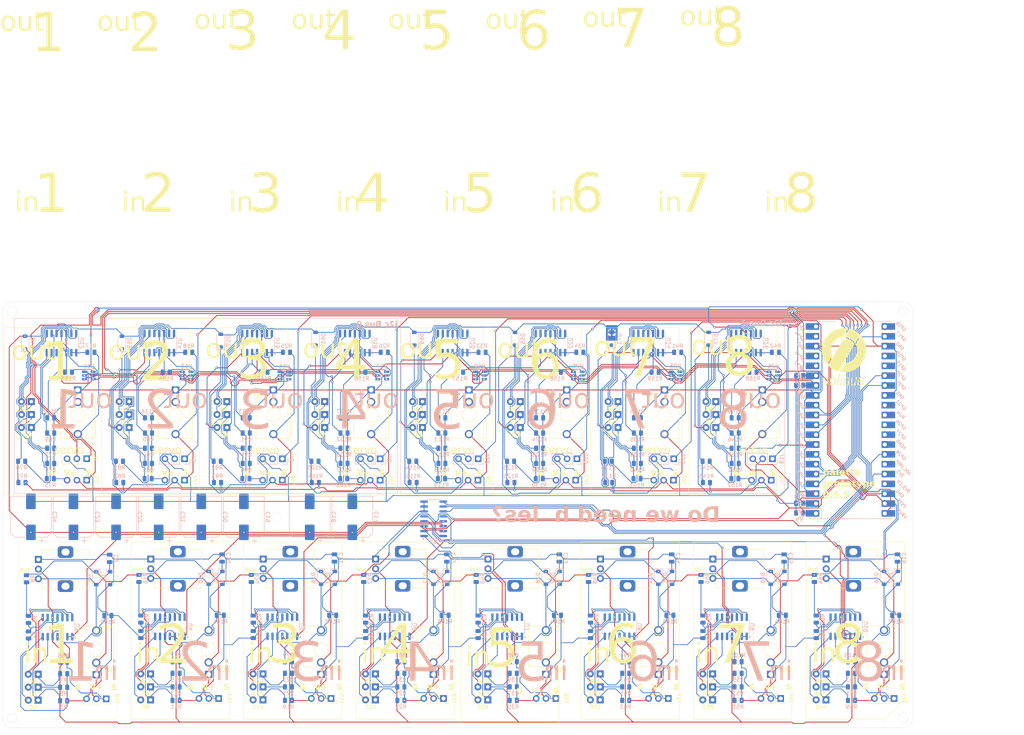
<source format=kicad_pcb>
(kicad_pcb (version 20241229) (generator "pcbnew") (generator_version "9.0")
  (title_block (title "Oblique Palette 0.5") (date "2025-07-16") (rev "0.5.5") (company "Oblique Industries"))
  (layers (0 "F.Cu" signal) (2 "B.Cu" signal) (13 "F.Paste" user) (15 "B.Paste" user) (5 "F.SilkS" user "F.Silkscreen") (7 "B.SilkS" user "B.Silkscreen") (1 "F.Mask" user) (3 "B.Mask" user) (25 "Edge.Cuts" user))
  (net 0 "")
  (net 1 "GNDREF")
  (net 2 "Net-(J40-Pin_1)")
  (net 3 "Net-(D2-K)")
  (net 4 "Net-(D9-K)")
  (net 5 "Net-(D3-K)")
  (net 6 "Net-(J44-Pin_1)")
  (net 7 "Net-(D21-K)")
  (net 8 "Net-(J48-Pin_1)")
  (net 9 "Net-(J52-Pin_1)")
  (net 10 "Net-(U3C--)")
  (net 11 "Net-(D6-K)")
  (net 12 "Net-(J56-Pin_1)")
  (net 13 "Net-(D8-K)")
  (net 14 "Net-(U3D--)")
  (net 15 "Net-(D4-A)")
  (net 16 "Net-(D3-A)")
  (net 17 "Net-(D2-A)")
  (net 18 "Net-(J60-Pin_1)")
  (net 19 "Net-(J64-Pin_1)")
  (net 20 "Net-(D8-A)")
  (net 21 "Net-(J68-Pin_1)")
  (net 22 "Net-(D6-A)")
  (net 23 "Net-(D66-A)")
  (net 24 "Net-(U3A-+)")
  (net 25 "Net-(J16-Pin_1)")
  (net 26 "Net-(D26-K)")
  (net 27 "+3.3V")
  (net 28 "Net-(D59-K)")
  (net 29 "Net-(U18D--)")
  (net 30 "Net-(U18C--)")
  (net 31 "Net-(U7C--)")
  (net 32 "Net-(D27-K)")
  (net 33 "Net-(U7D--)")
  (net 34 "Net-(D66-K)")
  (net 35 "Net-(D60-K)")
  (net 36 "Net-(U4A-+)")
  (net 37 "Net-(D67-A)")
  (net 38 "Net-(D67-K)")
  (net 39 "Net-(D68-K)")
  (net 40 "Net-(J19-Pin_1)")
  (net 41 "Net-(J22-Pin_1)")
  (net 42 "Net-(D68-A)")
  (net 43 "Net-(U5A-+)")
  (net 44 "Net-(D12-K)")
  (net 45 "Net-(D62-K)")
  (net 46 "Net-(D33-K)")
  (net 47 "Net-(J25-Pin_1)")
  (net 48 "Net-(U9C--)")
  (net 49 "Net-(D39-K)")
  (net 50 "Net-(D38-K)")
  (net 51 "Net-(U6A-+)")
  (net 52 "Net-(U7A-+)")
  (net 53 "Net-(D14-K)")
  (net 54 "Net-(U4C--)")
  (net 55 "Net-(D15-K)")
  (net 56 "Net-(U4D--)")
  (net 57 "Net-(J28-Pin_1)")
  (net 58 "Net-(D63-K)")
  (net 59 "Net-(D70-A)")
  (net 60 "Net-(J31-Pin_1)")
  (net 61 "Net-(U8A-+)")
  (net 62 "Net-(J34-Pin_1)")
  (net 63 "Net-(U9A-+)")
  (net 64 "Net-(U10A-+)")
  (net 65 "Net-(D18-K)")
  (net 66 "Net-(U5C--)")
  (net 67 "Net-(J37-Pin_1)")
  (net 68 "Net-(U5D--)")
  (net 69 "Net-(D20-K)")
  (net 70 "Net-(D64-K)")
  (net 71 "Net-(D30-K)")
  (net 72 "Net-(U8C--)")
  (net 73 "Net-(U12A--)")
  (net 74 "Net-(U8D--)")
  (net 75 "Net-(U9D--)")
  (net 76 "Net-(U14A--)")
  (net 77 "Net-(U16A--)")
  (net 78 "Net-(D70-K)")
  (net 79 "Net-(U6C--)")
  (net 80 "Net-(D71-K)")
  (net 81 "Net-(U6D--)")
  (net 82 "Net-(D24-K)")
  (net 83 "Net-(D32-K)")
  (net 84 "Net-(D36-K)")
  (net 85 "Net-(D42-K)")
  (net 86 "Net-(U18A--)")
  (net 87 "Net-(D44-K)")
  (net 88 "Net-(D45-K)")
  (net 89 "Net-(D48-K)")
  (net 90 "Net-(U20A--)")
  (net 91 "Net-(D50-K)")
  (net 92 "Net-(D51-K)")
  (net 93 "Net-(D52-K)")
  (net 94 "Net-(U22A--)")
  (net 95 "Net-(D54-K)")
  (net 96 "Net-(D55-K)")
  (net 97 "Net-(D56-K)")
  (net 98 "Net-(U24A--)")
  (net 99 "Net-(U26A--)")
  (net 100 "Net-(D58-K)")
  (net 102 "Net-(D71-A)")
  (net 104 "Net-(D72-K)")
  (net 106 "Net-(D72-A)")
  (net 108 "Net-(U1-A)")
  (net 109 "/Input 7/ANALOG_CHANNEL")
  (net 111 "Net-(D74-K)")
  (net 113 "Net-(D74-A)")
  (net 115 "Net-(D75-K)")
  (net 117 "Net-(D75-A)")
  (net 118 "Net-(D76-A)")
  (net 119 "Net-(D40-A)")
  (net 120 "Net-(D39-A)")
  (net 121 "Net-(D38-A)")
  (net 122 "Net-(D33-A)")
  (net 123 "Net-(D36-A)")
  (net 124 "Net-(D34-A)")
  (net 125 "Net-(D26-A)")
  (net 126 "Net-(D27-A)")
  (net 127 "Net-(D28-A)")
  (net 128 "Net-(D76-K)")
  (net 129 "/Input 4/ANALOG_CHANNEL")
  (net 130 "Net-(D9-A)")
  (net 131 "Net-(D10-A)")
  (net 132 "Net-(D12-A)")
  (net 133 "/Input 5/ANALOG_CHANNEL")
  (net 134 "Net-(D16-A)")
  (net 135 "Net-(D14-A)")
  (net 136 "Net-(D15-A)")
  (net 137 "Net-(D78-K)")
  (net 138 "Net-(D20-A)")
  (net 139 "Net-(D78-A)")
  (net 140 "Net-(D18-A)")
  (net 141 "Net-(D48-A)")
  (net 142 "Net-(D46-A)")
  (net 143 "Net-(D45-A)")
  (net 144 "Net-(D62-A)")
  (net 145 "Net-(U1-C)")
  (net 146 "Net-(D63-A)")
  (net 147 "Net-(D64-A)")
  (net 148 "Net-(D79-A)")
  (net 149 "Net-(D22-A)")
  (net 150 "Net-(D24-A)")
  (net 151 "Net-(D21-A)")
  (net 152 "Net-(D79-K)")
  (net 153 "Net-(D32-A)")
  (net 154 "Net-(D30-A)")
  (net 155 "Net-(D80-A)")
  (net 156 "Net-(D42-A)")
  (net 157 "Net-(D44-A)")
  (net 158 "Net-(D52-A)")
  (net 159 "Net-(D50-A)")
  (net 160 "/Input 1/ANALOG_CHANNEL")
  (net 161 "Net-(D51-A)")
  (net 162 "Net-(D55-A)")
  (net 163 "Net-(D56-A)")
  (net 164 "Net-(U1-B)")
  (net 165 "Net-(D54-A)")
  (net 166 "Net-(U1-X)")
  (net 167 "Net-(D59-A)")
  (net 168 "Net-(D60-A)")
  (net 169 "Net-(D58-A)")
  (net 170 "Net-(D80-K)")
  (net 171 "SERVO_1")
  (net 172 "/Input 6/ANALOG_CHANNEL")
  (net 173 "Net-(U16C--)")
  (net 174 "Net-(U16D--)")
  (net 175 "SERVO_2")
  (net 176 "SERVO_3")
  (net 177 "SERVO_4")
  (net 178 "/Input 8/ANALOG_CHANNEL")
  (net 180 "SERVO_6")
  (net 181 "SERVO_7")
  (net 182 "SERVO_8")
  (net 183 "/Input 2/ANALOG_CHANNEL")
  (net 185 "/Input 3/ANALOG_CHANNEL")
  (net 193 "Vser")
  (net 197 "Net-(U10C--)")
  (net 198 "Net-(U10D--)")
  (net 199 "SCL_0")
  (net 200 "SDA_0")
  (net 201 "Net-(U12C--)")
  (net 202 "Net-(U12D--)")
  (net 203 "Net-(U14C--)")
  (net 204 "Net-(U14D--)")
  (net 205 "SDA_1")
  (net 206 "SCL_1")
  (net 207 "Net-(U20C--)")
  (net 208 "Net-(U20D--)")
  (net 209 "Net-(U22C--)")
  (net 210 "Net-(U22D--)")
  (net 211 "Net-(U24C--)")
  (net 212 "Net-(U24D--)")
  (net 213 "Net-(U26C--)")
  (net 214 "Net-(U26D--)")
  (net 229 "SERVO_5")
  (net 242 "Net-(D49-K)")
  (net 243 "Net-(U11-VOUT)")
  (net 244 "Net-(U13-VOUT)")
  (net 245 "Net-(U15-VOUT)")
  (net 246 "Net-(U17-VOUT)")
  (net 247 "Net-(U19-VOUT)")
  (net 248 "Net-(U21-VOUT)")
  (net 249 "Net-(U23-VOUT)")
  (net 250 "Net-(U25-VOUT)")
  (net 251 "VCC")
  (net 258 "Net-(U12A-+)")
  (net 259 "Net-(U14A-+)")
  (net 260 "Net-(U16A-+)")
  (net 261 "Net-(U18A-+)")
  (net 262 "Net-(U20A-+)")
  (net 263 "Net-(U22A-+)")
  (net 264 "Net-(U24A-+)")
  (net 265 "Net-(U26A-+)")
  (net 266 "Net-(D53-K)")
  (net 267 "Net-(D57-K)")
  (net 268 "Net-(D61-K)")
  (net 269 "Net-(D65-K)")
  (net 270 "Net-(D69-K)")
  (net 271 "Net-(D73-K)")
  (net 272 "Net-(D77-K)")
  (footprint "PCB silkscreen logo" (layer "F.Cu") (at 233.5 27.41)
    (property "Reference" "G1" (hide yes))
    (property "Value" "LOGO" (hide yes))
  )
  (footprint "PCB silkscreen logotype" (layer "F.Cu") (at 233.269962 35.41)
    (property "Reference" "G2" (hide yes))
    (property "Value" "LOGO" (hide yes))
  )
  (footprint "Connector_PinSocket_2.54mm:PinSocket_1x03_P2.54mm_Vertical" (layer "F.Cu") (at 138.972 60.982 -90)
    (property "Reference" "J56")
    (property "Value" "Conn_01x03_Female_Pin")
  )
  (footprint "Potentiometer_THT:Potentiometer_Alps_RK09K_Single_Vertical" (layer "F.Cu") (at 54.508 81.35445)
    (property "Reference" "RV2")
    (property "Value" "R_Potentiometer_MountingPin")
  )
  (footprint "LED_THT:LED_SideEmitter_Rectangular_W4.5mm_H1.6mm" (layer "F.Cu") (at 175.157 44.037 180)
    (property "Reference" "D75")
    (property "Value" "Yellow")
  )
  (footprint "LED_THT:LED_SideEmitter_Rectangular_W4.5mm_H1.6mm" (layer "F.Cu") (at 25.422143 117.79445 180)
    (property "Reference" "D2")
    (property "Value" "White")
  )
  (footprint "Potentiometer_THT:Potentiometer_Alps_RK09K_Single_Vertical" (layer "F.Cu") (at 83.533857 81.35445)
    (property "Reference" "RV3")
    (property "Value" "R_Potentiometer_MountingPin")
  )
  (footprint "Connector_Audio:Jack_3.5mm_QingPu_WQP-PJ398SM_Vertical_CircularHoles" (layer "F.Cu") (at 35.657 37.687)
    (property "Reference" "J42")
    (property "Value" "AudioJack2_SwitchT")
  )
  (footprint "LED_THT:LED_SideEmitter_Rectangular_W4.5mm_H1.6mm" (layer "F.Cu") (at 124.657 44.037 180)
    (property "Reference" "D67")
    (property "Value" "Yellow")
  )
  (footprint "Connector_PinSocket_2.54mm:PinSocket_1x03_P2.54mm_Vertical" (layer "F.Cu") (at 43.002143 117.44445 -90)
    (property "Reference" "J16")
    (property "Value" "Conn_01x03_Female_Pin")
  )
  (footprint "LED_THT:LED_SideEmitter_Rectangular_W4.5mm_H1.6mm" (layer "F.Cu") (at 74.157 47.387 180)
    (property "Reference" "D58")
    (property "Value" "White")
  )
  (footprint "LED_THT:LED_SideEmitter_Rectangular_W4.5mm_H1.6mm" (layer "F.Cu") (at 170.551429 117.70445 180)
    (property "Reference" "D32")
    (property "Value" "White")
  )
  (footprint "LED_THT:LED_SideEmitter_Rectangular_W4.5mm_H1.6mm" (layer "F.Cu") (at 83.473857 111.00445 180)
    (property "Reference" "D18")
    (property "Value" "Red")
  )
  (footprint "LED_THT:LED_SideEmitter_Rectangular_W4.5mm_H1.6mm" (layer "F.Cu") (at 200.407 47.387 180)
    (property "Reference" "D78")
    (property "Value" "White")
  )
  (footprint "LED_THT:LED_SideEmitter_Rectangular_W4.5mm_H1.6mm" (layer "F.Cu") (at 48.907 40.687 180)
    (property "Reference" "D56")
    (property "Value" "Red")
  )
  (footprint "Potentiometer_THT:Potentiometer_Alps_RK09K_Single_Vertical" (layer "F.Cu") (at 228.913143 81.35445)
    (property "Reference" "RV8")
    (property "Value" "R_Potentiometer_MountingPin")
  )
  (footprint "LED_THT:LED_SideEmitter_Rectangular_W4.5mm_H1.6mm" (layer "F.Cu") (at 112.499714 111.00445 180)
    (property "Reference" "D24")
    (property "Value" "Red")
  )
  (footprint "Connector_Audio:Jack_3.5mm_QingPu_WQP-PJ398SM_Vertical_CircularHoles" (layer "F.Cu") (at 60.907 37.687)
    (property "Reference" "J46")
    (property "Value" "AudioJack2_SwitchT")
  )
  (footprint "Connector_PinSocket_2.54mm:PinSocket_1x03_P2.54mm_Vertical" (layer "F.Cu") (at 63.222 60.982 -90)
    (property "Reference" "J44")
    (property "Value" "Conn_01x03_Female_Pin")
  )
  (footprint "LED_THT:LED_SideEmitter_Rectangular_W4.5mm_H1.6mm" (layer "F.Cu") (at 228.853143 111.00445 180)
    (property "Reference" "D48")
    (property "Value" "Red")
  )
  (footprint "LED_THT:LED_SideEmitter_Rectangular_W4.5mm_H1.6mm" (layer "F.Cu") (at 170.551429 111.00445 180)
    (property "Reference" "D36")
    (property "Value" "Red")
  )
  (footprint "Connector_PinSocket_2.54mm:PinSocket_1x03_P2.54mm_Vertical" (layer "F.Cu") (at 188.131429 117.35445 -90)
    (property "Reference" "J31")
    (property "Value" "Conn_01x03_Female_Pin")
  )
  (footprint "Potentiometer_THT:Potentiometer_Alps_RK09K_Single_Vertical" (layer "F.Cu") (at 112.559714 81.35445)
    (property "Reference" "RV4")
    (property "Value" "R_Potentiometer_MountingPin")
  )
  (footprint "LED_THT:LED_SideEmitter_Rectangular_W4.5mm_H1.6mm" (layer "F.Cu") (at 199.577286 117.70445 180)
    (property "Reference" "D38")
    (property "Value" "White")
  )
  (footprint "LED_THT:LED_SideEmitter_Rectangular_W4.5mm_H1.6mm" (layer "F.Cu") (at 175.157 40.687 180)
    (property "Reference" "D76")
    (property "Value" "Red")
  )
  (footprint "LED_THT:LED_SideEmitter_Rectangular_W4.5mm_H1.6mm" (layer "F.Cu") (at 124.657 47.387 180)
    (property "Reference" "D66")
    (property "Value" "White")
  )
  (footprint "LED_THT:LED_SideEmitter_Rectangular_W4.5mm_H1.6mm" (layer "F.Cu") (at 99.407 40.687 180)
    (property "Reference" "D64")
    (property "Value" "Red")
  )
  (footprint "Potentiometer_THT:Potentiometer_Alps_RK09K_Single_Vertical" (layer "F.Cu") (at 141.585572 81.35445)
    (property "Reference" "RV5")
    (property "Value" "R_Potentiometer_MountingPin")
  )
  (footprint "LED_THT:LED_SideEmitter_Rectangular_W4.5mm_H1.6mm" (layer "F.Cu") (at 54.448 117.70445 180)
    (property "Reference" "D8")
    (property "Value" "White")
  )
  (footprint "LED_THT:LED_SideEmitter_Rectangular_W4.5mm_H1.6mm" (layer "F.Cu") (at 149.907 44.037 180)
    (property "Reference" "D71")
    (property "Value" "Yellow")
  )
  (footprint "Connector_PinSocket_2.54mm:PinSocket_1x03_P2.54mm_Vertical" (layer "F.Cu") (at 130.079714 117.35445 -90)
    (property "Reference" "J25")
    (property "Value" "Conn_01x03_Female_Pin")
  )
  (footprint "Connector_Audio:Jack_3.5mm_QingPu_WQP-PJ398SM_Vertical_CircularHoles" (layer "F.Cu") (at 40.422143 111.22445 180)
    (property "Reference" "J17")
    (property "Value" "AudioJack2_SwitchT")
  )
  (footprint "LED_THT:LED_SideEmitter_Rectangular_W4.5mm_H1.6mm" (layer "F.Cu") (at 175.157 47.387 180)
    (property "Reference" "D74")
    (property "Value" "White")
  )
  (footprint "LED_THT:LED_SideEmitter_Rectangular_W4.5mm_H1.6mm" (layer "F.Cu") (at 124.657 40.687 180)
    (property "Reference" "D68")
    (property "Value" "Red")
  )
  (footprint "Connector_Audio:Jack_3.5mm_QingPu_WQP-PJ398SM_Vertical_CircularHoles" (layer "F.Cu") (at 69.448 111.13445 180)
    (property "Reference" "J20")
    (property "Value" "AudioJack2_SwitchT")
  )
  (footprint "Connector_PinSocket_2.54mm:PinSocket_1x03_P2.54mm_Vertical" (layer "F.Cu") (at 37.972 60.982 -90)
    (property "Reference" "J40")
    (property "Value" "Conn_01x03_Female_Pin")
  )
  (footprint "LED_THT:LED_SideEmitter_Rectangular_W4.5mm_H1.6mm" (layer "F.Cu") (at 200.407 40.687 180)
    (property "Reference" "D80")
    (property "Value" "Red")
  )
  (footprint "LED_THT:LED_SideEmitter_Rectangular_W4.5mm_H1.6mm" (layer "F.Cu") (at 25.422143 114.44445 180)
    (property "Reference" "D3")
    (property "Value" "Yellow")
  )
  (footprint "LED_THT:LED_SideEmitter_Rectangular_W4.5mm_H1.6mm" (layer "F.Cu") (at 99.407 47.387 180)
    (property "Reference" "D62")
    (property "Value" "White")
  )
  (footprint "LED_THT:LED_SideEmitter_Rectangular_W4.5mm_H1.6mm" (layer "F.Cu") (at 23.657 47.387 180)
    (property "Reference" "D50")
    (property "Value" "White")
  )
  (footprint "Connector_Audio:Jack_3.5mm_QingPu_WQP-PJ398SM_Vertical_CircularHoles" (layer "F.Cu") (at 185.551429 111.13445 180)
    (property "Reference" "J32")
    (property "Value" "AudioJack2_SwitchT")
  )
  (footprint "Connector_PinHeader_2.54mm:PinHeader_1x03_P2.54mm_Vertical" (layer "F.Cu") (at 37.962903 55.439012 -90)
    (property "Reference" "J1")
    (property "Value" "Conn_01x03_Male_Pin")
  )
  (footprint "LED_THT:LED_SideEmitter_Rectangular_W4.5mm_H1.6mm" (layer "F.Cu") (at 83.473857 114.35445 180)
    (property "Reference" "D15")
    (property "Value" "Yellow")
  )
  (footprint "Connector_PinSocket_2.54mm:PinSocket_1x03_P2.54mm_Vertical" (layer "F.Cu") (at 101.053857 117.35445 -90)
    (property "Reference" "J22")
    (property "Value" "Conn_01x03_Female_Pin")
  )
  (footprint "Connector_Audio:Jack_3.5mm_QingPu_WQP-PJ398SM_Vertical_CircularHoles" (layer "F.Cu") (at 187.157 37.687)
    (property "Reference" "J66")
    (property "Value" "AudioJack2_SwitchT")
  )
  (footprint "Connector_PinSocket_2.54mm:PinSocket_1x03_P2.54mm_Vertical" (layer "F.Cu") (at 159.105572 117.35445 -90)
    (property "Reference" "J28")
    (property "Value" "Conn_01x03_Female_Pin")
  )
  (footprint "LED_THT:LED_SideEmitter_Rectangular_W4.5mm_H1.6mm" (layer "F.Cu") (at 83.473857 117.70445 180)
    (property "Reference" "D14")
    (property "Value" "White")
  )
  (footprint "Potentiometer_THT:Potentiometer_Alps_RK09K_Single_Vertical" (layer "F.Cu") (at 170.611429 81.35445)
    (property "Reference" "RV6")
    (property "Value" "R_Potentiometer_MountingPin")
  )
  (footprint "LED_THT:LED_SideEmitter_Rectangular_W4.5mm_H1.6mm" (layer "F.Cu") (at 74.157 44.037 180)
    (property "Reference" "D59")
    (property "Value" "Yellow")
  )
  (footprint "Connector_Audio:Jack_3.5mm_QingPu_WQP-PJ398SM_Vertical_CircularHoles" (layer "F.Cu") (at 161.907 37.687)
    (property "Reference" "J62")
    (property "Value" "AudioJack2_SwitchT")
  )
  (footprint "LED_THT:LED_SideEmitter_Rectangular_W4.5mm_H1.6mm" (layer "F.Cu") (at 74.157 40.687 180)
    (property "Reference" "D60")
    (property "Value" "Red")
  )
  (footprint "Connector_PinSocket_2.54mm:PinSocket_1x03_P2.54mm_Vertical" (layer "F.Cu") (at 72.028 117.35445 -90)
    (property "Reference" "J19")
    (property "Value" "Conn_01x03_Female_Pin")
  )
  (footprint "LED_THT:LED_SideEmitter_Rectangular_W4.5mm_H1.6mm" (layer "F.Cu") (at 141.525572 111.00445 180)
    (property "Reference" "D30")
    (property "Value" "Red")
  )
  (footprint "LED_THT:LED_SideEmitter_Rectangular_W4.5mm_H1.6mm" (layer "F.Cu") (at 99.407 44.037 180)
    (property "Reference" "D63")
    (property "Value" "Yellow")
  )
  (footprint "Connector_PinSocket_2.54mm:PinSocket_1x03_P2.54mm_Vertical" (layer "F.Cu") (at 189.472 60.982 -90)
    (property "Reference" "J64")
    (property "Value" "Conn_01x03_Female_Pin")
  )
  (footprint "LED_THT:LED_SideEmitter_Rectangular_W4.5mm_H1.6mm" (layer "F.Cu") (at 199.577286 111.00445 180)
    (property "Reference" "D42")
    (property "Value" "Red")
  )
  (footprint "Connector_PinSocket_2.54mm:PinSocket_1x03_P2.54mm_Vertical" (layer "F.Cu") (at 217.157286 117.35445 -90)
    (property "Reference" "J34")
    (property "Value" "Conn_01x03_Female_Pin")
  )
  (footprint "Connector_Audio:Jack_3.5mm_QingPu_WQP-PJ398SM_Vertical_CircularHoles" (layer "F.Cu") (at 214.577286 111.13445 180)
    (property "Reference" "J35")
    (property "Value" "AudioJack2_SwitchT")
  )
  (footprint "Connector_Audio:Jack_3.5mm_QingPu_WQP-PJ398SM_Vertical_CircularHoles" (layer "F.Cu") (at 98.473857 111.13445 180)
    (property "Reference" "J23")
    (property "Value" "AudioJack2_SwitchT")
  )
  (footprint "Connector_PinSocket_2.54mm:PinSocket_1x03_P2.54mm_Vertical" (layer "F.Cu") (at 214.722 60.982 -90)
    (property "Reference" "J68")
    (property "Value" "Conn_01x03_Female_Pin")
  )
  (footprint "Connector_Audio:Jack_3.5mm_QingPu_WQP-PJ398SM_Vertical_CircularHoles" (layer "F.Cu") (at 156.525572 111.13445 180)
    (property "Reference" "J29")
    (property "Value" "AudioJack2_SwitchT")
  )
  (footprint "LED_THT:LED_SideEmitter_Rectangular_W4.5mm_H1.6mm" (layer "F.Cu") (at 141.525572 117.70445 180)
    (property "Reference" "D26")
    (property "Value" "White")
  )
  (footprint "Connector_Audio:Jack_3.5mm_QingPu_WQP-PJ398SM_Vertical_CircularHoles" (layer "F.Cu") (at 136.657 37.687)
    (property "Reference" "J58")
    (property "Value" "AudioJack2_SwitchT")
  )
  (footprint "LED_THT:LED_SideEmitter_Rectangular_W4.5mm_H1.6mm" (layer "F.Cu") (at 112.499714 117.70445 180)
    (property "Reference" "D20")
    (property "Value" "White")
  )
  (footprint "Potentiometer_THT:Potentiometer_Alps_RK09K_Single_Vertical" (layer "F.Cu") (at 25.482143 81.44445)
    (property "Reference" "RV1")
    (property "Value" "R_Potentiometer_MountingPin")
  )
  (footprint "Connector_Audio:Jack_3.5mm_QingPu_WQP-PJ398SM_Vertical_CircularHoles" (layer "F.Cu") (at 212.407 37.687)
    (property "Reference" "J70")
    (property "Value" "AudioJack2_SwitchT")
  )
  (footprint "LED_THT:LED_SideEmitter_Rectangular_W4.5mm_H1.6mm" (layer "F.Cu") (at 112.499714 114.35445 180)
    (property "Reference" "D21")
    (property "Value" "Yellow")
  )
  (footprint "LED_THT:LED_SideEmitter_Rectangular_W4.5mm_H1.6mm" (layer "F.Cu") (at 228.853143 114.35445 180)
    (property "Reference" "D45")
    (property "Value" "Yellow")
  )
  (footprint "Connector_Audio:Jack_3.5mm_QingPu_WQP-PJ398SM_Vertical_CircularHoles" (layer "F.Cu") (at 127.499714 111.13445 180)
    (property "Reference" "J26")
    (property "Value" "AudioJack2_SwitchT")
  )
  (footprint "LED_THT:LED_SideEmitter_Rectangular_W4.5mm_H1.6mm" (layer "F.Cu") (at 149.907 40.687 180)
    (property "Reference" "D72")
    (property "Value" "Red")
  )
  (footprint "LED_THT:LED_SideEmitter_Rectangular_W4.5mm_H1.6mm" (layer "F.Cu") (at 228.853143 117.70445 180)
    (property "Reference" "D44")
    (property "Value" "White")
  )
  (footprint "LED_THT:LED_SideEmitter_Rectangular_W4.5mm_H1.6mm" (layer "F.Cu") (at 48.907 44.037 180)
    (property "Reference" "D55")
    (property "Value" "Yellow")
  )
  (footprint "LED_THT:LED_SideEmitter_Rectangular_W4.5mm_H1.6mm" (layer "F.Cu") (at 199.577286 114.35445 180)
    (property "Reference" "D39")
    (property "Value" "Yellow")
  )
  (footprint "Connector_Audio:Jack_3.5mm_QingPu_WQP-PJ398SM_Vertical_CircularHoles" (layer "F.Cu") (at 243.853143 111.13445 180)
    (property "Reference" "J38")
    (property "Value" "AudioJack2_SwitchT")
  )
  (footprint "Connector_PinSocket_2.54mm:PinSocket_1x03_P2.54mm_Vertical" (layer "F.Cu") (at 246.433143 117.35445 -90)
    (property "Reference" "J37")
    (property "Value" "Conn_01x03_Female_Pin")
  )
  (footprint "LED_THT:LED_SideEmitter_Rectangular_W4.5mm_H1.6mm" (layer "F.Cu") (at 141.525572 114.35445 180)
    (property "Reference" "D27")
    (property "Value" "Yellow")
  )
  (footprint "LED_THT:LED_SideEmitter_Rectangular_W4.5mm_H1.6mm" (layer "F.Cu") (at 149.907 47.387 180)
    (property "Reference" "D70")
    (property "Value" "White")
  )
  (footprint "Connector_Audio:Jack_3.5mm_QingPu_WQP-PJ398SM_Vertical_CircularHoles" (layer "F.Cu") (at 111.407 37.687)
    (property "Reference" "J54")
    (property "Value" "AudioJack2_SwitchT")
  )
  (footprint "LED_THT:LED_SideEmitter_Rectangular_W4.5mm_H1.6mm" (layer "F.Cu") (at 48.907 47.387 180)
    (property "Reference" "D54")
    (property "Value" "White")
  )
  (footprint "LED_THT:LED_SideEmitter_Rectangular_W4.5mm_H1.6mm" (layer "F.Cu") (at 23.657 40.687 180)
    (property "Reference" "D52")
    (property "Value" "Red")
  )
  (footprint "LED_THT:LED_SideEmitter_Rectangular_W4.5mm_H1.6mm" (layer "F.Cu") (at 25.422143 111.09445 180)
    (property "Reference" "D6")
    (property "Value" "Red")
  )
  (footprint "LED_THT:LED_SideEmitter_Rectangular_W4.5mm_H1.6mm" (layer "F.Cu") (at 54.448 111.00445 180)
    (property "Reference" "D12")
    (property "Value" "Red")
  )
  (footprint "LED_THT:LED_SideEmitter_Rectangular_W4.5mm_H1.6mm" (layer "F.Cu") (at 54.448 114.35445 180)
    (property "Reference" "D9")
    (property "Value" "Yellow")
  )
  (footprint "Connector_PinSocket_2.54mm:PinSocket_1x03_P2.54mm_Vertical" (layer "F.Cu") (at 88.472 60.982 -90)
    (property "Reference" "J48")
    (property "Value" "Conn_01x03_Female_Pin")
  )
  (footprint "LED_THT:LED_SideEmitter_Rectangular_W4.5mm_H1.6mm" (layer "F.Cu") (at 23.657 44.037 180)
    (property "Reference" "D51")
    (property "Value" "Yellow")
  )
  (footprint "LED_THT:LED_SideEmitter_Rectangular_W4.5mm_H1.6mm" (layer "F.Cu") (at 200.407 44.037 180)
    (property "Reference" "D79")
    (property "Value" "Yellow")
  )
  (footprint "Potentiometer_THT:Potentiometer_Alps_RK09K_Single_Vertical" (layer "F.Cu") (at 199.637286 81.35445)
    (property "Reference" "RV7")
    (property "Value" "R_Potentiometer_MountingPin")
  )
  (footprint "LED_THT:LED_SideEmitter_Rectangular_W4.5mm_H1.6mm" (layer "F.Cu") (at 170.551429 114.35445 180)
    (property "Reference" "D33")
    (property "Value" "Yellow")
  )
  (footprint "Connector_PinSocket_2.54mm:PinSocket_1x03_P2.54mm_Vertical" (layer "F.Cu") (at 113.722 60.982 -90)
    (property "Reference" "J52")
    (property "Value" "Conn_01x03_Female_Pin")
  )
  (footprint "Connector_Audio:Jack_3.5mm_QingPu_WQP-PJ398SM_Vertical_CircularHoles" (layer "F.Cu") (at 86.157 37.687)
    (property "Reference" "J50")
    (property "Value" "AudioJack2_SwitchT")
  )
  (footprint "Connector_PinSocket_2.54mm:PinSocket_1x03_P2.54mm_Vertical" (layer "F.Cu") (at 164.222 60.982 -90)
    (property "Reference" "J60")
    (property "Value" "Conn_01x03_Female_Pin")
  )
  (footprint "Resistor_SMD:R_0805_2012Metric" (layer "B.Cu") (at 53.907 44.8827 180)
    (property "Reference" "R116")
    (property "Value" "200k")
  )
  (footprint "Resistor_SMD:R_0805_2012Metric" (layer "B.Cu") (at 80.973857 96.85445 90)
    (property "Reference" "R22")
    (property "Value" "110K")
  )
  (footprint "Resistor_SMD:R_0805_2012Metric" (layer "B.Cu") (at 72.448 95.85445)
    (property "Reference" "R161")
    (property "Value" "200K")
  )
  (footprint "Resistor_SMD:R_0805_2012Metric" (layer "B.Cu") (at 119.087214 110.85445)
    (property "Reference" "R31")
    (property "Value" "127R")
  )
  (footprint "Diode_SMD:D_SOD-123" (layer "B.Cu") (at 47.047 25.457 90)
    (property "Reference" "D53")
    (property "Value" "~")
  )
  (footprint "Resistor_SMD:R_0805_2012Metric" (layer "B.Cu") (at 205.3195 60.597)
    (property "Reference" "R152")
    (property "Value" "127R")
  )
  (footprint "Resistor_SMD:R_0805_2012Metric" (layer "B.Cu") (at 206.164786 107.85445 180)
    (property "Reference" "R101")
    (property "Value" "100K")
  )
  (footprint "Capacitor_SMD:CP_Elec_10x10" (layer "B.Cu") (at 95.547 70.457 90)
    (property "Reference" "C18")
    (property "Value" "1mF")
  )
  (footprint "Resistor_SMD:R_0805_2012Metric" (layer "B.Cu") (at 172.657 56.097)
    (property "Reference" "R136")
    (property "Value" "110k")
  )
  (footprint "Diode_SMD:D_SOD-123" (layer "B.Cu") (at 72.547 24.957 90)
    (property "Reference" "D57")
    (property "Value" "~")
  )
  (footprint "Resistor_SMD:R_0805_2012Metric" (layer "B.Cu") (at 79.0695 60.597)
    (property "Reference" "R97")
    (property "Value" "127R")
  )
  (footprint "Resistor_SMD:R_0805_2012Metric" (layer "B.Cu") (at 177.138929 107.85445 180)
    (property "Reference" "R94")
    (property "Value" "100K")
  )
  (footprint "Resistor_SMD:R_0805_2012Metric" (layer "B.Cu") (at 122.157 56.097)
    (property "Reference" "R114")
    (property "Value" "110k")
  )
  (footprint "Resistor_SMD:R_0805_2012Metric" (layer "B.Cu") (at 129.657 52.7399)
    (property "Reference" "R117")
    (property "Value" "1K")
  )
  (footprint "Resistor_SMD:R_0805_2012Metric" (layer "B.Cu") (at 22.922143 100.94445 90)
    (property "Reference" "R4")
    (property "Value" "300k")
  )
  (footprint "Resistor_SMD:R_0805_2012Metric" (layer "B.Cu") (at 79.157 44.8827 180)
    (property "Reference" "R123")
    (property "Value" "200k")
  )
  (footprint "Package_TO_SOT_SMD:SOT-23-6" (layer "B.Cu") (at 38.5195 33.947 180)
    (property "Reference" "U11")
    (property "Value" "MCP4725xxx-xCH")
  )
  (footprint "Resistor_SMD:R_0805_2012Metric" (layer "B.Cu") (at 28.657 56.6684)
    (property "Reference" "R74")
    (property "Value" "127R")
  )
  (footprint "Package_SO:SOIC-16_3.9x9.9mm_P1.27mm" (layer "B.Cu") (at 127.547 70.957)
    (property "Reference" "U1")
    (property "Value" "CD4051B")
  )
  (footprint "Resistor_SMD:R_0805_2012Metric" (layer "B.Cu") (at 90.061357 107.85445 180)
    (property "Reference" "R79")
    (property "Value" "100K")
  )
  (footprint "Resistor_SMD:R_0805_2012Metric" (layer "B.Cu") (at 206.164786 114.35445)
    (property "Reference" "R53")
    (property "Value" "127R")
  )
  (footprint "Diode_SMD:D_SOD-123" (layer "B.Cu") (at 218.127286 86.20445 -90)
    (property "Reference" "D41")
    (property "Value" "1N4148")
  )
  (footprint "Resistor_SMD:R_0805_2012Metric" (layer "B.Cu") (at 222.047 33.957 180)
    (property "Reference" "R1")
    (property "Value" "R33k")
  )
  (footprint "Resistor_SMD:R_0805_2012Metric" (layer "B.Cu") (at 235.440643 114.35445)
    (property "Reference" "R61")
    (property "Value" "127R")
  )
  (footprint "Resistor_SMD:R_0805_2012Metric" (layer "B.Cu") (at 197.077286 100.85445 90)
    (property "Reference" "R52")
    (property "Value" "300k")
  )
  (footprint "Resistor_SMD:R_0805_2012Metric" (layer "B.Cu") (at 51.948 100.85445 90)
    (property "Reference" "R12")
    (property "Value" "300k")
  )
  (footprint "Capacitor_SMD:CP_Elec_10x10" (layer "B.Cu") (at 34.547 70.457 90)
    (property "Reference" "C23")
    (property "Value" "1mF")
  )
  (footprint "Diode_SMD:D_SOD-123" (layer "B.Cu") (at 122.547 24.457 90)
    (property "Reference" "D69")
    (property "Value" "~")
  )
  (footprint "Resistor_SMD:R_0805_2012Metric" (layer "B.Cu") (at 119.087214 117.85445)
    (property "Reference" "R27")
    (property "Value" "1K")
  )
  (footprint "Diode_SMD:D_SOD-123" (layer "B.Cu") (at 160.075572 86.20445 -90)
    (property "Reference" "D29")
    (property "Value" "1N4148")
  )
  (footprint "Diode_SMD:D_SOD-123" (layer "B.Cu") (at 97.047 24.457 90)
    (property "Reference" "D61")
    (property "Value" "~")
  )
  (footprint "Connector_PinHeader_2.54mm:PinHeader_1x03_P2.54mm_Vertical" (layer "B.Cu") (at 113.737 55.457 90)
    (property "Reference" "J8")
    (property "Value" "Conn_01x03_Male_Pin")
  )
  (footprint "Resistor_SMD:R_0805_2012Metric" (layer "B.Cu") (at 46.407 56.097)
    (property "Reference" "R81")
    (property "Value" "110k")
  )
  (footprint "Resistor_SMD:R_0805_2012Metric" (layer "B.Cu") (at 51.448 86.35445 90)
    (property "Reference" "R16")
    (property "Value" "150K")
  )
  (footprint "Package_SO:SOIC-14_3.9x8.7mm_P1.27mm" (layer "B.Cu") (at 59.448 98.82945 90)
    (property "Reference" "U4")
    (property "Value" "MCP6004")
  )
  (footprint "Capacitor_SMD:C_0805_2012Metric" (layer "B.Cu") (at 189.022429 81.08015 90)
    (property "Reference" "C14")
    (property "Value" "1n")
  )
  (footprint "Resistor_SMD:R_0805_2012Metric" (layer "B.Cu") (at 154.907 44.8827 180)
    (property "Reference" "R138")
    (property "Value" "200k")
  )
  (footprint "Resistor_SMD:R_0805_2012Metric" (layer "B.Cu") (at 109.999714 96.85445 90)
    (property "Reference" "R30")
    (property "Value" "110K")
  )
  (footprint "Resistor_SMD:R_0805_2012Metric" (layer "B.Cu") (at 180.0695 60.597)
    (property "Reference" "R141")
    (property "Value" "127R")
  )
  (footprint "Package_SO:SOIC-14_3.9x8.7mm_P1.27mm" (layer "B.Cu") (at 204.577286 98.82945 90)
    (property "Reference" "U9")
    (property "Value" "MCP6004")
  )
  (footprint "Package_SO:SOIC-14_3.9x8.7mm_P1.27mm" (layer "B.Cu") (at 146.525572 98.82945 90)
    (property "Reference" "U7")
    (property "Value" "MCP6004")
  )
  (footprint "Resistor_SMD:R_0805_2012Metric" (layer "B.Cu") (at 28.657 52.7399)
    (property "Reference" "R73")
    (property "Value" "1K")
  )
  (footprint "Connector_PinHeader_2.54mm:PinHeader_1x03_P2.54mm_Vertical" (layer "B.Cu") (at 189.547 55.457 90)
    (property "Reference" "J15")
    (property "Value" "Conn_01x03_Male_Pin")
  )
  (footprint "Resistor_SMD:R_0805_2012Metric" (layer "B.Cu") (at 154.907 56.6684)
    (property "Reference" "R129")
    (property "Value" "127R")
  )
  (footprint "Resistor_SMD:R_0805_2012Metric" (layer "B.Cu") (at 168.051429 96.85445 90)
    (property "Reference" "R46")
    (property "Value" "110K")
  )
  (footprint "Resistor_SMD:R_0805_2012Metric" (layer "B.Cu") (at 147.407 56.097)
    (property "Reference" "R125")
    (property "Value" "110k")
  )
  (footprint "Resistor_SMD:R_0805_2012Metric" (layer "B.Cu") (at 197.907 56.097)
    (property "Reference" "R147")
    (property "Value" "110k")
  )
  (footprint "Resistor_SMD:R_0805_2012Metric" (layer "B.Cu") (at 180.157 52.7399)
    (property "Reference" "R139")
    (property "Value" "1K")
  )
  (footprint "Resistor_SMD:R_0805_2012Metric" (layer "B.Cu") (at 61.0355 117.85445)
    (property "Reference" "R11")
    (property "Value" "1K")
  )
  (footprint "Resistor_SMD:R_0805_2012Metric" (layer "B.Cu") (at 53.907 52.7399)
    (property "Reference" "R84")
    (property "Value" "1K")
  )
  (footprint "Resistor_SMD:R_0805_2012Metric" (layer "B.Cu") (at 90.061357 114.35445)
    (property "Reference" "R21")
    (property "Value" "127R")
  )
  (footprint "Resistor_SMD:R_0805_2012Metric" (layer "B.Cu") (at 235.440643 110.85445)
    (property "Reference" "R63")
    (property "Value" "127R")
  )
  (footprint "Package_SO:SOIC-14_3.9x8.7mm_P1.27mm" (layer "B.Cu") (at 30.422143 98.91945 90)
    (property "Reference" "U3")
    (property "Value" "MCP6004")
  )
  (footprint "Package_TO_SOT_SMD:SOT-23-6" (layer "B.Cu") (at 190.0195 33.947 180)
    (property "Reference" "U23")
    (property "Value" "MCP4725xxx-xCH")
  )
  (footprint "Resistor_SMD:R_0805_2012Metric" (layer "B.Cu") (at 222.047 36.457)
    (property "Reference" "R2")
    (property "Value" "R33k")
  )
  (footprint "Resistor_SMD:R_0805_2012Metric" (layer "B.Cu") (at 90.061357 117.85445)
    (property "Reference" "R19")
    (property "Value" "1K")
  )
  (footprint "Capacitor_SMD:CP_Elec_10x10" (layer "B.Cu") (at 45.547 70.457 90)
    (property "Reference" "C22")
    (property "Value" "1mF")
  )
  (footprint "Package_SO:SOIC-14_3.9x8.7mm_P1.27mm" (layer "B.Cu") (at 88.473857 98.82945 90)
    (property "Reference" "U5")
    (property "Value" "MCP6004")
  )
  (footprint "Resistor_SMD:R_0805_2012Metric" (layer "B.Cu") (at 209.9945 33.097)
    (property "Reference" "R168")
    (property "Value" "100k")
  )
  (footprint "Package_TO_SOT_SMD:SOT-23-6" (layer "B.Cu") (at 63.7695 33.947 180)
    (property "Reference" "U13")
    (property "Value" "MCP4725xxx-xCH")
  )
  (footprint "Capacitor_SMD:CP_Elec_10x10" (layer "B.Cu") (at 78.547 70.457 90)
    (property "Reference" "C19")
    (property "Value" "1mF")
  )
  (footprint "Connector_PinHeader_2.54mm:PinHeader_1x03_P2.54mm_Vertical" (layer "B.Cu") (at 139.047 55.457 90)
    (property "Reference" "J12")
    (property "Value" "Conn_01x03_Male_Pin")
  )
  (footprint "Resistor_SMD:R_0805_2012Metric" (layer "B.Cu") (at 159.525572 95.85445)
    (property "Reference" "R164")
    (property "Value" "200K")
  )
  (footprint "Capacitor_SMD:C_0805_2012Metric" (layer "B.Cu") (at 247.324143 81.08015 90)
    (property "Reference" "C16")
    (property "Value" "1n")
  )
  (footprint "Resistor_SMD:R_0805_2012Metric" (layer "B.Cu") (at 177.138929 114.35445)
    (property "Reference" "R45")
    (property "Value" "127R")
  )
  (footprint "Capacitor_SMD:CP_Elec_10x10" (layer "B.Cu") (at 56.547 70.457 90)
    (property "Reference" "C21")
    (property "Value" "1mF")
  )
  (footprint "Resistor_SMD:R_0805_2012Metric" (layer "B.Cu") (at 138.525572 86.35445 90)
    (property "Reference" "R40")
    (property "Value" "150K")
  )
  (footprint "Resistor_SMD:R_0805_2012Metric" (layer "B.Cu") (at 226.353143 96.85445 90)
    (property "Reference" "R62")
    (property "Value" "110K")
  )
  (footprint "Resistor_SMD:R_0805_2012Metric" (layer "B.Cu") (at 58.4945 33.097)
    (property "Reference" "R154")
    (property "Value" "100k")
  )
  (footprint "Resistor_SMD:R_0805_2012Metric" (layer "B.Cu") (at 33.2445 33.097)
    (property "Reference" "R153")
    (property "Value" "100k")
  )
  (footprint "Resistor_SMD:R_0805_2012Metric" (layer "B.Cu") (at 32.009643 107.94445 180)
    (property "Reference" "R68")
    (property "Value" "100K")
  )
  (footprint "Connector_PinHeader_2.54mm:PinHeader_1x03_P2.54mm_Vertical" (layer "B.Cu") (at 164.547 55.457 90)
    (property "Reference" "J10")
    (property "Value" "Conn_01x03_Male_Pin")
  )
  (footprint "Resistor_SMD:R_0805_2012Metric" (layer "B.Cu") (at 104.407 56.6684)
    (property "Reference" "R107")
    (property "Value" "127R")
  )
  (footprint "Resistor_SMD:R_0805_2012Metric" (layer "B.Cu") (at 180.157 56.6684)
    (property "Reference" "R140")
    (property "Value" "127R")
  )
  (footprint "Package_SO:SOIC-14_3.9x8.7mm_P1.27mm" (layer "B.Cu") (at 107.197 25.572 90)
    (property "Reference" "U18")
    (property "Value" "MCP6004")
  )
  (footprint "Diode_SMD:D_SOD-123" (layer "B.Cu") (at 243.853143 86.20445 -90)
    (property "Reference" "D46")
    (property "Value" "1N4148")
  )
  (footprint "Resistor_SMD:R_0805_2012Metric" (layer "B.Cu") (at 180.157 48.8113)
    (property "Reference" "R135")
    (property "Value" "300k")
  )
  (footprint "Diode_SMD:D_SOD-123" (layer "B.Cu") (at 247.403143 86.20445 -90)
    (property "Reference" "D47")
    (property "Value" "1N4148")
  )
  (footprint "Resistor_SMD:R_0805_2012Metric" (layer "B.Cu") (at 71.7445 61.597 180)
    (property "Reference" "R93")
    (property "Value" "150k")
  )
  (footprint "Diode_SMD:D_SOD-123" (layer "B.Cu") (at 40.422143 86.29445 -90)
    (property "Reference" "D4")
    (property "Value" "1N4148")
  )
  (footprint "Capacitor_SMD:CP_Elec_10x10" (layer "B.Cu") (at 106.547 70.457 90)
    (property "Reference" "C17")
    (property "Value" "1mF")
  )
  (footprint "Resistor_SMD:R_0805_2012Metric" (layer "B.Cu") (at 89.547 27.957 180)
    (property "Reference" "R25")
    (property "Value" "100R")
  )
  (footprint "Resistor_SMD:R_0805_2012Metric" (layer "B.Cu") (at 139.025572 96.85445 90)
    (property "Reference" "R38")
    (property "Value" "110K")
  )
  (footprint "Resistor_SMD:R_0805_2012Metric" (layer "B.Cu") (at 129.657 56.6684)
    (property "Reference" "R118")
    (property "Value" "127R")
  )
  (footprint "Resistor_SMD:R_0805_2012Metric" (layer "B.Cu") (at 165.297 27.957 180)
    (property "Reference" "R34")
    (property "Value" "100R")
  )
  (footprint "Package_TO_SOT_SMD:SOT-23-6" (layer "B.Cu") (at 215.2695 33.947 180)
    (property "Reference" "U25")
    (property "Value" "MCP4725xxx-xCH")
  )
  (footprint "Resistor_SMD:R_0805_2012Metric" (layer "B.Cu") (at 43.422143 95.94445)
    (property "Reference" "R160")
    (property "Value" "200K")
  )
  (footprint "Resistor_SMD:R_0805_2012Metric" (layer "B.Cu") (at 21.157 56.097)
    (property "Reference" "R70")
    (property "Value" "110k")
  )
  (footprint "Diode_SMD:D_SOD-123" (layer "B.Cu") (at 198.547 24.457 90)
    (property "Reference" "D77")
    (property "Value" "~")
  )
  (footprint "Resistor_SMD:R_0805_2012Metric" (layer "B.Cu") (at 205.407 44.8827 180)
    (property "Reference" "R149")
    (property "Value" "200k")
  )
  (footprint "Resistor_SMD:R_0805_2012Metric" (layer "B.Cu") (at 196.577286 86.35445 90)
    (property "Reference" "R56")
    (property "Value" "150K")
  )
  (footprint "Resistor_SMD:R_0805_2012Metric" (layer "B.Cu") (at 32.009643 110.94445)
    (property "Reference" "R7")
    (property "Value" "127R")
  )
  (footprint "Resistor_SMD:R_0805_2012Metric" (layer "B.Cu") (at 32.009643 114.44445)
    (property "Reference" "R5")
    (property "Value" "127R")
  )
  (footprint "Resistor_SMD:R_0805_2012Metric" (layer "B.Cu") (at 180.157 44.8827 180)
    (property "Reference" "R145")
    (property "Value" "200k")
  )
  (footprint "Package_TO_SOT_SMD:SOT-23-6" (layer "B.Cu") (at 139.5195 33.947 180)
    (property "Reference" "U19")
    (property "Value" "MCP4725xxx-xCH")
  )
  (footprint "Resistor_SMD:R_0805_2012Metric" (layer "B.Cu") (at 148.113072 110.85445)
    (property "Reference" "R39")
    (property "Value" "127R")
  )
  (footprint "Resistor_SMD:R_0805_2012Metric" (layer "B.Cu") (at 134.2445 33.097)
    (property "Reference" "R157")
    (property "Value" "100k")
  )
  (footprint "Resistor_SMD:R_0805_2012Metric" (layer "B.Cu") (at 177.138929 117.85445)
    (property "Reference" "R43")
    (property "Value" "1K")
  )
  (footprint "Resistor_SMD:R_0805_2012Metric" (layer "B.Cu") (at 197.9945 61.597 180)
    (property "Reference" "R148")
    (property "Value" "150k")
  )
  (footprint "Resistor_SMD:R_0805_2012Metric" (layer "B.Cu") (at 154.907 52.7399)
    (property "Reference" "R128")
    (property "Value" "1K")
  )
  (footprint "Package_SO:SOIC-14_3.9x8.7mm_P1.27mm" (layer "B.Cu") (at 132.447 25.572 90)
    (property "Reference" "U20")
    (property "Value" "MCP6004")
  )
  (footprint "Package_SO:SOIC-14_3.9x8.7mm_P1.27mm" (layer "B.Cu") (at 157.697 25.572 90)
    (property "Reference" "U22")
    (property "Value" "MCP6004")
  )
  (footprint "Package_TO_SOT_SMD:SOT-23-6" (layer "B.Cu") (at 164.7695 33.947 180)
    (property "Reference" "U21")
    (property "Value" "MCP4725xxx-xCH")
  )
  (footprint "Resistor_SMD:R_0805_2012Metric" (layer "B.Cu") (at 190.547 27.957 180)
    (property "Reference" "R41")
    (property "Value" "100R")
  )
  (footprint "Resistor_SMD:R_0805_2012Metric" (layer "B.Cu") (at 159.4945 33.097)
    (property "Reference" "R158")
    (property "Value" "100k")
  )
  (footprint "Resistor_SMD:R_0805_2012Metric" (layer "B.Cu") (at 79.157 52.7399)
    (property "Reference" "R95")
    (property "Value" "1K")
  )
  (footprint "MCU_RaspberryPi_and_Boards:RPi_Pico_SMD_TH" (layer "B.Cu") (at 235.157 45.427)
    (property "Reference" "U2" (hide yes))
    (property "Value" "Pico")
  )
  (footprint "Diode_SMD:D_SOD-123" (layer "B.Cu") (at 43.972143 86.29445 -90)
    (property "Reference" "D5")
    (property "Value" "1N4148")
  )
  (footprint "Capacitor_SMD:CP_Elec_10x10" (layer "B.Cu") (at 23.547 70.457 90)
    (property "Reference" "C24")
    (property "Value" "1mF")
  )
  (footprint "Resistor_SMD:R_0805_2012Metric" (layer "B.Cu") (at 130.499714 95.85445)
    (property "Reference" "R163")
    (property "Value" "200K")
  )
  (footprint "Resistor_SMD:R_0805_2012Metric" (layer "B.Cu") (at 148.113072 107.85445 180)
    (property "Reference" "R90")
    (property "Value" "100K")
  )
  (footprint "Resistor_SMD:R_0805_2012Metric" (layer "B.Cu") (at 235.440643 117.85445)
    (property "Reference" "R59")
    (property "Value" "1K")
  )
  (footprint "Resistor_SMD:R_0805_2012Metric" (layer "B.Cu") (at 80.973857 100.85445 90)
    (property "Reference" "R20")
    (property "Value" "300k")
  )
  (footprint "Resistor_SMD:R_0805_2012Metric" (layer "B.Cu") (at 22.422143 86.44445 90)
    (property "Reference" "R8")
    (property "Value" "150K")
  )
  (footprint "Diode_SMD:D_SOD-123" (layer "B.Cu") (at 148.547 24.457 90)
    (property "Reference" "D65")
    (property "Value" "~")
  )
  (footprint "Resistor_SMD:R_0805_2012Metric" (layer "B.Cu") (at 83.7445 33.097)
    (property "Reference" "R155")
    (property "Value" "100k")
  )
  (footprint "Resistor_SMD:R_0805_2012Metric" (layer "B.Cu") (at 154.907 48.8113)
    (property "Reference" "R124")
    (property "Value" "300k")
  )
  (footprint "Resistor_SMD:R_0805_2012Metric" (layer "B.Cu") (at 64.297 27.957 180)
    (property "Reference" "R18")
    (property "Value" "100R")
  )
  (footprint "Resistor_SMD:R_0805_2012Metric" (layer "B.Cu") (at 53.907 48.8113)
    (property "Reference" "R80")
    (property "Value" "300k")
  )
  (footprint "Diode_SMD:D_SOD-123" (layer "B.Cu") (at 69.448 86.20445 -90)
    (property "Reference" "D10")
    (property "Value" "1N4148")
  )
  (footprint "Resistor_SMD:R_0805_2012Metric" (layer "B.Cu") (at 79.157 56.6684)
    (property "Reference" "R96")
    (property "Value" "127R")
  )
  (footprint "Resistor_SMD:R_0805_2012Metric" (layer "B.Cu") (at 114.797 27.957 180)
    (property "Reference" "R26")
    (property "Value" "100R")
  )
  (footprint "Resistor_SMD:R_0805_2012Metric" (layer "B.Cu") (at 206.164786 110.85445)
    (property "Reference" "R55")
    (property "Value" "127R")
  )
  (footprint "Resistor_SMD:R_0805_2012Metric" (layer "B.Cu") (at 28.5695 60.597)
    (property "Reference" "R75")
    (property "Value" "127R")
  )
  (footprint "Resistor_SMD:R_0805_2012Metric" (layer "B.Cu") (at 148.113072 117.85445)
    (property "Reference" "R35")
    (property "Value" "1K")
  )
  (footprint "Resistor_SMD:R_0805_2012Metric" (layer "B.Cu") (at 188.551429 95.85445)
    (property "Reference" "R165")
    (property "Value" "200K")
  )
  (footprint "Diode_SMD:D_SOD-123" (layer "B.Cu") (at 156.525572 86.20445 -90)
    (property "Reference" "D28")
    (property "Value" "1N4148")
  )
  (footprint "Capacitor_SMD:C_0805_2012Metric" (layer "B.Cu") (at 130.970714 81.08015 90)
    (property "Reference" "C12")
    (property "Value" "1n")
  )
  (footprint "Resistor_SMD:R_0805_2012Metric" (layer "B.Cu") (at 225.853143 86.35445 90)
    (property "Reference" "R64")
    (property "Value" "150K")
  )
  (footprint "Resistor_SMD:R_0805_2012Metric" (layer "B.Cu") (at 119.087214 107.85445 180)
    (property "Reference" "R83")
    (property "Value" "100K")
  )
  (footprint "Diode_SMD:D_SOD-123" (layer "B.Cu") (at 189.101429 86.20445 -90)
    (property "Reference" "D35")
    (property "Value" "1N4148")
  )
  (footprint "Capacitor_SMD:C_0805_2012Metric" (layer "B.Cu") (at 218.048286 81.08015 90)
    (property "Reference" "C15")
    (property "Value" "1n")
  )
  (footprint "Resistor_SMD:R_0805_2012Metric" (layer "B.Cu") (at 215.797 27.957 180)
    (property "Reference" "R42")
    (property "Value" "100R")
  )
  (footprint "Resistor_SMD:R_0805_2012Metric" (layer "B.Cu") (at 53.907 56.6684)
    (property "Reference" "R85")
    (property "Value" "127R")
  )
  (footprint "Resistor_SMD:R_0805_2012Metric" (layer "B.Cu") (at 109.499714 86.35445 90)
    (property "Reference" "R32")
    (property "Value" "150K")
  )
  (footprint "Package_SO:SOIC-14_3.9x8.7mm_P1.27mm" (layer "B.Cu") (at 233.853143 98.82945 90)
    (property "Reference" "U10")
    (property "Value" "MCP6004")
  )
  (footprint "Resistor_SMD:R_0805_2012Metric" (layer "B.Cu") (at 197.077286 96.85445 90)
    (property "Reference" "R54")
    (property "Value" "110K")
  )
  (footprint "Resistor_SMD:R_0805_2012Metric" (layer "B.Cu") (at 148.113072 114.35445)
    (property "Reference" "R37")
    (property "Value" "127R")
  )
  (footprint "Resistor_SMD:R_0805_2012Metric" (layer "B.Cu") (at 28.657 48.8113)
    (property "Reference" "R69")
    (property "Value" "300k")
  )
  (footprint "Resistor_SMD:R_0805_2012Metric" (layer "B.Cu") (at 104.3195 60.597)
    (property "Reference" "R108")
    (property "Value" "127R")
  )
  (footprint "Package_SO:SOIC-14_3.9x8.7mm_P1.27mm" (layer "B.Cu") (at 208.197 25.572 90)
    (property "Reference" "U26")
    (property "Value" "MCP6004")
  )
  (footprint "Resistor_SMD:R_0805_2012Metric" (layer "B.Cu") (at 109.999714 100.85445 90)
    (property "Reference" "R28")
    (property "Value" "300k")
  )
  (footprint "Resistor_SMD:R_0805_2012Metric" (layer "B.Cu") (at 108.9945 33.097)
    (property "Reference" "R156")
    (property "Value" "100k")
  )
  (footprint "Diode_SMD:D_SOD-123" (layer "B.Cu") (at 98.473857 86.20445 -90)
    (property "Reference" "D16")
    (property "Value" "1N4148")
  )
  (footprint "Resistor_SMD:R_0805_2012Metric" (layer "B.Cu") (at 205.407 52.7399)
    (property "Reference" "R150")
    (property "Value" "1K")
  )
  (footprint "Package_TO_SOT_SMD:SOT-23-6" (layer "B.Cu") (at 89.0195 33.947 180)
    (property "Reference" "U15")
    (property "Value" "MCP4725xxx-xCH")
  )
  (footprint "Resistor_SMD:R_0805_2012Metric" (layer "B.Cu") (at 104.407 52.7399)
    (property "Reference" "R106")
    (property "Value" "1K")
  )
  (footprint "Resistor_SMD:R_0805_2012Metric" (layer "B.Cu") (at 61.0355 110.85445)
    (property "Reference" "R15")
    (property "Value" "127R")
  )
  (footprint "Resistor_SMD:R_0805_2012Metric" (layer "B.Cu") (at 222.047 66.957 180)
    (property "Reference" "R10")
    (property "Value" "R33k")
  )
  (footprint "Connector_PinHeader_2.54mm:PinHeader_1x03_P2.54mm_Vertical" (layer "B.Cu") (at 88.487 55.457 90)
    (property "Reference" "J6")
    (property "Value" "Conn_01x03_Male_Pin")
  )
  (footprint "Capacitor_SMD:C_0805_2012Metric" (layer "B.Cu") (at 72.919 81.08015 90)
    (property "Reference" "C10")
    (property "Value" "1n")
  )
  (footprint "Resistor_SMD:R_0805_2012Metric" (layer "B.Cu") (at 104.407 44.8827 180)
    (property "Reference" "R127")
    (property "Value" "200k")
  )
  (footprint "Resistor_SMD:R_0805_2012Metric" (layer "B.Cu") (at 96.907 56.097)
    (property "Reference" "R103")
    (property "Value" "110k")
  )
  (footprint "Resistor_SMD:R_0805_2012Metric" (layer "B.Cu") (at 139.025572 100.85445 90)
    (property "Reference" "R36")
    (property "Value" "300k")
  )
  (footprint "Capacitor_SMD:C_0805_2012Metric" (layer "B.Cu") (at 101.944857 81.08015 90)
    (property "Reference" "C11")
    (property "Value" "1n")
  )
  (footprint "Diode_SMD:D_SOD-123" (layer "B.Cu") (at 173.547 24.457 90)
    (property "Reference" "D73")
    (property "Value" "~")
  )
  (footprint "Resistor_SMD:R_0805_2012Metric" (layer "B.Cu") (at 129.657 44.8827 180)
    (property "Reference" "R134")
    (property "Value" "200k")
  )
  (footprint "Resistor_SMD:R_0805_2012Metric" (layer "B.Cu") (at 205.407 48.8113)
    (property "Reference" "R146")
    (property "Value" "300k")
  )
  (footprint "Resistor_SMD:R_0805_2012Metric" (layer "B.Cu") (at 147.4945 61.597 180)
    (property "Reference" "R126")
    (property "Value" "150k")
  )
  (footprint "Capacitor_SMD:C_0805_2012Metric" (layer "B.Cu") (at 43.893143 81.17015 90)
    (property "Reference" "C9")
    (property "Value" "1n")
  )
  (footprint "Package_SO:SOIC-14_3.9x8.7mm_P1.27mm" (layer "B.Cu") (at 182.947 25.572 90)
    (property "Reference" "U24")
    (property "Value" "MCP6004")
  )
  (footprint "Diode_SMD:D_SOD-123" (layer "B.Cu") (at 22.047 25.457 90)
    (property "Reference" "D49")
    (property "Value" "~")
  )
  (footprint "Resistor_SMD:R_0805_2012Metric" (layer "B.Cu") (at 90.061357 110.85445)
    (property "Reference" "R23")
    (property "Value" "127R")
  )
  (footprint "Resistor_SMD:R_0805_2012Metric" (layer "B.Cu") (at 80.473857 86.35445 90)
    (property "Reference" "R24")
    (property "Value" "150K")
  )
  (footprint "Resistor_SMD:R_0805_2012Metric" (layer "B.Cu") (at 32.009643 117.94445)
    (property "Reference" "R3")
    (property "Value" "1K")
  )
  (footprint "Resistor_SMD:R_0805_2012Metric" (layer "B.Cu") (at 53.8195 60.597)
    (property "Reference" "R86")
    (property "Value" "127R")
  )
  (footprint "Resistor_SMD:R_0805_2012Metric" (layer "B.Cu") (at 140.047 27.957 180)
    (property "Reference" "R33")
    (property "Value" "100R")
  )
  (footprint "Capacitor_SMD:C_0805_2012Metric" (layer "B.Cu") (at 159.996572 81.08015 90)
    (property "Reference" "C13")
    (property "Value" "1n")
  )
  (footprint "Resistor_SMD:R_0805_2012Metric" (layer "B.Cu") (at 226.353143 100.85445 90)
    (property "Reference" "R60")
    (property "Value" "300k")
  )
  (footprint "Resistor_SMD:R_0805_2012Metric" (layer "B.Cu") (at 129.5695 60.597)
    (property "Reference" "R119")
    (property "Value" "127R")
  )
  (footprint "Resistor_SMD:R_0805_2012Metric" (layer "B.Cu") (at 39.047 27.957 180)
    (property "Reference" "R17")
    (property "Value" "100R")
  )
  (footprint "Resistor_SMD:R_0805_2012Metric" (layer "B.Cu") (at 217.577286 95.85445)
    (property "Reference" "R166")
    (property "Value" "200K")
  )
  (footprint "Capacitor_SMD:CP_Elec_10x10" (layer "B.Cu") (at 67.547 70.457 90)
    (property "Reference" "C20")
    (property "Value" "1mF")
  )
  (footprint "Resistor_SMD:R_0805_2012Metric" (layer "B.Cu") (at 184.7445 33.097)
    (property "Reference" "R159")
    (property "Value" "100k")
  )
  (footprint "Diode_SMD:D_SOD-123" (layer "B.Cu") (at 131.049714 86.20445 -90)
    (property "Reference" "D23")
    (property "Value" "1N4148")
  )
  (footprint "Resistor_SMD:R_0805_2012Metric" (layer "B.Cu") (at 119.087214 114.35445)
    (property "Reference" "R29")
    (property "Value" "127R")
  )
  (footprint "Diode_SMD:D_SOD-123" (layer "B.Cu") (at 102.023857 86.20445 -90)
    (property "Reference" "D17")
    (property "Value" "1N4148")
  )
  (footprint "Diode_SMD:D_SOD-123" (layer "B.Cu") (at 127.499714 86.20445 -90)
    (property "Reference" "D22")
    (property "Value" "1N4148")
  )
  (footprint "Package_SO:SOIC-14_3.9x8.7mm_P1.27mm" (layer "B.Cu") (at 56.697 25.572 90)
    (property "Reference" "U14")
    (property "Value" "MCP6004")
  )
  (footprint "Resistor_SMD:R_0805_2012Metric" (layer "B.Cu") (at 168.051429 100.85445 90)
    (property "Reference" "R44")
    (property "Value" "300k")
  )
  (footprint "Connector_PinHeader_2.54mm:PinHeader_1x03_P2.54mm_Vertical" (layer "B.Cu") (at 63.237 55.457 90)
    (property "Reference" "J3")
    (property "Value" "Conn_01x03_Male_Pin")
  )
  (footprint "Package_SO:SOIC-14_3.9x8.7mm_P1.27mm" (layer "B.Cu") (at 175.551429 98.82945 90)
    (property "Reference" "U8")
    (property "Value" "MCP6004")
  )
  (footprint "Resistor_SMD:R_0805_2012Metric" (layer "B.Cu") (at 154.8195 60.597)
    (property "Reference" "R130")
    (property "Value" "127R")
  )
  (footprint "Resistor_SMD:R_0805_2012Metric" (layer "B.Cu") (at 172.7445 61.597 180)
    (property "Reference" "R137")
    (property "Value" "150k")
  )
  (footprint "Diode_SMD:D_SOD-123" (layer "B.Cu") (at 185.551429 86.20445 -90)
    (property "Reference" "D34")
    (property "Value" "1N4148")
  )
  (footprint "Resistor_SMD:R_0805_2012Metric" (layer "B.Cu") (at 104.407 48.8113)
    (property "Reference" "R102")
    (property "Value" "300k")
  )
  (footprint "Resistor_SMD:R_0805_2012Metric" (layer "B.Cu") (at 61.0355 107.85445 180)
    (property "Reference" "R72")
    (property "Value" "100K")
  )
  (footprint "Resistor_SMD:R_0805_2012Metric" (layer "B.Cu") (at 101.473857 95.85445)
    (property "Reference" "R162")
    (property "Value" "200K")
  )
  (footprint "Resistor_SMD:R_0805_2012Metric" (layer "B.Cu") (at 235.440643 107.85445 180)
    (property "Reference" "R105")
    (property "Value" "100K")
  )
  (footprint "Resistor_SMD:R_0805_2012Metric" (layer "B.Cu") (at 167.551429 86.35445 90)
    (property "Reference" "R48")
    (property "Value" "150K")
  )
  (footprint "Resistor_SMD:R_0805_2012Metric" (layer "B.Cu") (at 61.0355 114.35445)
    (property "Reference" "R13")
    (property "Value" "127R")
  )
  (footprint "Resistor_SMD:R_0805_2012Metric" (layer "B.Cu") (at 205.407 56.6684)
    (property "Reference" "R151")
    (property "Value" "127R")
  )
  (footprint "Resistor_SMD:R_0805_2012Metric" (layer "B.Cu") (at 129.657 48.8113)
    (property "Reference" "R113")
    (property "Value" "300k")
  )
  (footprint "Resistor_SMD:R_0805_2012Metric" (layer "B.Cu") (at 21.2445 61.597 180)
    (property "Reference" "R71")
    (property "Value" "150k")
  )
  (footprint "Resistor_SMD:R_0805_2012Metric" (layer "B.Cu") (at 28.657 44.8827 180)
    (property "Reference" "R112")
    (property "Value" "200k")
  )
  (footprint "Diode_SMD:D_SOD-123" (layer "B.Cu") (at 72.998 86.20445 -90)
    (property "Reference" "D11")
    (property "Value" "1N4148")
  )
  (footprint "Resistor_SMD:R_0805_2012Metric" (layer "B.Cu") (at 246.853143 95.85445)
    (property "Reference" "R167")
    (property "Value" "200K")
  )
  (footprint "Resistor_SMD:R_0805_2012Metric" (layer "B.Cu") (at 122.2445 61.597 180)
    (property "Reference" "R115")
    (property "Value" "150k")
  )
  (footprint "Package_SO:SOIC-14_3.9x8.7mm_P1.27mm" (layer "B.Cu") (at 117.499714 98.82945 90)
    (property "Reference" "U6")
    (property "Value" "MCP6004")
  )
  (footprint "Package_SO:SOIC-14_3.9x8.7mm_P1.27mm" (layer "B.Cu") (at 31.447 25.572 90)
    (property "Reference" "U12")
    (property "Value" "MCP6004")
  )
  (footprint "Resistor_SMD:R_0805_2012Metric" (layer "B.Cu") (at 46.4945 61.597 180)
    (property "Reference" "R82")
    (property "Value" "150k")
  )
  (footprint "Resistor_SMD:R_0805_2012Metric" (layer "B.Cu") (at 79.157 48.8113)
    (property "Reference" "R91")
    (property "Value" "300k")
  )
  (footprint "Package_TO_SOT_SMD:SOT-23-6" (layer "B.Cu") (at 114.2695 33.947 180)
    (property "Reference" "U17")
    (property "Value" "MCP4725xxx-xCH")
  )
  (footprint "Connector_PinHeader_2.54mm:PinHeader_1x03_P2.54mm_Vertical" (layer "B.Cu") (at 215.047 55.457 90)
    (property "Reference" "J18")
    (property "Value" "Conn_01x03_Male_Pin")
  )
  (footprint "Resistor_SMD:R_0805_2012Metric" (layer "B.Cu") (at 222.047 69.457)
    (property "Reference" "R9")
    (property "Value" "R33k")
  )
  (footprint "Package_SO:SOIC-14_3.9x8.7mm_P1.27mm" (layer "B.Cu") (at 81.947 25.572 90)
    (property "Reference" "U16")
    (property "Value" "MCP6004")
  )
  (footprint "Resistor_SMD:R_0805_2012Metric" (layer "B.Cu") (at 96.9945 61.597 180)
    (property "Reference" "R104")
    (property "Value" "150k")
  )
  (footprint "Resistor_SMD:R_0805_2012Metric" (layer "B.Cu") (at 71.657 56.097)
    (property "Reference" "R92")
    (property "Value" "110k")
  )
  (footprint "Diode_SMD:D_SOD-123" (layer "B.Cu") (at 214.577286 86.20445 -90)
    (property "Reference" "D40")
    (property "Value" "1N4148")
  )
  (footprint "Resistor_SMD:R_0805_2012Metric" (layer "B.Cu") (at 51.948 96.85445 90)
    (property "Reference" "R14")
    (property "Value" "110K")
  )
  (footprint "Resistor_SMD:R_0805_2012Metric" (layer "B.Cu") (at 177.138929 110.85445)
    (property "Reference" "R47")
    (property "Value" "127R")
  )
  (footprint "Resistor_SMD:R_0805_2012Metric" (layer "B.Cu") (at 22.922143 96.94445 90)
    (property "Reference" "R6")
    (property "Value" "110K")
  )
  (footprint "Resistor_SMD:R_0805_2012Metric" (layer "B.Cu") (at 206.164786 117.85445)
    (property "Reference" "R51")
    (property "Value" "1K")
  )
  (gr_rect (start 117.61 21.64) (end 140.42 64.82) (stroke (width 0.1)) (fill no) (layer "F.SilkS"))
  (gr_rect (start 142.86 21.64) (end 165.67 64.82) (stroke (width 0.1)) (fill no) (layer "F.SilkS"))
  (gr_rect (start 67.11 21.64) (end 89.92 64.82) (stroke (width 0.1)) (fill no) (layer "F.SilkS"))
  (gr_rect (start 16.61 21.64) (end 39.42 64.82) (stroke (width 0.1)) (fill no) (layer "F.SilkS"))
  (gr_rect (start 78.474141 76.94445) (end 103.874141 122.66445) (stroke (width 0.1)) (fill no) (layer "F.SilkS"))
  (gr_poly (pts (xy 223.75 76.91) (xy 249.15 76.91) (xy 249.15 117.63) (xy 244.15 122.63) (xy 223.75 122.63)) (stroke (width 0.1)) (fill no) (layer "F.SilkS"))
  (gr_rect (start 165.552139 76.94445) (end 190.952139 122.66445) (stroke (width 0.1)) (fill no) (layer "F.SilkS"))
  (gr_rect (start 193.36 21.64) (end 216.17 64.82) (stroke (width 0.1)) (fill no) (layer "F.SilkS"))
  (gr_rect (start 168.11 21.64) (end 190.92 64.82) (stroke (width 0.1)) (fill no) (layer "F.SilkS"))
  (gr_rect (start 41.86 21.64) (end 64.67 64.82) (stroke (width 0.1)) (fill no) (layer "F.SilkS"))
  (gr_rect (start 49.448142 76.94445) (end 74.848142 122.66445) (stroke (width 0.1)) (fill no) (layer "F.SilkS"))
  (gr_poly (pts (xy 20.4 76.91) (xy 45.9 76.91) (xy 45.9 122.66) (xy 25.4 122.66) (xy 20.4 117.66)) (stroke (width 0.05)) (fill no) (layer "F.SilkS"))
  (gr_rect (start 92.36 21.64) (end 115.17 64.82) (stroke (width 0.1)) (fill no) (layer "F.SilkS"))
  (gr_rect (start 134.47914 77.89745) (end 159.87914 123.61745) (stroke (width 0.1)) (fill no) (layer "F.SilkS"))
  (gr_rect (start 194.578138 76.94445) (end 219.978138 122.66445) (stroke (width 0.1)) (fill no) (layer "F.SilkS"))
  (gr_rect (start 107.50014 76.94445) (end 132.90014 122.66445) (stroke (width 0.1)) (fill no) (layer "F.SilkS"))
  (gr_rect (start 119 19.16) (end 218.157 64.457) (stroke (width 0.1)) (fill no) (layer "B.SilkS"))
  (gr_rect (start 19.25 19.16) (end 118.25 64.41) (stroke (width 0.1)) (fill no) (layer "B.SilkS"))
  (gr_arc (start 16.29 17.403883) (mid 17.022233 15.636116) (end 18.79 14.903883) (stroke (width 0.05)) (layer "Edge.Cuts"))
  (gr_arc (start 248.75 14.903883) (mid 250.517767 15.636116) (end 251.25 17.403883) (stroke (width 0.05)) (layer "Edge.Cuts"))
  (gr_circle (center 248.75 17.433883) (end 250 17.433883) (stroke (width 0.05)) (fill no) (layer "Edge.Cuts"))
  (gr_circle (center 18.75 17.433883) (end 20 17.433883) (stroke (width 0.05)) (fill no) (layer "Edge.Cuts"))
  (gr_arc (start 251.25 122.416116) (mid 250.517767 124.183883) (end 248.75 124.916116) (stroke (width 0.05)) (layer "Edge.Cuts"))
  (gr_circle (center 87 70.457) (end 88.25 70.457) (stroke (width 0.05)) (fill no) (layer "Edge.Cuts"))
  (gr_line (start 18.79 14.903883) (end 248.75 14.903883) (stroke (width 0.05)) (layer "Edge.Cuts"))
  (gr_arc (start 18.79 124.916116) (mid 17.022232 124.183883) (end 16.29 122.416116) (stroke (width 0.05)) (layer "Edge.Cuts"))
  (gr_curve (pts (xy 243.5 123.61745) (xy 243.5 122.91) (xy 244.5 123.91) (xy 243.5 122.91)) (stroke (width 0.05)) (layer "Edge.Cuts"))
  (gr_circle (center 172.06357 70.573807) (end 173.31357 70.573807) (stroke (width 0.05)) (fill no) (layer "Edge.Cuts"))
  (gr_line (start 251.25 17.403883) (end 251.25 122.416116) (stroke (width 0.05)) (layer "Edge.Cuts"))
  (gr_line (start 16.29 122.416116) (end 16.29 17.403883) (stroke (width 0.05)) (layer "Edge.Cuts"))
  (gr_line (start 248.75 124.916116) (end 18.79 124.916116) (stroke (width 0.05)) (layer "Edge.Cuts"))
  (gr_circle (center 248.75 122.433883) (end 250 122.433883) (stroke (width 0.05)) (fill no) (layer "Edge.Cuts"))
  (gr_circle (center 18.75 122.433883) (end 20 122.433883) (stroke (width 0.05)) (fill no) (layer "Edge.Cuts"))
  (gr_text "G   V+   S" (at 159.86 60.05 0) (layer "F.SilkS") (effects (font (size 1.5 1.5) (thickness 0.3) (bold yes)) (justify bottom)))
  (gr_text "3" (at 73.714286 -48.59 0) (layer "F.SilkS") (effects (font (size 10 10) (thickness 0.1)) (justify left bottom)))
  (gr_text "8" (at 199.071429 -49.45 0) (layer "F.SilkS") (effects (font (size 10 10) (thickness 0.1)) (justify left bottom)))
  (gr_text "7" (at 176.928571 35.91 0) (layer "F.SilkS") (effects (font (size 10 10) (thickness 0.1)) (justify left bottom)))
  (gr_text "7\n" (at 190.321866 -6.59 0) (layer "F.SilkS") (effects (font (size 10 10) (thickness 0.1)) (justify left bottom)))
  (gr_text "6" (at 162.657493 -6.59 0) (layer "F.SilkS") (effects (font (size 10 10) (thickness 0.1)) (justify left bottom)))
  (gr_text "G   V+   S" (at 109.36 60.05 0) (layer "F.SilkS") (effects (font (size 1.5 1.5) (thickness 0.3) (bold yes)) (justify bottom)))
  (gr_text "3" (at 79.664373 -6.59 0) (layer "F.SilkS") (effects (font (size 10 10) (thickness 0.1)) (justify left bottom)))
  (gr_text "in	" (at 79.630857 108.8428 0) (layer "F.SilkS") (effects (font (size 5 5) (thickness 0.1)) (justify left bottom)))
  (gr_text "5" (at 140.768572 110.80745 0) (layer "F.SilkS") (effects (font (size 10 10) (thickness 0.1)) (justify left bottom)))
  (gr_text "out" (at 115.857143 -54.73 0) (layer "F.SilkS") (effects (font (size 5 5) (thickness 0.1)) (justify left bottom)))
  (gr_text "out" (at 40.642858 -54.23 0) (layer "F.SilkS") (effects (font (size 5 5) (thickness 0.1)) (justify left bottom)))
  (gr_text "servo" (at 105.277513 54.421512 0) (layer "F.SilkS") (effects (font (size 2 2) (thickness 0.1)) (justify left bottom)))
  (gr_text "2" (at 48.642858 -48.09 0) (layer "F.SilkS") (effects (font (size 10 10) (thickness 0.1)) (justify left bottom)))
  (gr_text "in	" (at 212.986239 -7.59 0) (layer "F.SilkS") (effects (font (size 5 5) (thickness 0.1)) (justify left bottom)))
  (gr_text "palette\nprototype\n0.5.5" (at 228 65.91 0) (layer "F.SilkS") (effects (font (size 1.75 1.75) (thickness 0.3) (bold yes)) (justify left bottom)))
  (gr_text "servo" (at 29.527513 54.421512 0) (layer "F.SilkS") (effects (font (size 2 2) (thickness 0.1)) (justify left bottom)))
  (gr_text "4" (at 107.328746 -6.59 0) (layer "F.SilkS") (effects (font (size 10 10) (thickness 0.1)) (justify left bottom)))
  (gr_text "G   V+   S" (at 214.437286 115.35445 0) (layer "F.SilkS") (effects (font (size 1.5 1.5) (thickness 0.3) (bold yes)) (justify bottom)))
  (gr_text "G   V+   S" (at 127.359714 115.35445 0) (layer "F.SilkS") (effects (font (size 1.5 1.5) (thickness 0.3) (bold yes)) (justify bottom)))
  (gr_text "2" (at 52 -6.59 0) (layer "F.SilkS") (effects (font (size 10 10) (thickness 0.1)) (justify left bottom)))
  (gr_text "8" (at 202 35.55 0) (layer "F.SilkS") (effects (font (size 10 10) (thickness 0.1)) (justify left bottom)))
  (gr_text "out" (at 68.642857 30.27 0) (layer "F.SilkS") (effects (font (size 5 5) (thickness 0.1)) (justify left bottom)))
  (gr_text "2" (at 51.571429 36.91 0) (layer "F.SilkS") (effects (font (size 10 10) (thickness 0.1)) (justify left bottom)))
  (gr_text "5" (at 123.857143 -48.59 0) (layer "F.SilkS") (effects (font (size 10 10) (thickness 0.1)) (justify left bottom)))
  (gr_text "in	" (at 157.657493 -7.59 0) (layer "F.SilkS") (effects (font (size 5 5) (thickness 0.1)) (justify left bottom)))
  (gr_text "in	" (at 129.99312 -7.59 0) (layer "F.SilkS") (effects (font (size 5 5) (thickness 0.1)) (justify left bottom)))
  (gr_text "6" (at 151.857143 36.41 0) (layer "F.SilkS") (effects (font (size 10 10) (thickness 0.1)) (justify left bottom)))
  (gr_text "out" (at 15.571429 -54.23 0) (layer "F.SilkS") (effects (font (size 5 5) (thickness 0.1)) (justify left bottom)))
  (gr_text "G   V+   S" (at 98.333857 115.35445 0) (layer "F.SilkS") (effects (font (size 1.5 1.5) (thickness 0.3) (bold yes)) (justify bottom)))
  (gr_text "2" (at 55.738 109.85445 0) (layer "F.SilkS") (effects (font (size 10 10) (thickness 0.1)) (justify left bottom)))
  (gr_text "out" (at 90.785715 -54.73 0) (layer "F.SilkS") (effects (font (size 5 5) (thickness 0.1)) (justify left bottom)))
  (gr_text "servo" (at 181.027513 54.421512 0) (layer "F.SilkS") (effects (font (size 2 2) (thickness 0.1)) (justify left bottom)))
  (gr_text "4" (at 101.714286 36.41 0) (layer "F.SilkS") (effects (font (size 10 10) (thickness 0.1)) (justify left bottom)))
  (gr_text "6" (at 171.841429 109.85445 0) (layer "F.SilkS") (effects (font (size 10 10) (thickness 0.1)) (justify left bottom)))
  (gr_text "in	" (at 74.664373 -7.59 0) (layer "F.SilkS") (effects (font (size 5 5) (thickness 0.1)) (justify left bottom)))
  (gr_text "out" (at 191.071429 -55.59 0) (layer "F.SilkS") (effects (font (size 5 5) (thickness 0.1)) (justify left bottom)))
  (gr_text "8" (at 217.986239 -6.59 0) (layer "F.SilkS") (effects (font (size 10 10) (thickness 0.1)) (justify left bottom)))
  (gr_text "G   V+   S" (at 243.713143 115.35445 0) (layer "F.SilkS") (effects (font (size 1.5 1.5) (thickness 0.3) (bold yes)) (justify bottom)))
  (gr_text "in	" (at 166.841429 108.85445 0) (layer "F.SilkS") (effects (font (size 5 5) (thickness 0.1)) (justify left bottom)))
  (gr_text "G   V+   S" (at 40.282143 115.44445 0) (layer "F.SilkS") (effects (font (size 1.5 1.5) (thickness 0.3) (bold yes)) (justify bottom)))
  (gr_text "servo" (at 206.277513 54.421512 0) (layer "F.SilkS") (effects (font (size 2 2) (thickness 0.1)) (justify left bottom)))
  (gr_text "in	" (at 135.768572 109.80745 0) (layer "F.SilkS") (effects (font (size 5 5) (thickness 0.1)) (justify left bottom)))
  (gr_text "3" (at 76.642857 36.41 0) (layer "F.SilkS") (effects (font (size 10 10) (thickness 0.1)) (justify left bottom)))
  (gr_text "out" (at 168.928571 29.77 0) (layer "F.SilkS") (effects (font (size 5 5) (thickness 0.1)) (justify left bottom)))
  (gr_text "out" (at 166 -55.23 0) (layer "F.SilkS") (effects (font (size 5 5) (thickness 0.1)) (justify left bottom)))
  (gr_text "1" (at 23.571429 -48.09 0) (layer "F.SilkS") (effects (font (size 10 10) (thickness 0.1)) (justify left bottom)))
  (gr_text "in	" (at 195.106286 108.8428 0) (layer "F.SilkS") (effects (font (size 5 5) (thickness 0.1)) (justify left bottom)))
  (gr_text "G   V+   S" (at 58.86 60.05 0) (layer "F.SilkS") (effects (font (size 1.5 1.5) (thickness 0.3) (bold yes)) (justify bottom)))
  (gr_text "6" (at 148.928572 -48.59 0) (layer "F.SilkS") (effects (font (size 10 10) (thickness 0.1)) (justify left bottom)))
  (gr_text "out" (at 143.857143 30.27 0) (layer "F.SilkS") (effects (font (size 5 5) (thickness 0.1)) (justify left bottom)))
  (gr_text "servo" (at 54.777513 54.421512 0) (layer "F.SilkS") (effects (font (size 2 2) (thickness 0.1)) (justify left bottom)))
  (gr_text "in	" (at 102.328746 -7.59 0) (layer "F.SilkS") (effects (font (size 5 5) (thickness 0.1)) (justify left bottom)))
  (gr_text "4" (at 98.785715 -48.59 0) (layer "F.SilkS") (effects (font (size 10 10) (thickness 0.1)) (justify left bottom)))
  (gr_text "in	" (at 225.143143 108.85445 0) (layer "F.SilkS") (effects (font (size 5 5) (thickness 0.1)) (justify left bottom)))
  (gr_text "G   V+   S" (at 185.11 60.05 0) (layer "F.SilkS") (effects (font (size 1.5 1.5) (thickness 0.3) (bold yes)) (justify bottom)))
  (gr_text "G   V+   S" (at 84.11 60.05 0) (layer "F.SilkS") (effects (font (size 1.5 1.5) (thickness 0.3) (bold yes)) (justify bottom)))
  (gr_text "5" (at 134.99312 -6.59 0) (layer "F.SilkS") (effects (font (size 10 10) (thickness 0.1)) (justify left bottom)))
  (gr_text "in	" (at 50.738 108.85445 0) (layer "F.SilkS") (effects (font (size 5 5) (thickness 0.1)) (justify left bottom)))
  (gr_text "out" (at 140.928572 -54.73 0) (layer "F.SilkS") (effects (font (size 5 5) (thickness 0.1)) (justify left bottom)))
  (gr_text "in	" (at 108.789714 108.85445 0) (layer "F.SilkS") (effects (font (size 5 5) (thickness 0.1)) (justify left bottom)))
  (gr_text "G   V+   S" (at 33.61 60.05 0) (layer "F.SilkS") (effects (font (size 1.5 1.5) (thickness 0.3) (bold yes)) (justify bottom)))
  (gr_text "in	" (at 185.321866 -7.59 0) (layer "F.SilkS") (effects (font (size 5 5) (thickness 0.1)) (justify left bottom)))
  (gr_text "5" (at 126.785714 36.41 0) (layer "F.SilkS") (effects (font (size 10 10) (thickness 0.1)) (justify left bottom)))
  (gr_text "7" (at 174 -49.09 0) (layer "F.SilkS") (effects (font (size 10 10) (thickness 0.1)) (justify left bottom)))
  (gr_text "servo" (at 155.777513 54.421512 0) (layer "F.SilkS") (effects (font (size 2 2) (thickness 0.1)) (justify left bottom)))
  (gr_text "G   V+   S" (at 154.338572 116.30745 0) (layer "F.SilkS") (effects (font (size 1.5 1.5) (thickness 0.3) (bold yes)) (justify bottom)))
  (gr_text "G   V+   S" (at 185.411429 115.35445 0) (layer "F.SilkS") (effects (font (size 1.5 1.5) (thickness 0.3) (bold yes)) (justify bottom)))
  (gr_text "in	" (at 19.335627 -7.59 0) (layer "F.SilkS") (effects (font (size 5 5) (thickness 0.1)) (justify left bottom)))
  (gr_text "4" (at 113.789714 109.85445 0) (layer "F.SilkS") (effects (font (size 10 10) (thickness 0.1)) (justify left bottom)))
  (gr_text "in	" (at 47 -7.59 0) (layer "F.SilkS") (effects (font (size 5 5) (thickness 0.1)) (justify left bottom)))
  (gr_text "out" (at 118.785714 30.27 0) (layer "F.SilkS") (effects (font (size 5 5) (thickness 0.1)) (justify left bottom)))
  (gr_text "servo" (at 130.527513 54.421512 0) (layer "F.SilkS") (effects (font (size 2 2) (thickness 0.1)) (justify left bottom)))
  (gr_text "3" (at 84.630857 109.8428 0) (layer "F.SilkS") (effects (font (size 10 10) (thickness 0.1)) (justify left bottom)))
  (gr_text "out" (at 18.5 30.77 0) (layer "F.SilkS") (effects (font (size 5 5) (thickness 0.1)) (justify left bottom)))
  (gr_text "out" (at 194 29.41 0) (layer "F.SilkS") (effects (font (size 5 5) (thickness 0.1)) (justify left bottom)))
  (gr_text "7\n" (at 200.106286 109.8428 0) (layer "F.SilkS") (effects (font (size 10 10) (thickness 0.1)) (justify left bottom)))
  (gr_text "8" (at 230.143143 109.85445 0) (layer "F.SilkS") (effects (font (size 10 10) (thickness 0.1)) (justify left bottom)))
  (gr_text "in	" (at 21.712143 108.94445 0) (layer "F.SilkS") (effects (font (size 5 5) (thickness 0.1)) (justify left bottom)))
  (gr_text "1" (at 24.335627 -6.59 0) (layer "F.SilkS") (effects (font (size 10 10) (thickness 0.1)) (justify left bottom)))
  (gr_text "out" (at 93.714286 30.27 0) (layer "F.SilkS") (effects (font (size 5 5) (thickness 0.1)) (justify left bottom)))
  (gr_text "out" (at 65.714286 -54.73 0) (layer "F.SilkS") (effects (font (size 5 5) (thickness 0.1)) (justify left bottom)))
  (gr_text "G   V+   S" (at 69.308 115.35445 0) (layer "F.SilkS") (effects (font (size 1.5 1.5) (thickness 0.3) (bold yes)) (justify bottom)))
  (gr_text "G   V+   S" (at 210.36 60.05 0) (layer "F.SilkS") (effects (font (size 1.5 1.5) (thickness 0.3) (bold yes)) (justify bottom)))
  (gr_text "out" (at 43.571429 30.77 0) (layer "F.SilkS") (effects (font (size 5 5) (thickness 0.1)) (justify left bottom)))
  (gr_text "G   V+   S" (at 134.61 60.05 0) (layer "F.SilkS") (effects (font (size 1.5 1.5) (thickness 0.3) (bold yes)) (justify bottom)))
  (gr_text "servo" (at 80.027513 54.421512 0) (layer "F.SilkS") (effects (font (size 2 2) (thickness 0.1)) (justify left bottom)))
  (gr_text "1" (at 26.712143 109.94445 0) (layer "F.SilkS") (effects (font (size 10 10) (thickness 0.1)) (justify left bottom)))
  (gr_text "1" (at 26.5 36.91 0) (layer "F.SilkS") (effects (font (size 10 10) (thickness 0.1)) (justify left bottom)))
  (gr_text "8" (at 209.297 49.347 0) (layer "B.SilkS") (effects (font (size 10 10) (thickness 0.1)) (justify left bottom mirror)))
  (gr_text "out" (at 192.618429 43.207 0) (layer "B.SilkS") (effects (font (size 5 5) (thickness 0.1)) (justify left bottom mirror)))
  (gr_text "5" (at 135.261286 49.347 0) (layer "B.SilkS") (effects (font (size 10 10) (thickness 0.1)) (justify left bottom mirror)))
  (gr_text "5" (at 157.189857 114.457 0) (layer "B.SilkS") (effects (font (size 10 10) (thickness 0.1)) (justify left bottom mirror)))
  (gr_text "in	" (at 46.047 113.457 0) (layer "B.SilkS") (effects (font (size 5 5) (thickness 0.1)) (justify left bottom mirror)))
  (gr_text "in	" (at 249.297 113.457 0) (layer "B.SilkS") (effects (font (size 5 5) (thickness 0.1)) (justify left bottom mirror)))
  (gr_text "out" (at 44.547 43.207 0) (layer "B.SilkS") (effects (font (size 5 5) (thickness 0.1)) (justify left bottom mirror)))
  (gr_text "out" (at 69.225571 43.207 0) (layer "B.SilkS") (effects (font (size 5 5) (thickness 0.1)) (justify left bottom mirror)))
  (gr_text "2" (at 61.225571 49.347 0) (layer "B.SilkS") (effects (font (size 10 10) (thickness 0.1)) (justify left bottom mirror)))
  (gr_text "1" (at 41.047 114.457 0) (layer "B.SilkS") (effects (font (size 10 10) (thickness 0.1)) (justify left bottom mirror)))
  (gr_text "out" (at 118.582714 43.207 0) (layer "B.SilkS") (effects (font (size 5 5) (thickness 0.1)) (justify left bottom mirror)))
  (gr_text "7" (at 184.618429 49.347 0) (layer "B.SilkS") (effects (font (size 10 10) (thickness 0.1)) (justify left bottom mirror)))
  (gr_text "i2c Bus 0" (at 118.25 21.66 0) (layer "B.SilkS") (effects (font (size 1.5 1.5) (thickness 0.3) (bold yes)) (justify left bottom mirror)))
  (gr_text "8" (at 244.297 114.457 0) (layer "B.SilkS") (effects (font (size 10 10) (thickness 0.1)) (justify left bottom mirror)))
  (gr_text "1" (at 36.547 49.347 0) (layer "B.SilkS") (effects (font (size 10 10) (thickness 0.1)) (justify left bottom mirror)))
  (gr_text "out" (at 217.297 43.207 0) (layer "B.SilkS") (effects (font (size 5 5) (thickness 0.1)) (justify left bottom mirror)))
  (gr_text "in	" (at 75.082714 113.457 0) (layer "B.SilkS") (effects (font (size 5 5) (thickness 0.1)) (justify left bottom mirror)))
  (gr_text "in	" (at 104.118429 113.457 0) (layer "B.SilkS") (effects (font (size 5 5) (thickness 0.1)) (justify left bottom mirror)))
  (gr_text "7\n" (at 215.261286 114.457 0) (layer "B.SilkS") (effects (font (size 10 10) (thickness 0.1)) (justify left bottom mirror)))
  (gr_text "6" (at 159.939857 49.347 0) (layer "B.SilkS") (effects (font (size 10 10) (thickness 0.1)) (justify left bottom mirror)))
  (gr_text "3" (at 99.118429 114.457 0) (layer "B.SilkS") (effects (font (size 10 10) (thickness 0.1)) (justify left bottom mirror)))
  (gr_text "in	" (at 220.261286 113.457 0) (layer "B.SilkS") (effects (font (size 5 5) (thickness 0.1)) (justify left bottom mirror)))
  (gr_text "in	" (at 162.189857 113.457 0) (layer "B.SilkS") (effects (font (size 5 5) (thickness 0.1)) (justify left bottom mirror)))
  (gr_text "3" (at 85.904143 49.347 0) (layer "B.SilkS") (effects (font (size 10 10) (thickness 0.1)) (justify left bottom mirror)))
  (gr_text "4" (at 110.582714 49.347 0) (layer "B.SilkS") (effects (font (size 10 10) (thickness 0.1)) (justify left bottom mirror)))
  (gr_text "2" (at 70.082714 114.457 0) (layer "B.SilkS") (effects (font (size 10 10) (thickness 0.1)) (justify left bottom mirror)))
  (gr_text "out" (at 93.904143 43.207 0) (layer "B.SilkS") (effects (font (size 5 5) (thickness 0.1)) (justify left bottom mirror)))
  (gr_text "in	" (at 133.154143 113.457 0) (layer "B.SilkS") (effects (font (size 5 5) (thickness 0.1)) (justify left bottom mirror)))
  (gr_text "6" (at 186.225571 114.457 0) (layer "B.SilkS") (effects (font (size 10 10) (thickness 0.1)) (justify left bottom mirror)))
  (gr_text "out" (at 167.939857 43.207 0) (layer "B.SilkS") (effects (font (size 5 5) (thickness 0.1)) (justify left bottom mirror)))
  (gr_text "Do we need h  les?" (at 201.547 72.457 0) (layer "B.SilkS") (effects (font (size 4 4) (thickness 0.3) (bold yes)) (justify left bottom mirror)))
  (gr_text "4" (at 128.154143 114.457 0) (layer "B.SilkS") (effects (font (size 10 10) (thickness 0.1)) (justify left bottom mirror)))
  (gr_text "out" (at 143.261286 43.207 0) (layer "B.SilkS") (effects (font (size 5 5) (thickness 0.1)) (justify left bottom mirror)))
  (gr_text "i2c Bus 1" (at 217.547 21.457 0) (layer "B.SilkS") (effects (font (size 1.5 1.5) (thickness 0.3) (bold yes)) (justify left bottom mirror)))
  (gr_text "in	" (at 191.225571 113.457 0) (layer "B.SilkS") (effects (font (size 5 5) (thickness 0.1)) (justify left bottom mirror)))
  (segment (start 69.448 113.35445) (end 69.448 111.13445) (width 0.2) (layer "F.Cu") (net 1))
  (segment (start 242.452143 114.75545) (end 243.853143 113.35445) (width 0.2) (layer "F.Cu") (net 1))
  (segment (start 233.047 57.5241) (end 229.646 54.1231) (width 0.2) (layer "F.Cu") (net 1))
  (segment (start 238.047 16.957) (end 241.047 19.957) (width 0.2) (layer "F.Cu") (net 1))
  (segment (start 183.051429 116.85445) (end 184.150429 115.75545) (width 0.2) (layer "F.Cu") (net 1))
  (segment (start 39.021143 115.84545) (end 39.021143 114.84545) (width 0.2) (layer "F.Cu") (net 1))
  (segment (start 153.525572 117.85445) (end 149.025572 117.85445) (width 0.2) (layer "F.Cu") (net 1))
  (segment (start 239.567 64.477) (end 233.047 57.957) (width 0.2) (layer "F.Cu") (net 1))
  (segment (start 217.047 51.957) (end 226.087 51.957) (width 0.2) (layer "F.Cu") (net 1))
  (segment (start 213.176286 114.75545) (end 214.577286 113.35445) (width 0.2) (layer "F.Cu") (net 1))
  (segment (start 127.499714 113.35445) (end 127.499714 111.13445) (width 0.2) (layer "F.Cu") (net 1))
  (segment (start 156.525572 113.35445) (end 156.525572 111.13445) (width 0.2) (layer "F.Cu") (net 1))
  (segment (start 39.047 18.457) (end 40.547 16.957) (width 0.2) (layer "F.Cu") (net 1))
  (segment (start 66.448 117.85445) (end 61.948 117.85445) (width 0.2) (layer "F.Cu") (net 1))
  (segment (start 184.150429 114.75545) (end 185.551429 113.35445) (width 0.2) (layer "F.Cu") (net 1))
  (segment (start 126.098714 115.75545) (end 126.098714 114.75545) (width 0.2) (layer "F.Cu") (net 1))
  (segment (start 39.047 23.457) (end 39.047 18.457) (width 0.2) (layer "F.Cu") (net 1))
  (segment (start 182.551429 117.85445) (end 178.051429 117.85445) (width 0.2) (layer "F.Cu") (net 1))
  (segment (start 243.853143 113.35445) (end 243.853143 111.13445) (width 0.2) (layer "F.Cu") (net 1))
  (segment (start 242.452143 115.75545) (end 242.452143 114.75545) (width 0.2) (layer "F.Cu") (net 1))
  (segment (start 39.021143 114.84545) (end 40.422143 113.44445) (width 0.2) (layer "F.Cu") (net 1))
  (segment (start 155.124572 115.75545) (end 155.124572 114.75545) (width 0.2) (layer "F.Cu") (net 1))
  (segment (start 212.407 37.687) (end 224.877 37.687) (width 0.2) (layer "F.Cu") (net 1))
  (segment (start 68.047 115.75545) (end 68.047 114.75545) (width 0.2) (layer "F.Cu") (net 1))
  (segment (start 228.547 26.377) (end 244.047 26.377) (width 0.2) (layer "F.Cu") (net 1))
  (segment (start 154.025572 116.85445) (end 155.124572 115.75545) (width 0.2) (layer "F.Cu") (net 1))
  (segment (start 98.473857 113.35445) (end 98.473857 111.13445) (width 0.2) (layer "F.Cu") (net 1))
  (segment (start 126.098714 114.75545) (end 127.499714 113.35445) (width 0.2) (layer "F.Cu") (net 1))
  (segment (start 206.547 21.457) (end 200.047 21.457) (width 0.2) (layer "F.Cu") (net 1))
  (segment (start 227.047 26.5241) (end 227.9799 27.457) (width 0.2) (layer "F.Cu") (net 1))
  (segment (start 68.047 114.75545) (end 69.448 113.35445) (width 0.2) (layer "F.Cu") (net 1))
  (segment (start 37.422143 117.94445) (end 32.922143 117.94445) (width 0.2) (layer "F.Cu") (net 1))
  (segment (start 244.047 64.477) (end 239.567 64.477) (width 0.2) (layer "F.Cu") (net 1))
  (segment (start 97.072857 114.75545) (end 98.473857 113.35445) (width 0.2) (layer "F.Cu") (net 1))
  (segment (start 184.150429 115.75545) (end 184.150429 114.75545) (width 0.2) (layer "F.Cu") (net 1))
  (segment (start 66.948 116.85445) (end 68.047 115.75545) (width 0.2) (layer "F.Cu") (net 1))
  (segment (start 211.467 56.957) (end 209.967 55.457) (width 0.2) (layer "F.Cu") (net 1))
  (segment (start 95.973857 116.85445) (end 97.072857 115.75545) (width 0.2) (layer "F.Cu") (net 1))
  (segment (start 124.499714 117.85445) (end 119.999714 117.85445) (width 0.2) (layer "F.Cu") (net 1))
  (segment (start 240.853143 117.85445) (end 236.353143 117.85445) (width 0.2) (layer "F.Cu") (net 1))
  (segment (start 124.999714 116.85445) (end 126.098714 115.75545) (width 0.2) (layer "F.Cu") (net 1))
  (segment (start 185.551429 113.35445) (end 185.551429 111.13445) (width 0.2) (layer "F.Cu") (net 1))
  (segment (start 219.047 60.957) (end 215.047 56.957) (width 0.2) (layer "F.Cu") (net 1))
  (segment (start 212.407 37.687) (end 35.657 37.687) (width 0.2) (layer "F.Cu") (net 1))
  (segment (start 227.047 26.457) (end 227.047 26.5241) (width 0.2) (layer "F.Cu") (net 1))
  (segment (start 215.047 56.957) (end 211.467 56.957) (width 0.2) (layer "F.Cu") (net 1))
  (segment (start 242.217 26.377) (end 244.047 26.377) (width 0.2) (layer "F.Cu") (net 1))
  (segment (start 229.646 28.457) (end 228.646 27.457) (width 0.2) (layer "F.Cu") (net 1))
  (segment (start 229.646 54.1231) (end 229.646 28.457) (width 0.2) (layer "F.Cu") (net 1))
  (segment (start 224.877 37.687) (end 226.267 39.077) (width 0.2) (layer "F.Cu") (net 1))
  (segment (start 212.077286 116.85445) (end 213.176286 115.75545) (width 0.2) (layer "F.Cu") (net 1))
  (segment (start 214.577286 113.35445) (end 214.577286 111.13445) (width 0.2) (layer "F.Cu") (net 1))
  (segment (start 222.047 63.957) (end 225.747 63.957) (width 0.2) (layer "F.Cu") (net 1))
  (segment (start 233.047 57.957) (end 233.047 57.5241) (width 0.2) (layer "F.Cu") (net 1))
  (segment (start 211.577286 117.85445) (end 207.077286 117.85445) (width 0.2) (layer "F.Cu") (net 1))
  (segment (start 226.967 26.377) (end 227.047 26.457) (width 0.2) (layer "F.Cu") (net 1))
  (segment (start 219.047 60.957) (end 222.047 63.957) (width 0.2) (layer "F.Cu") (net 1))
  (segment (start 241.047 25.207) (end 242.217 26.377) (width 0.2) (layer "F.Cu") (net 1))
  (segment (start 155.124572 114.75545) (end 156.525572 113.35445) (width 0.2) (layer "F.Cu") (net 1))
  (segment (start 208.197 23.107) (end 206.547 21.457) (width 0.2) (layer "F.Cu") (net 1))
  (segment (start 227.9799 27.457) (end 228.547 27.457) (width 0.2) (layer "F.Cu") (net 1))
  (segment (start 241.353143 116.85445) (end 242.452143 115.75545) (width 0.2) (layer "F.Cu") (net 1))
  (segment (start 213.176286 115.75545) (end 213.176286 114.75545) (width 0.2) (layer "F.Cu") (net 1))
  (segment (start 37.922143 116.94445) (end 39.021143 115.84545) (width 0.2) (layer "F.Cu") (net 1))
  (segment (start 241.047 19.957) (end 241.047 25.207) (width 0.2) (layer "F.Cu") (net 1))
  (segment (start 97.072857 115.75545) (end 97.072857 114.75545) (width 0.2) (layer "F.Cu") (net 1))
  (segment (start 95.473857 117.85445) (end 90.973857 117.85445) (width 0.2) (layer "F.Cu") (net 1))
  (segment (start 40.422143 113.44445) (end 40.422143 111.22445) (width 0.2) (layer "F.Cu") (net 1))
  (via (at 178.051429 117.85445) (size 0.6) (drill 0.3) (layers "F.Cu" "B.Cu") (net 1))
  (via (at 119.999714 117.85445) (size 0.6) (drill 0.3) (layers "F.Cu" "B.Cu") (net 1))
  (via (at 217.047 51.957) (size 0.6) (drill 0.3) (layers "F.Cu" "B.Cu") (net 1))
  (via (at 61.948 117.85445) (size 0.6) (drill 0.3) (layers "F.Cu" "B.Cu") (net 1))
  (via (at 238.047 16.957) (size 0.6) (drill 0.3) (layers "F.Cu" "B.Cu") (net 1))
  (via (at 39.047 23.457) (size 0.6) (drill 0.3) (layers "F.Cu" "B.Cu") (net 1))
  (via (at 32.922143 117.94445) (size 0.6) (drill 0.3) (layers "F.Cu" "B.Cu") (net 1))
  (via (at 90.973857 117.85445) (size 0.6) (drill 0.3) (layers "F.Cu" "B.Cu") (net 1))
  (via (at 208.197 23.107) (size 0.6) (drill 0.3) (layers "F.Cu" "B.Cu") (net 1))
  (via (at 228.547 26.377) (size 0.6) (drill 0.3) (layers "F.Cu" "B.Cu") (net 1))
  (via (at 219.047 60.957) (size 0.6) (drill 0.3) (layers "F.Cu" "B.Cu") (net 1))
  (via (at 40.547 16.957) (size 0.6) (drill 0.3) (layers "F.Cu" "B.Cu") (net 1))
  (via (at 200.047 21.457) (size 0.6) (drill 0.3) (layers "F.Cu" "B.Cu") (net 1))
  (via (at 236.353143 117.85445) (size 0.6) (drill 0.3) (layers "F.Cu" "B.Cu") (net 1))
  (via (at 207.077286 117.85445) (size 0.6) (drill 0.3) (layers "F.Cu" "B.Cu") (net 1))
  (via (at 149.025572 117.85445) (size 0.6) (drill 0.3) (layers "F.Cu" "B.Cu") (net 1))
  (segment (start 44.919143 81.24615) (end 44.919143 86.99745) (width 0.2) (layer "B.Cu") (net 1))
  (segment (start 244.454143 79.157) (end 244.454143 80.753451) (width 0.2) (layer "B.Cu") (net 1))
  (segment (start 131.996714 86.90745) (end 131.049714 87.85445) (width 0.2) (layer "B.Cu") (net 1))
  (segment (start 130.482 60.597) (end 130.482 44.9702) (width 0.2) (layer "B.Cu") (net 1))
  (segment (start 192.1205 33.645999) (end 191.819499 33.947) (width 0.2) (layer "B.Cu") (net 1))
  (segment (start 194.73705 101.76695) (end 193.047 103.457) (width 0.2) (layer "B.Cu") (net 1))
  (segment (start 87.749 57.957) (end 90.047 60.255) (width 0.2) (layer "B.Cu") (net 1))
  (segment (start 133.882903 55.439012) (end 136.400891 57.957) (width 0.2) (layer "B.Cu") (net 1))
  (segment (start 109.068 27.031032) (end 109.068 28.994968) (width 0.2) (layer "B.Cu") (net 1))
  (segment (start 132.447 25.160032) (end 134.318 27.031032) (width 0.2) (layer "B.Cu") (net 1))
  (segment (start 191.061352 31.596884) (end 192.1205 32.656032) (width 0.2) (layer "B.Cu") (net 1))
  (segment (start 59.146999 97.63045) (end 59.448 97.329449) (width 0.2) (layer "B.Cu") (net 1))
  (segment (start 159.110732 94.85345) (end 159.426572 95.16929) (width 0.2) (layer "B.Cu") (net 1))
  (segment (start 111.150891 57.957) (end 112.999 57.957) (width 0.2) (layer "B.Cu") (net 1))
  (segment (start 155.8195 44.8827) (end 155.8195 43.7745) (width 0.2) (layer "B.Cu") (net 1))
  (segment (start 64.1055 33.947) (end 64.907 33.947) (width 0.2) (layer "B.Cu") (net 1))
  (segment (start 228.465643 99.65445) (end 228.925797 99.65445) (width 0.2) (layer "B.Cu") (net 1))
  (segment (start 155.8195 43.7745) (end 161.907 37.687) (width 0.2) (layer "B.Cu") (net 1))
  (segment (start 197.077286 101.76695) (end 199.189786 99.65445) (width 0.2) (layer "B.Cu") (net 1))
  (segment (start 41.966563 94.98887) (end 42.011983 94.94345) (width 0.2) (layer "B.Cu") (net 1))
  (segment (start 149.025572 117.85445) (end 149.025572 111.52115) (width 0.2) (layer "B.Cu") (net 1))
  (segment (start 56.544653 97.63045) (end 59.146999 97.63045) (width 0.2) (layer "B.Cu") (net 1))
  (segment (start 190.494501 33.947) (end 189.544499 32.997) (width 0.2) (layer "B.Cu") (net 1))
  (segment (start 206.3195 44.8827) (end 206.3195 43.7745) (width 0.2) (layer "B.Cu") (net 1))
  (segment (start 181.0695 44.8827) (end 181.0695 43.7745) (width 0.2) (layer "B.Cu") (net 1))
  (segment (start 219.047 62.957) (end 217.04451 64.95949) (width 0.2) (layer "B.Cu") (net 1))
  (segment (start 81.947 23.097) (end 81.947 25.160032) (width 0.2) (layer "B.Cu") (net 1))
  (segment (start 58.132903 55.439012) (end 60.650891 57.957) (width 0.2) (layer "B.Cu") (net 1))
  (segment (start 102.386357 107.22195) (end 102.386357 103.957) (width 0.2) (layer "B.Cu") (net 1))
  (segment (start 139.3455 33.298001) (end 139.3455 36.1635) (width 0.2) (layer "B.Cu") (net 1))
  (segment (start 134.318 27.031032) (end 134.318 28.994968) (width 0.2) (layer "B.Cu") (net 1))
  (segment (start 107.73705 101.76695) (end 105.547 103.957) (width 0.2) (layer "B.Cu") (net 1))
  (segment (start 83.382903 55.439012) (end 85.900891 57.957) (width 0.2) (layer "B.Cu") (net 1))
  (segment (start 98.874857 91.00345) (end 98.874857 93.75545) (width 0.2) (layer "B.Cu") (net 1))
  (segment (start 149.420067 65.021272) (end 149.484339 64.957) (width 0.2) (layer "B.Cu") (net 1))
  (segment (start 101.374857 95.70445) (end 102.473857 95.70445) (width 0.2) (layer "B.Cu") (net 1))
  (segment (start 141.6205 33.645999) (end 141.319499 33.947) (width 0.2) (layer "B.Cu") (net 1))
  (segment (start 22.922143 104.44445) (end 22.922143 101.85695) (width 0.2) (layer "B.Cu") (net 1))
  (segment (start 245.609 64.477) (end 247.479274 66.347274) (width 0.2) (layer "B.Cu") (net 1))
  (segment (start 114.596367 97.63045) (end 117.198713 97.63045) (width 0.2) (layer "B.Cu") (net 1))
  (segment (start 117.499714 97.329449) (end 117.499714 96.35445) (width 0.2) (layer "B.Cu") (net 1))
  (segment (start 43.323143 95.79445) (end 44.422143 95.79445) (width 0.2) (layer "B.Cu") (net 1))
  (segment (start 228.913143 81.35445) (end 219.272586 81.35445) (width 0.2) (layer "B.Cu") (net 1))
  (segment (start 123.84945 69.052) (end 112.559714 80.341736) (width 0.2) (layer "B.Cu") (net 1))
  (segment (start 62.499 57.957) (end 64.797 60.255) (width 0.2) (layer "B.Cu") (net 1))
  (segment (start 223.316 40.466) (end 224.705 39.077) (width 0.2) (layer "B.Cu") (net 1))
  (segment (start 248.350143 86.90745) (end 247.403143 87.85445) (width 0.2) (layer "B.Cu") (net 1))
  (segment (start 147.609661 64.957) (end 147.673933 65.021272) (width 0.2) (layer "B.Cu") (net 1))
  (segment (start 184.818 27.031032) (end 184.818 28.994968) (width 0.2) (layer "B.Cu") (net 1))
  (segment (start 215.801586 80.13015) (end 218.048286 80.13015) (width 0.2) (layer "B.Cu") (net 1))
  (segment (start 40.955 16.549) (end 198.547 16.549) (width 0.2) (layer "B.Cu") (net 1))
  (segment (start 170.624083 99.65445) (end 172.648082 97.63045) (width 0.2) (layer "B.Cu") (net 1))
  (segment (start 221.047 103.957) (end 218.489786 103.957) (width 0.2) (layer "B.Cu") (net 1))
  (segment (start 214.577286 81.35445) (end 215.801586 80.13015) (width 0.2) (layer "B.Cu") (net 1))
  (segment (start 83.886 29.062968) (end 84.146032 29.323) (width 0.2) (layer "B.Cu") (net 1))
  (segment (start 218.048286 80.13015) (end 219.074286 81.15615) (width 0.2) (layer "B.Cu") (net 1))
  (segment (start 73.945 81.15615) (end 73.945 86.90745) (width 0.2) (layer "B.Cu") (net 1))
  (segment (start 111.669916 31.596884) (end 115.311352 31.596884) (width 0.2) (layer "B.Cu") (net 1))
  (segment (start 185.952429 91.00345) (end 185.952429 93.75545) (width 0.2) (layer "B.Cu") (net 1))
  (segment (start 216.407 33.947) (end 215.744501 33.947) (width 0.2) (layer "B.Cu") (net 1))
  (segment (start 56.697 23.097) (end 56.697 25.160032) (width 0.2) (layer "B.Cu") (net 1))
  (segment (start 109.999714 101.76695) (end 112.112214 99.65445) (width 0.2) (layer "B.Cu") (net 1))
  (segment (start 44.334643 107.31195) (end 44.334643 95.94445) (width 0.2) (layer "B.Cu") (net 1))
  (segment (start 132.447 23.097) (end 132.447 25.160032) (width 0.2) (layer "B.Cu") (net 1))
  (segment (start 188.452429 95.70445) (end 189.551429 95.70445) (width 0.2) (layer "B.Cu") (net 1))
  (segment (start 197.077286 101.76695) (end 194.73705 101.76695) (width 0.2) (layer "B.Cu") (net 1))
  (segment (start 189.463929 103.457) (end 189.463929 95.85445) (width 0.2) (layer "B.Cu") (net 1))
  (segment (start 141.657 33.609499) (end 141.657 32.692532) (width 0.2) (layer "B.Cu") (net 1))
  (segment (start 39.047 31.096884) (end 39.047 23.457) (width 0.2) (layer "B.Cu") (net 1))
  (segment (start 215.4435 34.248001) (end 215.4435 35.5605) (width 0.2) (layer "B.Cu") (net 1))
  (segment (start 223.316 50.726) (end 223.316 40.466) (width 0.2) (layer "B.Cu") (net 1))
  (segment (start 159.568 28.994968) (end 162.169916 31.596884) (width 0.2) (layer "B.Cu") (net 1))
  (segment (start 210.068 28.994968) (end 212.669916 31.596884) (width 0.2) (layer "B.Cu") (net 1))
  (segment (start 223.23705 101.76695) (end 221.047 103.957) (width 0.2) (layer "B.Cu") (net 1))
  (segment (start 244.547 80.660594) (end 244.148797 81.058797) (width 0.2) (layer "B.Cu") (net 1))
  (segment (start 237.297 16.207) (end 238.047 16.957) (width 0.2) (layer "B.Cu") (net 1))
  (segment (start 159.426572 95.70445) (end 160.525572 95.70445) (width 0.2) (layer "B.Cu") (net 1))
  (segment (start 32.922143 119.44445) (end 32.922143 117.94445) (width 0.2) (layer "B.Cu") (net 1))
  (segment (start 30.422143 97.419449) (end 30.422143 96.44445) (width 0.2) (layer "B.Cu") (net 1))
  (segment (start 91.1205 32.656032) (end 91.1205 33.645999) (width 0.2) (layer "B.Cu") (net 1))
  (segment (start 158.115412 94.85345) (end 159.110732 94.85345) (width 0.2) (layer "B.Cu") (net 1))
  (segment (start 64.797 60.255) (end 64.797 66.207) (width 0.2) (layer "B.Cu") (net 1))
  (segment (start 180.982 60.597) (end 184.332 60.597) (width 0.2) (layer "B.Cu") (net 1))
  (segment (start 101.374857 95.16929) (end 101.374857 95.70445) (width 0.2) (layer "B.Cu") (net 1))
  (segment (start 114.744501 33.947) (end 114.0955 34.596001) (width 0.2) (layer "B.Cu") (net 1))
  (segment (start 77.23705 101.76695) (end 75.547 103.457) (width 0.2) (layer "B.Cu") (net 1))
  (segment (start 198.609585 64.957) (end 191.047 64.957) (width 0.2) (layer "B.Cu") (net 1))
  (segment (start 32.922143 117.94445) (end 32.922143 111.61115) (width 0.2) (layer "B.Cu") (net 1))
  (segment (start 130.400714 95.70445) (end 131.499714 95.70445) (width 0.2) (layer "B.Cu") (net 1))
  (segment (start 139.994501 33.947) (end 139.044499 32.997) (width 0.2) (layer "B.Cu") (net 1))
  (segment (start 218.489786 103.957) (end 218.489786 95.85445) (width 0.2) (layer "B.Cu") (net 1))
  (segment (start 40.6205 33.645999) (end 40.319499 33.947) (width 0.2) (layer "B.Cu") (net 1))
  (segment (start 116.3705 32.656032) (end 116.3705 33.645999) (width 0.2) (layer "B.Cu") (net 1))
  (segment (start 243.853143 81.35445) (end 244.148797 81.058797) (width 0.2) (layer "B.Cu") (net 1))
  (segment (start 115.297 66.207) (end 115.547 66.457) (width 0.2) (layer "B.Cu") (net 1))
  (segment (start 65.8705 32.656032) (end 65.8705 33.645999) (width 0.2) (layer "B.Cu") (net 1))
  (segment (start 156.525572 111.13445) (end 160.438072 107.22195) (width 0.2) (layer "B.Cu") (net 1))
  (segment (start 185.551429 81.35445) (end 186.775729 80.13015) (width 0.2) (layer "B.Cu") (net 1))
  (segment (start 54.508 81.35445) (end 69.448 81.35445) (width 0.2) (layer "B.Cu") (net 1))
  (segment (start 244.273797 80.933797) (end 245.077443 80.13015) (width 0.2) (layer "B.Cu") (net 1))
  (segment (start 161.650891 57.957) (end 163.499 57.957) (width 0.2) (layer "B.Cu") (net 1))
  (segment (start 244.254143 78.957) (end 244.454143 79.157) (width 0.2) (layer "B.Cu") (net 1))
  (segment (start 215.8299 51.957) (end 215.047 52.7399) (width 0.2) (layer "B.Cu") (net 1))
  (segment (start 107.197 25.160032) (end 109.068 27.031032) (width 0.2) (layer "B.Cu") (net 1))
  (segment (start 72.03316 94.85345) (end 72.349 95.16929) (width 0.2) (layer "B.Cu") (net 1))
  (segment (start 63.5955 34.457) (end 64.1055 33.947) (width 0.2) (layer "B.Cu") (net 1))
  (segment (start 247.403143 87.85445) (end 244.254143 91.00345) (width 0.2) (layer "B.Cu") (net 1))
  (segment (start 80.0695 43.7745) (end 86.157 37.687) (width 0.2) (layer "B.Cu") (net 1))
  (segment (start 102.023857 87.85445) (end 98.874857 91.00345) (width 0.2) (layer "B.Cu") (net 1))
  (segment (start 38.547 31.596884) (end 39.047 31.096884) (width 0.2) (layer "B.Cu") (net 1))
  (segment (start 191.047 60.255) (end 191.047 64.957) (width 0.2) (layer "B.Cu") (net 1))
  (segment (start 105.3195 43.7745) (end 111.407 37.687) (width 0.2) (layer "B.Cu") (net 1))
  (segment (start 88.8455 33.298001) (end 88.8455 36.1635) (width 0.2) (layer "B.Cu") (net 1))
  (segment (start 112.572368 99.65445) (end 114.596367 97.63045) (width 0.2) (layer "B.Cu") (net 1))
  (segment (start 22.922143 101.85695) (end 25.034643 99.74445) (width 0.2) (layer "B.Cu") (net 1))
  (segment (start 159.568 27.031032) (end 159.568 28.994968) (width 0.2) (layer "B.Cu") (net 1))
  (segment (start 223.316 63.088) (end 223.316 53.166) (width 0.2) (layer "B.Cu") (net 1))
  (segment (start 228.913143 81.35445) (end 243.853143 81.35445) (width 0.2) (layer "B.Cu") (net 1))
  (segment (start 61.948 117.85445) (end 61.948 111.52115) (width 0.2) (layer "B.Cu") (net 1))
  (segment (start 58.568 28.994968) (end 61.169916 31.596884) (width 0.2) (layer "B.Cu") (net 1))
  (segment (start 43.893143 80.22015) (end 44.919143 81.24615) (width 0.2) (layer "B.Cu") (net 1))
  (segment (start 159.996572 80.13015) (end 161.022572 81.15615) (width 0.2) (layer "B.Cu") (net 1))
  (segment (start 127.900714 93.75545) (end 129.044134 94.89887) (width 0.2) (layer "B.Cu") (net 1))
  (segment (start 172.648082 97.63045) (end 175.250428 97.63045) (width 0.2) (layer "B.Cu") (net 1))
  (segment (start 32.882903 55.439012) (end 35.400891 57.957) (width 0.2) (layer "B.Cu") (net 1))
  (segment (start 25.482143 81.44445) (end 40.422143 81.44445) (width 0.2) (layer "B.Cu") (net 1))
  (segment (start 43.007303 94.94345) (end 43.323143 95.25929) (width 0.2) (layer "B.Cu") (net 1))
  (segment (start 198.547 16.549) (end 198.889 16.207) (width 0.2) (layer "B.Cu") (net 1))
  (segment (start 226.353143 101.76695) (end 228.465643 99.65445) (width 0.2) (layer "B.Cu") (net 1))
  (segment (start 137.822 37.687) (end 136.657 37.687) (width 0.2) (layer "B.Cu") (net 1))
  (segment (start 213.317 37.687) (end 212.407 37.687) (width 0.2) (layer "B.Cu") (net 1))
  (segment (start 166.8705 32.656032) (end 166.8705 33.645999) (width 0.2) (layer "B.Cu") (net 1))
  (segment (start 64.797 66.207) (end 64.547 66.457) (width 0.2) (layer "B.Cu") (net 1))
  (segment (start 131.996714 81.15615) (end 131.996714 86.90745) (width 0.2) (layer "B.Cu") (net 1))
  (segment (start 236.353143 117.85445) (end 236.353143 111.52115) (width 0.2) (layer "B.Cu") (net 1))
  (segment (start 44.919143 86.99745) (end 43.972143 87.94445) (width 0.2) (layer "B.Cu") (net 1))
  (segment (start 65.8705 33.645999) (end 65.569499 33.947) (width 0.2) (layer "B.Cu") (net 1))
  (segment (start 166.569499 33.947) (end 165.907 33.947) (width 0.2) (layer "B.Cu") (net 1))
  (segment (start 224.705 64.477) (end 223.316 63.088) (width 0.2) (layer "B.Cu") (net 1))
  (segment (start 182.947 25.160032) (end 184.818 27.031032) (width 0.2) (layer "B.Cu") (net 1))
  (segment (start 38.3455 33.298001) (end 38.3455 36.1635) (width 0.2) (layer "B.Cu") (net 1))
  (segment (start 130.5695 44.8827) (end 130.5695 43.7745) (width 0.2) (layer "B.Cu") (net 1))
  (segment (start 102.970857 81.15615) (end 102.970857 86.90745) (width 0.2) (layer "B.Cu") (net 1))
  (segment (start 139.025572 101.76695) (end 141.138072 99.65445) (width 0.2) (layer "B.Cu") (net 1))
  (segment (start 84.827968 29.323) (end 85.047 29.103968) (width 0.2) (layer "B.Cu") (net 1))
  (segment (start 99.698157 80.13015) (end 101.944857 80.13015) (width 0.2) (layer "B.Cu") (net 1))
  (segment (start 63.5955 34.457) (end 63.5955 36.1635) (width 0.2) (layer "B.Cu") (net 1))
  (segment (start 143.622225 97.63045) (end 146.224571 97.63045) (width 0.2) (layer "B.Cu") (net 1))
  (segment (start 31.922143 120.44445) (end 32.922143 119.44445) (width 0.2) (layer "B.Cu") (net 1))
  (segment (start 63.5955 36.1635) (end 62.072 37.687) (width 0.2) (layer "B.Cu") (net 1))
  (segment (start 162.169916 31.596884) (end 165.811352 31.596884) (width 0.2) (layer "B.Cu") (net 1))
  (segment (start 187.419916 31.596884) (end 191.061352 31.596884) (width 0.2) (layer "B.Cu") (net 1))
  (segment (start 38.3455 36.1635) (end 36.822 37.687) (width 0.2) (layer "B.Cu") (net 1))
  (segment (start 217.069499 33.947) (end 216.407 33.947) (width 0.2) (layer "B.Cu") (net 1))
  (segment (start 178.051429 117.85445) (end 178.051429 111.52115) (width 0.2) (layer "B.Cu") (net 1))
  (segment (start 157.697 25.160032) (end 159.568 27.031032) (width 0.2) (layer "B.Cu") (net 1))
  (segment (start 69.849 93.75545) (end 70.99242 94.89887) (width 0.2) (layer "B.Cu") (net 1))
  (segment (start 134.318 28.994968) (end 136.919916 31.596884) (width 0.2) (layer "B.Cu") (net 1))
  (segment (start 89.494501 33.947) (end 88.544499 32.997) (width 0.2) (layer "B.Cu") (net 1))
  (segment (start 216.167126 94.85345) (end 217.162446 94.85345) (width 0.2) (layer "B.Cu") (net 1))
  (segment (start 207.077286 117.85445) (end 207.077286 111.52115) (width 0.2) (layer "B.Cu") (net 1))
  (segment (start 51.948 101.76695) (end 54.0605 99.65445) (width 0.2) (layer "B.Cu") (net 1))
  (segment (start 247.324143 80.13015) (end 248.350143 81.15615) (width 0.2) (layer "B.Cu") (net 1))
  (segment (start 105.3195 44.8827) (end 105.3195 60.5095) (width 0.2) (layer "B.Cu") (net 1))
  (segment (start 198.612076 64.95949) (end 198.609585 64.957) (width 0.2) (layer "B.Cu") (net 1))
  (segment (start 217.3705 32.656032) (end 217.3705 33.645999) (width 0.2) (layer "B.Cu") (net 1))
  (segment (start 141.598226 99.65445) (end 143.622225 97.63045) (width 0.2) (layer "B.Cu") (net 1))
  (segment (start 217.478286 95.70445) (end 218.577286 95.70445) (width 0.2) (layer "B.Cu") (net 1))
  (segment (start 54.508 81.35445) (end 45.027443 81.35445) (width 0.2) (layer "B.Cu") (net 1))
  (segment (start 165.797 60.255) (end 165.797 64.707) (width 0.2) (layer "B.Cu") (net 1))
  (segment (start 25.494797 99.74445) (end 27.518796 97.72045) (width 0.2) (layer "B.Cu") (net 1))
  (segment (start 168.051429 101.76695) (end 164.73705 101.76695) (width 0.2) (layer "B.Cu") (net 1))
  (segment (start 156.926572 91.00345) (end 156.926572 93.75545) (width 0.2) (layer "B.Cu") (net 1))
  (segment (start 219.074286 81.15615) (end 219.074286 86.90745) (width 0.2) (layer "B.Cu") (net 1))
  (segment (start 21.922143 120.44445) (end 20.922143 119.44445) (width 0.2) (layer "B.Cu") (net 1))
  (segment (start 190.048429 86.90745) (end 189.101429 87.85445) (width 0.2) (layer "B.Cu") (net 1))
  (segment (start 215.047 52.7399) (end 206.3195 52.7399) (width 0.2) (layer "B.Cu") (net 1))
  (segment (start 117.047 64.957) (end 140.547 64.957) (width 0.2) (layer "B.Cu") (net 1))
  (segment (start 131.412214 103.957) (end 131.412214 95.85445) (width 0.2) (layer "B.Cu") (net 1))
  (segment (start 21.922143 120.44445) (end 31.922143 120.44445) (width 0.2) (layer "B.Cu") (net 1))
  (segment (start 127.900714 91.00345) (end 127.900714 93.75545) (width 0.2) (layer "B.Cu") (net 1))
  (segment (start 136.400891 57.957) (end 138.249 57.957) (width 0.2) (layer "B.Cu") (net 1))
  (segment (start 98.473857 81.35445) (end 99.698157 80.13015) (width 0.2) (layer "B.Cu") (net 1))
  (segment (start 40.422143 111.22445) (end 44.334643 107.31195) (width 0.2) (layer "B.Cu") (net 1))
  (segment (start 54.732 60.597) (end 58.082 60.597) (width 0.2) (layer "B.Cu") (net 1))
  (segment (start 108.632903 55.439012) (end 111.150891 57.957) (width 0.2) (layer "B.Cu") (net 1))
  (segment (start 175.250428 97.63045) (end 175.551429 97.329449) (width 0.2) (layer "B.Cu") (net 1))
  (segment (start 130.5695 43.7745) (end 136.657 37.687) (width 0.2) (layer "B.Cu") (net 1))
  (segment (start 112.559714 81.35445) (end 103.169157 81.35445) (width 0.2) (layer "B.Cu") (net 1))
  (segment (start 112.559714 81.35445) (end 127.499714 81.35445) (width 0.2) (layer "B.Cu") (net 1))
  (segment (start 88.172856 97.63045) (end 88.473857 97.329449) (width 0.2) (layer "B.Cu") (net 1))
  (segment (start 228.547 26.377) (end 226.267 26.377) (width 0.2) (layer "B.Cu") (net 1))
  (segment (start 127.499714 111.13445) (end 131.412214 107.22195) (width 0.2) (layer "B.Cu") (net 1))
  (segment (start 244.254143 74.316957) (end 244.254143 78.957) (width 0.2) (layer "B.Cu") (net 1))
  (segment (start 165.797 64.707) (end 166.047 64.957) (width 0.2) (layer "B.Cu") (net 1))
  (segment (start 244.254143 93.75545) (end 245.397563 94.89887) (width 0.2) (layer "B.Cu") (net 1))
  (segment (start 139.044499 32.997) (end 138.382 32.997) (width 0.2) (layer "B.Cu") (net 1))
  (segment (start 147.673933 65.021272) (end 149.420067 65.021272) (width 0.2) (layer "B.Cu") (net 1))
  (segment (start 134.547 103.957) (end 131.412214 103.957) (width 0.2) (layer "B.Cu") (net 1))
  (segment (start 109.999714 101.76695) (end 107.73705 101.76695) (width 0.2) (layer "B.Cu") (net 1))
  (segment (start 100.018277 94.89887) (end 100.063697 94.85345) (width 0.2) (layer "B.Cu") (net 1))
  (segment (start 208.197 25.160032) (end 210.068 27.031032) (width 0.2) (layer "B.Cu") (net 1))
  (segment (start 187.141269 94.85345) (end 188.136589 94.85345) (width 0.2) (layer "B.Cu") (net 1))
  (segment (start 160.438072 107.22195) (end 160.438072 102.957) (width 0.2) (layer "B.Cu") (net 1))
  (segment (start 85.57051 97.63045) (end 88.172856 97.63045) (width 0.2) (layer "B.Cu") (net 1))
  (segment (start 61.169916 31.596884) (end 64.811352 31.596884) (width 0.2) (layer "B.Cu") (net 1))
  (segment (start 166.8705 33.645999) (end 166.569499 33.947) (width 0.2) (layer "B.Cu") (net 1))
  (segment (start 83.533857 81.35445) (end 74.1433 81.35445) (width 0.2) (layer "B.Cu") (net 1))
  (segment (start 245.397563 94.89887) (end 245.442983 94.85345) (width 0.2) (layer "B.Cu") (net 1))
  (segment (start 54.8195 44.8827) (end 54.8195 43.7745) (width 0.2) (layer "B.Cu") (net 1))
  (segment (start 29.5695 43.7745) (end 35.657 37.687) (width 0.2) (layer "B.Cu") (net 1))
  (segment (start 204.276285 97.63045) (end 204.577286 97.329449) (width 0.2) (layer "B.Cu") (net 1))
  (segment (start 199.637286 81.35445) (end 190.246729 81.35445) (width 0.2) (layer "B.Cu") (net 1))
  (segment (start 141.6205 32.656032) (end 141.6205 33.645999) (width 0.2) (layer "B.Cu") (net 1))
  (segment (start 201.673939 97.63045) (end 204.276285 97.63045) (width 0.2) (layer "B.Cu") (net 1))
  (segment (start 87.322 37.687) (end 86.157 37.687) (width 0.2) (layer "B.Cu") (net 1))
  (segment (start 164.73705 101.76695) (end 163.547 102.957) (width 0.2) (layer "B.Cu") (net 1))
  (segment (start 70.99242 94.89887) (end 71.03784 94.85345) (width 0.2) (layer "B.Cu") (net 1))
  (segment (start 59.448 97.329449) (end 59.448 96.35445) (width 0.2) (layer "B.Cu") (net 1))
  (segment (start 189.8455 36.1635) (end 188.322 37.687) (width 0.2) (layer "B.Cu") (net 1))
  (segment (start 164.9435 35.8155) (end 163.072 37.687) (width 0.2) (layer "B.Cu") (net 1))
  (segment (start 140.561352 31.596884) (end 141.6205 32.656032) (width 0.2) (layer "B.Cu") (net 1))
  (segment (start 191.819499 33.947) (end 192.157 33.609499) (width 0.2) (layer "B.Cu") (net 1))
  (segment (start 188.322 37.687) (end 187.157 37.687) (width 0.2) (layer "B.Cu") (net 1))
  (segment (start 217.162446 94.85345) (end 217.478286 95.16929) (width 0.2) (layer "B.Cu") (net 1))
  (segment (start 138.249 57.957) (end 140.547 60.255) (width 0.2) (layer "B.Cu") (net 1))
  (segment (start 218.489786 107.22195) (end 218.489786 103.957) (width 0.2) (layer "B.Cu") (net 1))
  (segment (start 105.232 60.597) (end 108.257 60.597) (width 0.2) (layer "B.Cu") (net 1))
  (segment (start 175.551429 97.329449) (end 175.551429 96.35445) (width 0.2) (layer "B.Cu") (net 1))
  (segment (start 88.544499 32.997) (end 87.882 32.997) (width 0.2) (layer "B.Cu") (net 1))
  (segment (start 216.311352 31.596884) (end 217.3705 32.656032) (width 0.2) (layer "B.Cu") (net 1))
  (segment (start 40.547 16.957) (end 40.955 16.549) (width 0.2) (layer "B.Cu") (net 1))
  (segment (start 131.412214 107.22195) (end 131.412214 103.957) (width 0.2) (layer "B.Cu") (net 1))
  (segment (start 90.061352 31.596884) (end 91.1205 32.656032) (width 0.2) (layer "B.Cu") (net 1))
  (segment (start 129.044134 94.89887) (end 129.089554 94.85345) (width 0.2) (layer "B.Cu") (net 1))
  (segment (start 246.754143 95.16929) (end 246.754143 95.70445) (width 0.2) (layer "B.Cu") (net 1))
  (segment (start 206.232 60.597) (end 209.582 60.597) (width 0.2) (layer "B.Cu") (net 1))
  (segment (start 128.724014 80.13015) (end 130.970714 80.13015) (width 0.2) (layer "B.Cu") (net 1))
  (segment (start 62.072 37.687) (end 60.907 37.687) (width 0.2) (layer "B.Cu") (net 1))
  (segment (start 141.319499 33.947) (end 141.657 33.609499) (width 0.2) (layer "B.Cu") (net 1))
  (segment (start 30.121142 97.72045) (end 30.422143 97.419449) (width 0.2) (layer "B.Cu") (net 1))
  (segment (start 246.438303 94.85345) (end 246.754143 95.16929) (width 0.2) (layer "B.Cu") (net 1))
  (segment (start 73.3605 107.22195) (end 73.3605 103.457) (width 0.2) (layer "B.Cu") (net 1))
  (segment (start 130.400714 95.16929) (end 130.400714 95.70445) (width 0.2) (layer "B.Cu") (net 1))
  (segment (start 219.074286 86.90745) (end 218.127286 87.85445) (width 0.2) (layer "B.Cu") (net 1))
  (segment (start 72.998 87.85445) (end 69.849 91.00345) (width 0.2) (layer "B.Cu") (net 1))
  (segment (start 116.069499 33.947) (end 115.407 33.947) (width 0.2) (layer "B.Cu") (net 1))
  (segment (start 189.544499 32.997) (end 189.8455 33.298001) (width 0.2) (layer "B.Cu") (net 1))
  (segment (start 40.319499 33.947) (end 39.657 33.947) (width 0.2) (layer "B.Cu") (net 1))
  (segment (start 73.945 86.90745) (end 72.998 87.85445) (width 0.2) (layer "B.Cu") (net 1))
  (segment (start 136.919916 31.596884) (end 140.561352 31.596884) (width 0.2) (layer "B.Cu") (net 1))
  (segment (start 140.657 33.947) (end 139.994501 33.947) (width 0.2) (layer "B.Cu") (net 1))
  (segment (start 157.749872 80.13015) (end 159.996572 80.13015) (width 0.2) (layer "B.Cu") (net 1))
  (segment (start 115.297 60.255) (end 115.297 66.207) (width 0.2) (layer "B.Cu") (net 1))
  (segment (start 233.552142 97.63045) (end 233.853143 97.329449) (width 0.2) (layer "B.Cu") (net 1))
  (segment (start 184.818 28.994968) (end 187.419916 31.596884) (width 0.2) (layer "B.Cu") (net 1))
  (segment (start 214.577286 111.13445) (end 218.489786 107.22195) (width 0.2) (layer "B.Cu") (net 1))
  (segment (start 69.849 91.00345) (end 69.849 93.75545) (width 0.2) (layer "B.Cu") (net 1))
  (segment (start 141.585572 81.35445) (end 156.525572 81.35445) (width 0.2) (layer "B.Cu") (net 1))
  (segment (start 100.063697 94.85345) (end 101.059017 94.85345) (width 0.2) (layer "B.Cu") (net 1))
  (segment (start 140.547 64.957) (end 147.609661 64.957) (width 0.2) (layer "B.Cu") (net 1))
  (segment (start 244.148797 81.058797) (end 244.273797 80.933797) (width 0.2) (layer "B.Cu") (net 1))
  (segment (start 244.454143 80.753451) (end 244.273797 80.933797) (width 0.2) (layer "B.Cu") (net 1))
  (segment (start 44.334643 95.94445) (end 46.1255 95.94445) (width 0.2) (layer "B.Cu") (net 1))
  (segment (start 185.952429 93.75545) (end 187.095849 94.89887) (width 0.2) (layer "B.Cu") (net 1))
  (segment (start 226.5961 39.077) (end 227.819 37.8541) (width 0.2) (layer "B.Cu") (net 1))
  (segment (start 189.463929 107.22195) (end 189.463929 103.457) (width 0.2) (layer "B.Cu") (net 1))
  (segment (start 80.0695 44.8827) (end 80.0695 43.7745) (width 0.2) (layer "B.Cu") (net 1))
  (segment (start 83.546511 99.65445) (end 85.57051 97.63045) (width 0.2) (layer "B.Cu") (net 1))
  (segment (start 58.568 27.031032) (end 58.568 28.994968) (width 0.2) (layer "B.Cu") (net 1))
  (segment (start 247.479274 71.091826) (end 244.254143 74.316957) (width 0.2) (layer "B.Cu") (net 1))
  (segment (start 200.047 21.457) (end 198.547 19.957) (width 0.2) (layer "B.Cu") (net 1))
  (segment (start 140.547 60.255) (end 140.547 64.957) (width 0.2) (layer "B.Cu") (net 1))
  (segment (start 181.0695 43.7745) (end 187.157 37.687) (width 0.2) (layer "B.Cu") (net 1))
  (segment (start 79.982 60.597) (end 79.982 44.9702) (width 0.2) (layer "B.Cu") (net 1))
  (segment (start 125.072 69.052) (end 123.84945 69.052) (width 0.2) (layer "B.Cu") (net 1))
  (segment (start 20.922143 106.44445) (end 22.922143 104.44445) (width 0.2) (layer "B.Cu") (net 1))
  (segment (start 37.249 57.957) (end 39.547 60.255) (width 0.2) (layer "B.Cu") (net 1))
  (segment (start 107.197 23.097) (end 107.197 25.160032) (width 0.2) (layer "B.Cu") (net 1))
  (segment (start 189.101429 87.85445) (end 185.952429 91.00345) (width 0.2) (layer "B.Cu") (net 1))
  (segment (start 25.034643 99.74445) (end 25.494797 99.74445) (width 0.2) (layer "B.Cu") (net 1))
  (segment (start 43.323143 95.25929) (end 43.323143 95.79445) (width 0.2) (layer "B.Cu") (net 1))
  (segment (start 115.407 33.947) (end 114.744501 33.947) (width 0.2) (layer "B.Cu") (net 1))
  (segment (start 170.611429 81.35445) (end 161.220872 81.35445) (width 0.2) (layer "B.Cu") (net 1))
  (segment (start 188.136589 94.85345) (end 188.452429 95.16929) (width 0.2) (layer "B.Cu") (net 1))
  (segment (start 165.907 33.947) (end 165.244501 33.947) (width 0.2) (layer "B.Cu") (net 1))
  (segment (start 216.121706 94.89887) (end 216.167126 94.85345) (width 0.2) (layer "B.Cu") (net 1))
  (segment (start 243.853143 111.13445) (end 247.765643 107.22195) (width 0.2) (layer "B.Cu") (net 1))
  (segment (start 90.157 33.947) (end 89.494501 33.947) (width 0.2) (layer "B.Cu") (net 1))
  (segment (start 219.272586 81.35445) (end 218.048286 80.13015) (width 0.2) (layer "B.Cu") (net 1))
  (segment (start 206.232 60.597) (end 206.232 44.9702) (width 0.2) (layer "B.Cu") (net 1))
  (segment (start 38.994501 33.947) (end 38.044499 32.997) (width 0.2) (layer "B.Cu") (net 1))
  (segment (start 112.559714 80.341736) (end 112.559714 81.35445) (width 0.2) (layer "B.Cu") (net 1))
  (segment (start 141.319499 33.947) (end 140.657 33.947) (width 0.2) (layer "B.Cu") (net 1))
  (segment (start 217.3705 33.645999) (end 217.069499 33.947) (width 0.2) (layer "B.Cu") (net 1))
  (segment (start 139.044499 32.997) (end 139.3455 33.298001) (width 0.2) (layer "B.Cu") (net 1))
  (segment (start 218.127286 87.85445) (end 214.978286 91.00345) (width 0.2) (layer "B.Cu") (net 1))
  (segment (start 227.819 37.8541) (end 227.819 27.929) (width 0.2) (layer "B.Cu") (net 1))
  (segment (start 86.419916 31.596884) (end 90.061352 31.596884) (width 0.2) (layer "B.Cu") (net 1))
  (segment (start 54.732 60.597) (end 54.732 44.9702) (width 0.2) (layer "B.Cu") (net 1))
  (segment (start 115.547 66.457) (end 117.047 64.957) (width 0.2) (layer "B.Cu") (net 1))
  (segment (start 69.448 81.35445) (end 70.6723 80.13015) (width 0.2) (layer "B.Cu") (net 1))
  (segment (start 192.157 33.609499) (end 192.157 32.692532) (width 0.2) (layer "B.Cu") (net 1))
  (segment (start 85.900891 57.957) (end 87.749 57.957) (width 0.2) (layer "B.Cu") (net 1))
  (segment (start 109.068 28.994968) (end 111.669916 31.596884) (width 0.2) (layer "B.Cu") (net 1))
  (segment (start 161.022572 86.90745) (end 160.075572 87.85445) (width 0.2) (layer "B.Cu") (net 1))
  (segment (start 127.499714 81.35445) (end 128.724014 80.13015) (width 0.2) (layer "B.Cu") (net 1))
  (segment (start 74.1433 81.35445) (end 72.919 80.13015) (width 0.2) (layer "B.Cu") (net 1))
  (segment (start 80.973857 101.76695) (end 77.23705 101.76695) (width 0.2) (layer "B.Cu") (net 1))
  (segment (start 27.518796 97.72045) (end 30.121142 97.72045) (width 0.2) (layer "B.Cu") (net 1))
  (segment (start 88.8455 36.1635) (end 87.322 37.687) (width 0.2) (layer "B.Cu") (net 1))
  (segment (start 191.157 33.947) (end 190.494501 33.947) (width 0.2) (layer "B.Cu") (net 1))
  (segment (start 210.068 27.031032) (end 210.068 28.994968) (width 0.2) (layer "B.Cu") (net 1))
  (segment (start 34.547 66.457) (end 64.547 66.457) (width 0.2) (layer "B.Cu") (net 1))
  (segment (start 54.8195 43.7745) (end 60.907 37.687) (width 0.2) (layer "B.Cu") (net 1))
  (segment (start 184.382903 55.439012) (end 186.900891 57.957) (width 0.2) (layer "B.Cu") (net 1))
  (segment (start 41.646443 80.22015) (end 43.893143 80.22015) (width 0.2) (layer "B.Cu") (net 1))
  (segment (start 64.547 66.457) (end 90.047 66.457) (width 0.2) (layer "B.Cu") (net 1))
  (segment (start 149.484339 64.957) (end 166.047 64.957) (width 0.2) (layer "B.Cu") (net 1))
  (segment (start 233.853143 97.329449) (end 233.853143 96.35445) (width 0.2) (layer "B.Cu") (net 1))
  (segment (start 199.637286 81.35445) (end 214.577286 81.35445) (width 0.2) (layer "B.Cu") (net 1))
  (segment (start 129.089554 94.85345) (end 130.084874 94.85345) (width 0.2) (layer "B.Cu") (net 1))
  (segment (start 156.525572 81.35445) (end 157.749872 80.13015) (width 0.2) (layer "B.Cu") (net 1))
  (segment (start 246.754143 95.70445) (end 247.853143 95.70445) (width 0.2) (layer "B.Cu") (net 1))
  (segment (start 39.657 33.947) (end 38.994501 33.947) (width 0.2) (layer "B.Cu") (net 1))
  (segment (start 20.922143 119.44445) (end 20.922143 106.44445) (width 0.2) (layer "B.Cu") (net 1))
  (segment (start 161.022572 81.15615) (end 161.022572 86.90745) (width 0.2) (layer "B.Cu") (net 1))
  (segment (start 186.900891 57.957) (end 188.749 57.957) (width 0.2) (layer "B.Cu") (net 1))
  (segment (start 155.732 60.597) (end 155.732 44.9702) (width 0.2) (layer "B.Cu") (net 1))
  (segment (start 189.022429 80.13015) (end 190.048429 81.15615) (width 0.2) (layer "B.Cu") (net 1))
  (segment (start 170.611429 81.35445) (end 185.551429 81.35445) (width 0.2) (layer "B.Cu") (net 1))
  (segment (start 163.072 37.687) (end 161.907 37.687) (width 0.2) (layer "B.Cu") (net 1))
  (segment (start 83.886 27.099032) (end 83.886 29.062968) (width 0.2) (layer "B.Cu") (net 1))
  (segment (start 246.998 37.688) (end 246.998 27.766) (width 0.2) (layer "B.Cu") (net 1))
  (segment (start 38.547 31.596884) (end 39.561352 31.596884) (width 0.2) (layer "B.Cu") (net 1))
  (segment (start 217.04451 64.95949) (end 198.612076 64.95949) (width 0.2) (layer "B.Cu") (net 1))
  (segment (start 60.650891 57.957) (end 62.499 57.957) (width 0.2) (layer "B.Cu") (net 1))
  (segment (start 39.547 60.255) (end 39.547 66.457) (width 0.2) (layer "B.Cu") (net 1))
  (segment (start 115.311352 31.596884) (end 116.3705 32.656032) (width 0.2) (layer "B.Cu") (net 1))
  (segment (start 245.077443 80.13015) (end 247.324143 80.13015) (width 0.2) (layer "B.Cu") (net 1))
  (segment (start 23.547 66.457) (end 39.547 66.457) (width 0.2) (layer "B.Cu") (net 1))
  (segment (start 166.047 64.957) (end 191.047 64.957) (width 0.2) (layer "B.Cu") (net 1))
  (segment (start 224.367 51.777) (end 223.316 50.726) (width 0.2) (layer "B.Cu") (net 1))
  (segment (start 168.051429 101.76695) (end 170.163929 99.65445) (width 0.2) (layer "B.Cu") (net 1))
  (segment (start 112.572 37.687) (end 111.407 37.687) (width 0.2) (layer "B.Cu") (net 1))
  (segment (start 214.978286 93.75545) (end 216.121706 94.89887) (width 0.2) (layer "B.Cu") (net 1))
  (segment (start 54.0605 99.65445) (end 54.520654 99.65445) (width 0.2) (layer "B.Cu") (net 1))
  (segment (start 136.73705 101.76695) (end 134.547 103.957) (width 0.2) (layer "B.Cu") (net 1))
  (segment (start 130.970714 80.13015) (end 131.996714 81.15615) (width 0.2) (layer "B.Cu") (net 1))
  (segment (start 159.426572 95.16929) (end 159.426572 95.70445) (width 0.2) (layer "B.Cu") (net 1))
  (segment (start 106.547 66.457) (end 115.547 66.457) (width 0.2) (layer "B.Cu") (net 1))
  (segment (start 131.049714 87.85445) (end 127.900714 91.00345) (width 0.2) (layer "B.Cu") (net 1))
  (segment (start 33.318 27.031032) (end 33.318 28.994968) (width 0.2) (layer "B.Cu") (net 1))
  (segment (start 130.084874 94.85345) (end 130.400714 95.16929) (width 0.2) (layer "B.Cu") (net 1))
  (segment (start 71.03784 94.85345) (end 72.03316 94.85345) (width 0.2) (layer "B.Cu") (net 1))
  (segment (start 85.047 29.103968) (end 85.047 30.223968) (width 0.2) (layer "B.Cu") (net 1))
  (segment (start 227.819 27.929) (end 226.267 26.377) (width 0.2) (layer "B.Cu") (net 1))
  (segment (start 192.1205 32.656032) (end 192.1205 33.645999) (width 0.2) (layer "B.Cu") (net 1))
  (segment (start 114.0955 34.596001) (end 114.0955 36.1635) (width 0.2) (layer "B.Cu") (net 1))
  (segment (start 228.925797 99.65445) (end 230.949797 97.63045) (width 0.2) (layer "B.Cu") (net 1))
  (segment (start 189.8455 33.298001) (end 189.8455 36.1635) (width 0.2) (layer "B.Cu") (net 1))
  (segment (start 42.011983 94.94345) (end 43.007303 94.94345) (width 0.2) (layer "B.Cu") (net 1))
  (segment (start 146.224571 97.63045) (end 146.525572 97.329449) (width 0.2) (layer "B.Cu") (net 1))
  (segment (start 158.069992 94.89887) (end 158.115412 94.85345) (width 0.2) (layer "B.Cu") (net 1))
  (segment (start 83.533857 81.35445) (end 98.473857 81.35445) (width 0.2) (layer "B.Cu") (net 1))
  (segment (start 165.811352 31.596884) (end 166.8705 32.656032) (width 0.2) (layer "B.Cu") (net 1))
  (segment (start 130.482 60.597) (end 133.832 60.597) (width 0.2) (layer "B.Cu") (net 1))
  (segment (start 102.970857 86.90745) (end 102.023857 87.85445) (width 0.2) (layer "B.Cu") (net 1))
  (segment (start 40.823143 91.09345) (end 40.823143 93.84545) (width 0.2) (layer "B.Cu") (net 1))
  (segment (start 75.547 103.457) (end 73.3605 103.457) (width 0.2) (layer "B.Cu") (net 1))
  (segment (start 91.1205 33.645999) (end 90.819499 33.947) (width 0.2) (layer "B.Cu") (net 1))
  (segment (start 116.3705 33.645999) (end 116.069499 33.947) (width 0.2) (layer "B.Cu") (net 1))
  (segment (start 90.819499 33.947) (end 90.157 33.947) (width 0.2) (layer "B.Cu") (net 1))
  (segment (start 84.146032 29.323) (end 84.827968 29.323) (width 0.2) (layer "B.Cu") (net 1))
  (segment (start 230.949797 97.63045) (end 233.552142 97.63045) (width 0.2) (layer "B.Cu") (net 1))
  (segment (start 90.047 60.255) (end 90.047 66.457) (width 0.2) (layer "B.Cu") (net 1))
  (segment (start 140.561352 31.596884) (end 141.657 32.692532) (width 0.2) (layer "B.Cu") (net 1))
  (segment (start 160.438072 102.957) (end 160.438072 95.85445) (width 0.2) (layer "B.Cu") (net 1))
  (segment (start 56.697 25.160032) (end 58.568 27.031032) (width 0.2) (layer "B.Cu") (net 1))
  (segment (start 217.478286 95.16929) (end 217.478286 95.70445) (width 0.2) (layer "B.Cu") (net 1))
  (segment (start 33.318 28.994968) (end 35.919916 31.596884) (width 0.2) (layer "B.Cu") (net 1))
  (segment (start 81.947 25.160032) (end 83.886 27.099032) (width 0.2) (layer "B.Cu") (net 1))
  (segment (start 114.0955 36.1635) (end 112.572 37.687) (width 0.2) (layer "B.Cu") (net 1))
  (segment (start 69.448 111.13445) (end 73.3605 107.22195) (width 0.2) (layer "B.Cu") (net 1))
  (segment (start 98.473857 111.13445) (end 102.386357 107.22195) (width 0.2) (layer "B.Cu") (net 1))
  (segment (start 46.1255 95.94445) (end 51.948 101.76695) (width 0.2) (layer "B.Cu") (net 1))
  (segment (start 45.027443 81.35445) (end 43.893143 80.22015) (width 0.2) (layer "B.Cu") (net 1))
  (segment (start 31.447 25.160032) (end 33.318 27.031032) (width 0.2) (layer "B.Cu") (net 1))
  (segment (start 117.198713 97.63045) (end 117.499714 97.329449) (width 0.2) (layer "B.Cu") (net 1))
  (segment (start 54.520654 99.65445) (end 56.544653 97.63045) (width 0.2) (layer "B.Cu") (net 1))
  (segment (start 214.978286 91.00345) (end 214.978286 93.75545) (width 0.2) (layer "B.Cu") (net 1))
  (segment (start 215.4435 35.5605) (end 213.317 37.687) (width 0.2) (layer "B.Cu") (net 1))
  (segment (start 245.609 39.077) (end 246.998 37.688) (width 0.2) (layer "B.Cu") (net 1))
  (segment (start 73.3605 103.457) (end 73.3605 95.85445) (width 0.2) (layer "B.Cu") (net 1))
  (segment (start 186.775729 80.13015) (end 189.022429 80.13015) (width 0.2) (layer "B.Cu") (net 1))
  (segment (start 88.473857 97.329449) (end 88.473857 96.35445) (width 0.2) (layer "B.Cu") (net 1))
  (segment (start 79.982 60.597) (end 83.332 60.597) (width 0.2) (layer "B.Cu") (net 1))
  (segment (start 102.386357 103.957) (end 102.386357 95.85445) (width 0.2) (layer "B.Cu") (net 1))
  (segment (start 164.9435 34.248001) (end 164.9435 35.8155) (width 0.2) (layer "B.Cu") (net 1))
  (segment (start 70.6723 80.13015) (end 72.919 80.13015) (width 0.2) (layer "B.Cu") (net 1))
  (segment (start 156.926572 93.75545) (end 158.069992 94.89887) (width 0.2) (layer "B.Cu") (net 1))
  (segment (start 226.353143 101.76695) (end 223.23705 101.76695) (width 0.2) (layer "B.Cu") (net 1))
  (segment (start 90.973857 117.85445) (end 90.973857 111.52115) (width 0.2) (layer "B.Cu") (net 1))
  (segment (start 83.086357 99.65445) (end 83.546511 99.65445) (width 0.2) (layer "B.Cu") (net 1))
  (segment (start 98.874857 93.75545) (end 100.018277 94.89887) (width 0.2) (layer "B.Cu") (net 1))
  (segment (start 244.254143 91.00345) (end 244.254143 93.75545) (width 0.2) (layer "B.Cu") (net 1))
  (segment (start 80.973857 101.76695) (end 83.086357 99.65445) (width 0.2) (layer "B.Cu") (net 1))
  (segment (start 139.3455 36.1635) (end 137.822 37.687) (width 0.2) (layer "B.Cu") (net 1))
  (segment (start 212.669916 31.596884) (end 216.311352 31.596884) (width 0.2) (layer "B.Cu") (net 1))
  (segment (start 165.244501 33.947) (end 164.9435 34.248001) (width 0.2) (layer "B.Cu") (net 1))
  (segment (start 43.972143 87.94445) (end 40.823143 91.09345) (width 0.2) (layer "B.Cu") (net 1))
  (segment (start 248.350143 81.15615) (end 248.350143 86.90745) (width 0.2) (layer "B.Cu") (net 1))
  (segment (start 199.189786 99.65445) (end 199.64994 99.65445) (width 0.2) (layer "B.Cu") (net 1))
  (segment (start 39.561352 31.596884) (end 40.6205 32.656032) (width 0.2) (layer "B.Cu") (net 1))
  (segment (start 90.047 66.457) (end 106.547 66.457) (width 0.2) (layer "B.Cu") (net 1))
  (segment (start 29.5695 44.8827) (end 29.5695 43.7745) (width 0.2) (layer "B.Cu") (net 1))
  (segment (start 247.765643 107.22195) (end 247.765643 95.85445) (width 0.2) (layer "B.Cu") (net 1))
  (segment (start 141.138072 99.65445) (end 141.598226 99.65445) (width 0.2) (layer "B.Cu") (net 1))
  (segment (start 119.999714 117.85445) (end 119.999714 111.52115) (width 0.2) (layer "B.Cu") (net 1))
  (segment (start 125.072 69.052) (end 125.072 66.512) (width 0.2) (layer "B.Cu") (net 1))
  (segment (start 105.3195 44.8827) (end 105.3195 43.7745) (width 0.2) (layer "B.Cu") (net 1))
  (segment (start 72.349 95.70445) (end 73.448 95.70445) (width 0.2) (layer "B.Cu") (net 1))
  (segment (start 35.919916 31.596884) (end 38.547 31.596884) (width 0.2) (layer "B.Cu") (net 1))
  (segment (start 192.157 32.692532) (end 191.061352 31.596884) (width 0.2) (layer "B.Cu") (net 1))
  (segment (start 146.525572 97.329449) (end 146.525572 96.35445) (width 0.2) (layer "B.Cu") (net 1))
  (segment (start 139.025572 101.76695) (end 136.73705 101.76695) (width 0.2) (layer "B.Cu") (net 1))
  (segment (start 198.889 16.207) (end 237.297 16.207) (width 0.2) (layer "B.Cu") (net 1))
  (segment (start 72.919 80.13015) (end 73.945 81.15615) (width 0.2) (layer "B.Cu") (net 1))
  (segment (start 187.095849 94.89887) (end 187.141269 94.85345) (width 0.2) (layer "B.Cu") (net 1))
  (segment (start 141.585572 81.35445) (end 132.195014 81.35445) (width 0.2) (layer "B.Cu") (net 1))
  (segment (start 163.547 102.957) (end 160.438072 102.957) (width 0.2) (layer "B.Cu") (net 1))
  (segment (start 223.316 53.166) (end 224.705 51.777) (width 0.2) (layer "B.Cu") (net 1))
  (segment (start 112.999 57.957) (end 115.297 60.255) (width 0.2) (layer "B.Cu") (net 1))
  (segment (start 204.577286 97.329449) (end 204.577286 96.35445) (width 0.2) (layer "B.Cu") (net 1))
  (segment (start 31.447 23.097) (end 31.447 25.160032) (width 0.2) (layer "B.Cu") (net 1))
  (segment (start 36.822 37.687) (end 35.657 37.687) (width 0.2) (layer "B.Cu") (net 1))
  (segment (start 35.400891 57.957) (end 37.249 57.957) (width 0.2) (layer "B.Cu") (net 1))
  (segment (start 245.442983 94.85345) (end 246.438303 94.85345) (width 0.2) (layer "B.Cu") (net 1))
  (segment (start 217.047 51.957) (end 215.8299 51.957) (width 0.2) (layer "B.Cu") (net 1))
  (segment (start 101.944857 80.13015) (end 102.970857 81.15615) (width 0.2) (layer "B.Cu") (net 1))
  (segment (start 157.697 23.097) (end 157.697 25.160032) (width 0.2) (layer "B.Cu") (net 1))
  (segment (start 219.047 60.957) (end 219.047 62.957) (width 0.2) (layer "B.Cu") (net 1))
  (segment (start 189.544499 32.997) (end 188.882 32.997) (width 0.2) (layer "B.Cu") (net 1))
  (segment (start 188.452429 95.16929) (end 188.452429 95.70445) (width 0.2) (layer "B.Cu") (net 1))
  (segment (start 215.744501 33.947) (end 215.4435 34.248001) (width 0.2) (layer "B.Cu") (net 1))
  (segment (start 247.479274 66.347274) (end 247.479274 71.091826) (width 0.2) (layer "B.Cu") (net 1))
  (segment (start 190.048429 81.15615) (end 190.048429 86.90745) (width 0.2) (layer "B.Cu") (net 1))
  (segment (start 246.998 27.766) (end 245.609 26.377) (width 0.2) (layer "B.Cu") (net 1))
  (segment (start 191.819499 33.947) (end 191.157 33.947) (width 0.2) (layer "B.Cu") (net 1))
  (segment (start 38.044499 32.997) (end 37.382 32.997) (width 0.2) (layer "B.Cu") (net 1))
  (segment (start 163.499 57.957) (end 165.797 60.255) (width 0.2) (layer "B.Cu") (net 1))
  (segment (start 161.220872 81.35445) (end 159.996572 80.13015) (width 0.2) (layer "B.Cu") (net 1))
  (segment (start 185.551429 111.13445) (end 189.463929 107.22195) (width 0.2) (layer "B.Cu") (net 1))
  (segment (start 155.732 60.597) (end 159.082 60.597) (width 0.2) (layer "B.Cu") (net 1))
  (segment (start 193.047 103.457) (end 189.463929 103.457) (width 0.2) (layer "B.Cu") (net 1))
  (segment (start 188.749 57.957) (end 191.047 60.255) (width 0.2) (layer "B.Cu") (net 1))
  (segment (start 190.246729 81.35445) (end 189.022429 80.13015) (width 0.2) (layer "B.Cu") (net 1))
  (segment (start 160.075572 87.85445) (end 156.926572 91.00345) (width 0.2) (layer "B.Cu") (net 1))
  (segment (start 208.197 23.107) (end 208.197 25.160032) (width 0.2) (layer "B.Cu") (net 1))
  (segment (start 105.547 103.957) (end 102.386357 103.957) (width 0.2) (layer "B.Cu") (net 1))
  (segment (start 159.132903 55.439012) (end 161.650891 57.957) (width 0.2) (layer "B.Cu") (net 1))
  (segment (start 65.569499 33.947) (end 64.907 33.947) (width 0.2) (layer "B.Cu") (net 1))
  (segment (start 198.547 19.957) (end 198.547 16.549) (width 0.2) (layer "B.Cu") (net 1))
  (segment (start 88.544499 32.997) (end 88.8455 33.298001) (width 0.2) (layer "B.Cu") (net 1))
  (segment (start 85.047 30.223968) (end 86.419916 31.596884) (width 0.2) (layer "B.Cu") (net 1))
  (segment (start 206.3195 43.7745) (end 212.407 37.687) (width 0.2) (layer "B.Cu") (net 1))
  (segment (start 29.482 60.597) (end 29.482 44.9702) (width 0.2) (layer "B.Cu") (net 1))
  (segment (start 40.823143 93.84545) (end 41.966563 94.98887) (width 0.2) (layer "B.Cu") (net 1))
  (segment (start 72.349 95.16929) (end 72.349 95.70445) (width 0.2) (layer "B.Cu") (net 1))
  (segment (start 103.169157 81.35445) (end 101.944857 80.13015) (width 0.2) (layer "B.Cu") (net 1))
  (segment (start 38.044499 32.997) (end 38.3455 33.298001) (width 0.2) (layer "B.Cu") (net 1))
  (segment (start 29.482 60.597) (end 32.832 60.597) (width 0.2) (layer "B.Cu") (net 1))
  (segment (start 40.422143 81.44445) (end 41.646443 80.22015) (width 0.2) (layer "B.Cu") (net 1))
  (segment (start 182.947 23.097) (end 182.947 25.160032) (width 0.2) (layer "B.Cu") (net 1))
  (segment (start 101.059017 94.85345) (end 101.374857 95.16929) (width 0.2) (layer "B.Cu") (net 1))
  (segment (start 199.64994 99.65445) (end 201.673939 97.63045) (width 0.2) (layer "B.Cu") (net 1))
  (segment (start 180.982 60.597) (end 180.982 44.9702) (width 0.2) (layer "B.Cu") (net 1))
  (segment (start 64.811352 31.596884) (end 65.8705 32.656032) (width 0.2) (layer "B.Cu") (net 1))
  (segment (start 40.6205 32.656032) (end 40.6205 33.645999) (width 0.2) (layer "B.Cu") (net 1))
  (segment (start 170.163929 99.65445) (end 170.624083 99.65445) (width 0.2) (layer "B.Cu") (net 1))
  (segment (start 112.112214 99.65445) (end 112.572368 99.65445) (width 0.2) (layer "B.Cu") (net 1))
  (segment (start 132.195014 81.35445) (end 130.970714 80.13015) (width 0.2) (layer "B.Cu") (net 1))
  (segment (start 40.157 53.587) (end 35.657 49.087) (width 0.2) (layer "F.Cu") (net 2))
  (segment (start 38.182 60.867) (end 40.157 58.892) (width 0.2) (layer "F.Cu") (net 2))
  (segment (start 40.157 58.892) (end 40.157 53.587) (width 0.2) (layer "F.Cu") (net 2))
  (segment (start 35.657 49.347) (end 41.047 43.957) (width 0.2) (layer "B.Cu") (net 2))
  (segment (start 41.047 29.0445) (end 39.9595 27.957) (width 0.2) (layer "B.Cu") (net 2))
  (segment (start 41.047 43.957) (end 41.047 29.0445) (width 0.2) (layer "B.Cu") (net 2))
  (segment (start 24.083143 116.45545) (end 25.422143 117.79445) (width 0.2) (layer "B.Cu") (net 3))
  (segment (start 27.882143 106.23245) (end 24.083143 110.03145) (width 0.2) (layer "B.Cu") (net 3))
  (segment (start 27.422143 114.94445) (end 29.424612 114.94445) (width 0.2) (layer "B.Cu") (net 3))
  (segment (start 24.083143 110.03145) (end 24.083143 116.45545) (width 0.2) (layer "B.Cu") (net 3))
  (segment (start 30.947143 116.466981) (end 30.947143 117.79445) (width 0.2) (layer "B.Cu") (net 3))
  (segment (start 25.422143 117.79445) (end 25.422143 116.94445) (width 0.2) (layer "B.Cu") (net 3))
  (segment (start 27.882143 101.39445) (end 27.882143 106.23245) (width 0.2) (layer "B.Cu") (net 3))
  (segment (start 29.424612 114.94445) (end 30.947143 116.466981) (width 0.2) (layer "B.Cu") (net 3))
  (segment (start 25.422143 116.94445) (end 27.422143 114.94445) (width 0.2) (layer "B.Cu") (net 3))
  (segment (start 59.623 114.35445) (end 60.123 114.85445) (width 0.2) (layer "B.Cu") (net 4))
  (segment (start 54.448 114.35445) (end 59.623 114.35445) (width 0.2) (layer "B.Cu") (net 4))
  (segment (start 30.597143 114.44445) (end 31.097143 114.94445) (width 0.2) (layer "B.Cu") (net 5))
  (segment (start 25.422143 114.44445) (end 30.597143 114.44445) (width 0.2) (layer "B.Cu") (net 5))
  (segment (start 65.407 53.587) (end 60.907 49.087) (width 0.2) (layer "F.Cu") (net 6))
  (segment (start 63.432 60.867) (end 65.407 58.892) (width 0.2) (layer "F.Cu") (net 6))
  (segment (start 65.407 58.892) (end 65.407 53.587) (width 0.2) (layer "F.Cu") (net 6))
  (segment (start 66.270501 43.723499) (end 60.907 49.087) (width 0.2) (layer "B.Cu") (net 6))
  (segment (start 66.270501 29.018001) (end 66.270501 43.723499) (width 0.2) (layer "B.Cu") (net 6))
  (segment (start 65.2095 27.957) (end 66.270501 29.018001) (width 0.2) (layer "B.Cu") (net 6))
  (segment (start 117.674714 114.35445) (end 118.174714 114.85445) (width 0.2) (layer "B.Cu") (net 7))
  (segment (start 112.499714 114.35445) (end 117.674714 114.35445) (width 0.2) (layer "B.Cu") (net 7))
  (segment (start 90.657 58.892) (end 90.657 53.587) (width 0.2) (layer "F.Cu") (net 8))
  (segment (start 90.657 53.587) (end 86.157 49.087) (width 0.2) (layer "F.Cu") (net 8))
  (segment (start 88.682 60.867) (end 90.657 58.892) (width 0.2) (layer "F.Cu") (net 8))
  (segment (start 90.4595 27.957) (end 91.5215 29.019) (width 0.2) (layer "B.Cu") (net 8))
  (segment (start 91.5215 43.7225) (end 86.157 49.087) (width 0.2) (layer "B.Cu") (net 8))
  (segment (start 91.5215 29.019) (end 91.5215 43.7225) (width 0.2) (layer "B.Cu") (net 8))
  (segment (start 113.932 60.867) (end 115.907 58.892) (width 0.2) (layer "F.Cu") (net 9))
  (segment (start 115.907 53.587) (end 111.407 49.087) (width 0.2) (layer "F.Cu") (net 9))
  (segment (start 115.907 58.892) (end 115.907 53.587) (width 0.2) (layer "F.Cu") (net 9))
  (segment (start 116.7725 29.02) (end 115.7095 27.957) (width 0.2) (layer "B.Cu") (net 9))
  (segment (start 111.407 49.087) (end 116.7725 43.7215) (width 0.2) (layer "B.Cu") (net 9))
  (segment (start 116.7725 43.7215) (end 116.7725 29.02) (width 0.2) (layer "B.Cu") (net 9))
  (segment (start 23.609643 99.34445) (end 22.922143 100.03195) (width 0.2) (layer "B.Cu") (net 10))
  (segment (start 22.922143 98.65695) (end 22.922143 97.85695) (width 0.2) (layer "B.Cu") (net 10))
  (segment (start 23.897143 98.94445) (end 23.609643 99.23195) (width 0.2) (layer "B.Cu") (net 10))
  (segment (start 27.882143 96.791418) (end 25.729111 98.94445) (width 0.2) (layer "B.Cu") (net 10))
  (segment (start 23.609643 99.34445) (end 22.922143 98.65695) (width 0.2) (layer "B.Cu") (net 10))
  (segment (start 23.609643 99.23195) (end 23.609643 99.34445) (width 0.2) (layer "B.Cu") (net 10))
  (segment (start 25.729111 98.94445) (end 23.897143 98.94445) (width 0.2) (layer "B.Cu") (net 10))
  (segment (start 25.422143 111.94445) (end 27.422143 113.94445) (width 0.2) (layer "B.Cu") (net 11))
  (segment (start 27.422143 113.94445) (end 29.422143 113.94445) (width 0.2) (layer "B.Cu") (net 11))
  (segment (start 29.422143 113.94445) (end 30.747143 112.61945) (width 0.2) (layer "B.Cu") (net 11))
  (segment (start 30.747143 112.61945) (end 30.747143 111.09445) (width 0.2) (layer "B.Cu") (net 11))
  (segment (start 25.422143 111.09445) (end 25.422143 111.94445) (width 0.2) (layer "B.Cu") (net 11))
  (segment (start 139.182 60.867) (end 141.157 58.892) (width 0.2) (layer "F.Cu") (net 12))
  (segment (start 141.157 53.587) (end 136.657 49.087) (width 0.2) (layer "F.Cu") (net 12))
  (segment (start 141.157 58.892) (end 141.157 53.587) (width 0.2) (layer "F.Cu") (net 12))
  (segment (start 140.9595 27.957) (end 142.058 29.0555) (width 0.2) (layer "B.Cu") (net 12))
  (segment (start 142.058 29.0555) (end 142.058 43.686) (width 0.2) (layer "B.Cu") (net 12))
  (segment (start 142.058 43.686) (end 136.657 49.087) (width 0.2) (layer "B.Cu") (net 12))
  (segment (start 53.109 109.94145) (end 53.109 116.36545) (width 0.2) (layer "B.Cu") (net 13))
  (segment (start 53.109 116.36545) (end 54.448 117.70445) (width 0.2) (layer "B.Cu") (net 13))
  (segment (start 56.908 101.30445) (end 56.908 106.14245) (width 0.2) (layer "B.Cu") (net 13))
  (segment (start 58.450469 114.85445) (end 59.973 116.376981) (width 0.2) (layer "B.Cu") (net 13))
  (segment (start 54.448 117.70445) (end 54.448 116.85445) (width 0.2) (layer "B.Cu") (net 13))
  (segment (start 56.448 114.85445) (end 58.450469 114.85445) (width 0.2) (layer "B.Cu") (net 13))
  (segment (start 54.448 116.85445) (end 56.448 114.85445) (width 0.2) (layer "B.Cu") (net 13))
  (segment (start 56.908 106.14245) (end 53.109 109.94145) (width 0.2) (layer "B.Cu") (net 13))
  (segment (start 59.973 116.376981) (end 59.973 117.70445) (width 0.2) (layer "B.Cu") (net 13))
  (segment (start 31.746557 94.76745) (end 24.186643 94.76745) (width 0.2) (layer "B.Cu") (net 14))
  (segment (start 24.186643 94.76745) (end 22.922143 96.03195) (width 0.2) (layer "B.Cu") (net 14))
  (segment (start 22.422143 95.53195) (end 22.922143 96.03195) (width 0.2) (layer "B.Cu") (net 14))
  (segment (start 22.422143 87.35695) (end 22.422143 95.53195) (width 0.2) (layer "B.Cu") (net 14))
  (segment (start 32.962143 95.983036) (end 31.746557 94.76745) (width 0.2) (layer "B.Cu") (net 14))
  (segment (start 40.422143 87.94445) (end 40.422143 99.82445) (width 0.2) (layer "B.Cu") (net 15))
  (segment (start 43.893143 82.12015) (end 43.893143 84.56545) (width 0.2) (layer "B.Cu") (net 15))
  (segment (start 40.672143 87.94445) (end 43.972143 84.64445) (width 0.2) (layer "B.Cu") (net 15))
  (segment (start 25.482143 86.44445) (end 38.922143 86.44445) (width 0.2) (layer "B.Cu") (net 15))
  (segment (start 38.922143 86.44445) (end 40.422143 87.94445) (width 0.2) (layer "B.Cu") (net 15))
  (segment (start 24.083143 109.91765) (end 25.547 108.453793) (width 0.2) (layer "F.Cu") (net 16))
  (segment (start 24.083143 113.24345) (end 24.083143 109.91765) (width 0.2) (layer "F.Cu") (net 16))
  (segment (start 25.547 97.457) (end 26.547 96.457) (width 0.2) (layer "F.Cu") (net 16))
  (segment (start 25.547 108.453793) (end 25.547 97.457) (width 0.2) (layer "F.Cu") (net 16))
  (segment (start 22.882143 114.44445) (end 24.083143 113.24345) (width 0.2) (layer "F.Cu") (net 16))
  (via (at 26.612143 96.44445) (size 0.6) (drill 0.3) (layers "F.Cu" "B.Cu") (net 16))
  (segment (start 26.612143 101.39445) (end 21.323143 106.68345) (width 0.2) (layer "B.Cu") (net 17))
  (segment (start 21.323143 106.68345) (end 21.323143 116.23545) (width 0.2) (layer "B.Cu") (net 17))
  (segment (start 21.323143 116.23545) (end 22.882143 117.79445) (width 0.2) (layer "B.Cu") (net 17))
  (segment (start 166.407 53.587) (end 161.907 49.087) (width 0.2) (layer "F.Cu") (net 18))
  (segment (start 164.432 60.867) (end 166.407 58.892) (width 0.2) (layer "F.Cu") (net 18))
  (segment (start 166.407 58.892) (end 166.407 53.587) (width 0.2) (layer "F.Cu") (net 18))
  (segment (start 167.2715 29.019) (end 167.2715 43.7225) (width 0.2) (layer "B.Cu") (net 18))
  (segment (start 167.2715 43.7225) (end 161.907 49.087) (width 0.2) (layer "B.Cu") (net 18))
  (segment (start 166.2095 27.957) (end 167.2715 29.019) (width 0.2) (layer "B.Cu") (net 18))
  (segment (start 191.657 58.892) (end 191.657 53.587) (width 0.2) (layer "F.Cu") (net 19))
  (segment (start 191.657 53.587) (end 187.157 49.087) (width 0.2) (layer "F.Cu") (net 19))
  (segment (start 189.682 60.867) (end 191.657 58.892) (width 0.2) (layer "F.Cu") (net 19))
  (segment (start 192.558 43.686) (end 187.157 49.087) (width 0.2) (layer "B.Cu") (net 19))
  (segment (start 192.558 29.0555) (end 192.558 43.686) (width 0.2) (layer "B.Cu") (net 19))
  (segment (start 191.4595 27.957) (end 192.558 29.0555) (width 0.2) (layer "B.Cu") (net 19))
  (segment (start 50.349 116.14545) (end 51.908 117.70445) (width 0.2) (layer "B.Cu") (net 20))
  (segment (start 55.638 101.30445) (end 50.349 106.59345) (width 0.2) (layer "B.Cu") (net 20))
  (segment (start 50.349 106.59345) (end 50.349 116.14545) (width 0.2) (layer "B.Cu") (net 20))
  (segment (start 212.098 58.358) (end 214.722 60.982) (width 0.2) (layer "F.Cu") (net 21))
  (segment (start 209.448 58.358) (end 208.047 56.957) (width 0.2) (layer "F.Cu") (net 21))
  (segment (start 208.047 53.447) (end 212.407 49.087) (width 0.2) (layer "F.Cu") (net 21))
  (segment (start 208.047 56.957) (end 208.047 53.447) (width 0.2) (layer "F.Cu") (net 21))
  (segment (start 209.448 58.358) (end 212.098 58.358) (width 0.2) (layer "F.Cu") (net 21))
  (segment (start 218.646 29.8935) (end 218.646 42.848) (width 0.2) (layer "B.Cu") (net 21))
  (segment (start 218.646 42.848) (end 212.407 49.087) (width 0.2) (layer "B.Cu") (net 21))
  (segment (start 216.7095 27.957) (end 218.646 29.8935) (width 0.2) (layer "B.Cu") (net 21))
  (segment (start 23.139243 110.29445) (end 22.882143 110.29445) (width 0.2) (layer "F.Cu") (net 22))
  (segment (start 23.422143 94.44445) (end 23.422143 95.16745) (width 0.2) (layer "F.Cu") (net 22))
  (segment (start 23.922143 96.99345) (end 24.873143 97.94445) (width 0.2) (layer "F.Cu") (net 22))
  (segment (start 23.422143 95.16745) (end 23.922143 95.66745) (width 0.2) (layer "F.Cu") (net 22))
  (segment (start 22.882143 110.29445) (end 22.882143 111.09445) (width 0.2) (layer "F.Cu") (net 22))
  (segment (start 24.873143 97.94445) (end 24.873143 108.56055) (width 0.2) (layer "F.Cu") (net 22))
  (segment (start 23.922143 95.66745) (end 23.922143 96.99345) (width 0.2) (layer "F.Cu") (net 22))
  (segment (start 24.873143 108.56055) (end 23.139243 110.29445) (width 0.2) (layer "F.Cu") (net 22))
  (via (at 23.422143 94.44445) (size 0.6) (drill 0.3) (layers "F.Cu" "B.Cu") (net 22))
  (segment (start 32.154143 94.36645) (end 32.956143 95.16845) (width 0.2) (layer "B.Cu") (net 22))
  (segment (start 24.020543 94.36645) (end 32.154143 94.36645) (width 0.2) (layer "B.Cu") (net 22))
  (segment (start 33.931142 95.16845) (end 34.232143 95.469451) (width 0.2) (layer "B.Cu") (net 22))
  (segment (start 23.942543 94.44445) (end 24.020543 94.36645) (width 0.2) (layer "B.Cu") (net 22))
  (segment (start 23.422143 94.44445) (end 23.942543 94.44445) (width 0.2) (layer "B.Cu") (net 22))
  (segment (start 32.956143 95.16845) (end 33.931142 95.16845) (width 0.2) (layer "B.Cu") (net 22))
  (segment (start 34.232143 95.469451) (end 34.232143 96.44445) (width 0.2) (layer "B.Cu") (net 22))
  (segment (start 119.547 29.957) (end 126.727 29.957) (width 0.2) (layer "F.Cu") (net 23))
  (segment (start 126.727 29.957) (end 128.637 28.047) (width 0.2) (layer "F.Cu") (net 23))
  (segment (start 122.117 47.387) (end 120.477 47.387) (width 0.2) (layer "F.Cu") (net 23))
  (segment (start 120.477 47.387) (end 119.047 45.957) (width 0.2) (layer "F.Cu") (net 23))
  (via (at 119.547 29.957) (size 0.6) (drill 0.3) (layers "F.Cu" "B.Cu") (net 23))
  (via (at 128.637 28.047) (size 0.6) (drill 0.3) (layers "F.Cu" "B.Cu") (net 23))
  (via (at 119.047 45.957) (size 0.6) (drill 0.3) (layers "F.Cu" "B.Cu") (net 23))
  (segment (start 119.047 45.957) (end 119.047 30.457) (width 0.2) (layer "B.Cu") (net 23))
  (segment (start 119.047 30.457) (end 119.547 29.957) (width 0.2) (layer "B.Cu") (net 23))
  (segment (start 40.987959 101.19045) (end 39.856327 101.19045) (width 0.2) (layer "B.Cu") (net 24))
  (segment (start 31.993144 102.67045) (end 31.692143 102.369449) (width 0.2) (layer "B.Cu") (net 24))
  (segment (start 31.692143 102.369449) (end 31.692143 101.39445) (width 0.2) (layer "B.Cu") (net 24))
  (segment (start 41.788143 100.390266) (end 40.987959 101.19045) (width 0.2) (layer "B.Cu") (net 24))
  (segment (start 39.266235 100.600358) (end 36.922143 102.94445) (width 0.2) (layer "B.Cu") (net 24))
  (segment (start 31.993144 102.67045) (end 32.344643 103.02195) (width 0.2) (layer "B.Cu") (net 24))
  (segment (start 31.097143 104.26945) (end 31.097143 107.94445) (width 0.2) (layer "B.Cu") (net 24))
  (segment (start 30.922143 99.94445) (end 31.692143 100.71445) (width 0.2) (layer "B.Cu") (net 24))
  (segment (start 32.267144 102.94445) (end 31.993144 102.67045) (width 0.2) (layer "B.Cu") (net 24))
  (segment (start 41.198051 98.668542) (end 41.788143 99.258634) (width 0.2) (layer "B.Cu") (net 24))
  (segment (start 32.344643 103.02195) (end 31.097143 104.26945) (width 0.2) (layer "B.Cu") (net 24))
  (segment (start 42.509643 97.35695) (end 41.198051 98.668542) (width 0.2) (layer "B.Cu") (net 24))
  (segment (start 29.922143 99.94445) (end 30.922143 99.94445) (width 0.2) (layer "B.Cu") (net 24))
  (segment (start 42.509643 95.94445) (end 42.509643 97.35695) (width 0.2) (layer "B.Cu") (net 24))
  (segment (start 39.856327 101.19045) (end 39.266235 100.600358) (width 0.2) (layer "B.Cu") (net 24))
  (segment (start 29.152143 100.71445) (end 29.922143 99.94445) (width 0.2) (layer "B.Cu") (net 24))
  (segment (start 36.922143 102.94445) (end 32.267144 102.94445) (width 0.2) (layer "B.Cu") (net 24))
  (segment (start 41.788143 99.258634) (end 41.788143 100.390266) (width 0.2) (layer "B.Cu") (net 24))
  (segment (start 29.152143 102.707294) (end 29.655721 103.210872) (width 0.2) (layer "F.Cu") (net 25))
  (segment (start 28.021143 93.61055) (end 29.152143 94.74155) (width 0.2) (layer "F.Cu") (net 25))
  (segment (start 29.655721 103.210872) (end 32.889298 106.44445) (width 0.2) (layer "F.Cu") (net 25))
  (segment (start 25.482143 83.94445) (end 28.021143 86.48345) (width 0.2) (layer "F.Cu") (net 25))
  (segment (start 29.155721 102.710872) (end 29.655721 103.210872) (width 0.2) (layer "F.Cu") (net 25))
  (segment (start 29.152143 94.74155) (end 29.152143 96.44445) (width 0.2) (layer "F.Cu") (net 25))
  (segment (start 28.021143 86.48345) (end 28.021143 93.61055) (width 0.2) (layer "F.Cu") (net 25))
  (segment (start 29.152143 96.44445) (end 29.152143 102.707294) (width 0.2) (layer "F.Cu") (net 25))
  (via (at 32.889298 106.44445) (size 0.6) (drill 0.3) (layers "F.Cu" "B.Cu") (net 25))
  (via (at 29.152143 96.44445) (size 0.6) (drill 0.3) (layers "F.Cu" "B.Cu") (net 25))
  (segment (start 33.585903 109.54245) (end 32.889298 109.54245) (width 0.2) (layer "B.Cu") (net 25))
  (segment (start 33.724143 112.20821) (end 34.136643 111.79571) (width 0.2) (layer "B.Cu") (net 25))
  (segment (start 43.002143 117.44445) (end 41.613143 117.44445) (width 0.2) (layer "B.Cu") (net 25))
  (segment (start 29.152143 95.469451) (end 29.453144 95.16845) (width 0.2) (layer "B.Cu") (net 25))
  (segment (start 32.889298 109.54245) (end 32.889298 106.44445) (width 0.2) (layer "B.Cu") (net 25))
  (segment (start 41.613143 117.44445) (end 41.613143 116.96769) (width 0.2) (layer "B.Cu") (net 25))
  (segment (start 31.692143 95.469451) (end 31.692143 96.44445) (width 0.2) (layer "B.Cu") (net 25))
  (segment (start 34.136643 111.79571) (end 34.136643 110.09319) (width 0.2) (layer "B.Cu") (net 25))
  (segment (start 33.724143 113.18069) (end 36.487903 115.94445) (width 0.2) (layer "B.Cu") (net 25))
  (segment (start 29.453144 95.16845) (end 31.391142 95.16845) (width 0.2) (layer "B.Cu") (net 25))
  (segment (start 33.724143 113.18069) (end 33.724143 112.20821) (width 0.2) (layer "B.Cu") (net 25))
  (segment (start 34.136643 110.09319) (end 33.585903 109.54245) (width 0.2) (layer "B.Cu") (net 25))
  (segment (start 40.589903 115.94445) (end 36.487903 115.94445) (width 0.2) (layer "B.Cu") (net 25))
  (segment (start 29.152143 96.44445) (end 29.152143 95.469451) (width 0.2) (layer "B.Cu") (net 25))
  (segment (start 41.613143 116.96769) (end 40.589903 115.94445) (width 0.2) (layer "B.Cu") (net 25))
  (segment (start 31.391142 95.16845) (end 31.692143 95.469451) (width 0.2) (layer "B.Cu") (net 25))
  (segment (start 147.050572 116.376981) (end 147.050572 117.70445) (width 0.2) (layer "B.Cu") (net 26))
  (segment (start 140.186572 109.94145) (end 140.186572 116.36545) (width 0.2) (layer "B.Cu") (net 26))
  (segment (start 143.525572 114.85445) (end 145.528041 114.85445) (width 0.2) (layer "B.Cu") (net 26))
  (segment (start 141.525572 116.85445) (end 143.525572 114.85445) (width 0.2) (layer "B.Cu") (net 26))
  (segment (start 145.528041 114.85445) (end 147.050572 116.376981) (width 0.2) (layer "B.Cu") (net 26))
  (segment (start 140.186572 116.36545) (end 141.525572 117.70445) (width 0.2) (layer "B.Cu") (net 26))
  (segment (start 143.985572 101.30445) (end 143.985572 106.14245) (width 0.2) (layer "B.Cu") (net 26))
  (segment (start 143.985572 106.14245) (end 140.186572 109.94145) (width 0.2) (layer "B.Cu") (net 26))
  (segment (start 141.525572 117.70445) (end 141.525572 116.85445) (width 0.2) (layer "B.Cu") (net 26))
  (segment (start 122.75 63.358) (end 112.9909 63.358) (width 0.2) (layer "F.Cu") (net 27))
  (segment (start 234.227803 86.45345) (end 233.612143 87.06911) (width 0.2) (layer "F.Cu") (net 27))
  (segment (start 231.497029 78.157029) (end 231.798057 77.856) (width 0.2) (layer "F.Cu") (net 27))
  (segment (start 91.547 123.457) (end 90.372857 122.282857) (width 0.2) (layer "F.Cu") (net 27))
  (segment (start 149.547 123.457) (end 121.047 123.457) (width 0.2) (layer "F.Cu") (net 27))
  (segment (start 148.407 63.557) (end 148.606 63.358) (width 0.2) (layer "F.Cu") (net 27))
  (segment (start 72.6195 63.7275) (end 72.25 63.358) (width 0.2) (layer "F.Cu") (net 27))
  (segment (start 179.047 123.457) (end 177.047 121.457) (width 0.2) (layer "F.Cu") (net 27))
  (segment (start 232.295943 77.856) (end 232.648 78.208057) (width 0.2) (layer "F.Cu") (net 27))
  (segment (start 231.798057 77.856) (end 232.295943 77.856) (width 0.2) (layer "F.Cu") (net 27))
  (segment (start 33.490298 106.693393) (end 31.047 109.136691) (width 0.2) (layer "F.Cu") (net 27))
  (segment (start 213.5429 62.91) (end 216.290607 65.657707) (width 0.2) (layer "F.Cu") (net 27))
  (segment (start 236.994143 108.009857) (end 236.994143 101.055507) (width 0.2) (layer "F.Cu") (net 27))
  (segment (start 90.372857 122.282857) (end 90.372857 107.772547) (width 0.2) (layer "F.Cu") (net 27))
  (segment (start 123.157 63.7275) (end 123.1195 63.7275) (width 0.2) (layer "F.Cu") (net 27))
  (segment (start 97.1255 62.91) (end 99.2295 62.91) (width 0.2) (layer "F.Cu") (net 27))
  (segment (start 73.0265 63.358) (end 96.6775 63.358) (width 0.2) (layer "F.Cu") (net 27))
  (segment (start 120.567869 104.372605) (end 117.499714 101.30445) (width 0.2) (layer "F.Cu") (net 27))
  (segment (start 233.612143 80.63979) (end 234.227803 81.25545) (width 0.2) (layer "F.Cu") (net 27))
  (segment (start 62.0899 62.957) (end 62.4909 63.358) (width 0.2) (layer "F.Cu") (net 27))
  (segment (start 198.86501 63.7275) (end 199.047 63.90949) (width 0.2) (layer "F.Cu") (net 27))
  (segment (start 62.4909 63.358) (end 72.25 63.358) (width 0.2) (layer "F.Cu") (net 27))
  (segment (start 30.48445 101.39445) (end 33.490298 104.400298) (width 0.2) (layer "F.Cu") (net 27))
  (segment (start 236.994143 101.055507) (end 236.642086 100.70345) (width 0.2) (layer "F.Cu") (net 27))
  (segment (start 91.542012 106.603393) (end 91.542012 104.372605) (width 0.2) (layer "F.Cu") (net 27))
  (segment (start 178.619584 106.603393) (end 178.619584 104.372605) (width 0.2) (layer "F.Cu") (net 27))
  (segment (start 210.8211 62.91) (end 213.5429 62.91) (width 0.2) (layer "F.Cu") (net 27))
  (segment (start 234.454143 100.70345) (end 233.853143 101.30445) (width 0.2) (layer "F.Cu") (net 27))
  (segment (start 118.047 109.124262) (end 120.567869 106.603393) (width 0.2) (layer "F.Cu") (net 27))
  (segment (start 46.196 123.856) (end 49.148 123.856) (width 0.2) (layer "F.Cu") (net 27))
  (segment (start 118.047 120.457) (end 118.047 109.124262) (width 0.2) (layer "F.Cu") (net 27))
  (segment (start 47.3175 63.7275) (end 47.547 63.498) (width 0.2) (layer "F.Cu") (net 27))
  (segment (start 223.547 123.457) (end 234.547 123.457) (width 0.2) (layer "F.Cu") (net 27))
  (segment (start 73.0265 63.358) (end 72.657 63.7275) (width 0.2) (layer "F.Cu") (net 27))
  (segment (start 31.047 121.957) (end 32.547 123.457) (width 0.2) (layer "F.Cu") (net 27))
  (segment (start 210.07061 63.66049) (end 210.8211 62.91) (width 0.2) (layer "F.Cu") (net 27))
  (segment (start 179.047 123.457) (end 149.547 123.457) (width 0.2) (layer "F.Cu") (net 27))
  (segment (start 62.047 123.457) (end 61.047 122.457) (width 0.2) (layer "F.Cu") (net 27))
  (segment (start 238.261395 64.421395) (end 238.261395 65.411844) (width 0.2) (layer "F.Cu") (net 27))
  (segment (start 234.547 81.25545) (end 234.547 86.45345) (width 0.2) (layer "F.Cu") (net 27))
  (segment (start 59.3691 62.957) (end 62.0899 62.957) (width 0.2) (layer "F.Cu") (net 27))
  (segment (start 146.525572 120.435572) (end 146.525572 101.30445) (width 0.2) (layer "F.Cu") (net 27))
  (segment (start 207.047 123.457) (end 220.047 123.457) (width 0.2) (layer "F.Cu") (net 27))
  (segment (start 61.047 122.457) (end 61.047 105.22194) (width 0.2) (layer "F.Cu") (net 27))
  (segment (start 220.398 123.808) (end 223.196 123.808) (width 0.2) (layer "F.Cu") (net 27))
  (segment (start 232.648 78.4909) (end 232.948 78.7909) (width 0.2) (layer "F.Cu") (net 27))
  (segment (start 33.490298 104.400298) (end 33.490298 106.693393) (width 0.2) (layer "F.Cu") (net 27))
  (segment (start 30.422143 101.39445) (end 30.48445 101.39445) (width 0.2) (layer "F.Cu") (net 27))
  (segment (start 112.5899 62.957) (end 107.57614 62.957) (width 0.2) (layer "F.Cu") (net 27))
  (segment (start 120.567869 106.603393) (end 120.567869 104.372605) (width 0.2) (layer "F.Cu") (net 27))
  (segment (start 228.547 75.207) (end 231.497029 78.157029) (width 0.2) (layer "F.Cu") (net 27))
  (segment (start 233.612143 101.06345) (end 233.853143 101.30445) (width 0.2) (layer "F.Cu") (net 27))
  (segment (start 148.407 63.557) (end 148.208 63.358) (width 0.2) (layer "F.Cu") (net 27))
  (segment (start 123.1195 63.7275) (end 122.75 63.358) (width 0.2) (layer "F.Cu") (net 27))
  (segment (start 173.547 63.7275) (end 198.86501 63.7275) (width 0.2) (layer "F.Cu") (net 27))
  (segment (start 221.1345 66.957) (end 222.4635 65.628) (width 0.2) (layer "F.Cu") (net 27))
  (segment (start 234.227803 81.25545) (end 234.547 81.25545) (width 0.2) (layer "F.Cu") (net 27))
  (segment (start 227.247 65.628) (end 231.918 60.957) (width 0.2) (layer "F.Cu") (net 27))
  (segment (start 149.547 123.457) (end 146.525572 120.435572) (width 0.2) (layer "F.Cu") (net 27))
  (segment (start 121.047 123.457) (end 91.547 123.457) (width 0.2) (layer "F.Cu") (net 27))
  (segment (start 96.6775 63.358) (end 97.1255 62.91) (width 0.2) (layer "F.Cu") (net 27))
  (segment (start 47.088 63.498) (end 47.3175 63.7275) (width 0.2) (layer "F.Cu") (net 27))
  (segment (start 62.565547 103.205507) (end 60.66449 101.30445) (width 0.2) (layer "F.Cu") (net 27))
  (segment (start 178.619584 104.372605) (end 175.551429 101.30445) (width 0.2) (layer "F.Cu") (net 27))
  (segment (start 199.047 63.90949) (end 199.296 63.66049) (width 0.2) (layer "F.Cu") (net 27))
  (segment (start 91.547 123.457) (end 62.047 123.457) (width 0.2) (layer "F.Cu") (net 27))
  (segment (start 123.5265 63.358) (end 148.208 63.358) (width 0.2) (layer "F.Cu") (net 27))
  (segment (start 177.047 108.175977) (end 178.619584 106.603393) (width 0.2) (layer "F.Cu") (net 27))
  (segment (start 173.1775 63.358) (end 173.547 63.7275) (width 0.2) (layer "F.Cu") (net 27))
  (segment (start 91.542012 104.372605) (end 88.473857 101.30445) (width 0.2) (layer "F.Cu") (net 27))
  (segment (start 62.565547 103.703393) (end 62.565547 103.205507) (width 0.2) (layer "F.Cu") (net 27))
  (segment (start 220.047 123.457) (end 220.398 123.808) (width 0.2) (layer "F.Cu") (net 27))
  (segment (start 60.66449 101.30445) (end 59.448 101.30445) (width 0.2) (layer "F.Cu") (net 27))
  (segment (start 107.57614 62.957) (end 106.80564 63.7275) (width 0.2) (layer "F.Cu") (net 27))
  (segment (start 24.058 63.498) (end 47.088 63.498) (width 0.2) (layer "F.Cu") (net 27))
  (segment (start 123.5265 63.358) (end 123.157 63.7275) (width 0.2) (layer "F.Cu") (net 27))
  (segment (start 106.80564 63.7275) (end 100.047 63.7275) (width 0.2) (layer "F.Cu") (net 27))
  (segment (start 232.948 78.7909) (end 232.948 79.608) (width 0.2) (layer "F.Cu") (net 27))
  (segment (start 204.577286 120.987286) (end 204.577286 101.30445) (width 0.2) (layer "F.Cu") (net 27))
  (segment (start 61.047 105.22194) (end 62.565547 103.703393) (width 0.2) (layer "F.Cu") (net 27))
  (segment (start 45.797 123.457) (end 46.196 123.856) (width 0.2) (layer "F.Cu") (net 27))
  (segment (start 90.372857 107.772547) (end 91.542012 106.603393) (width 0.2) (layer "F.Cu") (net 27))
  (segment (start 234.547 123.457) (end 235.547 122.457) (width 0.2) (layer "F.Cu") (net 27))
  (segment (start 233.612143 87.06911) (end 233.612143 101.06345) (width 0.2) (layer "F.Cu") (net 27))
  (segment (start 47.547 63.498) (end 58.8281 63.498) (width 0.2) (layer "F.Cu") (net 27))
  (segment (start 199.296 63.66049) (end 210.07061 63.66049) (width 0.2) (layer "F.Cu") (net 27))
  (segment (start 231.918 60.957) (end 234.797 60.957) (width 0.2) (layer "F.Cu") (net 27))
  (segment (start 49.547 123.457) (end 62.047 123.457) (width 0.2) (layer "F.Cu") (net 27))
  (segment (start 234.547 86.45345) (end 234.227803 86.45345) (width 0.2) (layer "F.Cu") (net 27))
  (segment (start 207.047 123.457) (end 179.047 123.457) (width 0.2) (layer "F.Cu") (net 27))
  (segment (start 234.797 60.957) (end 238.261395 64.421395) (width 0.2) (layer "F.Cu") (net 27))
  (segment (start 235.547 122.457) (end 235.547 109.457) (width 0.2) (layer "F.Cu") (net 27))
  (segment (start 58.8281 63.498) (end 59.3691 62.957) (width 0.2) (layer "F.Cu") (net 27))
  (segment (start 121.047 123.457) (end 118.047 120.457) (width 0.2) (layer "F.Cu") (net 27))
  (segment (start 236.642086 100.70345) (end 234.454143 100.70345) (width 0.2) (layer "F.Cu") (net 27))
  (segment (start 216.290607 65.657707) (end 216.290607 66.200607) (width 0.2) (layer "F.Cu") (net 27))
  (segment (start 177.047 121.457) (end 177.047 108.175977) (width 0.2) (layer "F.Cu") (net 27))
  (segment (start 233.612143 80.272143) (end 233.612143 80.63979) (width 0.2) (layer "F.Cu") (net 27))
  (segment (start 99.2295 62.91) (end 100.047 63.7275) (width 0.2) (layer "F.Cu") (net 27))
  (segment (start 235.547 109.457) (end 236.994143 108.009857) (width 0.2) (layer "F.Cu") (net 27))
  (segment (start 32.547 123.457) (end 45.797 123.457) (width 0.2) (layer "F.Cu") (net 27))
  (segment (start 72.657 63.7275) (end 72.6195 63.7275) (width 0.2) (layer "F.Cu") (net 27))
  (segment (start 112.9909 63.358) (end 112.5899 62.957) (width 0.2) (layer "F.Cu") (net 27))
  (segment (start 232.648 78.208057) (end 232.648 78.4909) (width 0.2) (layer "F.Cu") (net 27))
  (segment (start 31.047 109.136691) (end 31.047 121.957) (width 0.2) (layer "F.Cu") (net 27))
  (segment (start 207.047 123.457) (end 204.577286 120.987286) (width 0.2) (layer "F.Cu") (net 27))
  (segment (start 148.606 63.358) (end 173.1775 63.358) (width 0.2) (layer "F.Cu") (net 27))
  (segment (start 49.148 123.856) (end 49.547 123.457) (width 0.2) (layer "F.Cu") (net 27))
  (segment (start 22.157 61.597) (end 24.058 63.498) (width 0.2) (layer "F.Cu") (net 27))
  (segment (start 223.196 123.808) (end 223.547 123.457) (width 0.2) (layer "F.Cu") (net 27))
  (segment (start 222.4635 65.628) (end 227.247 65.628) (width 0.2) (layer "F.Cu") (net 27))
  (segment (start 232.948 79.608) (end 233.612143 80.272143) (width 0.2) (layer "F.Cu") (net 27))
  (via (at 175.551429 101.30445) (size 0.6) (drill 0.3) (layers "F.Cu" "B.Cu") (net 27))
  (via (at 199.047 63.90949) (size 0.6) (drill 0.3) (layers "F.Cu" "B.Cu") (net 27))
  (via (at 123.157 63.7275) (size 0.6) (drill 0.3) (layers "F.Cu" "B.Cu") (net 27))
  (via (at 173.547 63.7275) (size 0.6) (drill 0.3) (layers "F.Cu" "B.Cu") (net 27))
  (via (at 117.499714 101.30445) (size 0.6) (drill 0.3) (layers "F.Cu" "B.Cu") (net 27))
  (via (at 216.290607 66.200607) (size 0.6) (drill 0.3) (layers "F.Cu" "B.Cu") (net 27))
  (via (at 221.1345 66.957) (size 0.6) (drill 0.3) (layers "F.Cu" "B.Cu") (net 27))
  (via (at 30.422143 101.39445) (size 0.6) (drill 0.3) (layers "F.Cu" "B.Cu") (net 27))
  (via (at 97.907 62.91) (size 0.6) (drill 0.3) (layers "F.Cu" "B.Cu") (net 27))
  (via (at 233.853143 101.30445) (size 0.6) (drill 0.3) (layers "F.Cu" "B.Cu") (net 27))
  (via (at 228.547 75.207) (size 0.6) (drill 0.3) (layers "F.Cu" "B.Cu") (net 27))
  (via (at 148.407 63.557) (size 0.6) (drill 0.3) (layers "F.Cu" "B.Cu") (net 27))
  (via (at 204.577286 101.30445) (size 0.6) (drill 0.3) (layers "F.Cu" "B.Cu") (net 27))
  (via (at 59.448 101.30445) (size 0.6) (drill 0.3) (layers "F.Cu" "B.Cu") (net 27))
  (via (at 146.525572 101.30445) (size 0.6) (drill 0.3) (layers "F.Cu" "B.Cu") (net 27))
  (via (at 22.157 61.597) (size 0.6) (drill 0.3) (layers "F.Cu" "B.Cu") (net 27))
  (via (at 72.657 63.7275) (size 0.6) (drill 0.3) (layers "F.Cu" "B.Cu") (net 27))
  (via (at 88.473857 101.30445) (size 0.6) (drill 0.3) (layers "F.Cu" "B.Cu") (net 27))
  (via (at 47.3175 63.7275) (size 0.6) (drill 0.3) (layers "F.Cu" "B.Cu") (net 27))
  (via (at 238.261395 65.411844) (size 0.6) (drill 0.3) (layers "F.Cu" "B.Cu") (net 27))
  (segment (start 97.907 62.91) (end 97.907 61.597) (width 0.2) (layer "B.Cu") (net 27))
  (segment (start 241.357 59.397) (end 240.93455 59.81945) (width 0.2) (layer "B.Cu") (net 27))
  (segment (start 229.821472 73.382414) (end 229.888922 73.449865) (width 0.2) (layer "B.Cu") (net 27))
  (segment (start 221.1345 36.457) (end 221.1345 66.957) (width 0.2) (layer "B.Cu") (net 27))
  (segment (start 230.738865 73.097808) (end 230.738865 72.599922) (width 0.2) (layer "B.Cu") (net 27))
  (segment (start 229.888922 73.449865) (end 230.386808 73.449865) (width 0.2) (layer "B.Cu") (net 27))
  (segment (start 240.93455 62.33785) (end 240.698 62.5744) (width 0.2) (layer "B.Cu") (net 27))
  (segment (start 47.407 63.638) (end 47.407 61.597) (width 0.2) (layer "B.Cu") (net 27))
  (segment (start 173.657 63.6175) (end 173.547 63.7275) (width 0.2) (layer "B.Cu") (net 27))
  (segment (start 240.698 62.5744) (end 240.698 62.6231) (width 0.2) (layer "B.Cu") (net 27))
  (segment (start 244.047 59.397) (end 241.357 59.397) (width 0.2) (layer "B.Cu") (net 27))
  (segment (start 123.157 63.7275) (end 123.157 61.597) (width 0.2) (layer "B.Cu") (net 27))
  (segment (start 230.386808 73.449865) (end 230.738865 73.097808) (width 0.2) (layer "B.Cu") (net 27))
  (segment (start 230.730022 72.591078) (end 237.840101 65.480999) (width 0.2) (layer "B.Cu") (net 27))
  (segment (start 198.907 63.76949) (end 199.047 63.90949) (width 0.2) (layer "B.Cu") (net 27))
  (segment (start 238.261395 65.059705) (end 238.261395 65.411844) (width 0.2) (layer "B.Cu") (net 27))
  (segment (start 240.93455 59.81945) (end 240.93455 62.33785) (width 0.2) (layer "B.Cu") (net 27))
  (segment (start 238.33055 65.480999) (end 238.261395 65.411844) (width 0.2) (layer "B.Cu") (net 27))
  (segment (start 240.698 62.6231) (end 238.261395 65.059705) (width 0.2) (layer "B.Cu") (net 27))
  (segment (start 228.547 75.207) (end 228.547 74.656886) (width 0.2) (layer "B.Cu") (net 27))
  (segment (start 237.840101 65.480999) (end 238.33055 65.480999) (width 0.2) (layer "B.Cu") (net 27))
  (segment (start 221.1345 66.957) (end 221.1345 69.457) (width 0.2) (layer "B.Cu") (net 27))
  (segment (start 221.1345 33.957) (end 221.1345 36.457) (width 0.2) (layer "B.Cu") (net 27))
  (segment (start 72.657 63.7275) (end 72.657 61.597) (width 0.2) (layer "B.Cu") (net 27))
  (segment (start 228.547 74.656886) (end 229.821472 73.382414) (width 0.2) (layer "B.Cu") (net 27))
  (segment (start 217.047 66.957) (end 216.290607 66.200607) (width 0.2) (layer "B.Cu") (net 27))
  (segment (start 173.657 61.597) (end 173.657 63.6175) (width 0.2) (layer "B.Cu") (net 27))
  (segment (start 198.907 61.597) (end 198.907 63.76949) (width 0.2) (layer "B.Cu") (net 27))
  (segment (start 148.407 63.557) (end 148.407 61.597) (width 0.2) (layer "B.Cu") (net 27))
  (segment (start 230.738865 72.599922) (end 230.730022 72.591078) (width 0.2) (layer "B.Cu") (net 27))
  (segment (start 47.3175 63.7275) (end 47.407 63.638) (width 0.2) (layer "B.Cu") (net 27))
  (segment (start 221.1345 66.957) (end 217.047 66.957) (width 0.2) (layer "B.Cu") (net 27))
  (segment (start 75.991314 52.497) (end 74.991314 52.497) (width 0.2) (layer "B.Cu") (net 28))
  (segment (start 72.818 48.758) (end 72.818 46.476) (width 0.2) (layer "B.Cu") (net 28))
  (segment (start 73.757 51.262685) (end 73.757 49.697) (width 0.2) (layer "B.Cu") (net 28))
  (segment (start 78.2445 56.6684) (end 78.2445 54.750186) (width 0.2) (layer "B.Cu") (net 28))
  (segment (start 73.757 49.697) (end 72.818 48.758) (width 0.2) (layer "B.Cu") (net 28))
  (segment (start 78.2445 54.750186) (end 75.991314 52.497) (width 0.2) (layer "B.Cu") (net 28))
  (segment (start 74.157 45.137) (end 74.157 44.037) (width 0.2) (layer "B.Cu") (net 28))
  (segment (start 74.991314 52.497) (end 73.757 51.262685) (width 0.2) (layer "B.Cu") (net 28))
  (segment (start 72.818 46.476) (end 74.157 45.137) (width 0.2) (layer "B.Cu") (net 28))
  (segment (start 109.737 22.184347) (end 108.973653 21.421) (width 0.2) (layer "B.Cu") (net 29))
  (segment (start 108.270754 21.421) (end 107.869753 21.02) (width 0.2) (layer "B.Cu") (net 29))
  (segment (start 98.297 34.957) (end 96.347 36.907) (width 0.2) (layer "B.Cu") (net 29))
  (segment (start 106.123246 21.421) (end 102.880346 21.421) (width 0.2) (layer "B.Cu") (net 29))
  (segment (start 96.347 39.508529) (end 95.666 40.189529) (width 0.2) (layer "B.Cu") (net 29))
  (segment (start 95.666 40.189529) (end 95.666 40.709372) (width 0.2) (layer "B.Cu") (net 29))
  (segment (start 96.082 60.897) (end 96.082 61.597) (width 0.2) (layer "B.Cu") (net 29))
  (segment (start 107.869753 21.02) (end 106.524246 21.02) (width 0.2) (layer "B.Cu") (net 29))
  (segment (start 95.907 56.1845) (end 95.907 60.722) (width 0.2) (layer "B.Cu") (net 29))
  (segment (start 102.386 21.915347) (end 102.386 22.683686) (width 0.2) (layer "B.Cu") (net 29))
  (segment (start 108.973653 21.421) (end 108.270754 21.421) (width 0.2) (layer "B.Cu") (net 29))
  (segment (start 95.907 60.722) (end 96.082 60.897) (width 0.2) (layer "B.Cu") (net 29))
  (segment (start 102.385 22.684686) (end 102.385 23.8019) (width 0.2) (layer "B.Cu") (net 29))
  (segment (start 102.386 22.683686) (end 102.385 22.684686) (width 0.2) (layer "B.Cu") (net 29))
  (segment (start 95.666 40.709372) (end 95.265 41.110372) (width 0.2) (layer "B.Cu") (net 29))
  (segment (start 96.347 36.907) (end 96.347 39.508529) (width 0.2) (layer "B.Cu") (net 29))
  (segment (start 102.385 23.8019) (end 102.058 24.1289) (width 0.2) (layer "B.Cu") (net 29))
  (segment (start 109.737 23.097) (end 109.737 22.184347) (width 0.2) (layer "B.Cu") (net 29))
  (segment (start 102.058 24.1289) (end 102.058 24.9947) (width 0.2) (layer "B.Cu") (net 29))
  (segment (start 106.524246 21.02) (end 106.123246 21.421) (width 0.2) (layer "B.Cu") (net 29))
  (segment (start 98.297 28.7557) (end 98.297 34.957) (width 0.2) (layer "B.Cu") (net 29))
  (segment (start 102.880346 21.421) (end 102.386 21.915347) (width 0.2) (layer "B.Cu") (net 29))
  (segment (start 95.265 55.3675) (end 95.9945 56.097) (width 0.2) (layer "B.Cu") (net 29))
  (segment (start 95.265 41.110372) (end 95.265 55.3675) (width 0.2) (layer "B.Cu") (net 29))
  (segment (start 102.058 24.9947) (end 98.297 28.7557) (width 0.2) (layer "B.Cu") (net 29))
  (segment (start 101.407 34.394752) (end 101.241427 34.229179) (width 0.2) (layer "F.Cu") (net 30))
  (segment (start 101.407 35.597) (end 101.407 34.394752) (width 0.2) (layer "F.Cu") (net 30))
  (via (at 101.407 35.597) (size 0.6) (drill 0.3) (layers "F.Cu" "B.Cu") (net 30))
  (via (at 101.241427 34.229179) (size 0.6) (drill 0.3) (layers "F.Cu" "B.Cu") (net 30))
  (segment (start 103.90466 61.598) (end 104.308 61.19466) (width 0.2) (layer "B.Cu") (net 30))
  (segment (start 103.4945 48.8113) (end 101.407 46.7238) (width 0.2) (layer "B.Cu") (net 30))
  (segment (start 100.319179 34.229179) (end 99.599 33.509) (width 0.2) (layer "B.Cu") (net 30))
  (segment (start 97.8195 56.50816) (end 102.90934 61.598) (width 0.2) (layer "B.Cu") (net 30))
  (segment (start 101.407 46.7238) (end 101.407 35.597) (width 0.2) (layer "B.Cu") (net 30))
  (segment (start 104.308 49.6248) (end 103.4945 48.8113) (width 0.2) (layer "B.Cu") (net 30))
  (segment (start 102.90934 61.598) (end 103.90466 61.598) (width 0.2) (layer "B.Cu") (net 30))
  (segment (start 104.308 61.19466) (end 104.308 49.6248) (width 0.2) (layer "B.Cu") (net 30))
  (segment (start 99.599 33.509) (end 99.599 29.155) (width 0.2) (layer "B.Cu") (net 30))
  (segment (start 103.407 25.097) (end 104.657 23.847) (width 0.2) (layer "B.Cu") (net 30))
  (segment (start 99.599 29.155) (end 103.407 25.347) (width 0.2) (layer "B.Cu") (net 30))
  (segment (start 103.407 25.347) (end 103.407 25.097) (width 0.2) (layer "B.Cu") (net 30))
  (segment (start 101.241427 34.229179) (end 100.319179 34.229179) (width 0.2) (layer "B.Cu") (net 30))
  (segment (start 139.025572 98.56695) (end 139.025572 97.76695) (width 0.2) (layer "B.Cu") (net 31))
  (segment (start 139.713072 99.14195) (end 139.713072 99.25445) (width 0.2) (layer "B.Cu") (net 31))
  (segment (start 139.713072 99.25445) (end 139.025572 99.94195) (width 0.2) (layer "B.Cu") (net 31))
  (segment (start 139.713072 99.25445) (end 139.025572 98.56695) (width 0.2) (layer "B.Cu") (net 31))
  (segment (start 143.985572 96.701418) (end 141.83254 98.85445) (width 0.2) (layer "B.Cu") (net 31))
  (segment (start 140.000572 98.85445) (end 139.713072 99.14195) (width 0.2) (layer "B.Cu") (net 31))
  (segment (start 141.83254 98.85445) (end 140.000572 98.85445) (width 0.2) (layer "B.Cu") (net 31))
  (segment (start 146.700572 114.35445) (end 147.200572 114.85445) (width 0.2) (layer "B.Cu") (net 32))
  (segment (start 141.525572 114.35445) (end 146.700572 114.35445) (width 0.2) (layer "B.Cu") (net 32))
  (segment (start 138.525572 95.44195) (end 139.025572 95.94195) (width 0.2) (layer "B.Cu") (net 33))
  (segment (start 140.290072 94.67745) (end 139.025572 95.94195) (width 0.2) (layer "B.Cu") (net 33))
  (segment (start 149.065572 95.893036) (end 147.849986 94.67745) (width 0.2) (layer "B.Cu") (net 33))
  (segment (start 147.849986 94.67745) (end 140.290072 94.67745) (width 0.2) (layer "B.Cu") (net 33))
  (segment (start 138.525572 87.26695) (end 138.525572 95.44195) (width 0.2) (layer "B.Cu") (net 33))
  (segment (start 129.907 28.047) (end 129.907 31.662136) (width 0.2) (layer "B.Cu") (net 34))
  (segment (start 125.858 35.711136) (end 125.858 46.186) (width 0.2) (layer "B.Cu") (net 34))
  (segment (start 126.573136 34.996) (end 126.408057 34.996) (width 0.2) (layer "B.Cu") (net 34))
  (segment (start 127.2999 52.7399) (end 126.657 52.097) (width 0.2) (layer "B.Cu") (net 34))
  (segment (start 126.657 52.097) (end 125.657 52.097) (width 0.2) (layer "B.Cu") (net 34))
  (segment (start 126.056 35.348057) (end 126.056 35.513136) (width 0.2) (layer "B.Cu") (net 34))
  (segment (start 129.907 31.662136) (end 126.573136 34.996) (width 0.2) (layer "B.Cu") (net 34))
  (segment (start 124.657 51.097) (end 124.657 47.387) (width 0.2) (layer "B.Cu") (net 34))
  (segment (start 125.858 46.186) (end 124.657 47.387) (width 0.2) (layer "B.Cu") (net 34))
  (segment (start 125.657 52.097) (end 124.657 51.097) (width 0.2) (layer "B.Cu") (net 34))
  (segment (start 128.7445 52.7399) (end 127.2999 52.7399) (width 0.2) (layer "B.Cu") (net 34))
  (segment (start 126.408057 34.996) (end 126.056 35.348057) (width 0.2) (layer "B.Cu") (net 34))
  (segment (start 126.056 35.513136) (end 125.858 35.711136) (width 0.2) (layer "B.Cu") (net 34))
  (segment (start 70.416 47.884471) (end 70.416 46.889529) (width 0.2) (layer "B.Cu") (net 35))
  (segment (start 77.431 57.35356) (end 77.431 56.422) (width 0.2) (layer "B.Cu") (net 35))
  (segment (start 75.826628 52.898) (end 74.825214 52.898) (width 0.2) (layer "B.Cu") (net 35))
  (segment (start 73.356 51.428785) (end 73.356 50.225471) (width 0.2) (layer "B.Cu") (net 35))
  (segment (start 77.03 56.021) (end 77.03 54.101372) (width 0.2) (layer "B.Cu") (net 35))
  (segment (start 77.03 54.101372) (end 75.826628 52.898) (width 0.2) (layer "B.Cu") (net 35))
  (segment (start 77.431 56.422) (end 77.03 56.021) (width 0.2) (layer "B.Cu") (net 35))
  (segment (start 78.157 60.597) (end 78.157 57.6694) (width 0.2) (layer "B.Cu") (net 35))
  (segment (start 74.825214 52.898) (end 73.356 51.428785) (width 0.2) (layer "B.Cu") (net 35))
  (segment (start 77.74684 57.6694) (end 77.431 57.35356) (width 0.2) (layer "B.Cu") (net 35))
  (segment (start 73.356 50.225471) (end 72.757 50.225471) (width 0.2) (layer "B.Cu") (net 35))
  (segment (start 72.073215 45.232314) (end 72.956 45.232314) (width 0.2) (layer "B.Cu") (net 35))
  (segment (start 73.108 42.836) (end 74.157 41.787) (width 0.2) (layer "B.Cu") (net 35))
  (segment (start 72.757 50.225471) (end 70.416 47.884471) (width 0.2) (layer "B.Cu") (net 35))
  (segment (start 70.416 46.889529) (end 72.073215 45.232314) (width 0.2) (layer "B.Cu") (net 35))
  (segment (start 72.956 42.836) (end 73.108 42.836) (width 0.2) (layer "B.Cu") (net 35))
  (segment (start 72.956 45.232314) (end 72.956 42.836) (width 0.2) (layer "B.Cu") (net 35))
  (segment (start 74.157 41.787) (end 74.157 40.687) (width 0.2) (layer "B.Cu") (net 35))
  (segment (start 78.157 57.6694) (end 77.74684 57.6694) (width 0.2) (layer "B.Cu") (net 35))
  (segment (start 70.223908 98.578542) (end 70.814 99.168634) (width 0.2) (layer "B.Cu") (net 36))
  (segment (start 58.948 99.85445) (end 59.948 99.85445) (width 0.2) (layer "B.Cu") (net 36))
  (segment (start 71.5355 97.26695) (end 70.223908 98.578542) (width 0.2) (layer "B.Cu") (net 36))
  (segment (start 68.292092 100.510358) (end 65.948 102.85445) (width 0.2) (layer "B.Cu") (net 36))
  (segment (start 70.814 99.168634) (end 70.814 100.300266) (width 0.2) (layer "B.Cu") (net 36))
  (segment (start 60.718 102.279449) (end 60.718 101.30445) (width 0.2) (layer "B.Cu") (net 36))
  (segment (start 61.3705 102.93195) (end 60.123 104.17945) (width 0.2) (layer "B.Cu") (net 36))
  (segment (start 65.948 102.85445) (end 61.293001 102.85445) (width 0.2) (layer "B.Cu") (net 36))
  (segment (start 68.882184 101.10045) (end 68.292092 100.510358) (width 0.2) (layer "B.Cu") (net 36))
  (segment (start 59.948 99.85445) (end 60.718 100.62445) (width 0.2) (layer "B.Cu") (net 36))
  (segment (start 61.293001 102.85445) (end 61.019001 102.58045) (width 0.2) (layer "B.Cu") (net 36))
  (segment (start 58.178 100.62445) (end 58.948 99.85445) (width 0.2) (layer "B.Cu") (net 36))
  (segment (start 70.013816 101.10045) (end 68.882184 101.10045) (width 0.2) (layer "B.Cu") (net 36))
  (segment (start 60.123 104.17945) (end 60.123 107.85445) (width 0.2) (layer "B.Cu") (net 36))
  (segment (start 61.019001 102.58045) (end 60.718 102.279449) (width 0.2) (layer "B.Cu") (net 36))
  (segment (start 71.5355 95.85445) (end 71.5355 97.26695) (width 0.2) (layer "B.Cu") (net 36))
  (segment (start 61.019001 102.58045) (end 61.3705 102.93195) (width 0.2) (layer "B.Cu") (net 36))
  (segment (start 70.814 100.300266) (end 70.013816 101.10045) (width 0.2) (layer "B.Cu") (net 36))
  (segment (start 122.518 37.25774) (end 124.448 35.32774) (width 0.2) (layer "B.Cu") (net 37))
  (segment (start 128.256 25.1809) (end 124.448 28.9889) (width 0.2) (layer "B.Cu") (net 37))
  (segment (start 122.117 42.764208) (end 122.117 44.037) (width 0.2) (layer "B.Cu") (net 37))
  (segment (start 128.437 24.1341) (end 128.256 24.3151) (width 0.2) (layer "B.Cu") (net 37))
  (segment (start 124.448 28.9889) (end 124.448 35.32774) (width 0.2) (layer "B.Cu") (net 37))
  (segment (start 122.614471 41.888) (end 122.047 41.888) (width 0.2) (layer "B.Cu") (net 37))
  (segment (start 128.437 23.297) (end 128.437 24.1341) (width 0.2) (layer "B.Cu") (net 37))
  (segment (start 122.614471 39.486) (end 123.318 40.189529) (width 0.2) (layer "B.Cu") (net 37))
  (segment (start 122.047 41.888) (end 122.047 42.694208) (width 0.2) (layer "B.Cu") (net 37))
  (segment (start 122.518 37.25774) (end 122.518 39.486) (width 0.2) (layer "B.Cu") (net 37))
  (segment (start 128.256 24.3151) (end 128.256 25.1809) (width 0.2) (layer "B.Cu") (net 37))
  (segment (start 123.318 41.184471) (end 122.614471 41.888) (width 0.2) (layer "B.Cu") (net 37))
  (segment (start 122.518 39.486) (end 122.614471 39.486) (width 0.2) (layer "B.Cu") (net 37))
  (segment (start 122.047 42.694208) (end 122.117 42.764208) (width 0.2) (layer "B.Cu") (net 37))
  (segment (start 123.318 40.189529) (end 123.318 41.184471) (width 0.2) (layer "B.Cu") (net 37))
  (segment (start 128.7445 56.6684) (end 128.7445 54.750186) (width 0.2) (layer "B.Cu") (net 38))
  (segment (start 125.491314 52.497) (end 124.257 51.262685) (width 0.2) (layer "B.Cu") (net 38))
  (segment (start 123.318 46.476) (end 124.657 45.137) (width 0.2) (layer "B.Cu") (net 38))
  (segment (start 124.257 49.697) (end 123.318 48.758) (width 0.2) (layer "B.Cu") (net 38))
  (segment (start 124.257 51.262685) (end 124.257 49.697) (width 0.2) (layer "B.Cu") (net 38))
  (segment (start 128.7445 54.750186) (end 126.491314 52.497) (width 0.2) (layer "B.Cu") (net 38))
  (segment (start 124.657 45.137) (end 124.657 44.037) (width 0.2) (layer "B.Cu") (net 38))
  (segment (start 123.318 48.758) (end 123.318 46.476) (width 0.2) (layer "B.Cu") (net 38))
  (segment (start 126.491314 52.497) (end 125.491314 52.497) (width 0.2) (layer "B.Cu") (net 38))
  (segment (start 127.931 56.422) (end 127.53 56.021) (width 0.2) (layer "B.Cu") (net 39))
  (segment (start 123.856 51.428785) (end 123.856 50.225471) (width 0.2) (layer "B.Cu") (net 39))
  (segment (start 127.53 54.101372) (end 126.326628 52.898) (width 0.2) (layer "B.Cu") (net 39))
  (segment (start 128.657 60.597) (end 128.657 57.6694) (width 0.2) (layer "B.Cu") (net 39))
  (segment (start 128.657 57.6694) (end 128.24684 57.6694) (width 0.2) (layer "B.Cu") (net 39))
  (segment (start 123.608 42.836) (end 124.657 41.787) (width 0.2) (layer "B.Cu") (net 39))
  (segment (start 123.856 50.225471) (end 123.257 50.225471) (width 0.2) (layer "B.Cu") (net 39))
  (segment (start 122.573215 45.232314) (end 123.456 45.232314) (width 0.2) (layer "B.Cu") (net 39))
  (segment (start 123.456 42.836) (end 123.608 42.836) (width 0.2) (layer "B.Cu") (net 39))
  (segment (start 127.931 57.35356) (end 127.931 56.422) (width 0.2) (layer "B.Cu") (net 39))
  (segment (start 123.456 45.232314) (end 123.456 42.836) (width 0.2) (layer "B.Cu") (net 39))
  (segment (start 127.53 56.021) (end 127.53 54.101372) (width 0.2) (layer "B.Cu") (net 39))
  (segment (start 125.325214 52.898) (end 123.856 51.428785) (width 0.2) (layer "B.Cu") (net 39))
  (segment (start 120.916 46.889529) (end 122.573215 45.232314) (width 0.2) (layer "B.Cu") (net 39))
  (segment (start 120.916 47.884471) (end 120.916 46.889529) (width 0.2) (layer "B.Cu") (net 39))
  (segment (start 126.326628 52.898) (end 125.325214 52.898) (width 0.2) (layer "B.Cu") (net 39))
  (segment (start 123.257 50.225471) (end 120.916 47.884471) (width 0.2) (layer "B.Cu") (net 39))
  (segment (start 128.24684 57.6694) (end 127.931 57.35356) (width 0.2) (layer "B.Cu") (net 39))
  (segment (start 124.657 41.787) (end 124.657 40.687) (width 0.2) (layer "B.Cu") (net 39))
  (segment (start 58.178 94.65155) (end 58.178 96.35445) (width 0.2) (layer "F.Cu") (net 40))
  (segment (start 59.015156 103.45445) (end 61.964547 103.45445) (width 0.2) (layer "F.Cu") (net 40))
  (segment (start 57.047 93.52055) (end 58.178 94.65155) (width 0.2) (layer "F.Cu") (net 40))
  (segment (start 57.047 86.39345) (end 57.047 93.52055) (width 0.2) (layer "F.Cu") (net 40))
  (segment (start 58.181578 102.620872) (end 58.681578 103.120872) (width 0.2) (layer "F.Cu") (net 40))
  (segment (start 54.508 83.85445) (end 57.047 86.39345) (width 0.2) (layer "F.Cu") (net 40))
  (segment (start 58.178 102.617294) (end 58.681578 103.120872) (width 0.2) (layer "F.Cu") (net 40))
  (segment (start 58.178 96.35445) (end 58.178 102.617294) (width 0.2) (layer "F.Cu") (net 40))
  (segment (start 58.681578 103.120872) (end 59.015156 103.45445) (width 0.2) (layer "F.Cu") (net 40))
  (via (at 58.178 96.35445) (size 0.6) (drill 0.3) (layers "F.Cu" "B.Cu") (net 40))
  (via (at 61.964547 103.45445) (size 0.6) (drill 0.3) (layers "F.Cu" "B.Cu") (net 40))
  (segment (start 63.1625 111.70571) (end 62.75 112.11821) (width 0.2) (layer "B.Cu") (net 40))
  (segment (start 58.178 96.35445) (end 58.178 95.379451) (width 0.2) (layer "B.Cu") (net 40))
  (segment (start 62.61176 109.45245) (end 63.1625 110.00319) (width 0.2) (layer "B.Cu") (net 40))
  (segment (start 61.964547 103.45445) (end 61.915155 103.503842) (width 0.2) (layer "B.Cu") (net 40))
  (segment (start 69.61576 115.85445) (end 70.639 116.87769) (width 0.2) (layer "B.Cu") (net 40))
  (segment (start 58.479001 95.07845) (end 60.416999 95.07845) (width 0.2) (layer "B.Cu") (net 40))
  (segment (start 62.75 112.11821) (end 62.75 113.09069) (width 0.2) (layer "B.Cu") (net 40))
  (segment (start 70.639 117.35445) (end 72.028 117.35445) (width 0.2) (layer "B.Cu") (net 40))
  (segment (start 58.178 95.379451) (end 58.479001 95.07845) (width 0.2) (layer "B.Cu") (net 40))
  (segment (start 62.75 113.09069) (end 65.51376 115.85445) (width 0.2) (layer "B.Cu") (net 40))
  (segment (start 65.51376 115.85445) (end 69.61576 115.85445) (width 0.2) (layer "B.Cu") (net 40))
  (segment (start 60.718 95.379451) (end 60.718 96.35445) (width 0.2) (layer "B.Cu") (net 40))
  (segment (start 63.1625 110.00319) (end 63.1625 111.70571) (width 0.2) (layer "B.Cu") (net 40))
  (segment (start 61.915155 109.45245) (end 62.61176 109.45245) (width 0.2) (layer "B.Cu") (net 40))
  (segment (start 70.639 116.87769) (end 70.639 117.35445) (width 0.2) (layer "B.Cu") (net 40))
  (segment (start 61.915155 103.503842) (end 61.915155 109.45245) (width 0.2) (layer "B.Cu") (net 40))
  (segment (start 60.416999 95.07845) (end 60.718 95.379451) (width 0.2) (layer "B.Cu") (net 40))
  (segment (start 87.203857 96.35445) (end 87.203857 102.617294) (width 0.2) (layer "F.Cu") (net 41))
  (segment (start 87.203857 94.65155) (end 87.203857 96.35445) (width 0.2) (layer "F.Cu") (net 41))
  (segment (start 86.072857 86.39345) (end 86.072857 93.52055) (width 0.2) (layer "F.Cu") (net 41))
  (segment (start 86.072857 93.52055) (end 87.203857 94.65155) (width 0.2) (layer "F.Cu") (net 41))
  (segment (start 87.707435 103.120872) (end 90.941012 106.35445) (width 0.2) (layer "F.Cu") (net 41))
  (segment (start 83.533857 83.85445) (end 86.072857 86.39345) (width 0.2) (layer "F.Cu") (net 41))
  (segment (start 87.203857 102.617294) (end 87.707435 103.120872) (width 0.2) (layer "F.Cu") (net 41))
  (segment (start 87.207435 102.620872) (end 87.707435 103.120872) (width 0.2) (layer "F.Cu") (net 41))
  (via (at 87.203857 96.35445) (size 0.6) (drill 0.3) (layers "F.Cu" "B.Cu") (net 41))
  (via (at 90.941012 106.35445) (size 0.6) (drill 0.3) (layers "F.Cu" "B.Cu") (net 41))
  (segment (start 99.664857 116.87769) (end 98.641617 115.85445) (width 0.2) (layer "B.Cu") (net 41))
  (segment (start 91.775857 112.11821) (end 92.188357 111.70571) (width 0.2) (layer "B.Cu") (net 41))
  (segment (start 87.203857 96.35445) (end 87.203857 95.379451) (width 0.2) (layer "B.Cu") (net 41))
  (segment (start 101.053857 117.35445) (end 99.664857 117.35445) (width 0.2) (layer "B.Cu") (net 41))
  (segment (start 91.637617 109.45245) (end 90.941012 109.45245) (width 0.2) (layer "B.Cu") (net 41))
  (segment (start 87.504858 95.07845) (end 89.442856 95.07845) (width 0.2) (layer "B.Cu") (net 41))
  (segment (start 90.941012 109.45245) (end 90.941012 106.35445) (width 0.2) (layer "B.Cu") (net 41))
  (segment (start 87.203857 95.379451) (end 87.504858 95.07845) (width 0.2) (layer "B.Cu") (net 41))
  (segment (start 92.188357 110.00319) (end 91.637617 109.45245) (width 0.2) (layer "B.Cu") (net 41))
  (segment (start 89.743857 95.379451) (end 89.743857 96.35445) (width 0.2) (layer "B.Cu") (net 41))
  (segment (start 92.188357 111.70571) (end 92.188357 110.00319) (width 0.2) (layer "B.Cu") (net 41))
  (segment (start 91.775857 113.09069) (end 94.539617 115.85445) (width 0.2) (layer "B.Cu") (net 41))
  (segment (start 98.641617 115.85445) (end 94.539617 115.85445) (width 0.2) (layer "B.Cu") (net 41))
  (segment (start 99.664857 117.35445) (end 99.664857 116.87769) (width 0.2) (layer "B.Cu") (net 41))
  (segment (start 89.442856 95.07845) (end 89.743857 95.379451) (width 0.2) (layer "B.Cu") (net 41))
  (segment (start 91.775857 113.09069) (end 91.775857 112.11821) (width 0.2) (layer "B.Cu") (net 41))
  (segment (start 124.047 35.027) (end 124.047 28.8228) (width 0.2) (layer "B.Cu") (net 42))
  (segment (start 134.318 24.044968) (end 134.646032 24.373) (width 0.2) (layer "B.Cu") (net 42))
  (segment (start 124.047 28.8228) (end 127.709 25.1608) (width 0.2) (layer "B.Cu") (net 42))
  (segment (start 134.646032 24.373) (end 135.955999 24.373) (width 0.2) (layer "B.Cu") (net 42))
  (segment (start 131.939932 21.42) (end 132.954068 21.42) (width 0.2) (layer "B.Cu") (net 42))
  (segment (start 133.355068 21.821) (end 134.057968 21.821) (width 0.2) (layer "B.Cu") (net 42))
  (segment (start 128.036 22.081032) (end 128.296032 21.821) (width 0.2) (layer "B.Cu") (net 42))
  (segment (start 123.347 35.788371) (end 123.347 35.727) (width 0.2) (layer "B.Cu") (net 42))
  (segment (start 135.955999 24.373) (end 136.257 24.071999) (width 0.2) (layer "B.Cu") (net 42))
  (segment (start 131.538932 21.821) (end 131.939932 21.42) (width 0.2) (layer "B.Cu") (net 42))
  (segment (start 132.954068 21.42) (end 133.355068 21.821) (width 0.2) (layer "B.Cu") (net 42))
  (segment (start 134.318 22.081032) (end 134.318 24.044968) (width 0.2) (layer "B.Cu") (net 42))
  (segment (start 122.117 40.687) (end 122.117 37.018372) (width 0.2) (layer "B.Cu") (net 42))
  (segment (start 128.036 23.968) (end 128.036 22.081032) (width 0.2) (layer "B.Cu") (net 42))
  (segment (start 127.709 25.1608) (end 127.709 24.295) (width 0.2) (layer "B.Cu") (net 42))
  (segment (start 134.057968 21.821) (end 134.318 22.081032) (width 0.2) (layer "B.Cu") (net 42))
  (segment (start 127.709 24.295) (end 128.036 23.968) (width 0.2) (layer "B.Cu") (net 42))
  (segment (start 136.257 24.071999) (end 136.257 23.097) (width 0.2) (layer "B.Cu") (net 42))
  (segment (start 122.117 37.018372) (end 123.347 35.788371) (width 0.2) (layer "B.Cu") (net 42))
  (segment (start 123.347 35.727) (end 124.047 35.027) (width 0.2) (layer "B.Cu") (net 42))
  (segment (start 128.296032 21.821) (end 131.538932 21.821) (width 0.2) (layer "B.Cu") (net 42))
  (segment (start 100.561357 95.85445) (end 100.561357 97.26695) (width 0.2) (layer "B.Cu") (net 43))
  (segment (start 94.973857 102.85445) (end 90.318858 102.85445) (width 0.2) (layer "B.Cu") (net 43))
  (segment (start 87.203857 100.62445) (end 87.973857 99.85445) (width 0.2) (layer "B.Cu") (net 43))
  (segment (start 90.044858 102.58045) (end 90.396357 102.93195) (width 0.2) (layer "B.Cu") (net 43))
  (segment (start 97.317949 100.510358) (end 94.973857 102.85445) (width 0.2) (layer "B.Cu") (net 43))
  (segment (start 90.396357 102.93195) (end 89.148857 104.17945) (width 0.2) (layer "B.Cu") (net 43))
  (segment (start 99.039673 101.10045) (end 97.908041 101.10045) (width 0.2) (layer "B.Cu") (net 43))
  (segment (start 90.044858 102.58045) (end 89.743857 102.279449) (width 0.2) (layer "B.Cu") (net 43))
  (segment (start 97.908041 101.10045) (end 97.317949 100.510358) (width 0.2) (layer "B.Cu") (net 43))
  (segment (start 89.743857 102.279449) (end 89.743857 101.30445) (width 0.2) (layer "B.Cu") (net 43))
  (segment (start 89.148857 104.17945) (end 89.148857 107.85445) (width 0.2) (layer "B.Cu") (net 43))
  (segment (start 99.839857 99.168634) (end 99.839857 100.300266) (width 0.2) (layer "B.Cu") (net 43))
  (segment (start 99.249765 98.578542) (end 99.839857 99.168634) (width 0.2) (layer "B.Cu") (net 43))
  (segment (start 90.318858 102.85445) (end 90.044858 102.58045) (width 0.2) (layer "B.Cu") (net 43))
  (segment (start 100.561357 97.26695) (end 99.249765 98.578542) (width 0.2) (layer "B.Cu") (net 43))
  (segment (start 99.839857 100.300266) (end 99.039673 101.10045) (width 0.2) (layer "B.Cu") (net 43))
  (segment (start 88.973857 99.85445) (end 89.743857 100.62445) (width 0.2) (layer "B.Cu") (net 43))
  (segment (start 87.973857 99.85445) (end 88.973857 99.85445) (width 0.2) (layer "B.Cu") (net 43))
  (segment (start 58.448 113.85445) (end 59.773 112.52945) (width 0.2) (layer "B.Cu") (net 44))
  (segment (start 56.448 113.85445) (end 58.448 113.85445) (width 0.2) (layer "B.Cu") (net 44))
  (segment (start 54.448 111.85445) (end 56.448 113.85445) (width 0.2) (layer "B.Cu") (net 44))
  (segment (start 54.448 111.00445) (end 54.448 111.85445) (width 0.2) (layer "B.Cu") (net 44))
  (segment (start 59.773 112.52945) (end 59.773 111.00445) (width 0.2) (layer "B.Cu") (net 44))
  (segment (start 104.657 28.047) (end 104.657 31.3674) (width 0.2) (layer "B.Cu") (net 45))
  (segment (start 103.0935 33.225636) (end 101.323136 34.996) (width 0.2) (layer "B.Cu") (net 45))
  (segment (start 100.806 35.513136) (end 100.608 35.711136) (width 0.2) (layer "B.Cu") (net 45))
  (segment (start 103.0935 32.9309) (end 103.0935 33.225636) (width 0.2) (layer "B.Cu") (net 45))
  (segment (start 102.0499 52.7399) (end 101.407 52.097) (width 0.2) (layer "B.Cu") (net 45))
  (segment (start 101.407 52.097) (end 100.407 52.097) (width 0.2) (layer "B.Cu") (net 45))
  (segment (start 100.608 35.711136) (end 100.608 46.186) (width 0.2) (layer "B.Cu") (net 45))
  (segment (start 100.407 52.097) (end 99.407 51.097) (width 0.2) (layer "B.Cu") (net 45))
  (segment (start 101.323136 34.996) (end 101.158057 34.996) (width 0.2) (layer "B.Cu") (net 45))
  (segment (start 100.608 46.186) (end 99.407 47.387) (width 0.2) (layer "B.Cu") (net 45))
  (segment (start 103.4945 52.7399) (end 102.0499 52.7399) (width 0.2) (layer "B.Cu") (net 45))
  (segment (start 101.158057 34.996) (end 100.806 35.348057) (width 0.2) (layer "B.Cu") (net 45))
  (segment (start 100.806 35.348057) (end 100.806 35.513136) (width 0.2) (layer "B.Cu") (net 45))
  (segment (start 104.657 31.3674) (end 103.0935 32.9309) (width 0.2) (layer "B.Cu") (net 45))
  (segment (start 99.407 51.097) (end 99.407 47.387) (width 0.2) (layer "B.Cu") (net 45))
  (segment (start 170.551429 114.35445) (end 175.726429 114.35445) (width 0.2) (layer "B.Cu") (net 46))
  (segment (start 175.726429 114.35445) (end 176.226429 114.85445) (width 0.2) (layer "B.Cu") (net 46))
  (segment (start 116.229714 96.35445) (end 116.229714 102.617294) (width 0.2) (layer "F.Cu") (net 47))
  (segment (start 116.229714 94.65155) (end 116.229714 96.35445) (width 0.2) (layer "F.Cu") (net 47))
  (segment (start 116.233292 102.620872) (end 116.733292 103.120872) (width 0.2) (layer "F.Cu") (net 47))
  (segment (start 115.098714 93.52055) (end 116.229714 94.65155) (width 0.2) (layer "F.Cu") (net 47))
  (segment (start 116.229714 102.617294) (end 116.733292 103.120872) (width 0.2) (layer "F.Cu") (net 47))
  (segment (start 112.559714 83.85445) (end 115.098714 86.39345) (width 0.2) (layer "F.Cu") (net 47))
  (segment (start 116.733292 103.120872) (end 119.966869 106.35445) (width 0.2) (layer "F.Cu") (net 47))
  (segment (start 115.098714 86.39345) (end 115.098714 93.52055) (width 0.2) (layer "F.Cu") (net 47))
  (via (at 116.229714 96.35445) (size 0.6) (drill 0.3) (layers "F.Cu" "B.Cu") (net 47))
  (via (at 119.966869 106.35445) (size 0.6) (drill 0.3) (layers "F.Cu" "B.Cu") (net 47))
  (segment (start 116.530715 95.07845) (end 118.468713 95.07845) (width 0.2) (layer "B.Cu") (net 47))
  (segment (start 116.229714 95.379451) (end 116.530715 95.07845) (width 0.2) (layer "B.Cu") (net 47))
  (segment (start 121.214214 110.00319) (end 120.663474 109.45245) (width 0.2) (layer "B.Cu") (net 47))
  (segment (start 127.667474 115.85445) (end 123.565474 115.85445) (width 0.2) (layer "B.Cu") (net 47))
  (segment (start 130.079714 117.35445) (end 128.690714 117.35445) (width 0.2) (layer "B.Cu") (net 47))
  (segment (start 118.769714 95.379451) (end 118.769714 96.35445) (width 0.2) (layer "B.Cu") (net 47))
  (segment (start 119.966869 109.45245) (end 119.966869 106.35445) (width 0.2) (layer "B.Cu") (net 47))
  (segment (start 118.468713 95.07845) (end 118.769714 95.379451) (width 0.2) (layer "B.Cu") (net 47))
  (segment (start 120.801714 112.11821) (end 121.214214 111.70571) (width 0.2) (layer "B.Cu") (net 47))
  (segment (start 120.801714 113.09069) (end 123.565474 115.85445) (width 0.2) (layer "B.Cu") (net 47))
  (segment (start 120.663474 109.45245) (end 119.966869 109.45245) (width 0.2) (layer "B.Cu") (net 47))
  (segment (start 121.214214 111.70571) (end 121.214214 110.00319) (width 0.2) (layer "B.Cu") (net 47))
  (segment (start 116.229714 96.35445) (end 116.229714 95.379451) (width 0.2) (layer "B.Cu") (net 47))
  (segment (start 128.690714 116.87769) (end 127.667474 115.85445) (width 0.2) (layer "B.Cu") (net 47))
  (segment (start 128.690714 117.35445) (end 128.690714 116.87769) (width 0.2) (layer "B.Cu") (net 47))
  (segment (start 120.801714 113.09069) (end 120.801714 112.11821) (width 0.2) (layer "B.Cu") (net 47))
  (segment (start 199.884254 98.85445) (end 198.052286 98.85445) (width 0.2) (layer "B.Cu") (net 48))
  (segment (start 197.764786 99.25445) (end 197.077286 98.56695) (width 0.2) (layer "B.Cu") (net 48))
  (segment (start 197.764786 99.14195) (end 197.764786 99.25445) (width 0.2) (layer "B.Cu") (net 48))
  (segment (start 202.037286 96.701418) (end 199.884254 98.85445) (width 0.2) (layer "B.Cu") (net 48))
  (segment (start 198.052286 98.85445) (end 197.764786 99.14195) (width 0.2) (layer "B.Cu") (net 48))
  (segment (start 197.764786 99.25445) (end 197.077286 99.94195) (width 0.2) (layer "B.Cu") (net 48))
  (segment (start 197.077286 98.56695) (end 197.077286 97.76695) (width 0.2) (layer "B.Cu") (net 48))
  (segment (start 199.577286 114.35445) (end 204.752286 114.35445) (width 0.2) (layer "B.Cu") (net 49))
  (segment (start 204.752286 114.35445) (end 205.252286 114.85445) (width 0.2) (layer "B.Cu") (net 49))
  (segment (start 202.037286 101.30445) (end 202.037286 106.14245) (width 0.2) (layer "B.Cu") (net 50))
  (segment (start 205.102286 116.376981) (end 205.102286 117.70445) (width 0.2) (layer "B.Cu") (net 50))
  (segment (start 201.577286 114.85445) (end 203.579755 114.85445) (width 0.2) (layer "B.Cu") (net 50))
  (segment (start 198.238286 116.36545) (end 199.577286 117.70445) (width 0.2) (layer "B.Cu") (net 50))
  (segment (start 199.577286 117.70445) (end 199.577286 116.85445) (width 0.2) (layer "B.Cu") (net 50))
  (segment (start 203.579755 114.85445) (end 205.102286 116.376981) (width 0.2) (layer "B.Cu") (net 50))
  (segment (start 198.238286 109.94145) (end 198.238286 116.36545) (width 0.2) (layer "B.Cu") (net 50))
  (segment (start 199.577286 116.85445) (end 201.577286 114.85445) (width 0.2) (layer "B.Cu") (net 50))
  (segment (start 202.037286 106.14245) (end 198.238286 109.94145) (width 0.2) (layer "B.Cu") (net 50))
  (segment (start 118.174714 104.17945) (end 118.174714 107.85445) (width 0.2) (layer "B.Cu") (net 51))
  (segment (start 129.587214 95.85445) (end 129.587214 97.26695) (width 0.2) (layer "B.Cu") (net 51))
  (segment (start 116.229714 100.62445) (end 116.999714 99.85445) (width 0.2) (layer "B.Cu") (net 51))
  (segment (start 117.999714 99.85445) (end 118.769714 100.62445) (width 0.2) (layer "B.Cu") (net 51))
  (segment (start 128.865714 100.300266) (end 128.06553 101.10045) (width 0.2) (layer "B.Cu") (net 51))
  (segment (start 119.344715 102.85445) (end 119.070715 102.58045) (width 0.2) (layer "B.Cu") (net 51))
  (segment (start 126.343806 100.510358) (end 123.999714 102.85445) (width 0.2) (layer "B.Cu") (net 51))
  (segment (start 119.070715 102.58045) (end 118.769714 102.279449) (width 0.2) (layer "B.Cu") (net 51))
  (segment (start 119.422214 102.93195) (end 118.174714 104.17945) (width 0.2) (layer "B.Cu") (net 51))
  (segment (start 128.06553 101.10045) (end 126.933898 101.10045) (width 0.2) (layer "B.Cu") (net 51))
  (segment (start 129.587214 97.26695) (end 128.275622 98.578542) (width 0.2) (layer "B.Cu") (net 51))
  (segment (start 128.865714 99.168634) (end 128.865714 100.300266) (width 0.2) (layer "B.Cu") (net 51))
  (segment (start 119.070715 102.58045) (end 119.422214 102.93195) (width 0.2) (layer "B.Cu") (net 51))
  (segment (start 128.275622 98.578542) (end 128.865714 99.168634) (width 0.2) (layer "B.Cu") (net 51))
  (segment (start 123.999714 102.85445) (end 119.344715 102.85445) (width 0.2) (layer "B.Cu") (net 51))
  (segment (start 118.769714 102.279449) (end 118.769714 101.30445) (width 0.2) (layer "B.Cu") (net 51))
  (segment (start 126.933898 101.10045) (end 126.343806 100.510358) (width 0.2) (layer "B.Cu") (net 51))
  (segment (start 116.999714 99.85445) (end 117.999714 99.85445) (width 0.2) (layer "B.Cu") (net 51))
  (segment (start 157.30148 98.578542) (end 157.891572 99.168634) (width 0.2) (layer "B.Cu") (net 52))
  (segment (start 155.959756 101.10045) (end 155.369664 100.510358) (width 0.2) (layer "B.Cu") (net 52))
  (segment (start 145.255572 100.62445) (end 146.025572 99.85445) (width 0.2) (layer "B.Cu") (net 52))
  (segment (start 148.448072 102.93195) (end 147.200572 104.17945) (width 0.2) (layer "B.Cu") (net 52))
  (segment (start 147.795572 102.279449) (end 147.795572 101.30445) (width 0.2) (layer "B.Cu") (net 52))
  (segment (start 147.025572 99.85445) (end 147.795572 100.62445) (width 0.2) (layer "B.Cu") (net 52))
  (segment (start 146.025572 99.85445) (end 147.025572 99.85445) (width 0.2) (layer "B.Cu") (net 52))
  (segment (start 157.891572 99.168634) (end 157.891572 100.300266) (width 0.2) (layer "B.Cu") (net 52))
  (segment (start 148.370573 102.85445) (end 148.096573 102.58045) (width 0.2) (layer "B.Cu") (net 52))
  (segment (start 157.891572 100.300266) (end 157.091388 101.10045) (width 0.2) (layer "B.Cu") (net 52))
  (segment (start 147.200572 104.17945) (end 147.200572 107.85445) (width 0.2) (layer "B.Cu") (net 52))
  (segment (start 153.025572 102.85445) (end 148.370573 102.85445) (width 0.2) (layer "B.Cu") (net 52))
  (segment (start 157.091388 101.10045) (end 155.959756 101.10045) (width 0.2) (layer "B.Cu") (net 52))
  (segment (start 148.096573 102.58045) (end 148.448072 102.93195) (width 0.2) (layer "B.Cu") (net 52))
  (segment (start 148.096573 102.58045) (end 147.795572 102.279449) (width 0.2) (layer "B.Cu") (net 52))
  (segment (start 158.613072 97.26695) (end 157.30148 98.578542) (width 0.2) (layer "B.Cu") (net 52))
  (segment (start 158.613072 95.85445) (end 158.613072 97.26695) (width 0.2) (layer "B.Cu") (net 52))
  (segment (start 155.369664 100.510358) (end 153.025572 102.85445) (width 0.2) (layer "B.Cu") (net 52))
  (segment (start 82.134857 116.36545) (end 83.473857 117.70445) (width 0.2) (layer "B.Cu") (net 53))
  (segment (start 85.933857 101.30445) (end 85.933857 106.14245) (width 0.2) (layer "B.Cu") (net 53))
  (segment (start 83.473857 117.70445) (end 83.473857 116.85445) (width 0.2) (layer "B.Cu") (net 53))
  (segment (start 85.933857 106.14245) (end 82.134857 109.94145) (width 0.2) (layer "B.Cu") (net 53))
  (segment (start 82.134857 109.94145) (end 82.134857 116.36545) (width 0.2) (layer "B.Cu") (net 53))
  (segment (start 85.473857 114.85445) (end 87.476326 114.85445) (width 0.2) (layer "B.Cu") (net 53))
  (segment (start 88.998857 116.376981) (end 88.998857 117.70445) (width 0.2) (layer "B.Cu") (net 53))
  (segment (start 87.476326 114.85445) (end 88.998857 116.376981) (width 0.2) (layer "B.Cu") (net 53))
  (segment (start 83.473857 116.85445) (end 85.473857 114.85445) (width 0.2) (layer "B.Cu") (net 53))
  (segment (start 52.6355 99.14195) (end 52.6355 99.25445) (width 0.2) (layer "B.Cu") (net 54))
  (segment (start 54.754968 98.85445) (end 52.923 98.85445) (width 0.2) (layer "B.Cu") (net 54))
  (segment (start 52.923 98.85445) (end 52.6355 99.14195) (width 0.2) (layer "B.Cu") (net 54))
  (segment (start 52.6355 99.25445) (end 51.948 98.56695) (width 0.2) (layer "B.Cu") (net 54))
  (segment (start 51.948 98.56695) (end 51.948 97.76695) (width 0.2) (layer "B.Cu") (net 54))
  (segment (start 52.6355 99.25445) (end 51.948 99.94195) (width 0.2) (layer "B.Cu") (net 54))
  (segment (start 56.908 96.701418) (end 54.754968 98.85445) (width 0.2) (layer "B.Cu") (net 54))
  (segment (start 88.648857 114.35445) (end 89.148857 114.85445) (width 0.2) (layer "B.Cu") (net 55))
  (segment (start 83.473857 114.35445) (end 88.648857 114.35445) (width 0.2) (layer "B.Cu") (net 55))
  (segment (start 61.988 95.893036) (end 60.772414 94.67745) (width 0.2) (layer "B.Cu") (net 56))
  (segment (start 60.772414 94.67745) (end 53.2125 94.67745) (width 0.2) (layer "B.Cu") (net 56))
  (segment (start 51.448 87.26695) (end 51.448 95.44195) (width 0.2) (layer "B.Cu") (net 56))
  (segment (start 51.448 95.44195) (end 51.948 95.94195) (width 0.2) (layer "B.Cu") (net 56))
  (segment (start 53.2125 94.67745) (end 51.948 95.94195) (width 0.2) (layer "B.Cu") (net 56))
  (segment (start 145.255572 87.52445) (end 141.585572 83.85445) (width 0.2) (layer "F.Cu") (net 57))
  (segment (start 148.992727 106.35445) (end 148.464572 105.826295) (width 0.2) (layer "F.Cu") (net 57))
  (segment (start 145.547 98.351564) (end 145.547 96.645878) (width 0.2) (layer "F.Cu") (net 57))
  (segment (start 145.547 96.645878) (end 145.255572 96.35445) (width 0.2) (layer "F.Cu") (net 57))
  (segment (start 148.464572 101.269136) (end 145.547 98.351564) (width 0.2) (layer "F.Cu") (net 57))
  (segment (start 148.464572 105.826295) (end 148.464572 101.269136) (width 0.2) (layer "F.Cu") (net 57))
  (segment (start 145.255572 96.045878) (end 145.255572 87.52445) (width 0.2) (layer "F.Cu") (net 57))
  (via (at 148.992727 106.35445) (size 0.6) (drill 0.3) (layers "F.Cu" "B.Cu") (net 57))
  (via (at 145.255572 96.35445) (size 0.6) (drill 0.3) (layers "F.Cu" "B.Cu") (net 57))
  (segment (start 149.827572 112.11821) (end 150.240072 111.70571) (width 0.2) (layer "B.Cu") (net 57))
  (segment (start 148.992727 109.45245) (end 148.992727 106.35445) (width 0.2) (layer "B.Cu") (net 57))
  (segment (start 145.255572 95.995878) (end 146.173 95.07845) (width 0.2) (layer "B.Cu") (net 57))
  (segment (start 149.689332 109.45245) (end 148.992727 109.45245) (width 0.2) (layer "B.Cu") (net 57))
  (segment (start 156.693332 115.85445) (end 152.591332 115.85445) (width 0.2) (layer "B.Cu") (net 57))
  (segment (start 146.173 95.07845) (end 147.494571 95.07845) (width 0.2) (layer "B.Cu") (net 57))
  (segment (start 147.494571 95.07845) (end 147.795572 95.379451) (width 0.2) (layer "B.Cu") (net 57))
  (segment (start 149.827572 113.09069) (end 149.827572 112.11821) (width 0.2) (layer "B.Cu") (net 57))
  (segment (start 159.105572 117.35445) (end 157.716572 117.35445) (width 0.2) (layer "B.Cu") (net 57))
  (segment (start 149.827572 113.09069) (end 152.591332 115.85445) (width 0.2) (layer "B.Cu") (net 57))
  (segment (start 157.716572 116.87769) (end 156.693332 115.85445) (width 0.2) (layer "B.Cu") (net 57))
  (segment (start 157.716572 117.35445) (end 157.716572 116.87769) (width 0.2) (layer "B.Cu") (net 57))
  (segment (start 150.240072 111.70571) (end 150.240072 110.00319) (width 0.2) (layer "B.Cu") (net 57))
  (segment (start 150.240072 110.00319) (end 149.689332 109.45245) (width 0.2) (layer "B.Cu") (net 57))
  (segment (start 147.795572 95.379451) (end 147.795572 96.35445) (width 0.2) (layer "B.Cu") (net 57))
  (segment (start 98.068 48.758) (end 98.068 46.476) (width 0.2) (layer "B.Cu") (net 58))
  (segment (start 101.241314 52.497) (end 100.241314 52.497) (width 0.2) (layer "B.Cu") (net 58))
  (segment (start 103.4945 54.750186) (end 101.241314 52.497) (width 0.2) (layer "B.Cu") (net 58))
  (segment (start 99.007 51.262685) (end 99.007 49.697) (width 0.2) (layer "B.Cu") (net 58))
  (segment (start 99.407 45.137) (end 99.407 44.037) (width 0.2) (layer "B.Cu") (net 58))
  (segment (start 100.241314 52.497) (end 99.007 51.262685) (width 0.2) (layer "B.Cu") (net 58))
  (segment (start 103.4945 56.6684) (end 103.4945 54.750186) (width 0.2) (layer "B.Cu") (net 58))
  (segment (start 99.007 49.697) (end 98.068 48.758) (width 0.2) (layer "B.Cu") (net 58))
  (segment (start 98.068 46.476) (end 99.407 45.137) (width 0.2) (layer "B.Cu") (net 58))
  (segment (start 153.887 28.047) (end 152.977 28.957) (width 0.2) (layer "F.Cu") (net 59))
  (segment (start 152.977 28.957) (end 147.047 28.957) (width 0.2) (layer "F.Cu") (net 59))
  (segment (start 144.323918 45.957) (end 145.753918 47.387) (width 0.2) (layer "F.Cu") (net 59))
  (segment (start 145.753918 47.387) (end 147.367 47.387) (width 0.2) (layer "F.Cu") (net 59))
  (via (at 153.887 28.047) (size 0.6) (drill 0.3) (layers "F.Cu" "B.Cu") (net 59))
  (via (at 147.047 28.957) (size 0.6) (drill 0.3) (layers "F.Cu" "B.Cu") (net 59))
  (via (at 144.323918 45.957) (size 0.6) (drill 0.3) (layers "F.Cu" "B.Cu") (net 59))
  (segment (start 144.323918 45.957) (end 144.323918 31.680082) (width 0.2) (layer "B.Cu") (net 59))
  (segment (start 144.323918 31.680082) (end 147.047 28.957) (width 0.2) (layer "B.Cu") (net 59))
  (segment (start 174.281429 94.65155) (end 174.281429 96.35445) (width 0.2) (layer "F.Cu") (net 60))
  (segment (start 170.611429 83.85445) (end 173.150429 86.39345) (width 0.2) (layer "F.Cu") (net 60))
  (segment (start 174.281429 96.35445) (end 174.281429 102.617294) (width 0.2) (layer "F.Cu") (net 60))
  (segment (start 174.281429 102.617294) (end 174.785007 103.120872) (width 0.2) (layer "F.Cu") (net 60))
  (segment (start 174.285007 102.620872) (end 174.785007 103.120872) (width 0.2) (layer "F.Cu") (net 60))
  (segment (start 173.150429 93.52055) (end 174.281429 94.65155) (width 0.2) (layer "F.Cu") (net 60))
  (segment (start 174.785007 103.120872) (end 178.018584 106.35445) (width 0.2) (layer "F.Cu") (net 60))
  (segment (start 173.150429 86.39345) (end 173.150429 93.52055) (width 0.2) (layer "F.Cu") (net 60))
  (via (at 178.018584 106.35445) (size 0.6) (drill 0.3) (layers "F.Cu" "B.Cu") (net 60))
  (via (at 174.281429 96.35445) (size 0.6) (drill 0.3) (layers "F.Cu" "B.Cu") (net 60))
  (segment (start 178.715189 109.45245) (end 178.018584 109.45245) (width 0.2) (layer "B.Cu") (net 60))
  (segment (start 174.58243 95.07845) (end 176.520428 95.07845) (width 0.2) (layer "B.Cu") (net 60))
  (segment (start 174.281429 96.35445) (end 174.281429 95.379451) (width 0.2) (layer "B.Cu") (net 60))
  (segment (start 178.853429 112.11821) (end 179.265929 111.70571) (width 0.2) (layer "B.Cu") (net 60))
  (segment (start 176.520428 95.07845) (end 176.821429 95.379451) (width 0.2) (layer "B.Cu") (net 60))
  (segment (start 174.281429 95.379451) (end 174.58243 95.07845) (width 0.2) (layer "B.Cu") (net 60))
  (segment (start 178.018584 109.45245) (end 178.018584 106.35445) (width 0.2) (layer "B.Cu") (net 60))
  (segment (start 179.265929 111.70571) (end 179.265929 110.00319) (width 0.2) (layer "B.Cu") (net 60))
  (segment (start 178.853429 113.09069) (end 178.853429 112.11821) (width 0.2) (layer "B.Cu") (net 60))
  (segment (start 178.853429 113.09069) (end 181.617189 115.85445) (width 0.2) (layer "B.Cu") (net 60))
  (segment (start 179.265929 110.00319) (end 178.715189 109.45245) (width 0.2) (layer "B.Cu") (net 60))
  (segment (start 188.131429 117.35445) (end 186.742429 117.35445) (width 0.2) (layer "B.Cu") (net 60))
  (segment (start 185.719189 115.85445) (end 181.617189 115.85445) (width 0.2) (layer "B.Cu") (net 60))
  (segment (start 186.742429 117.35445) (end 186.742429 116.87769) (width 0.2) (layer "B.Cu") (net 60))
  (segment (start 176.821429 95.379451) (end 176.821429 96.35445) (width 0.2) (layer "B.Cu") (net 60))
  (segment (start 186.742429 116.87769) (end 185.719189 115.85445) (width 0.2) (layer "B.Cu") (net 60))
  (segment (start 186.327337 98.578542) (end 186.917429 99.168634) (width 0.2) (layer "B.Cu") (net 61))
  (segment (start 184.395521 100.510358) (end 182.051429 102.85445) (width 0.2) (layer "B.Cu") (net 61))
  (segment (start 176.051429 99.85445) (end 176.821429 100.62445) (width 0.2) (layer "B.Cu") (net 61))
  (segment (start 177.12243 102.58045) (end 176.821429 102.279449) (width 0.2) (layer "B.Cu") (net 61))
  (segment (start 186.917429 99.168634) (end 186.917429 100.300266) (width 0.2) (layer "B.Cu") (net 61))
  (segment (start 187.638929 95.85445) (end 187.638929 97.26695) (width 0.2) (layer "B.Cu") (net 61))
  (segment (start 184.985613 101.10045) (end 184.395521 100.510358) (width 0.2) (layer "B.Cu") (net 61))
  (segment (start 177.12243 102.58045) (end 177.473929 102.93195) (width 0.2) (layer "B.Cu") (net 61))
  (segment (start 175.051429 99.85445) (end 176.051429 99.85445) (width 0.2) (layer "B.Cu") (net 61))
  (segment (start 186.117245 101.10045) (end 184.985613 101.10045) (width 0.2) (layer "B.Cu") (net 61))
  (segment (start 177.39643 102.85445) (end 177.12243 102.58045) (width 0.2) (layer "B.Cu") (net 61))
  (segment (start 174.281429 100.62445) (end 175.051429 99.85445) (width 0.2) (layer "B.Cu") (net 61))
  (segment (start 186.917429 100.300266) (end 186.117245 101.10045) (width 0.2) (layer "B.Cu") (net 61))
  (segment (start 182.051429 102.85445) (end 177.39643 102.85445) (width 0.2) (layer "B.Cu") (net 61))
  (segment (start 187.638929 97.26695) (end 186.327337 98.578542) (width 0.2) (layer "B.Cu") (net 61))
  (segment (start 176.226429 104.17945) (end 176.226429 107.85445) (width 0.2) (layer "B.Cu") (net 61))
  (segment (start 176.821429 102.279449) (end 176.821429 101.30445) (width 0.2) (layer "B.Cu") (net 61))
  (segment (start 177.473929 102.93195) (end 176.226429 104.17945) (width 0.2) (layer "B.Cu") (net 61))
  (segment (start 203.307286 98.06155) (end 206.516286 101.27055) (width 0.2) (layer "F.Cu") (net 62))
  (segment (start 203.448708 96.495872) (end 203.307286 96.637293) (width 0.2) (layer "F.Cu") (net 62))
  (segment (start 203.307286 96.637293) (end 203.307286 98.06155) (width 0.2) (layer "F.Cu") (net 62))
  (segment (start 203.307286 96.35445) (end 203.448708 96.495872) (width 0.2) (layer "F.Cu") (net 62))
  (segment (start 206.516286 105.826295) (end 207.044441 106.35445) (width 0.2) (layer "F.Cu") (net 62))
  (segment (start 203.307286 94.65155) (end 203.307286 96.35445) (width 0.2) (layer "F.Cu") (net 62))
  (segment (start 202.176286 86.39345) (end 202.176286 93.52055) (width 0.2) (layer "F.Cu") (net 62))
  (segment (start 206.516286 101.27055) (end 206.516286 105.826295) (width 0.2) (layer "F.Cu") (net 62))
  (segment (start 199.637286 83.85445) (end 202.176286 86.39345) (width 0.2) (layer "F.Cu") (net 62))
  (segment (start 202.176286 93.52055) (end 203.307286 94.65155) (width 0.2) (layer "F.Cu") (net 62))
  (via (at 207.044441 106.35445) (size 0.6) (drill 0.3) (layers "F.Cu" "B.Cu") (net 62))
  (via (at 203.307286 96.35445) (size 0.6) (drill 0.3) (layers "F.Cu" "B.Cu") (net 62))
  (segment (start 205.847286 95.379451) (end 205.847286 96.35445) (width 0.2) (layer "B.Cu") (net 62))
  (segment (start 214.745046 115.85445) (end 210.643046 115.85445) (width 0.2) (layer "B.Cu") (net 62))
  (segment (start 203.307286 96.35445) (end 203.307286 95.379451) (width 0.2) (layer "B.Cu") (net 62))
  (segment (start 208.291786 111.70571) (end 208.291786 110.00319) (width 0.2) (layer "B.Cu") (net 62))
  (segment (start 208.291786 110.00319) (end 207.741046 109.45245) (width 0.2) (layer "B.Cu") (net 62))
  (segment (start 203.608287 95.07845) (end 205.546285 95.07845) (width 0.2) (layer "B.Cu") (net 62))
  (segment (start 207.741046 109.45245) (end 207.044441 109.45245) (width 0.2) (layer "B.Cu") (net 62))
  (segment (start 207.879286 112.11821) (end 208.291786 111.70571) (width 0.2) (layer "B.Cu") (net 62))
  (segment (start 215.768286 117.35445) (end 215.768286 116.87769) (width 0.2) (layer "B.Cu") (net 62))
  (segment (start 207.879286 113.09069) (end 210.643046 115.85445) (width 0.2) (layer "B.Cu") (net 62))
  (segment (start 207.879286 113.09069) (end 207.879286 112.11821) (width 0.2) (layer "B.Cu") (net 62))
  (segment (start 207.044441 109.45245) (end 207.044441 106.35445) (width 0.2) (layer "B.Cu") (net 62))
  (segment (start 215.768286 116.87769) (end 214.745046 115.85445) (width 0.2) (layer "B.Cu") (net 62))
  (segment (start 217.157286 117.35445) (end 215.768286 117.35445) (width 0.2) (layer "B.Cu") (net 62))
  (segment (start 205.546285 95.07845) (end 205.847286 95.379451) (width 0.2) (layer "B.Cu") (net 62))
  (segment (start 203.307286 95.379451) (end 203.608287 95.07845) (width 0.2) (layer "B.Cu") (net 62))
  (segment (start 206.148287 102.58045) (end 206.499786 102.93195) (width 0.2) (layer "B.Cu") (net 63))
  (segment (start 216.664786 97.26695) (end 215.353194 98.578542) (width 0.2) (layer "B.Cu") (net 63))
  (segment (start 214.01147 101.10045) (end 213.421378 100.510358) (width 0.2) (layer "B.Cu") (net 63))
  (segment (start 215.353194 98.578542) (end 215.943286 99.168634) (width 0.2) (layer "B.Cu") (net 63))
  (segment (start 205.077286 99.85445) (end 205.847286 100.62445) (width 0.2) (layer "B.Cu") (net 63))
  (segment (start 206.148287 102.58045) (end 205.847286 102.279449) (width 0.2) (layer "B.Cu") (net 63))
  (segment (start 215.143102 101.10045) (end 214.01147 101.10045) (width 0.2) (layer "B.Cu") (net 63))
  (segment (start 205.847286 102.279449) (end 205.847286 101.30445) (width 0.2) (layer "B.Cu") (net 63))
  (segment (start 211.077286 102.85445) (end 206.422287 102.85445) (width 0.2) (layer "B.Cu") (net 63))
  (segment (start 205.252286 104.17945) (end 205.252286 107.85445) (width 0.2) (layer "B.Cu") (net 63))
  (segment (start 204.077286 99.85445) (end 205.077286 99.85445) (width 0.2) (layer "B.Cu") (net 63))
  (segment (start 215.943286 100.300266) (end 215.143102 101.10045) (width 0.2) (layer "B.Cu") (net 63))
  (segment (start 206.422287 102.85445) (end 206.148287 102.58045) (width 0.2) (layer "B.Cu") (net 63))
  (segment (start 206.499786 102.93195) (end 205.252286 104.17945) (width 0.2) (layer "B.Cu") (net 63))
  (segment (start 203.307286 100.62445) (end 204.077286 99.85445) (width 0.2) (layer "B.Cu") (net 63))
  (segment (start 215.943286 99.168634) (end 215.943286 100.300266) (width 0.2) (layer "B.Cu") (net 63))
  (segment (start 213.421378 100.510358) (end 211.077286 102.85445) (width 0.2) (layer "B.Cu") (net 63))
  (segment (start 216.664786 95.85445) (end 216.664786 97.26695) (width 0.2) (layer "B.Cu") (net 63))
  (segment (start 245.219143 100.300266) (end 244.418959 101.10045) (width 0.2) (layer "B.Cu") (net 64))
  (segment (start 244.418959 101.10045) (end 243.287327 101.10045) (width 0.2) (layer "B.Cu") (net 64))
  (segment (start 240.353143 102.85445) (end 235.698144 102.85445) (width 0.2) (layer "B.Cu") (net 64))
  (segment (start 245.940643 95.85445) (end 245.940643 97.26695) (width 0.2) (layer "B.Cu") (net 64))
  (segment (start 245.940643 97.26695) (end 244.629051 98.578542) (width 0.2) (layer "B.Cu") (net 64))
  (segment (start 235.424144 102.58045) (end 235.123143 102.279449) (width 0.2) (layer "B.Cu") (net 64))
  (segment (start 232.583143 100.62445) (end 233.353143 99.85445) (width 0.2) (layer "B.Cu") (net 64))
  (segment (start 234.528143 104.17945) (end 234.528143 107.85445) (width 0.2) (layer "B.Cu") (net 64))
  (segment (start 233.353143 99.85445) (end 234.353143 99.85445) (width 0.2) (layer "B.Cu") (net 64))
  (segment (start 235.698144 102.85445) (end 235.424144 102.58045) (width 0.2) (layer "B.Cu") (net 64))
  (segment (start 235.424144 102.58045) (end 235.775643 102.93195) (width 0.2) (layer "B.Cu") (net 64))
  (segment (start 244.629051 98.578542) (end 245.219143 99.168634) (width 0.2) (layer "B.Cu") (net 64))
  (segment (start 242.697235 100.510358) (end 240.353143 102.85445) (width 0.2) (layer "B.Cu") (net 64))
  (segment (start 245.219143 99.168634) (end 245.219143 100.300266) (width 0.2) (layer "B.Cu") (net 64))
  (segment (start 235.123143 102.279449) (end 235.123143 101.30445) (width 0.2) (layer "B.Cu") (net 64))
  (segment (start 235.775643 102.93195) (end 234.528143 104.17945) (width 0.2) (layer "B.Cu") (net 64))
  (segment (start 234.353143 99.85445) (end 235.123143 100.62445) (width 0.2) (layer "B.Cu") (net 64))
  (segment (start 243.287327 101.10045) (end 242.697235 100.510358) (width 0.2) (layer "B.Cu") (net 64))
  (segment (start 83.473857 111.00445) (end 83.473857 111.85445) (width 0.2) (layer "B.Cu") (net 65))
  (segment (start 87.473857 113.85445) (end 88.798857 112.52945) (width 0.2) (layer "B.Cu") (net 65))
  (segment (start 85.473857 113.85445) (end 87.473857 113.85445) (width 0.2) (layer "B.Cu") (net 65))
  (segment (start 88.798857 112.52945) (end 88.798857 111.00445) (width 0.2) (layer "B.Cu") (net 65))
  (segment (start 83.473857 111.85445) (end 85.473857 113.85445) (width 0.2) (layer "B.Cu") (net 65))
  (segment (start 83.780825 98.85445) (end 81.948857 98.85445) (width 0.2) (layer "B.Cu") (net 66))
  (segment (start 81.661357 99.14195) (end 81.661357 99.25445) (width 0.2) (layer "B.Cu") (net 66))
  (segment (start 81.661357 99.25445) (end 80.973857 99.94195) (width 0.2) (layer "B.Cu") (net 66))
  (segment (start 81.661357 99.25445) (end 80.973857 98.56695) (width 0.2) (layer "B.Cu") (net 66))
  (segment (start 81.948857 98.85445) (end 81.661357 99.14195) (width 0.2) (layer "B.Cu") (net 66))
  (segment (start 85.933857 96.701418) (end 83.780825 98.85445) (width 0.2) (layer "B.Cu") (net 66))
  (segment (start 80.973857 98.56695) (end 80.973857 97.76695) (width 0.2) (layer "B.Cu") (net 66))
  (segment (start 232.810143 96.12745) (end 232.583143 96.35445) (width 0.2) (layer "F.Cu") (net 67))
  (segment (start 232.583143 96.55345) (end 232.583143 101.451493) (width 0.2) (layer "F.Cu") (net 67))
  (segment (start 236.047 102.457) (end 236.320298 102.730298) (width 0.2) (layer "F.Cu") (net 67))
  (segment (start 232.578307 87.488307) (end 232.810143 87.720143) (width 0.2) (layer "F.Cu") (net 67))
  (segment (start 228.913143 83.85445) (end 232.547 87.488307) (width 0.2) (layer "F.Cu") (net 67))
  (segment (start 236.320298 102.730298) (end 236.320298 106.35445) (width 0.2) (layer "F.Cu") (net 67))
  (segment (start 232.547 96.191593) (end 232.384143 96.35445) (width 0.2) (layer "F.Cu") (net 67))
  (segment (start 232.547 87.488307) (end 232.578307 87.488307) (width 0.2) (layer "F.Cu") (net 67))
  (segment (start 232.810143 87.720143) (end 232.810143 96.12745) (width 0.2) (layer "F.Cu") (net 67))
  (segment (start 233.58865 102.457) (end 236.047 102.457) (width 0.2) (layer "F.Cu") (net 67))
  (segment (start 232.384143 96.35445) (end 232.583143 96.55345) (width 0.2) (layer "F.Cu") (net 67))
  (segment (start 232.583143 101.451493) (end 233.58865 102.457) (width 0.2) (layer "F.Cu") (net 67))
  (segment (start 232.583143 96.35445) (end 232.384143 96.35445) (width 0.2) (layer "F.Cu") (net 67))
  (via (at 236.320298 106.35445) (size 0.6) (drill 0.3) (layers "F.Cu" "B.Cu") (net 67))
  (via (at 232.583143 96.35445) (size 0.6) (drill 0.3) (layers "F.Cu" "B.Cu") (net 67))
  (segment (start 237.016903 109.45245) (end 236.320298 109.45245) (width 0.2) (layer "B.Cu") (net 67))
  (segment (start 233.505345 95.07845) (end 234.822142 95.07845) (width 0.2) (layer "B.Cu") (net 67))
  (segment (start 232.583143 96.000652) (end 233.505345 95.07845) (width 0.2) (layer "B.Cu") (net 67))
  (segment (start 236.320298 109.45245) (end 236.320298 106.35445) (width 0.2) (layer "B.Cu") (net 67))
  (segment (start 237.155143 113.09069) (end 237.155143 112.11821) (width 0.2) (layer "B.Cu") (net 67))
  (segment (start 245.044143 117.35445) (end 245.044143 116.87769) (width 0.2) (layer "B.Cu") (net 67))
  (segment (start 237.567643 110.00319) (end 237.016903 109.45245) (width 0.2) (layer "B.Cu") (net 67))
  (segment (start 237.155143 113.09069) (end 239.918903 115.85445) (width 0.2) (layer "B.Cu") (net 67))
  (segment (start 237.155143 112.11821) (end 237.567643 111.70571) (width 0.2) (layer "B.Cu") (net 67))
  (segment (start 244.020903 115.85445) (end 239.918903 115.85445) (width 0.2) (layer "B.Cu") (net 67))
  (segment (start 246.433143 117.35445) (end 245.044143 117.35445) (width 0.2) (layer "B.Cu") (net 67))
  (segment (start 234.822142 95.07845) (end 235.123143 95.379451) (width 0.2) (layer "B.Cu") (net 67))
  (segment (start 235.123143 95.379451) (end 235.123143 96.35445) (width 0.2) (layer "B.Cu") (net 67))
  (segment (start 237.567643 111.70571) (end 237.567643 110.00319) (width 0.2) (layer "B.Cu") (net 67))
  (segment (start 245.044143 116.87769) (end 244.020903 115.85445) (width 0.2) (layer "B.Cu") (net 67))
  (segment (start 89.798271 94.67745) (end 82.238357 94.67745) (width 0.2) (layer "B.Cu") (net 68))
  (segment (start 80.473857 87.26695) (end 80.473857 95.44195) (width 0.2) (layer "B.Cu") (net 68))
  (segment (start 91.013857 95.893036) (end 89.798271 94.67745) (width 0.2) (layer "B.Cu") (net 68))
  (segment (start 80.473857 95.44195) (end 80.973857 95.94195) (width 0.2) (layer "B.Cu") (net 68))
  (segment (start 82.238357 94.67745) (end 80.973857 95.94195) (width 0.2) (layer "B.Cu") (net 68))
  (segment (start 112.499714 116.85445) (end 114.499714 114.85445) (width 0.2) (layer "B.Cu") (net 69))
  (segment (start 114.499714 114.85445) (end 116.502183 114.85445) (width 0.2) (layer "B.Cu") (net 69))
  (segment (start 118.024714 116.376981) (end 118.024714 117.70445) (width 0.2) (layer "B.Cu") (net 69))
  (segment (start 116.502183 114.85445) (end 118.024714 116.376981) (width 0.2) (layer "B.Cu") (net 69))
  (segment (start 111.160714 116.36545) (end 112.499714 117.70445) (width 0.2) (layer "B.Cu") (net 69))
  (segment (start 112.499714 117.70445) (end 112.499714 116.85445) (width 0.2) (layer "B.Cu") (net 69))
  (segment (start 111.160714 109.94145) (end 111.160714 116.36545) (width 0.2) (layer "B.Cu") (net 69))
  (segment (start 114.959714 106.14245) (end 111.160714 109.94145) (width 0.2) (layer "B.Cu") (net 69))
  (segment (start 114.959714 101.30445) (end 114.959714 106.14245) (width 0.2) (layer "B.Cu") (net 69))
  (segment (start 98.358 42.836) (end 99.407 41.787) (width 0.2) (layer "B.Cu") (net 70))
  (segment (start 100.075214 52.898) (end 98.606 51.428785) (width 0.2) (layer "B.Cu") (net 70))
  (segment (start 102.28 56.021) (end 102.28 54.101372) (width 0.2) (layer "B.Cu") (net 70))
  (segment (start 101.076628 52.898) (end 100.075214 52.898) (width 0.2) (layer "B.Cu") (net 70))
  (segment (start 99.407 41.787) (end 99.407 40.687) (width 0.2) (layer "B.Cu") (net 70))
  (segment (start 102.99684 57.6694) (end 102.681 57.35356) (width 0.2) (layer "B.Cu") (net 70))
  (segment (start 102.28 54.101372) (end 101.076628 52.898) (width 0.2) (layer "B.Cu") (net 70))
  (segment (start 98.007 50.225471) (end 95.666 47.884471) (width 0.2) (layer "B.Cu") (net 70))
  (segment (start 98.606 51.428785) (end 98.606 50.225471) (width 0.2) (layer "B.Cu") (net 70))
  (segment (start 95.666 46.889529) (end 97.323215 45.232314) (width 0.2) (layer "B.Cu") (net 70))
  (segment (start 102.681 57.35356) (end 102.681 56.422) (width 0.2) (layer "B.Cu") (net 70))
  (segment (start 95.666 47.884471) (end 95.666 46.889529) (width 0.2) (layer "B.Cu") (net 70))
  (segment (start 103.407 60.597) (end 103.407 57.6694) (width 0.2) (layer "B.Cu") (net 70))
  (segment (start 103.407 57.6694) (end 102.99684 57.6694) (width 0.2) (layer "B.Cu") (net 70))
  (segment (start 98.206 42.836) (end 98.358 42.836) (width 0.2) (layer "B.Cu") (net 70))
  (segment (start 98.606 50.225471) (end 98.007 50.225471) (width 0.2) (layer "B.Cu") (net 70))
  (segment (start 98.206 45.232314) (end 98.206 42.836) (width 0.2) (layer "B.Cu") (net 70))
  (segment (start 97.323215 45.232314) (end 98.206 45.232314) (width 0.2) (layer "B.Cu") (net 70))
  (segment (start 102.681 56.422) (end 102.28 56.021) (width 0.2) (layer "B.Cu") (net 70))
  (segment (start 141.525572 111.00445) (end 141.525572 111.85445) (width 0.2) (layer "B.Cu") (net 71))
  (segment (start 146.850572 112.52945) (end 146.850572 111.00445) (width 0.2) (layer "B.Cu") (net 71))
  (segment (start 145.525572 113.85445) (end 146.850572 112.52945) (width 0.2) (layer "B.Cu") (net 71))
  (segment (start 141.525572 111.85445) (end 143.525572 113.85445) (width 0.2) (layer "B.Cu") (net 71))
  (segment (start 143.525572 113.85445) (end 145.525572 113.85445) (width 0.2) (layer "B.Cu") (net 71))
  (segment (start 168.738929 99.14195) (end 168.738929 99.25445) (width 0.2) (layer "B.Cu") (net 72))
  (segment (start 168.051429 98.56695) (end 168.051429 97.76695) (width 0.2) (layer "B.Cu") (net 72))
  (segment (start 169.026429 98.85445) (end 168.738929 99.14195) (width 0.2) (layer "B.Cu") (net 72))
  (segment (start 173.011429 96.701418) (end 170.858397 98.85445) (width 0.2) (layer "B.Cu") (net 72))
  (segment (start 168.738929 99.25445) (end 168.051429 99.94195) (width 0.2) (layer "B.Cu") (net 72))
  (segment (start 168.738929 99.25445) (end 168.051429 98.56695) (width 0.2) (layer "B.Cu") (net 72))
  (segment (start 170.858397 98.85445) (end 169.026429 98.85445) (width 0.2) (layer "B.Cu") (net 72))
  (segment (start 33.987 28.047) (end 35.257 28.047) (width 0.2) (layer "B.Cu") (net 73))
  (segment (start 35.257 28.047) (end 38.0445 28.047) (width 0.2) (layer "B.Cu") (net 73))
  (segment (start 178.091429 95.893036) (end 176.875843 94.67745) (width 0.2) (layer "B.Cu") (net 74))
  (segment (start 169.315929 94.67745) (end 168.051429 95.94195) (width 0.2) (layer "B.Cu") (net 74))
  (segment (start 167.551429 87.26695) (end 167.551429 95.44195) (width 0.2) (layer "B.Cu") (net 74))
  (segment (start 176.875843 94.67745) (end 169.315929 94.67745) (width 0.2) (layer "B.Cu") (net 74))
  (segment (start 167.551429 95.44195) (end 168.051429 95.94195) (width 0.2) (layer "B.Cu") (net 74))
  (segment (start 196.577286 95.44195) (end 197.077286 95.94195) (width 0.2) (layer "B.Cu") (net 75))
  (segment (start 205.9017 94.67745) (end 198.341786 94.67745) (width 0.2) (layer "B.Cu") (net 75))
  (segment (start 196.577286 87.26695) (end 196.577286 95.44195) (width 0.2) (layer "B.Cu") (net 75))
  (segment (start 198.341786 94.67745) (end 197.077286 95.94195) (width 0.2) (layer "B.Cu") (net 75))
  (segment (start 207.117286 95.893036) (end 205.9017 94.67745) (width 0.2) (layer "B.Cu") (net 75))
  (segment (start 59.237 28.047) (end 60.507 28.047) (width 0.2) (layer "B.Cu") (net 76))
  (segment (start 60.507 28.047) (end 63.2945 28.047) (width 0.2) (layer "B.Cu") (net 76))
  (segment (start 84.487 28.047) (end 85.757 28.047) (width 0.2) (layer "B.Cu") (net 77))
  (segment (start 85.757 28.047) (end 88.5445 28.047) (width 0.2) (layer "B.Cu") (net 77))
  (segment (start 149.907 51.097) (end 149.907 47.387) (width 0.2) (layer "B.Cu") (net 78))
  (segment (start 150.907 52.097) (end 149.907 51.097) (width 0.2) (layer "B.Cu") (net 78))
  (segment (start 151.108 35.711136) (end 151.108 46.186) (width 0.2) (layer "B.Cu") (net 78))
  (segment (start 155.157 31.3674) (end 153.5935 32.9309) (width 0.2) (layer "B.Cu") (net 78))
  (segment (start 151.907 52.097) (end 150.907 52.097) (width 0.2) (layer "B.Cu") (net 78))
  (segment (start 152.5499 52.7399) (end 151.907 52.097) (width 0.2) (layer "B.Cu") (net 78))
  (segment (start 153.5935 32.9309) (end 153.5935 33.225636) (width 0.2) (layer "B.Cu") (net 78))
  (segment (start 153.9945 52.7399) (end 152.5499 52.7399) (width 0.2) (layer "B.Cu") (net 78))
  (segment (start 153.5935 33.225636) (end 151.823136 34.996) (width 0.2) (layer "B.Cu") (net 78))
  (segment (start 151.108 46.186) (end 149.907 47.387) (width 0.2) (layer "B.Cu") (net 78))
  (segment (start 155.157 28.047) (end 155.157 31.3674) (width 0.2) (layer "B.Cu") (net 78))
  (segment (start 151.306 35.348057) (end 151.306 35.513136) (width 0.2) (layer "B.Cu") (net 78))
  (segment (start 151.823136 34.996) (end 151.658057 34.996) (width 0.2) (layer "B.Cu") (net 78))
  (segment (start 151.658057 34.996) (end 151.306 35.348057) (width 0.2) (layer "B.Cu") (net 78))
  (segment (start 151.306 35.513136) (end 151.108 35.711136) (width 0.2) (layer "B.Cu") (net 78))
  (segment (start 110.687214 99.25445) (end 109.999714 99.94195) (width 0.2) (layer "B.Cu") (net 79))
  (segment (start 112.806682 98.85445) (end 110.974714 98.85445) (width 0.2) (layer "B.Cu") (net 79))
  (segment (start 110.687214 99.25445) (end 109.999714 98.56695) (width 0.2) (layer "B.Cu") (net 79))
  (segment (start 110.687214 99.14195) (end 110.687214 99.25445) (width 0.2) (layer "B.Cu") (net 79))
  (segment (start 114.959714 96.701418) (end 112.806682 98.85445) (width 0.2) (layer "B.Cu") (net 79))
  (segment (start 110.974714 98.85445) (end 110.687214 99.14195) (width 0.2) (layer "B.Cu") (net 79))
  (segment (start 109.999714 98.56695) (end 109.999714 97.76695) (width 0.2) (layer "B.Cu") (net 79))
  (segment (start 149.907 45.137) (end 149.907 44.037) (width 0.2) (layer "B.Cu") (net 80))
  (segment (start 153.9945 54.750186) (end 151.741314 52.497) (width 0.2) (layer "B.Cu") (net 80))
  (segment (start 151.741314 52.497) (end 150.741314 52.497) (width 0.2) (layer "B.Cu") (net 80))
  (segment (start 153.9945 56.6684) (end 153.9945 54.750186) (width 0.2) (layer "B.Cu") (net 80))
  (segment (start 149.507 49.697) (end 148.568 48.758) (width 0.2) (layer "B.Cu") (net 80))
  (segment (start 148.568 48.758) (end 148.568 46.476) (width 0.2) (layer "B.Cu") (net 80))
  (segment (start 148.568 46.476) (end 149.907 45.137) (width 0.2) (layer "B.Cu") (net 80))
  (segment (start 150.741314 52.497) (end 149.507 51.262685) (width 0.2) (layer "B.Cu") (net 80))
  (segment (start 149.507 51.262685) (end 149.507 49.697) (width 0.2) (layer "B.Cu") (net 80))
  (segment (start 109.499714 87.26695) (end 109.499714 95.44195) (width 0.2) (layer "B.Cu") (net 81))
  (segment (start 111.264214 94.67745) (end 109.999714 95.94195) (width 0.2) (layer "B.Cu") (net 81))
  (segment (start 118.824128 94.67745) (end 111.264214 94.67745) (width 0.2) (layer "B.Cu") (net 81))
  (segment (start 120.039714 95.893036) (end 118.824128 94.67745) (width 0.2) (layer "B.Cu") (net 81))
  (segment (start 109.499714 95.44195) (end 109.999714 95.94195) (width 0.2) (layer "B.Cu") (net 81))
  (segment (start 116.499714 113.85445) (end 117.824714 112.52945) (width 0.2) (layer "B.Cu") (net 82))
  (segment (start 114.499714 113.85445) (end 116.499714 113.85445) (width 0.2) (layer "B.Cu") (net 82))
  (segment (start 112.499714 111.00445) (end 112.499714 111.85445) (width 0.2) (layer "B.Cu") (net 82))
  (segment (start 112.499714 111.85445) (end 114.499714 113.85445) (width 0.2) (layer "B.Cu") (net 82))
  (segment (start 117.824714 112.52945) (end 117.824714 111.00445) (width 0.2) (layer "B.Cu") (net 82))
  (segment (start 169.212429 116.36545) (end 170.551429 117.70445) (width 0.2) (layer "B.Cu") (net 83))
  (segment (start 169.212429 109.94145) (end 169.212429 116.36545) (width 0.2) (layer "B.Cu") (net 83))
  (segment (start 173.011429 101.30445) (end 173.011429 106.14245) (width 0.2) (layer "B.Cu") (net 83))
  (segment (start 174.553898 114.85445) (end 176.076429 116.376981) (width 0.2) (layer "B.Cu") (net 83))
  (segment (start 170.551429 116.85445) (end 172.551429 114.85445) (width 0.2) (layer "B.Cu") (net 83))
  (segment (start 170.551429 117.70445) (end 170.551429 116.85445) (width 0.2) (layer "B.Cu") (net 83))
  (segment (start 176.076429 116.376981) (end 176.076429 117.70445) (width 0.2) (layer "B.Cu") (net 83))
  (segment (start 172.551429 114.85445) (end 174.553898 114.85445) (width 0.2) (layer "B.Cu") (net 83))
  (segment (start 173.011429 106.14245) (end 169.212429 109.94145) (width 0.2) (layer "B.Cu") (net 83))
  (segment (start 174.551429 113.85445) (end 175.876429 112.52945) (width 0.2) (layer "B.Cu") (net 84))
  (segment (start 172.551429 113.85445) (end 174.551429 113.85445) (width 0.2) (layer "B.Cu") (net 84))
  (segment (start 170.551429 111.00445) (end 170.551429 111.85445) (width 0.2) (layer "B.Cu") (net 84))
  (segment (start 170.551429 111.85445) (end 172.551429 113.85445) (width 0.2) (layer "B.Cu") (net 84))
  (segment (start 175.876429 112.52945) (end 175.876429 111.00445) (width 0.2) (layer "B.Cu") (net 84))
  (segment (start 203.577286 113.85445) (end 204.902286 112.52945) (width 0.2) (layer "B.Cu") (net 85))
  (segment (start 204.902286 112.52945) (end 204.902286 111.00445) (width 0.2) (layer "B.Cu") (net 85))
  (segment (start 199.577286 111.00445) (end 199.577286 111.85445) (width 0.2) (layer "B.Cu") (net 85))
  (segment (start 199.577286 111.85445) (end 201.577286 113.85445) (width 0.2) (layer "B.Cu") (net 85))
  (segment (start 201.577286 113.85445) (end 203.577286 113.85445) (width 0.2) (layer "B.Cu") (net 85))
  (segment (start 111.007 28.047) (end 113.7945 28.047) (width 0.2) (layer "B.Cu") (net 86))
  (segment (start 109.737 28.047) (end 111.007 28.047) (width 0.2) (layer "B.Cu") (net 86))
  (segment (start 228.853143 116.85445) (end 230.853143 114.85445) (width 0.2) (layer "B.Cu") (net 87))
  (segment (start 231.313143 106.14245) (end 227.514143 109.94145) (width 0.2) (layer "B.Cu") (net 87))
  (segment (start 230.853143 114.85445) (end 232.855612 114.85445) (width 0.2) (layer "B.Cu") (net 87))
  (segment (start 234.378143 116.376981) (end 234.378143 117.70445) (width 0.2) (layer "B.Cu") (net 87))
  (segment (start 227.514143 109.94145) (end 227.514143 116.36545) (width 0.2) (layer "B.Cu") (net 87))
  (segment (start 232.855612 114.85445) (end 234.378143 116.376981) (width 0.2) (layer "B.Cu") (net 87))
  (segment (start 231.313143 101.30445) (end 231.313143 106.14245) (width 0.2) (layer "B.Cu") (net 87))
  (segment (start 227.514143 116.36545) (end 228.853143 117.70445) (width 0.2) (layer "B.Cu") (net 87))
  (segment (start 228.853143 117.70445) (end 228.853143 116.85445) (width 0.2) (layer "B.Cu") (net 87))
  (segment (start 228.853143 114.35445) (end 234.028143 114.35445) (width 0.2) (layer "B.Cu") (net 88))
  (segment (start 234.028143 114.35445) (end 234.528143 114.85445) (width 0.2) (layer "B.Cu") (net 88))
  (segment (start 228.853143 111.85445) (end 230.853143 113.85445) (width 0.2) (layer "B.Cu") (net 89))
  (segment (start 230.853143 113.85445) (end 232.853143 113.85445) (width 0.2) (layer "B.Cu") (net 89))
  (segment (start 228.853143 111.00445) (end 228.853143 111.85445) (width 0.2) (layer "B.Cu") (net 89))
  (segment (start 234.178143 112.52945) (end 234.178143 111.00445) (width 0.2) (layer "B.Cu") (net 89))
  (segment (start 232.853143 113.85445) (end 234.178143 112.52945) (width 0.2) (layer "B.Cu") (net 89))
  (segment (start 134.987 28.047) (end 136.257 28.047) (width 0.2) (layer "B.Cu") (net 90))
  (segment (start 136.257 28.047) (end 139.0445 28.047) (width 0.2) (layer "B.Cu") (net 90))
  (segment (start 28.907 28.047) (end 28.907 28.979717) (width 0.2) (layer "B.Cu") (net 91))
  (segment (start 26.095817 31.7909) (end 26.095817 44.948183) (width 0.2) (layer "B.Cu") (net 91))
  (segment (start 26.2999 52.7399) (end 25.657 52.097) (width 0.2) (layer "B.Cu") (net 91))
  (segment (start 23.657 51.097) (end 23.657 47.387) (width 0.2) (layer "B.Cu") (net 91))
  (segment (start 28.907 28.979717) (end 26.095817 31.7909) (width 0.2) (layer "B.Cu") (net 91))
  (segment (start 24.657 52.097) (end 23.657 51.097) (width 0.2) (layer "B.Cu") (net 91))
  (segment (start 27.7445 52.7399) (end 26.2999 52.7399) (width 0.2) (layer "B.Cu") (net 91))
  (segment (start 26.095817 44.948183) (end 23.657 47.387) (width 0.2) (layer "B.Cu") (net 91))
  (segment (start 25.657 52.097) (end 24.657 52.097) (width 0.2) (layer "B.Cu") (net 91))
  (segment (start 24.491314 52.497) (end 23.257 51.262685) (width 0.2) (layer "B.Cu") (net 92))
  (segment (start 23.257 51.262685) (end 23.257 49.697) (width 0.2) (layer "B.Cu") (net 92))
  (segment (start 27.7445 56.6684) (end 27.7445 54.750186) (width 0.2) (layer "B.Cu") (net 92))
  (segment (start 27.7445 54.750186) (end 25.491314 52.497) (width 0.2) (layer "B.Cu") (net 92))
  (segment (start 22.318 48.758) (end 22.318 46.476) (width 0.2) (layer "B.Cu") (net 92))
  (segment (start 22.318 46.476) (end 23.657 45.137) (width 0.2) (layer "B.Cu") (net 92))
  (segment (start 25.491314 52.497) (end 24.491314 52.497) (width 0.2) (layer "B.Cu") (net 92))
  (segment (start 23.257 49.697) (end 22.318 48.758) (width 0.2) (layer "B.Cu") (net 92))
  (segment (start 23.657 45.137) (end 23.657 44.037) (width 0.2) (layer "B.Cu") (net 92))
  (segment (start 22.865 42.427) (end 22.456 42.836) (width 0.2) (layer "B.Cu") (net 93))
  (segment (start 26.931 57.35356) (end 27.24684 57.6694) (width 0.2) (layer "B.Cu") (net 93))
  (segment (start 22.047 45.232314) (end 21.573215 45.232314) (width 0.2) (layer "B.Cu") (net 93))
  (segment (start 19.916 46.889529) (end 19.916 47.884471) (width 0.2) (layer "B.Cu") (net 93))
  (segment (start 22.257 50.225471) (end 22.856 50.225471) (width 0.2) (layer "B.Cu") (net 93))
  (segment (start 23.017 42.427) (end 22.865 42.427) (width 0.2) (layer "B.Cu") (net 93))
  (segment (start 25.326628 52.898) (end 26.53 54.101372) (width 0.2) (layer "B.Cu") (net 93))
  (segment (start 23.657 41.787) (end 23.017 42.427) (width 0.2) (layer "B.Cu") (net 93))
  (segment (start 26.53 54.101372) (end 26.53 56.021) (width 0.2) (layer "B.Cu") (net 93))
  (segment (start 22.856 50.225471) (end 22.856 51.428785) (width 0.2) (layer "B.Cu") (net 93))
  (segment (start 19.916 47.884471) (end 22.257 50.225471) (width 0.2) (layer "B.Cu") (net 93))
  (segment (start 26.53 56.021) (end 26.931 56.422) (width 0.2) (layer "B.Cu") (net 93))
  (segment (start 26.931 56.422) (end 26.931 57.35356) (width 0.2) (layer "B.Cu") (net 93))
  (segment (start 22.456 42.836) (end 22.456 44.823314) (width 0.2) (layer "B.Cu") (net 93))
  (segment (start 27.24684 57.6694) (end 27.657 57.6694) (width 0.2) (layer "B.Cu") (net 93))
  (segment (start 22.456 44.823314) (end 22.047 45.232314) (width 0.2) (layer "B.Cu") (net 93))
  (segment (start 21.573215 45.232314) (end 19.916 46.889529) (width 0.2) (layer "B.Cu") (net 93))
  (segment (start 24.325214 52.898) (end 25.326628 52.898) (width 0.2) (layer "B.Cu") (net 93))
  (segment (start 23.657 40.687) (end 23.657 41.787) (width 0.2) (layer "B.Cu") (net 93))
  (segment (start 22.856 51.428785) (end 24.325214 52.898) (width 0.2) (layer "B.Cu") (net 93))
  (segment (start 27.657 57.6694) (end 27.657 60.597) (width 0.2) (layer "B.Cu") (net 93))
  (segment (start 161.507 28.047) (end 164.2945 28.047) (width 0.2) (layer "B.Cu") (net 94))
  (segment (start 160.237 28.047) (end 161.507 28.047) (width 0.2) (layer "B.Cu") (net 94))
  (segment (start 51.5499 52.7399) (end 50.907 52.097) (width 0.2) (layer "B.Cu") (net 95))
  (segment (start 52.5935 32.9309) (end 54.157 31.3674) (width 0.2) (layer "B.Cu") (net 95))
  (segment (start 52.5935 33.225636) (end 52.5935 32.9309) (width 0.2) (layer "B.Cu") (net 95))
  (segment (start 50.108 42.836) (end 48.547 42.836) (width 0.2) (layer "B.Cu") (net 95))
  (segment (start 50.907 52.097) (end 49.907 52.097) (width 0.2) (layer "B.Cu") (net 95))
  (segment (start 54.157 31.3674) (end 54.157 28.047) (width 0.2) (layer "B.Cu") (net 95))
  (segment (start 49.308 45.3031) (end 49.308 45.238) (width 0.2) (layer "B.Cu") (net 95))
  (segment (start 49.907 52.097) (end 48.907 51.097) (width 0.2) (layer "B.Cu") (net 95))
  (segment (start 49.308 45.238) (end 50.108 45.238) (width 0.2) (layer "B.Cu") (net 95))
  (segment (start 50.823136 34.996) (end 52.5935 33.225636) (width 0.2) (layer "B.Cu") (net 95))
  (segment (start 48.547 42.7141) (end 49.308 41.9531) (width 0.2) (layer "B.Cu") (net 95))
  (segment (start 47.169 39.223429) (end 47.169 37.42384) (width 0.2) (layer "B.Cu") (net 95))
  (segment (start 48.547 47.027) (end 48.547 46.0641) (width 0.2) (layer "B.Cu") (net 95))
  (segment (start 49.308 41.888) (end 50.108 41.888) (width 0.2) (layer "B.Cu") (net 95))
  (segment (start 49.099 35.49384) (end 50.160217 35.49384) (width 0.2) (layer "B.Cu") (net 95))
  (segment (start 47.169 37.42384) (end 49.099 35.49384) (width 0.2) (layer "B.Cu") (net 95))
  (segment (start 50.160217 35.49384) (end 50.658057 34.996) (width 0.2) (layer "B.Cu") (net 95))
  (segment (start 50.658057 34.996) (end 50.823136 34.996) (width 0.2) (layer "B.Cu") (net 95))
  (segment (start 50.108 41.888) (end 50.108 39.486) (width 0.2) (layer "B.Cu") (net 95))
  (segment (start 50.108 45.238) (end 50.108 42.836) (width 0.2) (layer "B.Cu") (net 95))
  (segment (start 50.108 39.486) (end 47.431571 39.486) (width 0.2) (layer "B.Cu") (net 95))
  (segment (start 49.308 41.9531) (end 49.308 41.888) (width 0.2) (layer "B.Cu") (net 95))
  (segment (start 48.907 51.097) (end 48.907 47.387) (width 0.2) (layer "B.Cu") (net 95))
  (segment (start 48.547 42.836) (end 48.547 42.7141) (width 0.2) (layer "B.Cu") (net 95))
  (segment (start 52.9945 52.7399) (end 51.5499 52.7399) (width 0.2) (layer "B.Cu") (net 95))
  (segment (start 47.431571 39.486) (end 47.169 39.223429) (width 0.2) (layer "B.Cu") (net 95))
  (segment (start 48.547 46.0641) (end 49.308 45.3031) (width 0.2) (layer "B.Cu") (net 95))
  (segment (start 52.9945 54.750186) (end 50.741314 52.497) (width 0.2) (layer "B.Cu") (net 96))
  (segment (start 47.568 48.758) (end 47.568 46.476) (width 0.2) (layer "B.Cu") (net 96))
  (segment (start 48.507 49.697) (end 47.568 48.758) (width 0.2) (layer "B.Cu") (net 96))
  (segment (start 48.907 45.137) (end 48.907 44.037) (width 0.2) (layer "B.Cu") (net 96))
  (segment (start 49.741314 52.497) (end 48.507 51.262685) (width 0.2) (layer "B.Cu") (net 96))
  (segment (start 52.9945 56.6684) (end 52.9945 54.750186) (width 0.2) (layer "B.Cu") (net 96))
  (segment (start 47.568 46.476) (end 48.907 45.137) (width 0.2) (layer "B.Cu") (net 96))
  (segment (start 50.741314 52.497) (end 49.741314 52.497) (width 0.2) (layer "B.Cu") (net 96))
  (segment (start 48.507 51.262685) (end 48.507 49.697) (width 0.2) (layer "B.Cu") (net 96))
  (segment (start 47.706 42.836) (end 47.858 42.836) (width 0.2) (layer "B.Cu") (net 97))
  (segment (start 48.907 41.787) (end 48.907 40.687) (width 0.2) (layer "B.Cu") (net 97))
  (segment (start 48.106 51.428785) (end 48.106 50.225471) (width 0.2) (layer "B.Cu") (net 97))
  (segment (start 52.181 56.422) (end 51.78 56.021) (width 0.2) (layer "B.Cu") (net 97))
  (segment (start 46.823215 45.232314) (end 47.706 45.232314) (width 0.2) (layer "B.Cu") (net 97))
  (segment (start 52.49684 57.6694) (end 52.181 57.35356) (width 0.2) (layer "B.Cu") (net 97))
  (segment (start 49.575214 52.898) (end 48.106 51.428785) (width 0.2) (layer "B.Cu") (net 97))
  (segment (start 47.858 42.836) (end 48.907 41.787) (width 0.2) (layer "B.Cu") (net 97))
  (segment (start 50.576628 52.898) (end 49.575214 52.898) (width 0.2) (layer "B.Cu") (net 97))
  (segment (start 52.907 57.6694) (end 52.49684 57.6694) (width 0.2) (layer "B.Cu") (net 97))
  (segment (start 51.78 54.101372) (end 50.576628 52.898) (width 0.2) (layer "B.Cu") (net 97))
  (segment (start 48.106 50.225471) (end 47.507 50.225471) (width 0.2) (layer "B.Cu") (net 97))
  (segment (start 47.507 50.225471) (end 45.166 47.884471) (width 0.2) (layer "B.Cu") (net 97))
  (segment (start 52.181 57.35356) (end 52.181 56.422) (width 0.2) (layer "B.Cu") (net 97))
  (segment (start 45.166 47.884471) (end 45.166 46.889529) (width 0.2) (layer "B.Cu") (net 97))
  (segment (start 51.78 56.021) (end 51.78 54.101372) (width 0.2) (layer "B.Cu") (net 97))
  (segment (start 45.166 46.889529) (end 46.823215 45.232314) (width 0.2) (layer "B.Cu") (net 97))
  (segment (start 52.907 60.597) (end 52.907 57.6694) (width 0.2) (layer "B.Cu") (net 97))
  (segment (start 47.706 45.232314) (end 47.706 42.836) (width 0.2) (layer "B.Cu") (net 97))
  (segment (start 186.757 28.047) (end 189.5445 28.047) (width 0.2) (layer "B.Cu") (net 98))
  (segment (start 185.487 28.047) (end 186.757 28.047) (width 0.2) (layer "B.Cu") (net 98))
  (segment (start 210.737 28.047) (end 212.007 28.047) (width 0.2) (layer "B.Cu") (net 99))
  (segment (start 212.007 28.047) (end 214.7945 28.047) (width 0.2) (layer "B.Cu") (net 99))
  (segment (start 76.073136 34.996) (end 75.908057 34.996) (width 0.2) (layer "B.Cu") (net 100))
  (segment (start 79.407 28.047) (end 79.407 31.3674) (width 0.2) (layer "B.Cu") (net 100))
  (segment (start 77.8435 32.9309) (end 77.8435 33.225636) (width 0.2) (layer "B.Cu") (net 100))
  (segment (start 75.908057 34.996) (end 75.556 35.348057) (width 0.2) (layer "B.Cu") (net 100))
  (segment (start 78.2445 52.7399) (end 76.7999 52.7399) (width 0.2) (layer "B.Cu") (net 100))
  (segment (start 75.358 35.711136) (end 75.358 46.186) (width 0.2) (layer "B.Cu") (net 100))
  (segment (start 76.157 52.097) (end 75.157 52.097) (width 0.2) (layer "B.Cu") (net 100))
  (segment (start 76.7999 52.7399) (end 76.157 52.097) (width 0.2) (layer "B.Cu") (net 100))
  (segment (start 75.556 35.348057) (end 75.556 35.513136) (width 0.2) (layer "B.Cu") (net 100))
  (segment (start 75.358 46.186) (end 74.157 47.387) (width 0.2) (layer "B.Cu") (net 100))
  (segment (start 75.157 52.097) (end 74.157 51.097) (width 0.2) (layer "B.Cu") (net 100))
  (segment (start 77.8435 33.225636) (end 76.073136 34.996) (width 0.2) (layer "B.Cu") (net 100))
  (segment (start 79.407 31.3674) (end 77.8435 32.9309) (width 0.2) (layer "B.Cu") (net 100))
  (segment (start 75.556 35.513136) (end 75.358 35.711136) (width 0.2) (layer "B.Cu") (net 100))
  (segment (start 74.157 51.097) (end 74.157 47.387) (width 0.2) (layer "B.Cu") (net 100))
  (segment (start 148.568 41.184471) (end 147.864471 41.888) (width 0.2) (layer "B.Cu") (net 102))
  (segment (start 153.687 24.1341) (end 153.506 24.3151) (width 0.2) (layer "B.Cu") (net 102))
  (segment (start 153.506 24.3151) (end 153.506 25.1809) (width 0.2) (layer "B.Cu") (net 102))
  (segment (start 149.698 32.313685) (end 149.698 35.32774) (width 0.2) (layer "B.Cu") (net 102))
  (segment (start 147.864471 39.486) (end 148.568 40.189529) (width 0.2) (layer "B.Cu") (net 102))
  (segment (start 153.687 23.297) (end 153.687 24.1341) (width 0.2) (layer "B.Cu") (net 102))
  (segment (start 147.297 41.888) (end 147.297 42.694208) (width 0.2) (layer "B.Cu") (net 102))
  (segment (start 147.864471 41.888) (end 147.297 41.888) (width 0.2) (layer "B.Cu") (net 102))
  (segment (start 147.768 39.486) (end 147.864471 39.486) (width 0.2) (layer "B.Cu") (net 102))
  (segment (start 147.367 42.764208) (end 147.367 44.037) (width 0.2) (layer "B.Cu") (net 102))
  (segment (start 149.647 29.0399) (end 149.647 32.262686) (width 0.2) (layer "B.Cu") (net 102))
  (segment (start 149.647 32.262686) (end 149.698 32.313685) (width 0.2) (layer "B.Cu") (net 102))
  (segment (start 148.568 40.189529) (end 148.568 41.184471) (width 0.2) (layer "B.Cu") (net 102))
  (segment (start 153.506 25.1809) (end 149.647 29.0399) (width 0.2) (layer "B.Cu") (net 102))
  (segment (start 147.768 37.25774) (end 147.768 39.486) (width 0.2) (layer "B.Cu") (net 102))
  (segment (start 149.698 35.32774) (end 147.768 37.25774) (width 0.2) (layer "B.Cu") (net 102))
  (segment (start 147.297 42.694208) (end 147.367 42.764208) (width 0.2) (layer "B.Cu") (net 102))
  (segment (start 148.858 42.836) (end 149.907 41.787) (width 0.2) (layer "B.Cu") (net 104))
  (segment (start 153.907 57.6694) (end 153.49684 57.6694) (width 0.2) (layer "B.Cu") (net 104))
  (segment (start 153.49684 57.6694) (end 153.181 57.35356) (width 0.2) (layer "B.Cu") (net 104))
  (segment (start 146.166 46.889529) (end 147.823215 45.232314) (width 0.2) (layer "B.Cu") (net 104))
  (segment (start 151.576628 52.898) (end 150.575214 52.898) (width 0.2) (layer "B.Cu") (net 104))
  (segment (start 148.507 50.225471) (end 146.166 47.884471) (width 0.2) (layer "B.Cu") (net 104))
  (segment (start 152.78 54.101372) (end 151.576628 52.898) (width 0.2) (layer "B.Cu") (net 104))
  (segment (start 150.575214 52.898) (end 149.106 51.428785) (width 0.2) (layer "B.Cu") (net 104))
  (segment (start 149.907 41.787) (end 149.907 40.687) (width 0.2) (layer "B.Cu") (net 104))
  (segment (start 152.78 56.021) (end 152.78 54.101372) (width 0.2) (layer "B.Cu") (net 104))
  (segment (start 148.706 42.836) (end 148.858 42.836) (width 0.2) (layer "B.Cu") (net 104))
  (segment (start 149.106 50.225471) (end 148.507 50.225471) (width 0.2) (layer "B.Cu") (net 104))
  (segment (start 153.181 57.35356) (end 153.181 56.422) (width 0.2) (layer "B.Cu") (net 104))
  (segment (start 153.907 60.597) (end 153.907 57.6694) (width 0.2) (layer "B.Cu") (net 104))
  (segment (start 149.106 51.428785) (end 149.106 50.225471) (width 0.2) (layer "B.Cu") (net 104))
  (segment (start 148.706 45.232314) (end 148.706 42.836) (width 0.2) (layer "B.Cu") (net 104))
  (segment (start 146.166 47.884471) (end 146.166 46.889529) (width 0.2) (layer "B.Cu") (net 104))
  (segment (start 147.823215 45.232314) (end 148.706 45.232314) (width 0.2) (layer "B.Cu") (net 104))
  (segment (start 153.181 56.422) (end 152.78 56.021) (width 0.2) (layer "B.Cu") (net 104))
  (segment (start 157.190346 21.421) (end 158.203653 21.421) (width 0.2) (layer "B.Cu") (net 106))
  (segment (start 149.247 32.428371) (end 149.247 28.8728) (width 0.2) (layer "B.Cu") (net 106))
  (segment (start 152.959 25.1608) (end 152.959 24.295) (width 0.2) (layer "B.Cu") (net 106))
  (segment (start 159.568 24.044968) (end 159.896032 24.373) (width 0.2) (layer "B.Cu") (net 106))
  (segment (start 153.286 23.968) (end 153.286 22.081032) (width 0.2) (layer "B.Cu") (net 106))
  (segment (start 149.247 28.8728) (end 152.959 25.1608) (width 0.2) (layer "B.Cu") (net 106))
  (segment (start 153.286 22.081032) (end 153.546032 21.821) (width 0.2) (layer "B.Cu") (net 106))
  (segment (start 153.546032 21.821) (end 156.790346 21.821) (width 0.2) (layer "B.Cu") (net 106))
  (segment (start 149.297 35.027) (end 149.297 32.478372) (width 0.2) (layer "B.Cu") (net 106))
  (segment (start 147.367 36.957) (end 149.297 35.027) (width 0.2) (layer "B.Cu") (net 106))
  (segment (start 161.507 24.071999) (end 161.507 23.097) (width 0.2) (layer "B.Cu") (net 106))
  (segment (start 158.203653 21.421) (end 158.603654 21.821) (width 0.2) (layer "B.Cu") (net 106))
  (segment (start 149.297 32.478372) (end 149.247 32.428371) (width 0.2) (layer "B.Cu") (net 106))
  (segment (start 156.790346 21.821) (end 157.190346 21.421) (width 0.2) (layer "B.Cu") (net 106))
  (segment (start 159.568 22.081032) (end 159.568 24.044968) (width 0.2) (layer "B.Cu") (net 106))
  (segment (start 158.603654 21.821) (end 159.307968 21.821) (width 0.2) (layer "B.Cu") (net 106))
  (segment (start 159.307968 21.821) (end 159.568 22.081032) (width 0.2) (layer "B.Cu") (net 106))
  (segment (start 159.896032 24.373) (end 161.205999 24.373) (width 0.2) (layer "B.Cu") (net 106))
  (segment (start 161.205999 24.373) (end 161.507 24.071999) (width 0.2) (layer "B.Cu") (net 106))
  (segment (start 147.367 40.687) (end 147.367 36.957) (width 0.2) (layer "B.Cu") (net 106))
  (segment (start 152.959 24.295) (end 153.286 23.968) (width 0.2) (layer "B.Cu") (net 106))
  (segment (start 167.9799 68.207) (end 132.595 68.207) (width 0.2) (layer "B.Cu") (net 108))
  (segment (start 172.415807 72.825807) (end 171.13076 72.825807) (width 0.2) (layer "B.Cu") (net 108))
  (segment (start 169.71645 71.411497) (end 169.71645 69.94355) (width 0.2) (layer "B.Cu") (net 108))
  (segment (start 228.980843 73.655943) (end 227.878786 74.758) (width 0.2) (layer "B.Cu") (net 108))
  (segment (start 132.595 68.207) (end 131.75 69.052) (width 0.2) (layer "B.Cu") (net 108))
  (segment (start 244.047 36.537) (end 239.7841 36.537) (width 0.2) (layer "B.Cu") (net 108))
  (segment (start 237.95 54.36) (end 240.13255 56.54255) (width 0.2) (layer "B.Cu") (net 108))
  (segment (start 238.31652 38.00458) (end 238.31652 40.297409) (width 0.2) (layer "B.Cu") (net 108))
  (segment (start 227.878786 74.758) (end 174.348 74.758) (width 0.2) (layer "B.Cu") (net 108))
  (segment (start 240.13255 56.54255) (end 240.13255 62.00565) (width 0.2) (layer "B.Cu") (net 108))
  (segment (start 240.13255 62.00565) (end 228.980843 73.157357) (width 0.2) (layer "B.Cu") (net 108))
  (segment (start 171.13076 72.825807) (end 169.71645 71.411497) (width 0.2) (layer "B.Cu") (net 108))
  (segment (start 131.75 69.052) (end 130.022 69.052) (width 0.2) (layer "B.Cu") (net 108))
  (segment (start 239.7841 36.537) (end 238.31652 38.00458) (width 0.2) (layer "B.Cu") (net 108))
  (segment (start 237.95 40.663929) (end 237.95 54.36) (width 0.2) (layer "B.Cu") (net 108))
  (segment (start 228.980843 73.157357) (end 228.980843 73.655943) (width 0.2) (layer "B.Cu") (net 108))
  (segment (start 174.348 74.758) (end 172.415807 72.825807) (width 0.2) (layer "B.Cu") (net 108))
  (segment (start 238.31652 40.297409) (end 237.95 40.663929) (width 0.2) (layer "B.Cu") (net 108))
  (segment (start 169.71645 69.94355) (end 167.9799 68.207) (width 0.2) (layer "B.Cu") (net 108))
  (segment (start 202.577286 93.35445) (end 203.708286 94.48545) (width 0.2) (layer "F.Cu") (net 109))
  (segment (start 203.708286 97.89545) (end 207.117286 101.30445) (width 0.2) (layer "F.Cu") (net 109))
  (segment (start 203.708286 94.48545) (end 203.708286 95.905507) (width 0.2) (layer "F.Cu") (net 109))
  (segment (start 203.708286 95.905507) (end 203.908286 96.105507) (width 0.2) (layer "F.Cu") (net 109))
  (segment (start 203.708286 96.803393) (end 203.708286 97.89545) (width 0.2) (layer "F.Cu") (net 109))
  (segment (start 202.047 78.457) (end 202.047 85.697064) (width 0.2) (layer "F.Cu") (net 109))
  (segment (start 203.908286 96.105507) (end 203.908286 96.603393) (width 0.2) (layer "F.Cu") (net 109))
  (segment (start 202.577286 86.22735) (end 202.577286 93.35445) (width 0.2) (layer "F.Cu") (net 109))
  (segment (start 203.908286 96.603393) (end 203.708286 96.803393) (width 0.2) (layer "F.Cu") (net 109))
  (segment (start 202.047 85.697064) (end 202.577286 86.22735) (width 0.2) (layer "F.Cu") (net 109))
  (via (at 202.047 78.457) (size 0.6) (drill 0.3) (layers "F.Cu" "B.Cu") (net 109))
  (via (at 207.117286 101.30445) (size 0.6) (drill 0.3) (layers "F.Cu" "B.Cu") (net 109))
  (segment (start 133.245 77.259) (end 200.849 77.259) (width 0.2) (layer "B.Cu") (net 109))
  (segment (start 132.047 78.457) (end 133.245 77.259) (width 0.2) (layer "B.Cu") (net 109))
  (segment (start 200.849 77.259) (end 202.047 78.457) (width 0.2) (layer "B.Cu") (net 109))
  (segment (start 129.743968 78.457) (end 132.047 78.457) (width 0.2) (layer "B.Cu") (net 109))
  (segment (start 208.387286 101.30445) (end 207.117286 101.30445) (width 0.2) (layer "B.Cu") (net 109))
  (segment (start 125.418968 74.132) (end 129.743968 78.457) (width 0.2) (layer "B.Cu") (net 109))
  (segment (start 176.908057 34.996) (end 176.556 35.348057) (width 0.2) (layer "B.Cu") (net 111))
  (segment (start 177.073136 34.996) (end 176.908057 34.996) (width 0.2) (layer "B.Cu") (net 111))
  (segment (start 177.7999 52.7399) (end 177.157 52.097) (width 0.2) (layer "B.Cu") (net 111))
  (segment (start 176.556 35.513136) (end 176.358 35.711136) (width 0.2) (layer "B.Cu") (net 111))
  (segment (start 180.407 31.3674) (end 178.8435 32.9309) (width 0.2) (layer "B.Cu") (net 111))
  (segment (start 176.157 52.097) (end 175.157 51.097) (width 0.2) (layer "B.Cu") (net 111))
  (segment (start 178.8435 32.9309) (end 178.8435 33.225636) (width 0.2) (layer "B.Cu") (net 111))
  (segment (start 176.358 46.186) (end 175.157 47.387) (width 0.2) (layer "B.Cu") (net 111))
  (segment (start 176.556 35.348057) (end 176.556 35.513136) (width 0.2) (layer "B.Cu") (net 111))
  (segment (start 178.8435 33.225636) (end 177.073136 34.996) (width 0.2) (layer "B.Cu") (net 111))
  (segment (start 180.407 28.047) (end 180.407 31.3674) (width 0.2) (layer "B.Cu") (net 111))
  (segment (start 177.157 52.097) (end 176.157 52.097) (width 0.2) (layer "B.Cu") (net 111))
  (segment (start 179.2445 52.7399) (end 177.7999 52.7399) (width 0.2) (layer "B.Cu") (net 111))
  (segment (start 176.358 35.711136) (end 176.358 46.186) (width 0.2) (layer "B.Cu") (net 111))
  (segment (start 175.157 51.097) (end 175.157 47.387) (width 0.2) (layer "B.Cu") (net 111))
  (segment (start 171.957 28.047) (end 179.137 28.047) (width 0.2) (layer "F.Cu") (net 113))
  (segment (start 170.759843 47.387) (end 172.617 47.387) (width 0.2) (layer "F.Cu") (net 113))
  (segment (start 170.014 46.674157) (end 170.047 46.674157) (width 0.2) (layer "F.Cu") (net 113))
  (segment (start 170.047 46.674157) (end 170.759843 47.387) (width 0.2) (layer "F.Cu") (net 113))
  (via (at 170.014 46.674157) (size 0.6) (drill 0.3) (layers "F.Cu" "B.Cu") (net 113))
  (via (at 171.957 28.047) (size 0.6) (drill 0.3) (layers "F.Cu" "B.Cu") (net 113))
  (via (at 179.137 28.047) (size 0.6) (drill 0.3) (layers "F.Cu" "B.Cu") (net 113))
  (segment (start 170.014 29.99) (end 170.014 46.674157) (width 0.2) (layer "B.Cu") (net 113))
  (segment (start 171.957 28.047) (end 170.014 29.99) (width 0.2) (layer "B.Cu") (net 113))
  (segment (start 179.2445 54.750186) (end 176.991314 52.497) (width 0.2) (layer "B.Cu") (net 115))
  (segment (start 174.757 49.697) (end 173.818 48.758) (width 0.2) (layer "B.Cu") (net 115))
  (segment (start 179.2445 56.6684) (end 179.2445 54.750186) (width 0.2) (layer "B.Cu") (net 115))
  (segment (start 175.991314 52.497) (end 174.757 51.262685) (width 0.2) (layer "B.Cu") (net 115))
  (segment (start 173.818 46.476) (end 175.157 45.137) (width 0.2) (layer "B.Cu") (net 115))
  (segment (start 175.157 45.137) (end 175.157 44.037) (width 0.2) (layer "B.Cu") (net 115))
  (segment (start 174.757 51.262685) (end 174.757 49.697) (width 0.2) (layer "B.Cu") (net 115))
  (segment (start 173.818 48.758) (end 173.818 46.476) (width 0.2) (layer "B.Cu") (net 115))
  (segment (start 176.991314 52.497) (end 175.991314 52.497) (width 0.2) (layer "B.Cu") (net 115))
  (segment (start 172.547 42.694208) (end 172.617 42.764208) (width 0.2) (layer "B.Cu") (net 117))
  (segment (start 173.818 41.184471) (end 173.114471 41.888) (width 0.2) (layer "B.Cu") (net 117))
  (segment (start 173.818 40.189529) (end 173.818 41.184471) (width 0.2) (layer "B.Cu") (net 117))
  (segment (start 178.937 23.297) (end 178.937 24.1341) (width 0.2) (layer "B.Cu") (net 117))
  (segment (start 172.547 41.888) (end 172.547 42.694208) (width 0.2) (layer "B.Cu") (net 117))
  (segment (start 173.018 37.25774) (end 174.948 35.32774) (width 0.2) (layer "B.Cu") (net 117))
  (segment (start 173.018 37.25774) (end 173.018 39.486) (width 0.2) (layer "B.Cu") (net 117))
  (segment (start 173.114471 39.486) (end 173.818 40.189529) (width 0.2) (layer "B.Cu") (net 117))
  (segment (start 178.756 24.3151) (end 178.756 25.1809) (width 0.2) (layer "B.Cu") (net 117))
  (segment (start 173.114471 41.888) (end 172.547 41.888) (width 0.2) (layer "B.Cu") (net 117))
  (segment (start 178.756 25.1809) (end 174.948 28.9889) (width 0.2) (layer "B.Cu") (net 117))
  (segment (start 172.617 42.764208) (end 172.617 44.037) (width 0.2) (layer "B.Cu") (net 117))
  (segment (start 174.948 28.9889) (end 174.948 35.32774) (width 0.2) (layer "B.Cu") (net 117))
  (segment (start 173.018 39.486) (end 173.114471 39.486) (width 0.2) (layer "B.Cu") (net 117))
  (segment (start 178.937 24.1341) (end 178.756 24.3151) (width 0.2) (layer "B.Cu") (net 117))
  (segment (start 183.453653 21.421) (end 183.853654 21.821) (width 0.2) (layer "B.Cu") (net 118))
  (segment (start 178.209 25.1608) (end 178.209 24.295) (width 0.2) (layer "B.Cu") (net 118))
  (segment (start 178.209 24.295) (end 178.536 23.968) (width 0.2) (layer "B.Cu") (net 118))
  (segment (start 183.853654 21.821) (end 184.557968 21.821) (width 0.2) (layer "B.Cu") (net 118))
  (segment (start 184.818 24.044968) (end 185.146032 24.373) (width 0.2) (layer "B.Cu") (net 118))
  (segment (start 174.547 28.8228) (end 178.209 25.1608) (width 0.2) (layer "B.Cu") (net 118))
  (segment (start 186.455999 24.373) (end 186.757 24.071999) (width 0.2) (layer "B.Cu") (net 118))
  (segment (start 186.757 24.071999) (end 186.757 23.097) (width 0.2) (layer "B.Cu") (net 118))
  (segment (start 178.536 23.968) (end 178.536 22.081032) (width 0.2) (layer "B.Cu") (net 118))
  (segment (start 184.557968 21.821) (end 184.818 22.081032) (width 0.2) (layer "B.Cu") (net 118))
  (segment (start 172.617 36.957) (end 174.547 35.027) (width 0.2) (layer "B.Cu") (net 118))
  (segment (start 178.536 22.081032) (end 178.796032 21.821) (width 0.2) (layer "B.Cu") (net 118))
  (segment (start 172.617 40.687) (end 172.617 36.957) (width 0.2) (layer "B.Cu") (net 118))
  (segment (start 182.440346 21.421) (end 183.453653 21.421) (width 0.2) (layer "B.Cu") (net 118))
  (segment (start 174.547 35.027) (end 174.547 28.8228) (width 0.2) (layer "B.Cu") (net 118))
  (segment (start 182.040346 21.821) (end 182.440346 21.421) (width 0.2) (layer "B.Cu") (net 118))
  (segment (start 178.796032 21.821) (end 182.040346 21.821) (width 0.2) (layer "B.Cu") (net 118))
  (segment (start 184.818 22.081032) (end 184.818 24.044968) (width 0.2) (layer "B.Cu") (net 118))
  (segment (start 185.146032 24.373) (end 186.455999 24.373) (width 0.2) (layer "B.Cu") (net 118))
  (segment (start 218.048286 82.03015) (end 218.048286 84.47545) (width 0.2) (layer "B.Cu") (net 119))
  (segment (start 199.637286 86.35445) (end 213.077286 86.35445) (width 0.2) (layer "B.Cu") (net 119))
  (segment (start 214.577286 87.85445) (end 214.577286 99.73445) (width 0.2) (layer "B.Cu") (net 119))
  (segment (start 213.077286 86.35445) (end 214.577286 87.85445) (width 0.2) (layer "B.Cu") (net 119))
  (segment (start 214.827286 87.85445) (end 218.127286 84.55445) (width 0.2) (layer "B.Cu") (net 119))
  (segment (start 196.539815 109.80345) (end 195.836286 110.506979) (width 0.2) (layer "F.Cu") (net 120))
  (segment (start 198.427286 108.50445) (end 197.128286 109.80345) (width 0.2) (layer "F.Cu") (net 120))
  (segment (start 198.427286 98.25445) (end 198.427286 108.50445) (width 0.2) (layer "F.Cu") (net 120))
  (segment (start 195.836286 111.61345) (end 197.037286 112.81445) (width 0.2) (layer "F.Cu") (net 120))
  (segment (start 195.836286 110.506979) (end 195.836286 111.61345) (width 0.2) (layer "F.Cu") (net 120))
  (segment (start 197.128286 109.80345) (end 196.539815 109.80345) (width 0.2) (layer "F.Cu") (net 120))
  (segment (start 197.037286 112.81445) (end 197.037286 114.35445) (width 0.2) (layer "F.Cu") (net 120))
  (via (at 198.427286 98.25445) (size 0.6) (drill 0.3) (layers "F.Cu" "B.Cu") (net 120))
  (segment (start 200.767286 97.404318) (end 200.767286 96.35445) (width 0.2) (layer "B.Cu") (net 120))
  (segment (start 199.718154 98.45345) (end 200.767286 97.404318) (width 0.2) (layer "B.Cu") (net 120))
  (segment (start 198.427286 98.25445) (end 199.211082 98.25445) (width 0.2) (layer "B.Cu") (net 120))
  (segment (start 199.211082 98.25445) (end 199.410082 98.45345) (width 0.2) (layer "B.Cu") (net 120))
  (segment (start 199.410082 98.45345) (end 199.718154 98.45345) (width 0.2) (layer "B.Cu") (net 120))
  (segment (start 200.767286 101.30445) (end 195.478286 106.59345) (width 0.2) (layer "B.Cu") (net 121))
  (segment (start 195.478286 106.59345) (end 195.478286 116.14545) (width 0.2) (layer "B.Cu") (net 121))
  (segment (start 195.478286 116.14545) (end 197.037286 117.70445) (width 0.2) (layer "B.Cu") (net 121))
  (segment (start 166.810429 111.61345) (end 168.011429 112.81445) (width 0.2) (layer "F.Cu") (net 122))
  (segment (start 169.401429 98.25445) (end 169.401429 108.50445) (width 0.2) (layer "F.Cu") (net 122))
  (segment (start 169.401429 108.50445) (end 168.102429 109.80345) (width 0.2) (layer "F.Cu") (net 122))
  (segment (start 168.011429 112.81445) (end 168.011429 114.35445) (width 0.2) (layer "F.Cu") (net 122))
  (segment (start 168.102429 109.80345) (end 167.513958 109.80345) (width 0.2) (layer "F.Cu") (net 122))
  (segment (start 166.810429 110.506979) (end 166.810429 111.61345) (width 0.2) (layer "F.Cu") (net 122))
  (segment (start 167.513958 109.80345) (end 166.810429 110.506979) (width 0.2) (layer "F.Cu") (net 122))
  (via (at 169.401429 98.25445) (size 0.6) (drill 0.3) (layers "F.Cu" "B.Cu") (net 122))
  (segment (start 170.185225 98.25445) (end 170.384225 98.45345) (width 0.2) (layer "B.Cu") (net 122))
  (segment (start 171.741429 97.404318) (end 171.741429 96.35445) (width 0.2) (layer "B.Cu") (net 122))
  (segment (start 170.384225 98.45345) (end 170.692297 98.45345) (width 0.2) (layer "B.Cu") (net 122))
  (segment (start 170.692297 98.45345) (end 171.741429 97.404318) (width 0.2) (layer "B.Cu") (net 122))
  (segment (start 169.401429 98.25445) (end 170.185225 98.25445) (width 0.2) (layer "B.Cu") (net 122))
  (segment (start 168.268529 110.20445) (end 168.011429 110.20445) (width 0.2) (layer "F.Cu") (net 123))
  (segment (start 168.551429 94.35445) (end 168.551429 95.07745) (width 0.2) (layer "F.Cu") (net 123))
  (segment (start 168.551429 95.07745) (end 169.051429 95.57745) (width 0.2) (layer "F.Cu") (net 123))
  (segment (start 169.051429 95.57745) (end 169.051429 96.90345) (width 0.2) (layer "F.Cu") (net 123))
  (segment (start 169.051429 96.90345) (end 170.002429 97.85445) (width 0.2) (layer "F.Cu") (net 123))
  (segment (start 168.011429 110.20445) (end 168.011429 111.00445) (width 0.2) (layer "F.Cu") (net 123))
  (segment (start 170.002429 97.85445) (end 170.002429 108.47055) (width 0.2) (layer "F.Cu") (net 123))
  (segment (start 170.002429 108.47055) (end 168.268529 110.20445) (width 0.2) (layer "F.Cu") (net 123))
  (via (at 168.551429 94.35445) (size 0.6) (drill 0.3) (layers "F.Cu" "B.Cu") (net 123))
  (segment (start 169.149829 94.27645) (end 177.283429 94.27645) (width 0.2) (layer "B.Cu") (net 123))
  (segment (start 168.551429 94.35445) (end 169.071829 94.35445) (width 0.2) (layer "B.Cu") (net 123))
  (segment (start 179.361429 95.379451) (end 179.361429 96.35445) (width 0.2) (layer "B.Cu") (net 123))
  (segment (start 178.085429 95.07845) (end 179.060428 95.07845) (width 0.2) (layer "B.Cu") (net 123))
  (segment (start 177.283429 94.27645) (end 178.085429 95.07845) (width 0.2) (layer "B.Cu") (net 123))
  (segment (start 179.060428 95.07845) (end 179.361429 95.379451) (width 0.2) (layer "B.Cu") (net 123))
  (segment (start 169.071829 94.35445) (end 169.149829 94.27645) (width 0.2) (layer "B.Cu") (net 123))
  (segment (start 185.551429 87.85445) (end 185.551429 99.73445) (width 0.2) (layer "B.Cu") (net 124))
  (segment (start 184.051429 86.35445) (end 185.551429 87.85445) (width 0.2) (layer "B.Cu") (net 124))
  (segment (start 170.611429 86.35445) (end 184.051429 86.35445) (width 0.2) (layer "B.Cu") (net 124))
  (segment (start 185.801429 87.85445) (end 189.101429 84.55445) (width 0.2) (layer "B.Cu") (net 124))
  (segment (start 189.022429 82.03015) (end 189.022429 84.47545) (width 0.2) (layer "B.Cu") (net 124))
  (segment (start 137.426572 106.59345) (end 137.426572 116.14545) (width 0.2) (layer "B.Cu") (net 125))
  (segment (start 142.715572 101.30445) (end 137.426572 106.59345) (width 0.2) (layer "B.Cu") (net 125))
  (segment (start 137.426572 116.14545) (end 138.985572 117.70445) (width 0.2) (layer "B.Cu") (net 125))
  (segment (start 140.375572 108.50445) (end 139.076572 109.80345) (width 0.2) (layer "F.Cu") (net 126))
  (segment (start 139.076572 109.80345) (end 138.488101 109.80345) (width 0.2) (layer "F.Cu") (net 126))
  (segment (start 138.488101 109.80345) (end 137.784572 110.506979) (width 0.2) (layer "F.Cu") (net 126))
  (segment (start 137.784572 111.61345) (end 138.985572 112.81445) (width 0.2) (layer "F.Cu") (net 126))
  (segment (start 140.375572 98.25445) (end 140.375572 108.50445) (width 0.2) (layer "F.Cu") (net 126))
  (segment (start 138.985572 112.81445) (end 138.985572 114.35445) (width 0.2) (layer "F.Cu") (net 126))
  (segment (start 137.784572 110.506979) (end 137.784572 111.61345) (width 0.2) (layer "F.Cu") (net 126))
  (via (at 140.375572 98.25445) (size 0.6) (drill 0.3) (layers "F.Cu" "B.Cu") (net 126))
  (segment (start 141.159368 98.25445) (end 141.358368 98.45345) (width 0.2) (layer "B.Cu") (net 126))
  (segment (start 141.358368 98.45345) (end 141.66644 98.45345) (width 0.2) (layer "B.Cu") (net 126))
  (segment (start 142.715572 97.404318) (end 142.715572 96.35445) (width 0.2) (layer "B.Cu") (net 126))
  (segment (start 140.375572 98.25445) (end 141.159368 98.25445) (width 0.2) (layer "B.Cu") (net 126))
  (segment (start 141.66644 98.45345) (end 142.715572 97.404318) (width 0.2) (layer "B.Cu") (net 126))
  (segment (start 159.996572 82.03015) (end 159.996572 84.47545) (width 0.2) (layer "B.Cu") (net 127))
  (segment (start 156.775572 87.85445) (end 160.075572 84.55445) (width 0.2) (layer "B.Cu") (net 127))
  (segment (start 156.525572 87.85445) (end 156.525572 99.73445) (width 0.2) (layer "B.Cu") (net 127))
  (segment (start 155.025572 86.35445) (end 156.525572 87.85445) (width 0.2) (layer "B.Cu") (net 127))
  (segment (start 141.585572 86.35445) (end 155.025572 86.35445) (width 0.2) (layer "B.Cu") (net 127))
  (segment (start 171.416 46.889529) (end 173.073215 45.232314) (width 0.2) (layer "B.Cu") (net 128))
  (segment (start 173.073215 45.232314) (end 173.956 45.232314) (width 0.2) (layer "B.Cu") (net 128))
  (segment (start 178.03 54.101372) (end 176.826628 52.898) (width 0.2) (layer "B.Cu") (net 128))
  (segment (start 175.157 41.787) (end 175.157 40.687) (width 0.2) (layer "B.Cu") (net 128))
  (segment (start 178.74684 57.6694) (end 178.431 57.35356) (width 0.2) (layer "B.Cu") (net 128))
  (segment (start 174.356 50.225471) (end 173.757 50.225471) (width 0.2) (layer "B.Cu") (net 128))
  (segment (start 173.956 45.232314) (end 173.956 42.836) (width 0.2) (layer "B.Cu") (net 128))
  (segment (start 178.431 57.35356) (end 178.431 56.422) (width 0.2) (layer "B.Cu") (net 128))
  (segment (start 174.108 42.836) (end 175.157 41.787) (width 0.2) (layer "B.Cu") (net 128))
  (segment (start 179.157 57.6694) (end 178.74684 57.6694) (width 0.2) (layer "B.Cu") (net 128))
  (segment (start 178.03 56.021) (end 178.03 54.101372) (width 0.2) (layer "B.Cu") (net 128))
  (segment (start 173.757 50.225471) (end 171.416 47.884471) (width 0.2) (layer "B.Cu") (net 128))
  (segment (start 175.825214 52.898) (end 174.356 51.428785) (width 0.2) (layer "B.Cu") (net 128))
  (segment (start 174.356 51.428785) (end 174.356 50.225471) (width 0.2) (layer "B.Cu") (net 128))
  (segment (start 179.157 60.597) (end 179.157 57.6694) (width 0.2) (layer "B.Cu") (net 128))
  (segment (start 171.416 47.884471) (end 171.416 46.889529) (width 0.2) (layer "B.Cu") (net 128))
  (segment (start 173.956 42.836) (end 174.108 42.836) (width 0.2) (layer "B.Cu") (net 128))
  (segment (start 176.826628 52.898) (end 175.825214 52.898) (width 0.2) (layer "B.Cu") (net 128))
  (segment (start 178.431 56.422) (end 178.03 56.021) (width 0.2) (layer "B.Cu") (net 128))
  (segment (start 121.547 100.957) (end 121.547 101.067164) (width 0.2) (layer "F.Cu") (net 129))
  (segment (start 121.309714 101.194286) (end 123.047 99.457) (width 0.2) (layer "F.Cu") (net 129))
  (segment (start 125.893573 81.110427) (end 125.893573 96.610427) (width 0.2) (layer "F.Cu") (net 129))
  (segment (start 125.893573 96.610427) (end 123.047 99.457) (width 0.2) (layer "F.Cu") (net 129))
  (segment (start 123.047 99.457) (end 121.547 100.957) (width 0.2) (layer "F.Cu") (net 129))
  (segment (start 132.047 76.357) (end 130.647 76.357) (width 0.2) (layer "F.Cu") (net 129))
  (segment (start 121.547 101.067164) (end 121.309714 101.30445) (width 0.2) (layer "F.Cu") (net 129))
  (segment (start 121.309714 101.30445) (end 121.309714 101.194286) (width 0.2) (layer "F.Cu") (net 129))
  (segment (start 130.647 76.357) (end 125.893573 81.110427) (width 0.2) (layer "F.Cu") (net 129))
  (via (at 132.047 76.357) (size 0.6) (drill 0.3) (layers "F.Cu" "B.Cu") (net 129))
  (via (at 121.309714 101.30445) (size 0.6) (drill 0.3) (layers "F.Cu" "B.Cu") (net 129))
  (segment (start 121.309714 101.30445) (end 120.039714 101.30445) (width 0.2) (layer "B.Cu") (net 129))
  (segment (start 132 71.325001) (end 130.996999 70.322) (width 0.2) (layer "B.Cu") (net 129))
  (segment (start 130.996999 70.322) (end 130.022 70.322) (width 0.2) (layer "B.Cu") (net 129))
  (segment (start 132.047 76.357) (end 131.912032 76.357) (width 0.2) (layer "B.Cu") (net 129))
  (segment (start 132 76.269032) (end 132 71.325001) (width 0.2) (layer "B.Cu") (net 129))
  (segment (start 131.912032 76.357) (end 132 76.269032) (width 0.2) (layer "B.Cu") (net 129))
  (segment (start 50.707 110.506979) (end 50.707 111.61345) (width 0.2) (layer "F.Cu") (net 130))
  (segment (start 51.908 112.81445) (end 51.908 114.35445) (width 0.2) (layer "F.Cu") (net 130))
  (segment (start 51.999 109.80345) (end 51.410529 109.80345) (width 0.2) (layer "F.Cu") (net 130))
  (segment (start 51.410529 109.80345) (end 50.707 110.506979) (width 0.2) (layer "F.Cu") (net 130))
  (segment (start 50.707 111.61345) (end 51.908 112.81445) (width 0.2) (layer "F.Cu") (net 130))
  (segment (start 53.298 98.25445) (end 53.298 108.50445) (width 0.2) (layer "F.Cu") (net 130))
  (segment (start 53.298 108.50445) (end 51.999 109.80345) (width 0.2) (layer "F.Cu") (net 130))
  (via (at 53.298 98.25445) (size 0.6) (drill 0.3) (layers "F.Cu" "B.Cu") (net 130))
  (segment (start 53.298 98.25445) (end 54.081796 98.25445) (width 0.2) (layer "B.Cu") (net 130))
  (segment (start 54.081796 98.25445) (end 54.280796 98.45345) (width 0.2) (layer "B.Cu") (net 130))
  (segment (start 54.280796 98.45345) (end 54.588868 98.45345) (width 0.2) (layer "B.Cu") (net 130))
  (segment (start 55.638 97.404318) (end 55.638 96.35445) (width 0.2) (layer "B.Cu") (net 130))
  (segment (start 54.588868 98.45345) (end 55.638 97.404318) (width 0.2) (layer "B.Cu") (net 130))
  (segment (start 67.948 86.35445) (end 69.448 87.85445) (width 0.2) (layer "B.Cu") (net 131))
  (segment (start 72.919 82.03015) (end 72.919 84.47545) (width 0.2) (layer "B.Cu") (net 131))
  (segment (start 69.698 87.85445) (end 72.998 84.55445) (width 0.2) (layer "B.Cu") (net 131))
  (segment (start 54.508 86.35445) (end 67.948 86.35445) (width 0.2) (layer "B.Cu") (net 131))
  (segment (start 69.448 87.85445) (end 69.448 99.73445) (width 0.2) (layer "B.Cu") (net 131))
  (segment (start 52.948 95.57745) (end 52.948 96.90345) (width 0.2) (layer "F.Cu") (net 132))
  (segment (start 51.908 110.20445) (end 51.908 111.00445) (width 0.2) (layer "F.Cu") (net 132))
  (segment (start 52.948 96.90345) (end 53.899 97.85445) (width 0.2) (layer "F.Cu") (net 132))
  (segment (start 52.448 95.07745) (end 52.948 95.57745) (width 0.2) (layer "F.Cu") (net 132))
  (segment (start 52.1651 110.20445) (end 51.908 110.20445) (width 0.2) (layer "F.Cu") (net 132))
  (segment (start 53.899 97.85445) (end 53.899 108.47055) (width 0.2) (layer "F.Cu") (net 132))
  (segment (start 53.899 108.47055) (end 52.1651 110.20445) (width 0.2) (layer "F.Cu") (net 132))
  (segment (start 52.448 94.35445) (end 52.448 95.07745) (width 0.2) (layer "F.Cu") (net 132))
  (via (at 52.448 94.35445) (size 0.6) (drill 0.3) (layers "F.Cu" "B.Cu") (net 132))
  (segment (start 61.982 95.07845) (end 62.956999 95.07845) (width 0.2) (layer "B.Cu") (net 132))
  (segment (start 52.9684 94.35445) (end 53.0464 94.27645) (width 0.2) (layer "B.Cu") (net 132))
  (segment (start 62.956999 95.07845) (end 63.258 95.379451) (width 0.2) (layer "B.Cu") (net 132))
  (segment (start 53.0464 94.27645) (end 61.18 94.27645) (width 0.2) (layer "B.Cu") (net 132))
  (segment (start 52.448 94.35445) (end 52.9684 94.35445) (width 0.2) (layer "B.Cu") (net 132))
  (segment (start 63.258 95.379451) (end 63.258 96.35445) (width 0.2) (layer "B.Cu") (net 132))
  (segment (start 61.18 94.27645) (end 61.982 95.07845) (width 0.2) (layer "B.Cu") (net 132))
  (segment (start 143.047 80.413878) (end 143.047 84.457) (width 0.2) (layer "F.Cu") (net 133))
  (segment (start 143.047 84.457) (end 146.047 87.457) (width 0.2) (layer "F.Cu") (net 133))
  (segment (start 142.58757 79.954448) (end 143.047 80.413878) (width 0.2) (layer "F.Cu") (net 133))
  (segment (start 140.264143 80.18538) (end 140.495075 79.954448) (width 0.2) (layer "F.Cu") (net 133))
  (segment (start 146.047 98.285878) (end 149.065572 101.30445) (width 0.2) (layer "F.Cu") (net 133))
  (segment (start 146.047 87.457) (end 146.047 98.285878) (width 0.2) (layer "F.Cu") (net 133))
  (segment (start 140.495075 79.954448) (end 142.58757 79.954448) (width 0.2) (layer "F.Cu") (net 133))
  (via (at 140.264143 80.18538) (size 0.6) (drill 0.3) (layers "F.Cu" "B.Cu") (net 133))
  (via (at 149.065572 101.30445) (size 0.6) (drill 0.3) (layers "F.Cu" "B.Cu") (net 133))
  (segment (start 140.264143 80.18538) (end 140.264143 80.236307) (width 0.2) (layer "B.Cu") (net 133))
  (segment (start 128.99915 79.32915) (end 125.072 75.402) (width 0.2) (layer "B.Cu") (net 133))
  (segment (start 131.680874 79.32915) (end 128.99915 79.32915) (width 0.2) (layer "B.Cu") (net 133))
  (segment (start 139.547 80.95345) (end 132.54345 80.95345) (width 0.2) (layer "B.Cu") (net 133))
  (segment (start 150.335572 101.30445) (end 149.065572 101.30445) (width 0.2) (layer "B.Cu") (net 133))
  (segment (start 131.996714 79.64499) (end 131.680874 79.32915) (width 0.2) (layer "B.Cu") (net 133))
  (segment (start 140.264143 80.236307) (end 139.547 80.95345) (width 0.2) (layer "B.Cu") (net 133))
  (segment (start 131.996714 80.406714) (end 131.996714 79.64499) (width 0.2) (layer "B.Cu") (net 133))
  (segment (start 132.54345 80.95345) (end 131.996714 80.406714) (width 0.2) (layer "B.Cu") (net 133))
  (segment (start 98.473857 87.85445) (end 98.473857 99.73445) (width 0.2) (layer "B.Cu") (net 134))
  (segment (start 83.533857 86.35445) (end 96.973857 86.35445) (width 0.2) (layer "B.Cu") (net 134))
  (segment (start 98.723857 87.85445) (end 102.023857 84.55445) (width 0.2) (layer "B.Cu") (net 134))
  (segment (start 101.944857 82.03015) (end 101.944857 84.47545) (width 0.2) (layer "B.Cu") (net 134))
  (segment (start 96.973857 86.35445) (end 98.473857 87.85445) (width 0.2) (layer "B.Cu") (net 134))
  (segment (start 79.374857 116.14545) (end 80.933857 117.70445) (width 0.2) (layer "B.Cu") (net 135))
  (segment (start 84.663857 101.30445) (end 79.374857 106.59345) (width 0.2) (layer "B.Cu") (net 135))
  (segment (start 79.374857 106.59345) (end 79.374857 116.14545) (width 0.2) (layer "B.Cu") (net 135))
  (segment (start 80.436386 109.80345) (end 79.732857 110.506979) (width 0.2) (layer "F.Cu") (net 136))
  (segment (start 81.024857 109.80345) (end 80.436386 109.80345) (width 0.2) (layer "F.Cu") (net 136))
  (segment (start 82.323857 108.50445) (end 81.024857 109.80345) (width 0.2) (layer "F.Cu") (net 136))
  (segment (start 79.732857 110.506979) (end 79.732857 111.61345) (width 0.2) (layer "F.Cu") (net 136))
  (segment (start 82.323857 98.25445) (end 82.323857 108.50445) (width 0.2) (layer "F.Cu") (net 136))
  (segment (start 80.933857 112.81445) (end 80.933857 114.35445) (width 0.2) (layer "F.Cu") (net 136))
  (segment (start 79.732857 111.61345) (end 80.933857 112.81445) (width 0.2) (layer "F.Cu") (net 136))
  (via (at 82.323857 98.25445) (size 0.6) (drill 0.3) (layers "F.Cu" "B.Cu") (net 136))
  (segment (start 84.663857 97.404318) (end 84.663857 96.35445) (width 0.2) (layer "B.Cu") (net 136))
  (segment (start 83.306653 98.45345) (end 83.614725 98.45345) (width 0.2) (layer "B.Cu") (net 136))
  (segment (start 83.107653 98.25445) (end 83.306653 98.45345) (width 0.2) (layer "B.Cu") (net 136))
  (segment (start 82.323857 98.25445) (end 83.107653 98.25445) (width 0.2) (layer "B.Cu") (net 136))
  (segment (start 83.614725 98.45345) (end 84.663857 97.404318) (width 0.2) (layer "B.Cu") (net 136))
  (segment (start 202.407 52.097) (end 201.407 52.097) (width 0.2) (layer "B.Cu") (net 137))
  (segment (start 204.4945 52.7399) (end 203.0499 52.7399) (width 0.2) (layer "B.Cu") (net 137))
  (segment (start 201.608 35.711136) (end 201.608 46.186) (width 0.2) (layer "B.Cu") (net 137))
  (segment (start 201.407 52.097) (end 200.407 51.097) (width 0.2) (layer "B.Cu") (net 137))
  (segment (start 202.158057 34.996) (end 201.806 35.348057) (width 0.2) (layer "B.Cu") (net 137))
  (segment (start 205.657 31.3674) (end 204.0935 32.9309) (width 0.2) (layer "B.Cu") (net 137))
  (segment (start 205.657 28.047) (end 205.657 31.3674) (width 0.2) (layer "B.Cu") (net 137))
  (segment (start 202.323136 34.996) (end 202.158057 34.996) (width 0.2) (layer "B.Cu") (net 137))
  (segment (start 203.0499 52.7399) (end 202.407 52.097) (width 0.2) (layer "B.Cu") (net 137))
  (segment (start 201.806 35.348057) (end 201.806 35.513136) (width 0.2) (layer "B.Cu") (net 137))
  (segment (start 201.608 46.186) (end 200.407 47.387) (width 0.2) (layer "B.Cu") (net 137))
  (segment (start 204.0935 33.225636) (end 202.323136 34.996) (width 0.2) (layer "B.Cu") (net 137))
  (segment (start 201.806 35.513136) (end 201.608 35.711136) (width 0.2) (layer "B.Cu") (net 137))
  (segment (start 200.407 51.097) (end 200.407 47.387) (width 0.2) (layer "B.Cu") (net 137))
  (segment (start 204.0935 32.9309) (end 204.0935 33.225636) (width 0.2) (layer "B.Cu") (net 137))
  (segment (start 113.689714 101.30445) (end 108.400714 106.59345) (width 0.2) (layer "B.Cu") (net 138))
  (segment (start 108.400714 116.14545) (end 109.959714 117.70445) (width 0.2) (layer "B.Cu") (net 138))
  (segment (start 108.400714 106.59345) (end 108.400714 116.14545) (width 0.2) (layer "B.Cu") (net 138))
  (segment (start 195.477 47.387) (end 195.047 46.957) (width 0.2) (layer "F.Cu") (net 139))
  (segment (start 197.867 47.387) (end 195.477 47.387) (width 0.2) (layer "F.Cu") (net 139))
  (segment (start 204.387 28.047) (end 197.137 28.047) (width 0.2) (layer "F.Cu") (net 139))
  (segment (start 197.137 28.047) (end 197.047 27.957) (width 0.2) (layer "F.Cu") (net 139))
  (via (at 197.047 27.957) (size 0.6) (drill 0.3) (layers "F.Cu" "B.Cu") (net 139))
  (via (at 195.047 46.957) (size 0.6) (drill 0.3) (layers "F.Cu" "B.Cu") (net 139))
  (via (at 204.387 28.047) (size 0.6) (drill 0.3) (layers "F.Cu" "B.Cu") (net 139))
  (segment (start 197.047 27.957) (end 195.047 29.957) (width 0.2) (layer "B.Cu") (net 139))
  (segment (start 195.047 29.957) (end 195.047 46.957) (width 0.2) (layer "B.Cu") (net 139))
  (segment (start 81.473857 95.07745) (end 81.973857 95.57745) (width 0.2) (layer "F.Cu") (net 140))
  (segment (start 81.973857 96.90345) (end 82.924857 97.85445) (width 0.2) (layer "F.Cu") (net 140))
  (segment (start 81.473857 94.35445) (end 81.473857 95.07745) (width 0.2) (layer "F.Cu") (net 140))
  (segment (start 82.924857 97.85445) (end 82.924857 108.47055) (width 0.2) (layer "F.Cu") (net 140))
  (segment (start 81.973857 95.57745) (end 81.973857 96.90345) (width 0.2) (layer "F.Cu") (net 140))
  (segment (start 80.933857 110.20445) (end 80.933857 111.00445) (width 0.2) (layer "F.Cu") (net 140))
  (segment (start 82.924857 108.47055) (end 81.190957 110.20445) (width 0.2) (layer "F.Cu") (net 140))
  (segment (start 81.190957 110.20445) (end 80.933857 110.20445) (width 0.2) (layer "F.Cu") (net 140))
  (via (at 81.473857 94.35445) (size 0.6) (drill 0.3) (layers "F.Cu" "B.Cu") (net 140))
  (segment (start 92.283857 95.379451) (end 92.283857 96.35445) (width 0.2) (layer "B.Cu") (net 140))
  (segment (start 90.205857 94.27645) (end 91.007857 95.07845) (width 0.2) (layer "B.Cu") (net 140))
  (segment (start 91.007857 95.07845) (end 91.982856 95.07845) (width 0.2) (layer "B.Cu") (net 140))
  (segment (start 91.982856 95.07845) (end 92.283857 95.379451) (width 0.2) (layer "B.Cu") (net 140))
  (segment (start 81.473857 94.35445) (end 81.994257 94.35445) (width 0.2) (layer "B.Cu") (net 140))
  (segment (start 81.994257 94.35445) (end 82.072257 94.27645) (width 0.2) (layer "B.Cu") (net 140))
  (segment (start 82.072257 94.27645) (end 90.205857 94.27645) (width 0.2) (layer "B.Cu") (net 140))
  (segment (start 227.353143 95.57745) (end 227.353143 96.90345) (width 0.2) (layer "F.Cu") (net 141))
  (segment (start 228.304143 108.47055) (end 226.570243 110.20445) (width 0.2) (layer "F.Cu") (net 141))
  (segment (start 228.304143 97.85445) (end 228.304143 108.47055) (width 0.2) (layer "F.Cu") (net 141))
  (segment (start 227.353143 96.90345) (end 228.304143 97.85445) (width 0.2) (layer "F.Cu") (net 141))
  (segment (start 226.313143 110.20445) (end 226.313143 111.00445) (width 0.2) (layer "F.Cu") (net 141))
  (segment (start 226.570243 110.20445) (end 226.313143 110.20445) (width 0.2) (layer "F.Cu") (net 141))
  (segment (start 226.853143 94.35445) (end 226.853143 95.07745) (width 0.2) (layer "F.Cu") (net 141))
  (segment (start 226.853143 95.07745) (end 227.353143 95.57745) (width 0.2) (layer "F.Cu") (net 141))
  (via (at 226.853143 94.35445) (size 0.6) (drill 0.3) (layers "F.Cu" "B.Cu") (net 141))
  (segment (start 237.663143 95.379451) (end 237.663143 96.35445) (width 0.2) (layer "B.Cu") (net 141))
  (segment (start 226.853143 94.35445) (end 227.373543 94.35445) (width 0.2) (layer "B.Cu") (net 141))
  (segment (start 236.387143 95.07845) (end 237.362142 95.07845) (width 0.2) (layer "B.Cu") (net 141))
  (segment (start 235.585143 94.27645) (end 236.387143 95.07845) (width 0.2) (layer "B.Cu") (net 141))
  (segment (start 227.451543 94.27645) (end 235.585143 94.27645) (width 0.2) (layer "B.Cu") (net 141))
  (segment (start 237.362142 95.07845) (end 237.663143 95.379451) (width 0.2) (layer "B.Cu") (net 141))
  (segment (start 227.373543 94.35445) (end 227.451543 94.27645) (width 0.2) (layer "B.Cu") (net 141))
  (segment (start 247.324143 82.03015) (end 247.324143 84.47545) (width 0.2) (layer "B.Cu") (net 142))
  (segment (start 243.853143 87.85445) (end 243.853143 99.73445) (width 0.2) (layer "B.Cu") (net 142))
  (segment (start 228.913143 86.35445) (end 242.353143 86.35445) (width 0.2) (layer "B.Cu") (net 142))
  (segment (start 242.353143 86.35445) (end 243.853143 87.85445) (width 0.2) (layer "B.Cu") (net 142))
  (segment (start 244.103143 87.85445) (end 247.403143 84.55445) (width 0.2) (layer "B.Cu") (net 142))
  (segment (start 225.815672 109.80345) (end 225.112143 110.506979) (width 0.2) (layer "F.Cu") (net 143))
  (segment (start 225.112143 110.506979) (end 225.112143 111.61345) (width 0.2) (layer "F.Cu") (net 143))
  (segment (start 226.404143 109.80345) (end 225.815672 109.80345) (width 0.2) (layer "F.Cu") (net 143))
  (segment (start 227.703143 108.50445) (end 226.404143 109.80345) (width 0.2) (layer "F.Cu") (net 143))
  (segment (start 227.703143 98.25445) (end 227.703143 108.50445) (width 0.2) (layer "F.Cu") (net 143))
  (segment (start 225.112143 111.61345) (end 226.313143 112.81445) (width 0.2) (layer "F.Cu") (net 143))
  (segment (start 226.313143 112.81445) (end 226.313143 114.35445) (width 0.2) (layer "F.Cu") (net 143))
  (via (at 227.703143 98.25445) (size 0.6) (drill 0.3) (layers "F.Cu" "B.Cu") (net 143))
  (segment (start 227.703143 98.25445) (end 228.486939 98.25445) (width 0.2) (layer "B.Cu") (net 143))
  (segment (start 228.994011 98.45345) (end 230.043143 97.404318) (width 0.2) (layer "B.Cu") (net 143))
  (segment (start 228.486939 98.25445) (end 228.685939 98.45345) (width 0.2) (layer "B.Cu") (net 143))
  (segment (start 230.043143 97.404318) (end 230.043143 96.35445) (width 0.2) (layer "B.Cu") (net 143))
  (segment (start 228.685939 98.45345) (end 228.994011 98.45345) (width 0.2) (layer "B.Cu") (net 143))
  (segment (start 94.977 47.387) (end 94.047 46.457) (width 0.2) (layer "F.Cu") (net 144))
  (segment (start 95.547 31.457) (end 100.047 31.457) (width 0.2) (layer "F.Cu") (net 144))
  (segment (start 96.867 47.387) (end 94.977 47.387) (width 0.2) (layer "F.Cu") (net 144))
  (segment (start 100.047 31.457) (end 103.547 27.957) (width 0.2) (layer "F.Cu") (net 144))
  (via (at 95.547 31.457) (size 0.6) (drill 0.3) (layers "F.Cu" "B.Cu") (net 144))
  (via (at 103.387 28.047) (size 0.6) (drill 0.3) (layers "F.Cu" "B.Cu") (net 144))
  (via (at 94.047 46.457) (size 0.6) (drill 0.3) (layers "F.Cu" "B.Cu") (net 144))
  (segment (start 94.047 46.457) (end 94.047 32.957) (width 0.2) (layer "B.Cu") (net 144))
  (segment (start 94.047 32.957) (end 95.547 31.457) (width 0.2) (layer "B.Cu") (net 144))
  (segment (start 170.679834 69.339834) (end 171.29686 68.722807) (width 0.2) (layer "B.Cu") (net 145))
  (segment (start 228.179843 72.824157) (end 228.179843 72.758472) (width 0.2) (layer "B.Cu") (net 145))
  (segment (start 131.037968 67.181) (end 131.237968 67.381) (width 0.2) (layer "B.Cu") (net 145))
  (segment (start 173.422544 72.698344) (end 174.6802 73.956) (width 0.2) (layer "B.Cu") (net 145))
  (segment (start 173.91457 69.807097) (end 173.91457 71.340517) (width 0.2) (layer "B.Cu") (net 145))
  (segment (start 228.179843 72.758472) (end 235.264157 65.674157) (width 0.2) (layer "B.Cu") (net 145))
  (segment (start 237.148 40.331729) (end 237.148 54.808) (width 0.2) (layer "B.Cu") (net 145))
  (segment (start 239.297 56.957) (end 239.297 61.641314) (width 0.2) (layer "B.Cu") (net 145))
  (segment (start 244.047 23.957) (end 238.047 23.957) (width 0.2) (layer "B.Cu") (net 145))
  (segment (start 239.297 61.641314) (end 235.264157 65.674157) (width 0.2) (layer "B.Cu") (net 145))
  (segment (start 237.148 54.808) (end 239.297 56.957) (width 0.2) (layer "B.Cu") (net 145))
  (segment (start 238.047 23.957) (end 237.51452 24.48948) (width 0.2) (layer "B.Cu") (net 145))
  (segment (start 237.51452 24.48948) (end 237.51452 39.965209) (width 0.2) (layer "B.Cu") (net 145))
  (segment (start 171.29686 68.722807) (end 172.83028 68.722807) (width 0.2) (layer "B.Cu") (net 145))
  (segment (start 237.51452 39.965209) (end 237.148 40.331729) (width 0.2) (layer "B.Cu") (net 145))
  (segment (start 235.597 65.341314) (end 228.179843 72.758472) (width 0.2) (layer "B.Cu") (net 145))
  (segment (start 228.178843 73.323743) (end 228.178843 72.825157) (width 0.2) (layer "B.Cu") (net 145))
  (segment (start 173.422544 71.832544) (end 173.422544 72.698344) (width 0.2) (layer "B.Cu") (net 145))
  (segment (start 172.83028 68.722807) (end 173.91457 69.807097) (width 0.2) (layer "B.Cu") (net 145))
  (segment (start 174.6802 73.956) (end 227.546586 73.956) (width 0.2) (layer "B.Cu") (net 145))
  (segment (start 130.691 67.181) (end 131.037968 67.181) (width 0.2) (layer "B.Cu") (net 145))
  (segment (start 168.721 67.381) (end 170.679834 69.339834) (width 0.2) (layer "B.Cu") (net 145))
  (segment (start 131.237968 67.381) (end 168.721 67.381) (width 0.2) (layer "B.Cu") (net 145))
  (segment (start 235.264157 65.674157) (end 235.597 65.341315) (width 0.2) (layer "B.Cu") (net 145))
  (segment (start 130.022 66.512) (end 130.691 67.181) (width 0.2) (layer "B.Cu") (net 145))
  (segment (start 227.546586 73.956) (end 228.178843 73.323743) (width 0.2) (layer "B.Cu") (net 145))
  (segment (start 228.178843 72.825157) (end 228.179843 72.824157) (width 0.2) (layer "B.Cu") (net 145))
  (segment (start 173.91457 71.340517) (end 173.422544 71.832544) (width 0.2) (layer "B.Cu") (net 145))
  (segment (start 103.006 25.1809) (end 99.198 28.9889) (width 0.2) (layer "B.Cu") (net 146))
  (segment (start 103.187 23.297) (end 103.187 24.1341) (width 0.2) (layer "B.Cu") (net 146))
  (segment (start 103.187 24.1341) (end 103.006 24.3151) (width 0.2) (layer "B.Cu") (net 146))
  (segment (start 96.867 42.764208) (end 96.867 44.037) (width 0.2) (layer "B.Cu") (net 146))
  (segment (start 97.268 39.486) (end 97.364471 39.486) (width 0.2) (layer "B.Cu") (net 146))
  (segment (start 97.364471 41.888) (end 96.797 41.888) (width 0.2) (layer "B.Cu") (net 146))
  (segment (start 98.068 41.184471) (end 97.364471 41.888) (width 0.2) (layer "B.Cu") (net 146))
  (segment (start 103.006 24.3151) (end 103.006 25.1809) (width 0.2) (layer "B.Cu") (net 146))
  (segment (start 96.797 41.888) (end 96.797 42.694208) (width 0.2) (layer "B.Cu") (net 146))
  (segment (start 98.068 40.189529) (end 98.068 41.184471) (width 0.2) (layer "B.Cu") (net 146))
  (segment (start 96.797 42.694208) (end 96.867 42.764208) (width 0.2) (layer "B.Cu") (net 146))
  (segment (start 99.198 28.9889) (end 99.198 35.32774) (width 0.2) (layer "B.Cu") (net 146))
  (segment (start 97.268 37.25774) (end 99.198 35.32774) (width 0.2) (layer "B.Cu") (net 146))
  (segment (start 97.364471 39.486) (end 98.068 40.189529) (width 0.2) (layer "B.Cu") (net 146))
  (segment (start 97.268 37.25774) (end 97.268 39.486) (width 0.2) (layer "B.Cu") (net 146))
  (segment (start 109.396032 24.373) (end 110.705999 24.373) (width 0.2) (layer "B.Cu") (net 147))
  (segment (start 110.705999 24.373) (end 111.007 24.071999) (width 0.2) (layer "B.Cu") (net 147))
  (segment (start 106.689932 21.42) (end 107.704068 21.42) (width 0.2) (layer "B.Cu") (net 147))
  (segment (start 109.068 24.044968) (end 109.396032 24.373) (width 0.2) (layer "B.Cu") (net 147))
  (segment (start 96.867 36.957) (end 98.797 35.027) (width 0.2) (layer "B.Cu") (net 147))
  (segment (start 109.068 22.081032) (end 109.068 24.044968) (width 0.2) (layer "B.Cu") (net 147))
  (segment (start 108.807968 21.821) (end 109.068 22.081032) (width 0.2) (layer "B.Cu") (net 147))
  (segment (start 106.288932 21.821) (end 106.689932 21.42) (width 0.2) (layer "B.Cu") (net 147))
  (segment (start 107.704068 21.42) (end 108.105068 21.821) (width 0.2) (layer "B.Cu") (net 147))
  (segment (start 108.105068 21.821) (end 108.807968 21.821) (width 0.2) (layer "B.Cu") (net 147))
  (segment (start 98.797 28.8228) (end 102.459 25.1608) (width 0.2) (layer "B.Cu") (net 147))
  (segment (start 102.786 22.081032) (end 103.046032 21.821) (width 0.2) (layer "B.Cu") (net 147))
  (segment (start 98.797 35.027) (end 98.797 28.8228) (width 0.2) (layer "B.Cu") (net 147))
  (segment (start 102.786 23.968) (end 102.786 22.081032) (width 0.2) (layer "B.Cu") (net 147))
  (segment (start 111.007 24.071999) (end 111.007 23.097) (width 0.2) (layer "B.Cu") (net 147))
  (segment (start 103.046032 21.821) (end 106.288932 21.821) (width 0.2) (layer "B.Cu") (net 147))
  (segment (start 102.459 25.1608) (end 102.459 24.295) (width 0.2) (layer "B.Cu") (net 147))
  (segment (start 96.867 40.687) (end 96.867 36.957) (width 0.2) (layer "B.Cu") (net 147))
  (segment (start 102.459 24.295) (end 102.786 23.968) (width 0.2) (layer "B.Cu") (net 147))
  (segment (start 204.006 25.1809) (end 200.198 28.9889) (width 0.2) (layer "B.Cu") (net 148))
  (segment (start 198.268 37.25774) (end 198.268 39.486) (width 0.2) (layer "B.Cu") (net 148))
  (segment (start 199.068 41.184471) (end 198.364471 41.888) (width 0.2) (layer "B.Cu") (net 148))
  (segment (start 204.006 24.3151) (end 204.006 25.1809) (width 0.2) (layer "B.Cu") (net 148))
  (segment (start 204.187 24.1341) (end 204.006 24.3151) (width 0.2) (layer "B.Cu") (net 148))
  (segment (start 198.268 37.25774) (end 200.198 35.32774) (width 0.2) (layer "B.Cu") (net 148))
  (segment (start 197.867 42.764208) (end 197.867 44.037) (width 0.2) (layer "B.Cu") (net 148))
  (segment (start 204.187 23.297) (end 204.187 24.1341) (width 0.2) (layer "B.Cu") (net 148))
  (segment (start 197.797 42.694208) (end 197.867 42.764208) (width 0.2) (layer "B.Cu") (net 148))
  (segment (start 200.198 28.9889) (end 200.198 35.32774) (width 0.2) (layer "B.Cu") (net 148))
  (segment (start 198.364471 39.486) (end 199.068 40.189529) (width 0.2) (layer "B.Cu") (net 148))
  (segment (start 198.268 39.486) (end 198.364471 39.486) (width 0.2) (layer "B.Cu") (net 148))
  (segment (start 197.797 41.888) (end 197.797 42.694208) (width 0.2) (layer "B.Cu") (net 148))
  (segment (start 198.364471 41.888) (end 197.797 41.888) (width 0.2) (layer "B.Cu") (net 148))
  (segment (start 199.068 40.189529) (end 199.068 41.184471) (width 0.2) (layer "B.Cu") (net 148))
  (segment (start 112.559714 86.35445) (end 125.999714 86.35445) (width 0.2) (layer "B.Cu") (net 149))
  (segment (start 130.970714 82.03015) (end 130.970714 84.47545) (width 0.2) (layer "B.Cu") (net 149))
  (segment (start 127.499714 87.85445) (end 127.499714 99.73445) (width 0.2) (layer "B.Cu") (net 149))
  (segment (start 125.999714 86.35445) (end 127.499714 87.85445) (width 0.2) (layer "B.Cu") (net 149))
  (segment (start 127.749714 87.85445) (end 131.049714 84.55445) (width 0.2) (layer "B.Cu") (net 149))
  (segment (start 110.499714 95.07745) (end 110.999714 95.57745) (width 0.2) (layer "F.Cu") (net 150))
  (segment (start 111.950714 97.85445) (end 111.950714 108.47055) (width 0.2) (layer "F.Cu") (net 150))
  (segment (start 110.999714 96.90345) (end 111.950714 97.85445) (width 0.2) (layer "F.Cu") (net 150))
  (segment (start 111.950714 108.47055) (end 110.216814 110.20445) (width 0.2) (layer "F.Cu") (net 150))
  (segment (start 109.959714 110.20445) (end 109.959714 111.00445) (width 0.2) (layer "F.Cu") (net 150))
  (segment (start 110.499714 94.35445) (end 110.499714 95.07745) (width 0.2) (layer "F.Cu") (net 150))
  (segment (start 110.216814 110.20445) (end 109.959714 110.20445) (width 0.2) (layer "F.Cu") (net 150))
  (segment (start 110.999714 95.57745) (end 110.999714 96.90345) (width 0.2) (layer "F.Cu") (net 150))
  (via (at 110.499714 94.35445) (size 0.6) (drill 0.3) (layers "F.Cu" "B.Cu") (net 150))
  (segment (start 121.008713 95.07845) (end 121.309714 95.379451) (width 0.2) (layer "B.Cu") (net 150))
  (segment (start 110.499714 94.35445) (end 111.020114 94.35445) (width 0.2) (layer "B.Cu") (net 150))
  (segment (start 120.033714 95.07845) (end 121.008713 95.07845) (width 0.2) (layer "B.Cu") (net 150))
  (segment (start 111.098114 94.27645) (end 119.231714 94.27645) (width 0.2) (layer "B.Cu") (net 150))
  (segment (start 111.020114 94.35445) (end 111.098114 94.27645) (width 0.2) (layer "B.Cu") (net 150))
  (segment (start 121.309714 95.379451) (end 121.309714 96.35445) (width 0.2) (layer "B.Cu") (net 150))
  (segment (start 119.231714 94.27645) (end 120.033714 95.07845) (width 0.2) (layer "B.Cu") (net 150))
  (segment (start 111.349714 108.50445) (end 110.050714 109.80345) (width 0.2) (layer "F.Cu") (net 151))
  (segment (start 108.758714 111.61345) (end 109.959714 112.81445) (width 0.2) (layer "F.Cu") (net 151))
  (segment (start 111.349714 98.25445) (end 111.349714 108.50445) (width 0.2) (layer "F.Cu") (net 151))
  (segment (start 110.050714 109.80345) (end 109.462243 109.80345) (width 0.2) (layer "F.Cu") (net 151))
  (segment (start 109.959714 112.81445) (end 109.959714 114.35445) (width 0.2) (layer "F.Cu") (net 151))
  (segment (start 109.462243 109.80345) (end 108.758714 110.506979) (width 0.2) (layer "F.Cu") (net 151))
  (segment (start 108.758714 110.506979) (end 108.758714 111.61345) (width 0.2) (layer "F.Cu") (net 151))
  (via (at 111.349714 98.25445) (size 0.6) (drill 0.3) (layers "F.Cu" "B.Cu") (net 151))
  (segment (start 112.33251 98.45345) (end 112.640582 98.45345) (width 0.2) (layer "B.Cu") (net 151))
  (segment (start 112.640582 98.45345) (end 113.689714 97.404318) (width 0.2) (layer "B.Cu") (net 151))
  (segment (start 112.13351 98.25445) (end 112.33251 98.45345) (width 0.2) (layer "B.Cu") (net 151))
  (segment (start 113.689714 97.404318) (end 113.689714 96.35445) (width 0.2) (layer "B.Cu") (net 151))
  (segment (start 111.349714 98.25445) (end 112.13351 98.25445) (width 0.2) (layer "B.Cu") (net 151))
  (segment (start 200.407 45.137) (end 200.407 44.037) (width 0.2) (layer "B.Cu") (net 152))
  (segment (start 201.241314 52.497) (end 200.007 51.262685) (width 0.2) (layer "B.Cu") (net 152))
  (segment (start 204.4945 54.750186) (end 202.241314 52.497) (width 0.2) (layer "B.Cu") (net 152))
  (segment (start 202.241314 52.497) (end 201.241314 52.497) (width 0.2) (layer "B.Cu") (net 152))
  (segment (start 200.007 51.262685) (end 200.007 49.697) (width 0.2) (layer "B.Cu") (net 152))
  (segment (start 199.068 46.476) (end 200.407 45.137) (width 0.2) (layer "B.Cu") (net 152))
  (segment (start 204.4945 56.6684) (end 204.4945 54.750186) (width 0.2) (layer "B.Cu") (net 152))
  (segment (start 199.068 48.758) (end 199.068 46.476) (width 0.2) (layer "B.Cu") (net 152))
  (segment (start 200.007 49.697) (end 199.068 48.758) (width 0.2) (layer "B.Cu") (net 152))
  (segment (start 166.452429 106.59345) (end 166.452429 116.14545) (width 0.2) (layer "B.Cu") (net 153))
  (segment (start 166.452429 116.14545) (end 168.011429 117.70445) (width 0.2) (layer "B.Cu") (net 153))
  (segment (start 171.741429 101.30445) (end 166.452429 106.59345) (width 0.2) (layer "B.Cu") (net 153))
  (segment (start 139.525572 94.35445) (end 139.525572 95.07745) (width 0.2) (layer "F.Cu") (net 154))
  (segment (start 138.985572 110.20445) (end 138.985572 111.00445) (width 0.2) (layer "F.Cu") (net 154))
  (segment (start 140.025572 95.57745) (end 140.025572 96.90345) (width 0.2) (layer "F.Cu") (net 154))
  (segment (start 139.242672 110.20445) (end 138.985572 110.20445) (width 0.2) (layer "F.Cu") (net 154))
  (segment (start 140.025572 96.90345) (end 140.976572 97.85445) (width 0.2) (layer "F.Cu") (net 154))
  (segment (start 139.525572 95.07745) (end 140.025572 95.57745) (width 0.2) (layer "F.Cu") (net 154))
  (segment (start 140.976572 108.47055) (end 139.242672 110.20445) (width 0.2) (layer "F.Cu") (net 154))
  (segment (start 140.976572 97.85445) (end 140.976572 108.47055) (width 0.2) (layer "F.Cu") (net 154))
  (via (at 139.525572 94.35445) (size 0.6) (drill 0.3) (layers "F.Cu" "B.Cu") (net 154))
  (segment (start 140.123972 94.27645) (end 148.257572 94.27645) (width 0.2) (layer "B.Cu") (net 154))
  (segment (start 149.059572 95.07845) (end 150.034571 95.07845) (width 0.2) (layer "B.Cu") (net 154))
  (segment (start 140.045972 94.35445) (end 140.123972 94.27645) (width 0.2) (layer "B.Cu") (net 154))
  (segment (start 139.525572 94.35445) (end 140.045972 94.35445) (width 0.2) (layer "B.Cu") (net 154))
  (segment (start 150.335572 95.379451) (end 150.335572 96.35445) (width 0.2) (layer "B.Cu") (net 154))
  (segment (start 150.034571 95.07845) (end 150.335572 95.379451) (width 0.2) (layer "B.Cu") (net 154))
  (segment (start 148.257572 94.27645) (end 149.059572 95.07845) (width 0.2) (layer "B.Cu") (net 154))
  (segment (start 212.007 24.071999) (end 212.007 23.097) (width 0.2) (layer "B.Cu") (net 155))
  (segment (start 203.786 22.081032) (end 204.046032 21.821) (width 0.2) (layer "B.Cu") (net 155))
  (segment (start 197.867 40.687) (end 197.867 36.957) (width 0.2) (layer "B.Cu") (net 155))
  (segment (start 207.290346 21.821) (end 207.690346 21.421) (width 0.2) (layer "B.Cu") (net 155))
  (segment (start 204.046032 21.821) (end 207.290346 21.821) (width 0.2) (layer "B.Cu") (net 155))
  (segment (start 203.459 24.295) (end 203.786 23.968) (width 0.2) (layer "B.Cu") (net 155))
  (segment (start 207.690346 21.421) (end 208.703653 21.421) (width 0.2) (layer "B.Cu") (net 155))
  (segment (start 209.807968 21.821) (end 210.068 22.081032) (width 0.2) (layer "B.Cu") (net 155))
  (segment (start 203.786 23.968) (end 203.786 22.081032) (width 0.2) (layer "B.Cu") (net 155))
  (segment (start 197.867 36.957) (end 199.797 35.027) (width 0.2) (layer "B.Cu") (net 155))
  (segment (start 209.103654 21.821) (end 209.807968 21.821) (width 0.2) (layer "B.Cu") (net 155))
  (segment (start 203.459 25.1608) (end 203.459 24.295) (width 0.2) (layer "B.Cu") (net 155))
  (segment (start 208.703653 21.421) (end 209.103654 21.821) (width 0.2) (layer "B.Cu") (net 155))
  (segment (start 210.396032 24.373) (end 211.705999 24.373) (width 0.2) (layer "B.Cu") (net 155))
  (segment (start 210.068 22.081032) (end 210.068 24.044968) (width 0.2) (layer "B.Cu") (net 155))
  (segment (start 210.068 24.044968) (end 210.396032 24.373) (width 0.2) (layer "B.Cu") (net 155))
  (segment (start 211.705999 24.373) (end 212.007 24.071999) (width 0.2) (layer "B.Cu") (net 155))
  (segment (start 199.797 35.027) (end 199.797 28.8228) (width 0.2) (layer "B.Cu") (net 155))
  (segment (start 199.797 28.8228) (end 203.459 25.1608) (width 0.2) (layer "B.Cu") (net 155))
  (segment (start 198.077286 95.57745) (end 198.077286 96.90345) (width 0.2) (layer "F.Cu") (net 156))
  (segment (start 197.294386 110.20445) (end 197.037286 110.20445) (width 0.2) (layer "F.Cu") (net 156))
  (segment (start 199.028286 97.85445) (end 199.028286 108.47055) (width 0.2) (layer "F.Cu") (net 156))
  (segment (start 197.037286 110.20445) (end 197.037286 111.00445) (width 0.2) (layer "F.Cu") (net 156))
  (segment (start 198.077286 96.90345) (end 199.028286 97.85445) (width 0.2) (layer "F.Cu") (net 156))
  (segment (start 199.028286 108.47055) (end 197.294386 110.20445) (width 0.2) (layer "F.Cu") (net 156))
  (segment (start 197.577286 95.07745) (end 198.077286 95.57745) (width 0.2) (layer "F.Cu") (net 156))
  (segment (start 197.577286 94.35445) (end 197.577286 95.07745) (width 0.2) (layer "F.Cu") (net 156))
  (via (at 197.577286 94.35445) (size 0.6) (drill 0.3) (layers "F.Cu" "B.Cu") (net 156))
  (segment (start 206.309286 94.27645) (end 207.111286 95.07845) (width 0.2) (layer "B.Cu") (net 156))
  (segment (start 198.097686 94.35445) (end 198.175686 94.27645) (width 0.2) (layer "B.Cu") (net 156))
  (segment (start 197.577286 94.35445) (end 198.097686 94.35445) (width 0.2) (layer "B.Cu") (net 156))
  (segment (start 208.086285 95.07845) (end 208.387286 95.379451) (width 0.2) (layer "B.Cu") (net 156))
  (segment (start 198.175686 94.27645) (end 206.309286 94.27645) (width 0.2) (layer "B.Cu") (net 156))
  (segment (start 208.387286 95.379451) (end 208.387286 96.35445) (width 0.2) (layer "B.Cu") (net 156))
  (segment (start 207.111286 95.07845) (end 208.086285 95.07845) (width 0.2) (layer "B.Cu") (net 156))
  (segment (start 224.754143 106.59345) (end 224.754143 116.14545) (width 0.2) (layer "B.Cu") (net 157))
  (segment (start 224.754143 116.14545) (end 226.313143 117.70445) (width 0.2) (layer "B.Cu") (net 157))
  (segment (start 230.043143 101.30445) (end 224.754143 106.59345) (width 0.2) (layer "B.Cu") (net 157))
  (segment (start 33.646032 24.373) (end 34.955999 24.373) (width 0.2) (layer "B.Cu") (net 158))
  (segment (start 23.047 31.896737) (end 22.842817 31.692553) (width 0.2) (layer "B.Cu") (net 158))
  (segment (start 35.257 24.071999) (end 35.257 23.097) (width 0.2) (layer "B.Cu") (net 158))
  (segment (start 22.842817 31.692553) (end 22.842817 30.822704) (width 0.2) (layer "B.Cu") (net 158))
  (segment (start 27.296032 21.821) (end 30.540346 21.821) (width 0.2) (layer "B.Cu") (net 158))
  (segment (start 30.540346 21.821) (end 30.940346 21.421) (width 0.2) (layer "B.Cu") (net 158))
  (segment (start 23.047 28.8228) (end 26.709 25.1608) (width 0.2) (layer "B.Cu") (net 158))
  (segment (start 23.047 34.06323) (end 23.047 31.896737) (width 0.2) (layer "B.Cu") (net 158))
  (segment (start 27.036 23.968) (end 27.036 22.081032) (width 0.2) (layer "B.Cu") (net 158))
  (segment (start 23.047 30.618522) (end 23.047 28.8228) (width 0.2) (layer "B.Cu") (net 158))
  (segment (start 22.497 35.577) (end 22.497 34.61323) (width 0.2) (layer "B.Cu") (net 158))
  (segment (start 21.117 40.687) (end 21.117 36.957) (width 0.2) (layer "B.Cu") (net 158))
  (segment (start 33.318 24.044968) (end 33.646032 24.373) (width 0.2) (layer "B.Cu") (net 158))
  (segment (start 22.497 34.61323) (end 23.047 34.06323) (width 0.2) (layer "B.Cu") (net 158))
  (segment (start 22.842817 30.822704) (end 23.047 30.618522) (width 0.2) (layer "B.Cu") (net 158))
  (segment (start 31.953653 21.421) (end 32.353654 21.821) (width 0.2) (layer "B.Cu") (net 158))
  (segment (start 33.318 22.081032) (end 33.318 24.044968) (width 0.2) (layer "B.Cu") (net 158))
  (segment (start 21.117 36.957) (end 22.497 35.577) (width 0.2) (layer "B.Cu") (net 158))
  (segment (start 30.940346 21.421) (end 31.953653 21.421) (width 0.2) (layer "B.Cu") (net 158))
  (segment (start 32.353654 21.821) (end 33.057968 21.821) (width 0.2) (layer "B.Cu") (net 158))
  (segment (start 26.709 24.295) (end 27.036 23.968) (width 0.2) (layer "B.Cu") (net 158))
  (segment (start 27.036 22.081032) (end 27.296032 21.821) (width 0.2) (layer "B.Cu") (net 158))
  (segment (start 26.709 25.1608) (end 26.709 24.295) (width 0.2) (layer "B.Cu") (net 158))
  (segment (start 34.955999 24.373) (end 35.257 24.071999) (width 0.2) (layer "B.Cu") (net 158))
  (segment (start 33.057968 21.821) (end 33.318 22.081032) (width 0.2) (layer "B.Cu") (net 158))
  (segment (start 23.547 38.457) (end 23.547 31.603446) (width 0.2) (layer "F.Cu") (net 159))
  (segment (start 22.456 46.048) (end 22.456 39.548) (width 0.2) (layer "F.Cu") (net 159))
  (segment (start 23.547 31.603446) (end 23.892817 31.257629) (width 0.2) (layer "F.Cu") (net 159))
  (segment (start 22.456 39.548) (end 23.547 38.457) (width 0.2) (layer "F.Cu") (net 159))
  (segment (start 21.117 47.387) (end 22.456 46.048) (width 0.2) (layer "F.Cu") (net 159))
  (via (at 23.892817 31.257629) (size 0.6) (drill 0.3) (layers "F.Cu" "B.Cu") (net 159))
  (segment (start 27.637 29.682617) (end 26.061988 31.257629) (width 0.2) (layer "B.Cu") (net 159))
  (segment (start 27.637 28.047) (end 27.637 29.682617) (width 0.2) (layer "B.Cu") (net 159))
  (segment (start 26.061988 31.257629) (end 23.892817 31.257629) (width 0.2) (layer "B.Cu") (net 159))
  (segment (start 95.896943 74.957) (end 95.795943 75.058) (width 0.2) (layer "F.Cu") (net 160))
  (segment (start 56.795943 75.058) (end 56.298057 75.058) (width 0.2) (layer "F.Cu") (net 160))
  (segment (start 109.896943 71.957) (end 106.795943 75.058) (width 0.2) (layer "F.Cu") (net 160))
  (segment (start 129.68555 71.92845) (end 129.6171 71.86) (width 0.2) (layer "F.Cu") (net 160))
  (segment (start 56.197057 74.957) (end 47.047 74.957) (width 0.2) (layer "F.Cu") (net 160))
  (segment (start 130.022 71.592) (end 129.68555 71.92845) (width 0.2) (layer "F.Cu") (net 160))
  (segment (start 95.197057 74.957) (end 78.896943 74.957) (width 0.2) (layer "F.Cu") (net 160))
  (segment (start 78.298057 75.058) (end 78.197057 74.957) (width 0.2) (layer "F.Cu") (net 160))
  (segment (start 67.896943 74.957) (end 67.795943 75.058) (width 0.2) (layer "F.Cu") (net 160))
  (segment (start 67.795943 75.058) (end 67.298057 75.058) (width 0.2) (layer "F.Cu") (net 160))
  (segment (start 78.795943 75.058) (end 78.298057 75.058) (width 0.2) (layer "F.Cu") (net 160))
  (segment (start 95.795943 75.058) (end 95.298057 75.058) (width 0.2) (layer "F.Cu") (net 160))
  (segment (start 56.896943 74.957) (end 56.795943 75.058) (width 0.2) (layer "F.Cu") (net 160))
  (segment (start 67.197057 74.957) (end 56.896943 74.957) (width 0.2) (layer "F.Cu") (net 160))
  (segment (start 95.298057 75.058) (end 95.197057 74.957) (width 0.2) (layer "F.Cu") (net 160))
  (segment (start 106.795943 75.058) (end 106.298057 75.058) (width 0.2) (layer "F.Cu") (net 160))
  (segment (start 47.047 74.957) (end 38.047 83.957) (width 0.2) (layer "F.Cu") (net 160))
  (segment (start 78.896943 74.957) (end 78.795943 75.058) (width 0.2) (layer "F.Cu") (net 160))
  (segment (start 110.0769 71.86) (end 109.9799 71.957) (width 0.2) (layer "F.Cu") (net 160))
  (segment (start 109.9799 71.957) (end 109.896943 71.957) (width 0.2) (layer "F.Cu") (net 160))
  (segment (start 56.298057 75.058) (end 56.197057 74.957) (width 0.2) (layer "F.Cu") (net 160))
  (segment (start 78.197057 74.957) (end 67.896943 74.957) (width 0.2) (layer "F.Cu") (net 160))
  (segment (start 38.047 97.579593) (end 34.169593 101.457) (width 0.2) (layer "F.Cu") (net 160))
  (segment (start 38.047 83.957) (end 38.047 97.579593) (width 0.2) (layer "F.Cu") (net 160))
  (segment (start 106.298057 75.058) (end 106.197057 74.957) (width 0.2) (layer "F.Cu") (net 160))
  (segment (start 67.298057 75.058) (end 67.197057 74.957) (width 0.2) (layer "F.Cu") (net 160))
  (segment (start 106.197057 74.957) (end 95.896943 74.957) (width 0.2) (layer "F.Cu") (net 160))
  (segment (start 129.6171 71.86) (end 110.0769 71.86) (width 0.2) (layer "F.Cu") (net 160))
  (via (at 130.022 71.592) (size 0.6) (drill 0.3) (layers "F.Cu" "B.Cu") (net 160))
  (via (at 34.232143 101.39445) (size 0.6) (drill 0.3) (layers "F.Cu" "B.Cu") (net 160))
  (segment (start 34.232143 101.39445) (end 32.962143 101.39445) (width 0.2) (layer "B.Cu") (net 160))
  (segment (start 21.518 37.1231) (end 22.897 35.7441) (width 0.2) (layer "B.Cu") (net 161))
  (segment (start 21.614471 41.888) (end 22.318 41.184471) (width 0.2) (layer "B.Cu") (net 161))
  (segment (start 21.614471 39.486) (end 21.518 39.486) (width 0.2) (layer "B.Cu") (net 161))
  (segment (start 21.518 39.486) (end 21.518 37.1231) (width 0.2) (layer "B.Cu") (net 161))
  (segment (start 27.256 25.1809) (end 27.256 24.3151) (width 0.2) (layer "B.Cu") (net 161))
  (segment (start 23.448 28.9889) (end 27.256 25.1809) (width 0.2) (layer "B.Cu") (net 161))
  (segment (start 21.047 41.888) (end 21.614471 41.888) (width 0.2) (layer "B.Cu") (net 161))
  (segment (start 23.448 34.227916) (end 23.448 31.732051) (width 0.2) (layer "B.Cu") (net 161))
  (segment (start 22.318 40.189529) (end 21.614471 39.486) (width 0.2) (layer "B.Cu") (net 161))
  (segment (start 21.047 42.694208) (end 21.047 41.888) (width 0.2) (layer "B.Cu") (net 161))
  (segment (start 22.897 34.778916) (end 23.448 34.227916) (width 0.2) (layer "B.Cu") (net 161))
  (segment (start 27.256 24.3151) (end 27.437 24.1341) (width 0.2) (layer "B.Cu") (net 161))
  (segment (start 23.448 31.732051) (end 23.242817 31.526868) (width 0.2) (layer "B.Cu") (net 161))
  (segment (start 23.448 30.783207) (end 23.448 28.9889) (width 0.2) (layer "B.Cu") (net 161))
  (segment (start 23.242817 31.526868) (end 23.242817 30.98839) (width 0.2) (layer "B.Cu") (net 161))
  (segment (start 22.318 41.184471) (end 22.318 40.189529) (width 0.2) (layer "B.Cu") (net 161))
  (segment (start 22.897 35.7441) (end 22.897 34.778916) (width 0.2) (layer "B.Cu") (net 161))
  (segment (start 21.117 44.037) (end 21.117 42.764208) (width 0.2) (layer "B.Cu") (net 161))
  (segment (start 27.437 24.1341) (end 27.437 23.297) (width 0.2) (layer "B.Cu") (net 161))
  (segment (start 21.117 42.764208) (end 21.047 42.694208) (width 0.2) (layer "B.Cu") (net 161))
  (segment (start 23.242817 30.98839) (end 23.448 30.783207) (width 0.2) (layer "B.Cu") (net 161))
  (segment (start 52.687 23.297) (end 52.687 24.1341) (width 0.2) (layer "B.Cu") (net 162))
  (segment (start 48.698 28.9889) (end 48.698 35.32774) (width 0.2) (layer "B.Cu") (net 162))
  (segment (start 46.864471 41.888) (end 46.297 41.888) (width 0.2) (layer "B.Cu") (net 162))
  (segment (start 52.506 24.3151) (end 52.506 25.1809) (width 0.2) (layer "B.Cu") (net 162))
  (segment (start 46.367 42.764208) (end 46.367 44.037) (width 0.2) (layer "B.Cu") (net 162))
  (segment (start 52.506 25.1809) (end 48.698 28.9889) (width 0.2) (layer "B.Cu") (net 162))
  (segment (start 46.297 42.694208) (end 46.367 42.764208) (width 0.2) (layer "B.Cu") (net 162))
  (segment (start 47.568 41.184471) (end 46.864471 41.888) (width 0.2) (layer "B.Cu") (net 162))
  (segment (start 46.768 39.486) (end 46.864471 39.486) (width 0.2) (layer "B.Cu") (net 162))
  (segment (start 46.864471 39.486) (end 47.568 40.189529) (width 0.2) (layer "B.Cu") (net 162))
  (segment (start 46.768 37.25774) (end 46.768 39.486) (width 0.2) (layer "B.Cu") (net 162))
  (segment (start 47.568 40.189529) (end 47.568 41.184471) (width 0.2) (layer "B.Cu") (net 162))
  (segment (start 46.297 41.888) (end 46.297 42.694208) (width 0.2) (layer "B.Cu") (net 162))
  (segment (start 46.768 37.25774) (end 48.698 35.32774) (width 0.2) (layer "B.Cu") (net 162))
  (segment (start 52.687 24.1341) (end 52.506 24.3151) (width 0.2) (layer "B.Cu") (net 162))
  (segment (start 52.546032 21.821) (end 55.790346 21.821) (width 0.2) (layer "B.Cu") (net 163))
  (segment (start 58.568 22.081032) (end 58.568 24.044968) (width 0.2) (layer "B.Cu") (net 163))
  (segment (start 52.286 22.081032) (end 52.546032 21.821) (width 0.2) (layer "B.Cu") (net 163))
  (segment (start 58.568 24.044968) (end 58.896032 24.373) (width 0.2) (layer "B.Cu") (net 163))
  (segment (start 57.603654 21.821) (end 58.307968 21.821) (width 0.2) (layer "B.Cu") (net 163))
  (segment (start 56.190346 21.421) (end 57.203653 21.421) (width 0.2) (layer "B.Cu") (net 163))
  (segment (start 46.367 40.687) (end 46.367 36.957) (width 0.2) (layer "B.Cu") (net 163))
  (segment (start 48.297 28.8228) (end 51.959 25.1608) (width 0.2) (layer "B.Cu") (net 163))
  (segment (start 51.959 25.1608) (end 51.959 24.295) (width 0.2) (layer "B.Cu") (net 163))
  (segment (start 48.297 35.027) (end 48.297 28.8228) (width 0.2) (layer "B.Cu") (net 163))
  (segment (start 58.307968 21.821) (end 58.568 22.081032) (width 0.2) (layer "B.Cu") (net 163))
  (segment (start 57.203653 21.421) (end 57.603654 21.821) (width 0.2) (layer "B.Cu") (net 163))
  (segment (start 60.205999 24.373) (end 60.507 24.071999) (width 0.2) (layer "B.Cu") (net 163))
  (segment (start 55.790346 21.821) (end 56.190346 21.421) (width 0.2) (layer "B.Cu") (net 163))
  (segment (start 46.367 36.957) (end 48.297 35.027) (width 0.2) (layer "B.Cu") (net 163))
  (segment (start 60.507 24.071999) (end 60.507 23.097) (width 0.2) (layer "B.Cu") (net 163))
  (segment (start 58.896032 24.373) (end 60.205999 24.373) (width 0.2) (layer "B.Cu") (net 163))
  (segment (start 51.959 24.295) (end 52.286 23.968) (width 0.2) (layer "B.Cu") (net 163))
  (segment (start 52.286 23.968) (end 52.286 22.081032) (width 0.2) (layer "B.Cu") (net 163))
  (segment (start 237.549 54.5261) (end 237.549 40.497829) (width 0.2) (layer "B.Cu") (net 164))
  (segment (start 237.91552 37.83848) (end 241.757 33.997) (width 0.2) (layer "B.Cu") (net 164))
  (segment (start 239.73155 61.83955) (end 239.73155 56.70865) (width 0.2) (layer "B.Cu") (net 164))
  (segment (start 241.757 33.997) (end 244.047 33.997) (width 0.2) (layer "B.Cu") (net 164))
  (segment (start 227.712686 74.357) (end 228.579843 73.489843) (width 0.2) (layer "B.Cu") (net 164))
  (segment (start 239.73155 56.70865) (end 237.549 54.5261) (width 0.2) (layer "B.Cu") (net 164))
  (segment (start 130.022 67.782) (end 168.122 67.782) (width 0.2) (layer "B.Cu") (net 164))
  (segment (start 237.91552 40.131309) (end 237.91552 37.83848) (width 0.2) (layer "B.Cu") (net 164))
  (segment (start 237.549 40.497829) (end 237.91552 40.131309) (width 0.2) (layer "B.Cu") (net 164))
  (segment (start 170.21257 71.340517) (end 171.29686 72.424807) (width 0.2) (layer "B.Cu") (net 164))
  (segment (start 172.78355 72.62645) (end 174.5141 74.357) (width 0.2) (layer "B.Cu") (net 164))
  (segment (start 171.29686 72.424807) (end 172.764807 72.424807) (width 0.2) (layer "B.Cu") (net 164))
  (segment (start 168.122 67.782) (end 170.21257 69.87257) (width 0.2) (layer "B.Cu") (net 164))
  (segment (start 170.21257 69.87257) (end 170.21257 71.340517) (width 0.2) (layer "B.Cu") (net 164))
  (segment (start 228.579843 73.489843) (end 228.579843 72.991257) (width 0.2) (layer "B.Cu") (net 164))
  (segment (start 174.5141 74.357) (end 227.712686 74.357) (width 0.2) (layer "B.Cu") (net 164))
  (segment (start 172.78355 72.44355) (end 172.78355 72.62645) (width 0.2) (layer "B.Cu") (net 164))
  (segment (start 228.579843 72.991257) (end 239.73155 61.83955) (width 0.2) (layer "B.Cu") (net 164))
  (segment (start 172.764807 72.424807) (end 172.78355 72.44355) (width 0.2) (layer "B.Cu") (net 164))
  (segment (start 50.325857 32.554) (end 50.95 32.554) (width 0.2) (layer "F.Cu") (net 165))
  (segment (start 50.228857 32.457) (end 50.325857 32.554) (width 0.2) (layer "F.Cu") (net 165))
  (segment (start 46.447 32.457) (end 50.228857 32.457) (width 0.2) (layer "F.Cu") (net 165))
  (segment (start 50.95 32.554) (end 52.887 30.617) (width 0.2) (layer "F.Cu") (net 165))
  (segment (start 44.477 47.387) (end 46.367 47.387) (width 0.2) (layer "F.Cu") (net 165))
  (segment (start 52.887 30.617) (end 52.887 28.047) (width 0.2) (layer "F.Cu") (net 165))
  (segment (start 43.764 46.707) (end 43.797 46.707) (width 0.2) (layer "F.Cu") (net 165))
  (segment (start 43.797 46.707) (end 44.477 47.387) (width 0.2) (layer "F.Cu") (net 165))
  (via (at 52.887 28.047) (size 0.6) (drill 0.3) (layers "F.Cu" "B.Cu") (net 165))
  (via (at 46.447 32.457) (size 0.6) (drill 0.3) (layers "F.Cu" "B.Cu") (net 165))
  (via (at 43.764 46.707) (size 0.6) (drill 0.3) (layers "F.Cu" "B.Cu") (net 165))
  (segment (start 43.764 45.24) (end 43.764 46.707) (width 0.2) (layer "B.Cu") (net 165))
  (segment (start 43.963 37.6568) (end 43.963 45.041) (width 0.2) (layer "B.Cu") (net 165))
  (segment (start 46.447 32.457) (end 46.447 35.1728) (width 0.2) (layer "B.Cu") (net 165))
  (segment (start 43.963 45.041) (end 43.764 45.24) (width 0.2) (layer "B.Cu") (net 165))
  (segment (start 46.447 35.1728) (end 43.963 37.6568) (width 0.2) (layer "B.Cu") (net 165))
  (segment (start 132.8989 71.418) (end 169.242 71.418) (width 0.2) (layer "F.Cu") (net 166))
  (segment (start 173.845087 71.41) (end 220.367214 71.41) (width 0.2) (layer "F.Cu") (net 166))
  (segment (start 169.242 71.418) (end 169.25 71.41) (width 0.2) (layer "F.Cu") (net 166))
  (segment (start 125.667 73.457) (end 130.8599 73.457) (width 0.2) (layer "F.Cu") (net 166))
  (segment (start 170.282053 71.41) (end 171.29686 72.424807) (width 0.2) (layer "F.Cu") (net 166))
  (segment (start 230.047 72.758) (end 230.137865 72.848865) (width 0.2) (layer "F.Cu") (net 166))
  (segment (start 171.29686 72.424807) (end 172.83028 72.424807) (width 0.2) (layer "F.Cu") (net 166))
  (segment (start 221.715214 72.758) (end 230.047 72.758) (width 0.2) (layer "F.Cu") (net 166))
  (segment (start 220.367214 71.41) (end 221.715214 72.758) (width 0.2) (layer "F.Cu") (net 166))
  (segment (start 169.25 71.41) (end 170.282053 71.41) (width 0.2) (layer "F.Cu") (net 166))
  (segment (start 172.83028 72.424807) (end 173.845087 71.41) (width 0.2) (layer "F.Cu") (net 166))
  (segment (start 130.8599 73.457) (end 132.8989 71.418) (width 0.2) (layer "F.Cu") (net 166))
  (segment (start 125.072 72.862) (end 125.667 73.457) (width 0.2) (layer "F.Cu") (net 166))
  (via (at 125.072 72.862) (size 0.6) (drill 0.3) (layers "F.Cu" "B.Cu") (net 166))
  (via (at 230.137865 72.848865) (size 0.6) (drill 0.3) (layers "F.Cu" "B.Cu") (net 166))
  (segment (start 240.53355 56.47045) (end 242.687 54.317) (width 0.2) (layer "B.Cu") (net 166))
  (segment (start 230.137865 72.848865) (end 230.137865 72.616135) (width 0.2) (layer "B.Cu") (net 166))
  (segment (start 240.53355 62.17175) (end 240.53355 56.47045) (width 0.2) (layer "B.Cu") (net 166))
  (segment (start 230.137865 72.616135) (end 240.297 62.457) (width 0.2) (layer "B.Cu") (net 166))
  (segment (start 240.297 62.457) (end 240.297 62.4083) (width 0.2) (layer "B.Cu") (net 166))
  (segment (start 240.297 62.4083) (end 240.53355 62.17175) (width 0.2) (layer "B.Cu") (net 166))
  (segment (start 242.687 54.317) (end 244.047 54.317) (width 0.2) (layer "B.Cu") (net 166))
  (segment (start 72.818 41.184471) (end 72.114471 41.888) (width 0.2) (layer "B.Cu") (net 167))
  (segment (start 72.018 39.486) (end 72.114471 39.486) (width 0.2) (layer "B.Cu") (net 167))
  (segment (start 77.756 24.3151) (end 77.756 25.1809) (width 0.2) (layer "B.Cu") (net 167))
  (segment (start 73.948 28.9889) (end 73.948 36.273202) (width 0.2) (layer "B.Cu") (net 167))
  (segment (start 71.547 41.888) (end 71.547 42.694208) (width 0.2) (layer "B.Cu") (net 167))
  (segment (start 72.018 38.203202) (end 72.018 39.486) (width 0.2) (layer "B.Cu") (net 167))
  (segment (start 71.547 42.694208) (end 71.617 42.764208) (width 0.2) (layer "B.Cu") (net 167))
  (segment (start 71.617 42.764208) (end 71.617 44.037) (width 0.2) (layer "B.Cu") (net 167))
  (segment (start 77.756 25.1809) (end 73.948 28.9889) (width 0.2) (layer "B.Cu") (net 167))
  (segment (start 77.937 23.297) (end 77.937 24.1341) (width 0.2) (layer "B.Cu") (net 167))
  (segment (start 72.114471 39.486) (end 72.818 40.189529) (width 0.2) (layer "B.Cu") (net 167))
  (segment (start 77.937 24.1341) (end 77.756 24.3151) (width 0.2) (layer "B.Cu") (net 167))
  (segment (start 72.114471 41.888) (end 71.547 41.888) (width 0.2) (layer "B.Cu") (net 167))
  (segment (start 72.818 40.189529) (end 72.818 41.184471) (width 0.2) (layer "B.Cu") (net 167))
  (segment (start 73.948 36.273202) (end 72.018 38.203202) (width 0.2) (layer "B.Cu") (net 167))
  (segment (start 84.146032 24.373) (end 85.455999 24.373) (width 0.2) (layer "B.Cu") (net 168))
  (segment (start 77.355 25.0148) (end 77.355 23.780371) (width 0.2) (layer "B.Cu") (net 168))
  (segment (start 85.757 24.071999) (end 85.757 23.097) (width 0.2) (layer "B.Cu") (net 168))
  (segment (start 71.617 38.037102) (end 73.547 36.107102) (width 0.2) (layer "B.Cu") (net 168))
  (segment (start 83.818 24.044968) (end 84.146032 24.373) (width 0.2) (layer "B.Cu") (net 168))
  (segment (start 82.855068 21.821) (end 83.557968 21.821) (width 0.2) (layer "B.Cu") (net 168))
  (segment (start 77.536 22.081032) (end 77.796032 21.821) (width 0.2) (layer "B.Cu") (net 168))
  (segment (start 77.355 23.780371) (end 77.536 23.59937) (width 0.2) (layer "B.Cu") (net 168))
  (segment (start 77.796032 21.821) (end 81.038932 21.821) (width 0.2) (layer "B.Cu") (net 168))
  (segment (start 81.038932 21.821) (end 81.439932 21.42) (width 0.2) (layer "B.Cu") (net 168))
  (segment (start 73.547 36.107102) (end 73.547 28.8228) (width 0.2) (layer "B.Cu") (net 168))
  (segment (start 83.818 22.081032) (end 83.818 24.044968) (width 0.2) (layer "B.Cu") (net 168))
  (segment (start 81.439932 21.42) (end 82.454068 21.42) (width 0.2) (layer "B.Cu") (net 168))
  (segment (start 82.454068 21.42) (end 82.855068 21.821) (width 0.2) (layer "B.Cu") (net 168))
  (segment (start 85.455999 24.373) (end 85.757 24.071999) (width 0.2) (layer "B.Cu") (net 168))
  (segment (start 71.617 40.687) (end 71.617 38.037102) (width 0.2) (layer "B.Cu") (net 168))
  (segment (start 73.547 28.8228) (end 77.355 25.0148) (width 0.2) (layer "B.Cu") (net 168))
  (segment (start 83.557968 21.821) (end 83.818 22.081032) (width 0.2) (layer "B.Cu") (net 168))
  (segment (start 77.536 23.59937) (end 77.536 22.081032) (width 0.2) (layer "B.Cu") (net 168))
  (segment (start 74.227 31.957) (end 71.547 31.957) (width 0.2) (layer "F.Cu") (net 169))
  (segment (start 69.014 46.457) (end 69.944 47.387) (width 0.2) (layer "F.Cu") (net 169))
  (segment (start 69.944 47.387) (end 71.617 47.387) (width 0.2) (layer "F.Cu") (net 169))
  (segment (start 78.137 28.047) (end 74.227 31.957) (width 0.2) (layer "F.Cu") (net 169))
  (via (at 69.014 46.457) (size 0.6) (drill 0.3) (layers "F.Cu" "B.Cu") (net 169))
  (via (at 78.137 28.047) (size 0.6) (drill 0.3) (layers "F.Cu" "B.Cu") (net 169))
  (via (at 71.547 31.957) (size 0.6) (drill 0.3) (layers "F.Cu" "B.Cu") (net 169))
  (segment (start 69.047 34.457) (end 71.547 31.957) (width 0.2) (layer "B.Cu") (net 169))
  (segment (start 69.047 46.424) (end 69.047 34.457) (width 0.2) (layer "B.Cu") (net 169))
  (segment (start 69.014 46.457) (end 69.047 46.424) (width 0.2) (layer "B.Cu") (net 169))
  (segment (start 204.407 57.6694) (end 203.99684 57.6694) (width 0.2) (layer "B.Cu") (net 170))
  (segment (start 203.28 56.021) (end 203.28 54.101372) (width 0.2) (layer "B.Cu") (net 170))
  (segment (start 203.28 54.101372) (end 202.076628 52.898) (width 0.2) (layer "B.Cu") (net 170))
  (segment (start 203.681 57.35356) (end 203.681 56.422) (width 0.2) (layer "B.Cu") (net 170))
  (segment (start 199.206 45.232314) (end 199.206 42.836) (width 0.2) (layer "B.Cu") (net 170))
  (segment (start 199.007 50.225471) (end 196.666 47.884471) (width 0.2) (layer "B.Cu") (net 170))
  (segment (start 201.075214 52.898) (end 199.606 51.428785) (width 0.2) (layer "B.Cu") (net 170))
  (segment (start 199.606 51.428785) (end 199.606 50.225471) (width 0.2) (layer "B.Cu") (net 170))
  (segment (start 199.606 50.225471) (end 199.007 50.225471) (width 0.2) (layer "B.Cu") (net 170))
  (segment (start 196.666 46.889529) (end 198.323215 45.232314) (width 0.2) (layer "B.Cu") (net 170))
  (segment (start 199.358 42.836) (end 200.407 41.787) (width 0.2) (layer "B.Cu") (net 170))
  (segment (start 199.206 42.836) (end 199.358 42.836) (width 0.2) (layer "B.Cu") (net 170))
  (segment (start 203.681 56.422) (end 203.28 56.021) (width 0.2) (layer "B.Cu") (net 170))
  (segment (start 202.076628 52.898) (end 201.075214 52.898) (width 0.2) (layer "B.Cu") (net 170))
  (segment (start 203.99684 57.6694) (end 203.681 57.35356) (width 0.2) (layer "B.Cu") (net 170))
  (segment (start 200.407 41.787) (end 200.407 40.687) (width 0.2) (layer "B.Cu") (net 170))
  (segment (start 204.407 60.597) (end 204.407 57.6694) (width 0.2) (layer "B.Cu") (net 170))
  (segment (start 196.666 47.884471) (end 196.666 46.889529) (width 0.2) (layer "B.Cu") (net 170))
  (segment (start 198.323215 45.232314) (end 199.206 45.232314) (width 0.2) (layer "B.Cu") (net 170))
  (segment (start 35.091184 50.453) (end 36.4559 50.453) (width 0.2) (layer "F.Cu") (net 171))
  (segment (start 43.4799 16.957) (end 43.2819 17.155) (width 0.2) (layer "F.Cu") (net 171))
  (segment (start 24.30786 30.255629) (end 24.894817 30.842586) (width 0.2) (layer "F.Cu") (net 171))
  (segment (start 219.3809 16.356) (end 218.801096 16.935804) (width 0.2) (layer "F.Cu") (net 171))
  (segment (start 41.745 18.690486) (end 41.745 18.6919) (width 0.2) (layer "F.Cu") (net 171))
  (segment (start 38.646 18.2909) (end 38.646 20.953835) (width 0.2) (layer "F.Cu") (net 171))
  (segment (start 239.648 20.953835) (end 239.648 20.721788) (width 0.2) (layer "F.Cu") (net 171))
  (segment (start 220.241921 16.356) (end 219.3809 16.356) (width 0.2) (layer "F.Cu") (net 171))
  (segment (start 25.91445 39.97535) (end 25.91445 40.82445) (width 0.2) (layer "F.Cu") (net 171))
  (segment (start 39.448 18.6231) (end 40.5131 17.558) (width 0.2) (layer "F.Cu") (net 171))
  (segment (start 23.547 23.457) (end 23.547 23.957) (width 0.2) (layer "F.Cu") (net 171))
  (segment (start 95.2786 16.957) (end 43.4799 16.957) (width 0.2) (layer "F.Cu") (net 171))
  (segment (start 220.828111 16.597) (end 220.482921 16.597) (width 0.2) (layer "F.Cu") (net 171))
  (segment (start 36.4559 50.453) (end 39.047 53.0441) (width 0.2) (layer "F.Cu") (net 171))
  (segment (start 24.578745 31.988745) (end 24.578745 38.639645) (width 0.2) (layer "F.Cu") (net 171))
  (segment (start 24.578745 38.639645) (end 25.91445 39.97535) (width 0.2) (layer "F.Cu") (net 171))
  (segment (start 95.299796 16.935804) (end 95.2786 16.957) (width 0.2) (layer "F.Cu") (net 171))
  (segment (start 41.148 16.708057) (end 40.795943 16.356) (width 0.2) (layer "F.Cu") (net 171))
  (segment (start 25.91445 40.82445) (end 34.291 49.201) (width 0.2) (layer "F.Cu") (net 171))
  (segment (start 24.894817 31.672672) (end 24.578745 31.988745) (width 0.2) (layer "F.Cu") (net 171))
  (segment (start 40.5131 17.558) (end 40.795943 17.558) (width 0.2) (layer "F.Cu") (net 171))
  (segment (start 239.448 19.7909) (end 236.2131 16.556) (width 0.2) (layer "F.Cu") (net 171))
  (segment (start 26.050165 20.953835) (end 23.547 23.457) (width 0.2) (layer "F.Cu") (net 171))
  (segment (start 220.482921 16.597) (end 220.241921 16.356) (width 0.2) (layer "F.Cu") (net 171))
  (segment (start 39.047 54.354915) (end 37.962903 55.439012) (width 0.2) (layer "F.Cu") (net 171))
  (segment (start 34.291 49.201) (end 34.291 49.652816) (width 0.2) (layer "F.Cu") (net 171))
  (segment (start 218.801096 16.935804) (end 95.299796 16.935804) (width 0.2) (layer "F.Cu") (net 171))
  (segment (start 41.646 20.953835) (end 39.448 20.953835) (width 0.2) (layer "F.Cu") (net 171))
  (segment (start 43.2819 17.155) (end 43.280486 17.155) (width 0.2) (layer "F.Cu") (net 171))
  (segment (start 41.745 18.6919) (end 41.646 18.7909) (width 0.2) (layer "F.Cu") (net 171))
  (segment (start 39.047 53.0441) (end 39.047 54.354915) (width 0.2) (layer "F.Cu") (net 171))
  (segment (start 221.145561 16.91445) (end 220.828111 16.597) (width 0.2) (layer "F.Cu") (net 171))
  (segment (start 23.948 24.358) (end 23.948 30.255629) (width 0.2) (layer "F.Cu") (net 171))
  (segment (start 239.648 20.721788) (end 239.448 20.521788) (width 0.2) (layer "F.Cu") (net 171))
  (segment (start 39.946 16.708057) (end 39.946 16.9909) (width 0.2) (layer "F.Cu") (net 171))
  (segment (start 23.948 30.255629) (end 24.30786 30.255629) (width 0.2) (layer "F.Cu") (net 171))
  (segment (start 24.894817 30.842586) (end 24.894817 31.672672) (width 0.2) (layer "F.Cu") (net 171))
  (segment (start 39.448 20.953835) (end 39.448 18.6231) (width 0.2) (layer "F.Cu") (net 171))
  (segment (start 236.2131 16.556) (end 221.504011 16.556) (width 0.2) (layer "F.Cu") (net 171))
  (segment (start 221.504011 16.556) (end 221.145561 16.91445) (width 0.2) (layer "F.Cu") (net 171))
  (segment (start 40.795943 17.558) (end 41.148 17.205943) (width 0.2) (layer "F.Cu") (net 171))
  (segment (start 41.646 18.7909) (end 41.646 20.953835) (width 0.2) (layer "F.Cu") (net 171))
  (segment (start 239.448 20.521788) (end 239.448 19.7909) (width 0.2) (layer "F.Cu") (net 171))
  (segment (start 40.795943 16.356) (end 40.298057 16.356) (width 0.2) (layer "F.Cu") (net 171))
  (segment (start 40.298057 16.356) (end 39.946 16.708057) (width 0.2) (layer "F.Cu") (net 171))
  (segment (start 41.148 17.205943) (end 41.148 16.708057) (width 0.2) (layer "F.Cu") (net 171))
  (segment (start 39.946 16.9909) (end 38.646 18.2909) (width 0.2) (layer "F.Cu") (net 171))
  (segment (start 38.646 20.953835) (end 26.050165 20.953835) (width 0.2) (layer "F.Cu") (net 171))
  (segment (start 43.280486 17.155) (end 41.745 18.690486) (width 0.2) (layer "F.Cu") (net 171))
  (segment (start 23.547 23.957) (end 23.948 24.358) (width 0.2) (layer "F.Cu") (net 171))
  (segment (start 34.291 49.652816) (end 35.091184 50.453) (width 0.2) (layer "F.Cu") (net 171))
  (segment (start 239.846824 20.953835) (end 239.648 20.953835) (width 0.2) (layer "F.Cu") (net 171))
  (via (at 239.846824 20.953835) (size 0.6) (drill 0.3) (layers "F.Cu" "B.Cu") (net 171))
  (segment (start 236.047 55.5241) (end 236.047 56.0912) (width 0.2) (layer "B.Cu") (net 171))
  (segment (start 236.748 54.8231) (end 236.047 55.5241) (width 0.2) (layer "B.Cu") (net 171))
  (segment (start 239.697 21.23997) (end 239.316239 21.620731) (width 0.2) (layer "B.Cu") (net 171))
  (segment (start 239.316239 21.620731) (end 238.983269 21.620731) (width 0.2) (layer "B.Cu") (net 171))
  (segment (start 236.047 56.0912) (end 232.3792 59.759) (width 0.2) (layer "B.Cu") (net 171))
  (segment (start 236.748 40.166044) (end 236.748 54.8231) (width 0.2) (layer "B.Cu") (net 171))
  (segment (start 237.647 22.957) (end 237.6141 22.957) (width 0.2) (layer "B.Cu") (net 171))
  (segment (start 232.3792 59.759) (end 229.047 59.759) (width 0.2) (layer "B.Cu") (net 171))
  (segment (start 237.11352 39.800524) (end 236.748 40.166044) (width 0.2) (layer "B.Cu") (net 171))
  (segment (start 239.846824 20.953835) (end 239.697 21.103659) (width 0.2) (layer "B.Cu") (net 171))
  (segment (start 237.11352 23.45758) (end 237.11352 39.800524) (width 0.2) (layer "B.Cu") (net 171))
  (segment (start 238.983269 21.620731) (end 237.647 22.957) (width 0.2) (layer "B.Cu") (net 171))
  (segment (start 229.047 59.759) (end 226.869 61.937) (width 0.2) (layer "B.Cu") (net 171))
  (segment (start 239.697 21.103659) (end 239.697 21.23997) (width 0.2) (layer "B.Cu") (net 171))
  (segment (start 237.6141 22.957) (end 237.11352 23.45758) (width 0.2) (layer "B.Cu") (net 171))
  (segment (start 179.69955 101.30445) (end 179.361429 101.30445) (width 0.2) (layer "F.Cu") (net 172))
  (segment (start 184.047 75.957) (end 184.297 76.207) (width 0.2) (layer "F.Cu") (net 172))
  (segment (start 184.297 78.207) (end 183.047 79.457) (width 0.2) (layer "F.Cu") (net 172))
  (segment (start 183.047 79.457) (end 183.047 97.957) (width 0.2) (layer "F.Cu") (net 172))
  (segment (start 183.047 97.957) (end 179.69955 101.30445) (width 0.2) (layer "F.Cu") (net 172))
  (segment (start 184.297 76.207) (end 184.297 78.207) (width 0.2) (layer "F.Cu") (net 172))
  (via (at 179.361429 101.30445) (size 0.6) (drill 0.3) (layers "F.Cu" "B.Cu") (net 172))
  (via (at 184.047 75.957) (size 0.6) (drill 0.3) (layers "F.Cu" "B.Cu") (net 172))
  (segment (start 182.547 76.457) (end 132.648 76.457) (width 0.2) (layer "B.Cu") (net 172))
  (segment (start 131.798057 76.958) (end 131.446 76.605943) (width 0.2) (layer "B.Cu") (net 172))
  (segment (start 127.646 71.921001) (end 126.046999 70.322) (width 0.2) (layer "B.Cu") (net 172))
  (segment (start 132.295943 76.958) (end 131.798057 76.958) (width 0.2) (layer "B.Cu") (net 172))
  (segment (start 131.446 76.457) (end 129.460032 76.457) (width 0.2) (layer "B.Cu") (net 172))
  (segment (start 127.646 74.642968) (end 127.646 71.921001) (width 0.2) (layer "B.Cu") (net 172))
  (segment (start 126.046999 70.322) (end 125.072 70.322) (width 0.2) (layer "B.Cu") (net 172))
  (segment (start 183.047 75.957) (end 182.547 76.457) (width 0.2) (layer "B.Cu") (net 172))
  (segment (start 132.648 76.457) (end 132.648 76.605943) (width 0.2) (layer "B.Cu") (net 172))
  (segment (start 132.648 76.605943) (end 132.295943 76.958) (width 0.2) (layer "B.Cu") (net 172))
  (segment (start 131.446 76.605943) (end 131.446 76.457) (width 0.2) (layer "B.Cu") (net 172))
  (segment (start 129.460032 76.457) (end 127.646 74.642968) (width 0.2) (layer "B.Cu") (net 172))
  (segment (start 179.361429 101.30445) (end 178.091429 101.30445) (width 0.2) (layer "B.Cu") (net 172))
  (segment (start 184.047 75.957) (end 183.047 75.957) (width 0.2) (layer "B.Cu") (net 172))
  (segment (start 76.157 34.393187) (end 75.99221 34.228397) (width 0.2) (layer "F.Cu") (net 173))
  (segment (start 76.157 35.597) (end 76.157 34.393187) (width 0.2) (layer "F.Cu") (net 173))
  (via (at 75.99221 34.228397) (size 0.6) (drill 0.3) (layers "F.Cu" "B.Cu") (net 173))
  (via (at 76.157 35.597) (size 0.6) (drill 0.3) (layers "F.Cu" "B.Cu") (net 173))
  (segment (start 79.058 61.19466) (end 79.058 49.6248) (width 0.2) (layer "B.Cu") (net 173))
  (segment (start 74.349 33.40884) (end 75.168557 34.228397) (width 0.2) (layer "B.Cu") (net 173))
  (segment (start 75.168557 34.228397) (end 75.99221 34.228397) (width 0.2) (layer "B.Cu") (net 173))
  (segment (start 79.058 49.6248) (end 78.2445 48.8113) (width 0.2) (layer "B.Cu") (net 173))
  (segment (start 76.157 46.7238) (end 76.157 35.597) (width 0.2) (layer "B.Cu") (net 173))
  (segment (start 78.157 25.097) (end 78.157 25.347) (width 0.2) (layer "B.Cu") (net 173))
  (segment (start 78.65466 61.598) (end 79.058 61.19466) (width 0.2) (layer "B.Cu") (net 173))
  (segment (start 74.349 29.155) (end 74.349 33.40884) (width 0.2) (layer "B.Cu") (net 173))
  (segment (start 77.65934 61.598) (end 78.65466 61.598) (width 0.2) (layer "B.Cu") (net 173))
  (segment (start 78.157 25.347) (end 74.349 29.155) (width 0.2) (layer "B.Cu") (net 173))
  (segment (start 72.5695 56.50816) (end 77.65934 61.598) (width 0.2) (layer "B.Cu") (net 173))
  (segment (start 78.2445 48.8113) (end 76.157 46.7238) (width 0.2) (layer "B.Cu") (net 173))
  (segment (start 79.407 23.847) (end 78.157 25.097) (width 0.2) (layer "B.Cu") (net 173))
  (segment (start 73.047 36.041416) (end 71.217 37.871417) (width 0.2) (layer "B.Cu") (net 174))
  (segment (start 80.873246 21.421) (end 77.630347 21.421) (width 0.2) (layer "B.Cu") (net 174))
  (segment (start 77.136 23.433685) (end 76.808 23.761685) (width 0.2) (layer "B.Cu") (net 174))
  (segment (start 82.619753 21.02) (end 81.274246 21.02) (width 0.2) (layer "B.Cu") (net 174))
  (segment (start 83.020754 21.421) (end 82.619753 21.02) (width 0.2) (layer "B.Cu") (net 174))
  (segment (start 77.630347 21.421) (end 77.136 21.915347) (width 0.2) (layer "B.Cu") (net 174))
  (segment (start 76.808 23.761685) (end 76.808 24.9947) (width 0.2) (layer "B.Cu") (net 174))
  (segment (start 70.015 55.3675) (end 70.7445 56.097) (width 0.2) (layer "B.Cu") (net 174))
  (segment (start 70.657 56.1845) (end 70.657 60.722) (width 0.2) (layer "B.Cu") (net 174))
  (segment (start 84.487 23.097) (end 84.487 22.184347) (width 0.2) (layer "B.Cu") (net 174))
  (segment (start 71.217 37.871417) (end 71.217 37.87283) (width 0.2) (layer "B.Cu") (net 174))
  (segment (start 70.832 60.897) (end 70.832 61.597) (width 0.2) (layer "B.Cu") (net 174))
  (segment (start 83.723653 21.421) (end 83.020754 21.421) (width 0.2) (layer "B.Cu") (net 174))
  (segment (start 81.274246 21.02) (end 80.873246 21.421) (width 0.2) (layer "B.Cu") (net 174))
  (segment (start 84.487 22.184347) (end 83.723653 21.421) (width 0.2) (layer "B.Cu") (net 174))
  (segment (start 70.015 39.07483) (end 70.015 55.3675) (width 0.2) (layer "B.Cu") (net 174))
  (segment (start 76.808 24.9947) (end 73.047 28.7557) (width 0.2) (layer "B.Cu") (net 174))
  (segment (start 70.657 60.722) (end 70.832 60.897) (width 0.2) (layer "B.Cu") (net 174))
  (segment (start 73.047 28.7557) (end 73.047 36.041416) (width 0.2) (layer "B.Cu") (net 174))
  (segment (start 71.217 37.87283) (end 70.015 39.07483) (width 0.2) (layer "B.Cu") (net 174))
  (segment (start 77.136 21.915347) (end 77.136 23.433685) (width 0.2) (layer "B.Cu") (net 174))
  (segment (start 71.547 18.457) (end 95.4799 18.457) (width 0.2) (layer "F.Cu") (net 175))
  (segment (start 95.4799 18.457) (end 95.798096 18.138804) (width 0.2) (layer "F.Cu") (net 175))
  (segment (start 220.330225 17.799) (end 220.828111 17.799) (width 0.2) (layer "F.Cu") (net 175))
  (segment (start 219.988557 18.139804) (end 220.329793 17.798568) (width 0.2) (layer "F.Cu") (net 175))
  (segment (start 220.329793 17.798568) (end 220.330225 17.799) (width 0.2) (layer "F.Cu") (net 175))
  (segment (start 239.047 19.957) (end 239.047 20.970731) (width 0.2) (layer "F.Cu") (net 175))
  (segment (start 221.670111 16.957) (end 236.047 16.957) (width 0.2) (layer "F.Cu") (net 175))
  (segment (start 219.635004 18.139804) (end 219.988557 18.139804) (width 0.2) (layer "F.Cu") (net 175))
  (segment (start 66.547 23.457) (end 71.547 18.457) (width 0.2) (layer "F.Cu") (net 175))
  (segment (start 95.798096 18.138804) (end 219.634004 18.138804) (width 0.2) (layer "F.Cu") (net 175))
  (segment (start 220.828111 17.799) (end 221.670111 16.957) (width 0.2) (layer "F.Cu") (net 175))
  (segment (start 219.634004 18.138804) (end 219.635004 18.139804) (width 0.2) (layer "F.Cu") (net 175))
  (segment (start 236.047 16.957) (end 239.047 19.957) (width 0.2) (layer "F.Cu") (net 175))
  (via (at 239.047 20.970731) (size 0.6) (drill 0.3) (layers "F.Cu" "B.Cu") (net 175))
  (via (at 66.547 23.457) (size 0.6) (drill 0.3) (layers "F.Cu" "B.Cu") (net 175))
  (segment (start 63.237 55.457) (end 66.670501 52.023499) (width 0.2) (layer "B.Cu") (net 175))
  (segment (start 66.670501 52.023499) (end 66.670501 23.580501) (width 0.2) (layer "B.Cu") (net 175))
  (segment (start 236.347 39.999944) (end 236.347 54.657) (width 0.2) (layer "B.Cu") (net 175))
  (segment (start 232.2131 59.358) (end 226.306 59.358) (width 0.2) (layer "B.Cu") (net 175))
  (segment (start 235.547 55.457) (end 235.547 56.0241) (width 0.2) (layer "B.Cu") (net 175))
  (segment (start 235.547 56.0241) (end 232.2131 59.358) (width 0.2) (layer "B.Cu") (net 175))
  (segment (start 66.547 23.457) (end 66.670501 23.580501) (width 0.2) (layer "B.Cu") (net 175))
  (segment (start 239.033269 20.970731) (end 236.71252 23.29148) (width 0.2) (layer "B.Cu") (net 175))
  (segment (start 236.71252 23.29148) (end 236.71252 39.634424) (width 0.2) (layer "B.Cu") (net 175))
  (segment (start 236.71252 39.634424) (end 236.347 39.999944) (width 0.2) (layer "B.Cu") (net 175))
  (segment (start 236.347 54.657) (end 235.547 55.457) (width 0.2) (layer "B.Cu") (net 175))
  (segment (start 239.047 20.970731) (end 239.033269 20.970731) (width 0.2) (layer "B.Cu") (net 175))
  (segment (start 237.996 19.906) (end 237.996 20.919731) (width 0.2) (layer "F.Cu") (net 176))
  (segment (start 221.836211 17.358) (end 235.448 17.358) (width 0.2) (layer "F.Cu") (net 176))
  (segment (start 220.154657 18.540804) (end 220.495461 18.2) (width 0.2) (layer "F.Cu") (net 176))
  (segment (start 92.547 21.957) (end 95.964196 18.539804) (width 0.2) (layer "F.Cu") (net 176))
  (segment (start 219.467904 18.539804) (end 219.468904 18.540804) (width 0.2) (layer "F.Cu") (net 176))
  (segment (start 92.547 22.607) (end 92.547 21.957) (width 0.2) (layer "F.Cu") (net 176))
  (segment (start 237.996 20.919731) (end 238.047 20.970731) (width 0.2) (layer "F.Cu") (net 176))
  (segment (start 220.994211 18.2) (end 221.836211 17.358) (width 0.2) (layer "F.Cu") (net 176))
  (segment (start 95.964196 18.539804) (end 219.467904 18.539804) (width 0.2) (layer "F.Cu") (net 176))
  (segment (start 235.448 17.358) (end 237.996 19.906) (width 0.2) (layer "F.Cu") (net 176))
  (segment (start 220.495461 18.2) (end 220.994211 18.2) (width 0.2) (layer "F.Cu") (net 176))
  (segment (start 219.468904 18.540804) (end 220.154657 18.540804) (width 0.2) (layer "F.Cu") (net 176))
  (via (at 92.547 22.607) (size 0.6) (drill 0.3) (layers "F.Cu" "B.Cu") (net 176))
  (via (at 238.047 20.970731) (size 0.6) (drill 0.3) (layers "F.Cu" "B.Cu") (net 176))
  (segment (start 235.047 55.957) (end 235.047 55.3899) (width 0.2) (layer "B.Cu") (net 176))
  (segment (start 92.547 51.397) (end 92.547 22.607) (width 0.2) (layer "B.Cu") (net 176))
  (segment (start 235.947 54.4899) (end 235.947 39.834259) (width 0.2) (layer "B.Cu") (net 176))
  (segment (start 232.047 58.957) (end 235.047 55.957) (width 0.2) (layer "B.Cu") (net 176))
  (segment (start 235.047 55.3899) (end 235.947 54.4899) (width 0.2) (layer "B.Cu") (net 176))
  (segment (start 88.487 55.457) (end 92.547 51.397) (width 0.2) (layer "B.Cu") (net 176))
  (segment (start 235.947 39.834259) (end 236.31152 39.469739) (width 0.2) (layer "B.Cu") (net 176))
  (segment (start 236.31152 39.469739) (end 236.31152 23.09348) (width 0.2) (layer "B.Cu") (net 176))
  (segment (start 236.31152 23.09348) (end 238.047 21.358) (width 0.2) (layer "B.Cu") (net 176))
  (segment (start 226.267 56.857) (end 228.367 58.957) (width 0.2) (layer "B.Cu") (net 176))
  (segment (start 228.367 58.957) (end 232.047 58.957) (width 0.2) (layer "B.Cu") (net 176))
  (segment (start 238.047 21.358) (end 238.047 20.970731) (width 0.2) (layer "B.Cu") (net 176))
  (segment (start 219.302804 18.941804) (end 220.320757 18.941804) (width 0.2) (layer "F.Cu") (net 177))
  (segment (start 237.047 19.957) (end 237.047 20.970731) (width 0.2) (layer "F.Cu") (net 177))
  (segment (start 222.002311 17.759) (end 234.849 17.759) (width 0.2) (layer "F.Cu") (net 177))
  (segment (start 219.301804 18.940804) (end 219.302804 18.941804) (width 0.2) (layer "F.Cu") (net 177))
  (segment (start 220.320757 18.941804) (end 220.661561 18.601) (width 0.2) (layer "F.Cu") (net 177))
  (segment (start 234.849 17.759) (end 237.047 19.957) (width 0.2) (layer "F.Cu") (net 177))
  (segment (start 121.063196 18.940804) (end 219.301804 18.940804) (width 0.2) (layer "F.Cu") (net 177))
  (segment (start 221.160311 18.601) (end 222.002311 17.759) (width 0.2) (layer "F.Cu") (net 177))
  (segment (start 118.047 21.957) (end 121.063196 18.940804) (width 0.2) (layer "F.Cu") (net 177))
  (segment (start 220.661561 18.601) (end 221.160311 18.601) (width 0.2) (layer "F.Cu") (net 177))
  (segment (start 118.047 22.107) (end 118.047 21.957) (width 0.2) (layer "F.Cu") (net 177))
  (via (at 237.047 20.970731) (size 0.6) (drill 0.3) (layers "F.Cu" "B.Cu") (net 177))
  (via (at 118.047 22.107) (size 0.6) (drill 0.3) (layers "F.Cu" "B.Cu") (net 177))
  (segment (start 227.477 55.527) (end 226.267 54.317) (width 0.2) (layer "B.Cu") (net 177))
  (segment (start 234.646 55.2238) (end 234.646 55.7909) (width 0.2) (layer "B.Cu") (net 177))
  (segment (start 228.4341 58.457) (end 227.477 57.4999) (width 0.2) (layer "B.Cu") (net 177))
  (segment (start 235.91052 39.305054) (end 235.547 39.668574) (width 0.2) (layer "B.Cu") (net 177))
  (segment (start 235.547 39.668574) (end 235.547 54.3228) (width 0.2) (layer "B.Cu") (net 177))
  (segment (start 235.547 54.3228) (end 234.646 55.2238) (width 0.2) (layer "B.Cu") (net 177))
  (segment (start 227.477 57.4999) (end 227.477 55.527) (width 0.2) (layer "B.Cu") (net 177))
  (segment (start 118.047 51.147) (end 118.047 22.107) (width 0.2) (layer "B.Cu") (net 177))
  (segment (start 234.646 55.7909) (end 231.9799 58.457) (width 0.2) (layer "B.Cu") (net 177))
  (segment (start 231.9799 58.457) (end 228.4341 58.457) (width 0.2) (layer "B.Cu") (net 177))
  (segment (start 237.047 21.7909) (end 235.91052 22.92738) (width 0.2) (layer "B.Cu") (net 177))
  (segment (start 113.737 55.457) (end 118.047 51.147) (width 0.2) (layer "B.Cu") (net 177))
  (segment (start 235.91052 22.92738) (end 235.91052 39.305054) (width 0.2) (layer "B.Cu") (net 177))
  (segment (start 237.047 20.970731) (end 237.047 21.7909) (width 0.2) (layer "B.Cu") (net 177))
  (segment (start 233.211143 101.512393) (end 233.6042 101.90545) (width 0.2) (layer "F.Cu") (net 178))
  (segment (start 235.792143 101.90545) (end 236.393143 101.30445) (width 0.2) (layer "F.Cu") (net 178))
  (segment (start 232.047 78.457) (end 232.547 78.957) (width 0.2) (layer "F.Cu") (net 178))
  (segment (start 233.547 86.457) (end 233.547 86.567153) (width 0.2) (layer "F.Cu") (net 178))
  (segment (start 232.547 85.457) (end 233.547 86.457) (width 0.2) (layer "F.Cu") (net 178))
  (segment (start 233.547 86.567153) (end 233.211143 86.90301) (width 0.2) (layer "F.Cu") (net 178))
  (segment (start 232.547 78.957) (end 232.547 85.457) (width 0.2) (layer "F.Cu") (net 178))
  (segment (start 233.211143 86.90301) (end 233.211143 101.512393) (width 0.2) (layer "F.Cu") (net 178))
  (segment (start 233.6042 101.90545) (end 235.792143 101.90545) (width 0.2) (layer "F.Cu") (net 178))
  (via (at 236.393143 101.30445) (size 0.6) (drill 0.3) (layers "F.Cu" "B.Cu") (net 178))
  (via (at 232.047 78.457) (size 0.6) (drill 0.3) (layers "F.Cu" "B.Cu") (net 178))
  (segment (start 125.072 71.592) (end 126.046999 71.592) (width 0.2) (layer "B.Cu") (net 178))
  (segment (start 131.130957 76.858) (end 131.631957 77.359) (width 0.2) (layer "B.Cu") (net 178))
  (segment (start 237.663143 101.30445) (end 236.393143 101.30445) (width 0.2) (layer "B.Cu") (net 178))
  (segment (start 127.245 74.809068) (end 129.293932 76.858) (width 0.2) (layer "B.Cu") (net 178))
  (segment (start 132.963043 76.858) (end 230.948 76.858) (width 0.2) (layer "B.Cu") (net 178))
  (segment (start 232.047 77.957) (end 232.047 78.457) (width 0.2) (layer "B.Cu") (net 178))
  (segment (start 132.462043 77.359) (end 132.963043 76.858) (width 0.2) (layer "B.Cu") (net 178))
  (segment (start 129.293932 76.858) (end 131.130957 76.858) (width 0.2) (layer "B.Cu") (net 178))
  (segment (start 127.245 72.790001) (end 127.245 74.809068) (width 0.2) (layer "B.Cu") (net 178))
  (segment (start 126.046999 71.592) (end 127.245 72.790001) (width 0.2) (layer "B.Cu") (net 178))
  (segment (start 230.948 76.858) (end 232.047 77.957) (width 0.2) (layer "B.Cu") (net 178))
  (segment (start 131.631957 77.359) (end 132.462043 77.359) (width 0.2) (layer "B.Cu") (net 178))
  (segment (start 168.547 21.957) (end 170.760196 19.743804) (width 0.2) (layer "F.Cu") (net 180))
  (segment (start 222.334511 18.561) (end 234.0839 18.561) (width 0.2) (layer "F.Cu") (net 180))
  (segment (start 170.760196 19.743804) (end 220.652957 19.743804) (width 0.2) (layer "F.Cu") (net 180))
  (segment (start 220.652957 19.743804) (end 220.993761 19.403) (width 0.2) (layer "F.Cu") (net 180))
  (segment (start 235.10852 19.58562) (end 235.10852 20.957) (width 0.2) (layer "F.Cu") (net 180))
  (segment (start 221.492511 19.403) (end 222.334511 18.561) (width 0.2) (layer "F.Cu") (net 180))
  (segment (start 220.993761 19.403) (end 221.492511 19.403) (width 0.2) (layer "F.Cu") (net 180))
  (segment (start 234.0839 18.561) (end 235.10852 19.58562) (width 0.2) (layer "F.Cu") (net 180))
  (via (at 235.047 20.970731) (size 0.6) (drill 0.3) (layers "F.Cu" "B.Cu") (net 180))
  (via (at 168.547 21.957) (size 0.6) (drill 0.3) (layers "F.Cu" "B.Cu") (net 180))
  (segment (start 167.6725 43.8886) (end 167.6725 28.8529) (width 0.2) (layer "B.Cu") (net 180))
  (segment (start 167.047 23.457) (end 168.547 21.957) (width 0.2) (layer "B.Cu") (net 180))
  (segment (start 226.267 46.697) (end 228.2399 46.697) (width 0.2) (layer "B.Cu") (net 180))
  (segment (start 235.10852 38.974269) (end 235.10852 20.957) (width 0.2) (layer "B.Cu") (net 180))
  (segment (start 167.6725 28.8529) (end 167.047 28.2274) (width 0.2) (layer "B.Cu") (net 180))
  (segment (start 228.2399 46.697) (end 234.746 40.1909) (width 0.2) (layer "B.Cu") (net 180))
  (segment (start 167.047 52.957) (end 167.047 44.5141) (width 0.2) (layer "B.Cu") (net 180))
  (segment (start 234.746 40.1909) (end 234.746 39.336789) (width 0.2) (layer "B.Cu") (net 180))
  (segment (start 167.047 44.5141) (end 167.6725 43.8886) (width 0.2) (layer "B.Cu") (net 180))
  (segment (start 167.047 28.2274) (end 167.047 23.457) (width 0.2) (layer "B.Cu") (net 180))
  (segment (start 164.547 55.457) (end 167.047 52.957) (width 0.2) (layer "B.Cu") (net 180))
  (segment (start 234.746 39.336789) (end 235.10852 38.974269) (width 0.2) (layer "B.Cu") (net 180))
  (segment (start 220.819057 20.144804) (end 221.159861 19.804) (width 0.2) (layer "F.Cu") (net 181))
  (segment (start 221.658611 19.804) (end 222.500611 18.962) (width 0.2) (layer "F.Cu") (net 181))
  (segment (start 222.500611 18.962) (end 233.4178 18.962) (width 0.2) (layer "F.Cu") (net 181))
  (segment (start 234.047 19.5912) (end 234.047 20.957) (width 0.2) (layer "F.Cu") (net 181))
  (segment (start 196.859196 20.144804) (end 220.819057 20.144804) (width 0.2) (layer "F.Cu") (net 181))
  (segment (start 233.4178 18.962) (end 234.047 19.5912) (width 0.2) (layer "F.Cu") (net 181))
  (segment (start 221.159861 19.804) (end 221.658611 19.804) (width 0.2) (layer "F.Cu") (net 181))
  (segment (start 194.047 22.957) (end 196.859196 20.144804) (width 0.2) (layer "F.Cu") (net 181))
  (via (at 234.047 20.957) (size 0.6) (drill 0.3) (layers "F.Cu" "B.Cu") (net 181))
  (via (at 194.047 22.957) (size 0.6) (drill 0.3) (layers "F.Cu" "B.Cu") (net 181))
  (segment (start 234.047 20.957) (end 234.648 21.558) (width 0.2) (layer "B.Cu") (net 181))
  (segment (start 234.648 21.558) (end 234.648 38.867689) (width 0.2) (layer "B.Cu") (net 181))
  (segment (start 234.648 38.867689) (end 234.345 39.170689) (width 0.2) (layer "B.Cu") (net 181))
  (segment (start 189.547 55.457) (end 194.047 50.957) (width 0.2) (layer "B.Cu") (net 181))
  (segment (start 194.047 50.957) (end 194.047 22.957) (width 0.2) (layer "B.Cu") (net 181))
  (segment (start 234.345 40.0248) (end 230.2128 44.157) (width 0.2) (layer "B.Cu") (net 181))
  (segment (start 230.2128 44.157) (end 226.267 44.157) (width 0.2) (layer "B.Cu") (net 181))
  (segment (start 234.345 39.170689) (end 234.345 40.0248) (width 0.2) (layer "B.Cu") (net 181))
  (segment (start 232.453 19.363) (end 233.047 19.957) (width 0.2) (layer "F.Cu") (net 182))
  (segment (start 219.547 20.958) (end 219.548 20.957) (width 0.2) (layer "F.Cu") (net 182))
  (segment (start 221.072711 20.957) (end 222.666711 19.363) (width 0.2) (layer "F.Cu") (net 182))
  (segment (start 233.047 19.957) (end 233.047 20.957) (width 0.2) (layer "F.Cu") (net 182))
  (segment (start 219.548 20.957) (end 221.072711 20.957) (width 0.2) (layer "F.Cu") (net 182))
  (segment (start 222.666711 19.363) (end 232.453 19.363) (width 0.2) (layer "F.Cu") (net 182))
  (via (at 233.047 20.957) (size 0.6) (drill 0.3) (layers "F.Cu" "B.Cu") (net 182))
  (via (at 219.547 20.958) (size 0.6) (drill 0.3) (layers "F.Cu" "B.Cu") (net 182))
  (segment (start 228.406 43.756) (end 226.267 41.617) (width 0.2) (layer "B.Cu") (net 182))
  (segment (start 219.047 51.457) (end 215.047 55.457) (width 0.2) (layer "B.Cu") (net 182))
  (segment (start 234.247 22.157) (end 234.247 38.701589) (width 0.2) (layer "B.Cu") (net 182))
  (segment (start 233.047 20.957) (end 234.247 22.157) (width 0.2) (layer "B.Cu") (net 182))
  (segment (start 219.547 20.958) (end 219.547 21.457) (width 0.2) (layer "B.Cu") (net 182))
  (segment (start 219.547 21.457) (end 219.047 21.957) (width 0.2) (layer "B.Cu") (net 182))
  (segment (start 234.247 38.701589) (end 233.944 39.004589) (width 0.2) (layer "B.Cu") (net 182))
  (segment (start 233.944 39.004589) (end 233.944 39.8587) (width 0.2) (layer "B.Cu") (net 182))
  (segment (start 233.944 39.8587) (end 230.0467 43.756) (width 0.2) (layer "B.Cu") (net 182))
  (segment (start 230.0467 43.756) (end 228.406 43.756) (width 0.2) (layer "B.Cu") (net 182))
  (segment (start 219.047 21.957) (end 219.047 51.457) (width 0.2) (layer "B.Cu") (net 182))
  (segment (start 63.809 100.75345) (end 63.258 101.30445) (width 0.2) (layer "F.Cu") (net 183))
  (segment (start 106.131957 75.459) (end 106.030957 75.358) (width 0.2) (layer "F.Cu") (net 183))
  (segment (start 130.047 72.857) (end 129.451 72.261) (width 0.2) (layer "F.Cu") (net 183))
  (segment (start 78.131957 75.459) (end 78.030957 75.358) (width 0.2) (layer "F.Cu") (net 183))
  (segment (start 78.962043 75.459) (end 78.131957 75.459) (width 0.2) (layer "F.Cu") (net 183))
  (segment (start 95.030957 75.358) (end 79.063043 75.358) (width 0.2) (layer "F.Cu") (net 183))
  (segment (start 129.451 72.261) (end 110.243 72.261) (width 0.2) (layer "F.Cu") (net 183))
  (segment (start 106.962043 75.459) (end 106.131957 75.459) (width 0.2) (layer "F.Cu") (net 183))
  (segment (start 95.962043 75.459) (end 95.131957 75.459) (width 0.2) (layer "F.Cu") (net 183))
  (segment (start 95.131957 75.459) (end 95.030957 75.358) (width 0.2) (layer "F.Cu") (net 183))
  (segment (start 63.809 89.343507) (end 63.809 100.75345) (width 0.2) (layer "F.Cu") (net 183))
  (segment (start 107.464043 74.957) (end 106.962043 75.459) (width 0.2) (layer "F.Cu") (net 183))
  (segment (start 77.794507 75.358) (end 63.809 89.343507) (width 0.2) (layer "F.Cu") (net 183))
  (segment (start 79.063043 75.358) (end 78.962043 75.459) (width 0.2) (layer "F.Cu") (net 183))
  (segment (start 106.030957 75.358) (end 96.063043 75.358) (width 0.2) (layer "F.Cu") (net 183))
  (segment (start 107.547 74.957) (end 107.464043 74.957) (width 0.2) (layer "F.Cu") (net 183))
  (segment (start 96.063043 75.358) (end 95.962043 75.459) (width 0.2) (layer "F.Cu") (net 183))
  (segment (start 78.030957 75.358) (end 77.794507 75.358) (width 0.2) (layer "F.Cu") (net 183))
  (segment (start 110.243 72.261) (end 107.547 74.957) (width 0.2) (layer "F.Cu") (net 183))
  (via (at 130.047 72.857) (size 0.6) (drill 0.3) (layers "F.Cu" "B.Cu") (net 183))
  (via (at 63.258 101.30445) (size 0.6) (drill 0.3) (layers "F.Cu" "B.Cu") (net 183))
  (segment (start 63.258 101.30445) (end 61.988 101.30445) (width 0.2) (layer "B.Cu") (net 183))
  (segment (start 124.471 72.707) (end 124.471 73.110943) (width 0.2) (layer "F.Cu") (net 185))
  (segment (start 92.283857 101.30445) (end 94.047 99.541307) (width 0.2) (layer "F.Cu") (net 185))
  (segment (start 97.644 75.86) (end 107.2111 75.86) (width 0.2) (layer "F.Cu") (net 185))
  (segment (start 125.1059 73.463) (end 125.5009 73.858) (width 0.2) (layer "F.Cu") (net 185))
  (segment (start 94.047 79.457) (end 97.644 75.86) (width 0.2) (layer "F.Cu") (net 185))
  (segment (start 129.848 73.858) (end 130.047 74.057) (width 0.2) (layer "F.Cu") (net 185))
  (segment (start 124.823057 73.463) (end 125.1059 73.463) (width 0.2) (layer "F.Cu") (net 185))
  (segment (start 94.047 99.541307) (end 94.047 79.457) (width 0.2) (layer "F.Cu") (net 185))
  (segment (start 107.2111 75.86) (end 110.3641 72.707) (width 0.2) (layer "F.Cu") (net 185))
  (segment (start 110.3641 72.707) (end 124.471 72.707) (width 0.2) (layer "F.Cu") (net 185))
  (segment (start 125.5009 73.858) (end 129.848 73.858) (width 0.2) (layer "F.Cu") (net 185))
  (segment (start 124.471 73.110943) (end 124.823057 73.463) (width 0.2) (layer "F.Cu") (net 185))
  (via (at 130.047 74.057) (size 0.6) (drill 0.3) (layers "F.Cu" "B.Cu") (net 185))
  (via (at 92.283857 101.30445) (size 0.6) (drill 0.3) (layers "F.Cu" "B.Cu") (net 185))
  (segment (start 92.283857 101.30445) (end 91.013857 101.30445) (width 0.2) (layer "B.Cu") (net 185))
  (segment (start 230.047 53.957) (end 233.448 57.358) (width 0.2) (layer "F.Cu") (net 193))
  (segment (start 222.832811 19.764) (end 226.36176 19.764) (width 0.2) (layer "F.Cu") (net 193))
  (segment (start 219.795943 21.559) (end 219.996944 21.358) (width 0.2) (layer "F.Cu") (net 193))
  (segment (start 17.961499 26.542501) (end 20.697 23.807) (width 0.2) (layer "F.Cu") (net 193))
  (segment (start 219.298057 21.559) (end 219.795943 21.559) (width 0.2) (layer "F.Cu") (net 193))
  (segment (start 245.547 68.057) (end 244.047 69.557) (width 0.2) (layer "F.Cu") (net 193))
  (segment (start 226.36176 19.764) (end 227.547 20.94924) (width 0.2) (layer "F.Cu") (net 193))
  (segment (start 17.961499 68.871499) (end 17.961499 26.542501) (width 0.2) (layer "F.Cu") (net 193))
  (segment (start 228.146 27.056) (end 228.8121 27.056) (width 0.2) (layer "F.Cu") (net 193))
  (segment (start 218.047 20.957) (end 218.946 20.957) (width 0.2) (layer "F.Cu") (net 193))
  (segment (start 219.996944 21.358) (end 221.238811 21.358) (width 0.2) (layer "F.Cu") (net 193))
  (segment (start 242.928 63.326) (end 245.198 63.326) (width 0.2) (layer "F.Cu") (net 193))
  (segment (start 227.547 20.94924) (end 227.547 26.457) (width 0.2) (layer "F.Cu") (net 193))
  (segment (start 233.448 57.7909) (end 239.6141 63.957) (width 0.2) (layer "F.Cu") (net 193))
  (segment (start 242.297 63.957) (end 242.928 63.326) (width 0.2) (layer "F.Cu") (net 193))
  (segment (start 230.047 28.2909) (end 230.047 53.957) (width 0.2) (layer "F.Cu") (net 193))
  (segment (start 227.547 26.457) (end 228.146 27.056) (width 0.2) (layer "F.Cu") (net 193))
  (segment (start 23.547 74.457) (end 17.961499 68.871499) (width 0.2) (layer "F.Cu") (net 193))
  (segment (start 20.697 23.807) (end 22.047 23.807) (width 0.2) (layer "F.Cu") (net 193))
  (segment (start 218.946 20.957) (end 218.946 21.206943) (width 0.2) (layer "F.Cu") (net 193))
  (segment (start 245.547 63.675) (end 245.547 68.057) (width 0.2) (layer "F.Cu") (net 193))
  (segment (start 228.8121 27.056) (end 230.047 28.2909) (width 0.2) (layer "F.Cu") (net 193))
  (segment (start 245.198 63.326) (end 245.547 63.675) (width 0.2) (layer "F.Cu") (net 193))
  (segment (start 239.6141 63.957) (end 242.297 63.957) (width 0.2) (layer "F.Cu") (net 193))
  (segment (start 221.238811 21.358) (end 222.832811 19.764) (width 0.2) (layer "F.Cu") (net 193))
  (segment (start 218.946 21.206943) (end 219.298057 21.559) (width 0.2) (layer "F.Cu") (net 193))
  (segment (start 23.547 74.457) (end 106.547 74.457) (width 0.2) (layer "F.Cu") (net 193))
  (segment (start 233.448 57.358) (end 233.448 57.7909) (width 0.2) (layer "F.Cu") (net 193))
  (via (at 22.047 23.807) (size 0.6) (drill 0.3) (layers "F.Cu" "B.Cu") (net 193))
  (via (at 67.547 74.457) (size 0.6) (drill 0.3) (layers "F.Cu" "B.Cu") (net 193))
  (via (at 56.547 74.457) (size 0.6) (drill 0.3) (layers "F.Cu" "B.Cu") (net 193))
  (via (at 45.547 74.457) (size 0.6) (drill 0.3) (layers "F.Cu" "B.Cu") (net 193))
  (via (at 78.547 74.457) (size 0.6) (drill 0.3) (layers "F.Cu" "B.Cu") (net 193))
  (via (at 34.547 74.457) (size 0.6) (drill 0.3) (layers "F.Cu" "B.Cu") (net 193))
  (via (at 95.547 74.457) (size 0.6) (drill 0.3) (layers "F.Cu" "B.Cu") (net 193))
  (via (at 23.547 74.457) (size 0.6) (drill 0.3) (layers "F.Cu" "B.Cu") (net 193))
  (via (at 106.547 74.457) (size 0.6) (drill 0.3) (layers "F.Cu" "B.Cu") (net 193))
  (via (at 218.047 20.957) (size 0.6) (drill 0.3) (layers "F.Cu" "B.Cu") (net 193))
  (segment (start 35.470868 21.6939) (end 34.388 21.6939) (width 0.2) (layer "B.Cu") (net 193))
  (segment (start 209.373851 20.957) (end 209.035851 20.619) (width 0.2) (layer "B.Cu") (net 193))
  (segment (start 134.389338 21.021) (end 133.686439 21.021) (width 0.2) (layer "B.Cu") (net 193))
  (segment (start 82.785853 20.619) (end 83.186853 21.02) (width 0.2) (layer "B.Cu") (net 193))
  (segment (start 202.047 21.957) (end 201.197 22.807) (width 0.2) (layer "B.Cu") (net 193))
  (segment (start 84.827968 21.821) (end 84.963968 21.957) (width 0.2) (layer "B.Cu") (net 193))
  (segment (start 207.358146 20.619) (end 206.958146 21.019) (width 0.2) (layer "B.Cu") (net 193))
  (segment (start 127.236 21.749662) (end 127.236 22.268) (width 0.2) (layer "B.Cu") (net 193))
  (segment (start 197.547 22.807) (end 195.359 20.619) (width 0.2) (layer "B.Cu") (net 193))
  (segment (start 57.709 20.619) (end 55.858146 20.619) (width 0.2) (layer "B.Cu") (net 193))
  (segment (start 52.213832 21.019) (end 51.484 21.748832) (width 0.2) (layer "B.Cu") (net 193))
  (segment (start 26.0628 23.807) (end 22.047 23.807) (width 0.2) (layer "B.Cu") (net 193))
  (segment (start 133.686439 21.021) (end 133.285438 20.62) (width 0.2) (layer "B.Cu") (net 193))
  (segment (start 108.436439 21.021) (end 108.035438 20.62) (width 0.2) (layer "B.Cu") (net 193))
  (segment (start 109.575339 21.457) (end 109.139338 21.021) (width 0.2) (layer "B.Cu") (net 193))
  (segment (start 101.986 21.749662) (end 101.986 22.518) (width 0.2) (layer "B.Cu") (net 193))
  (segment (start 58.985968 20.957) (end 58.047 20.957) (width 0.2) (layer "B.Cu") (net 193))
  (segment (start 175.735 20.619) (end 173.547 22.807) (width 0.2) (layer "B.Cu") (net 193))
  (segment (start 147.047 21.457) (end 134.825339 21.457) (width 0.2) (layer "B.Cu") (net 193))
  (segment (start 105.95756 21.021) (end 102.71466 21.021001) (width 0.2) (layer "B.Cu") (net 193))
  (segment (start 81.108146 20.619) (end 82.785853 20.619) (width 0.2) (layer "B.Cu") (net 193))
  (segment (start 77.464661 21.021) (end 78.483 21.021) (width 0.2) (layer "B.Cu") (net 193))
  (segment (start 58.047 20.957) (end 57.709 20.619) (width 0.2) (layer "B.Cu") (net 193))
  (segment (start 202.984 21.957) (end 202.047 21.957) (width 0.2) (layer "B.Cu") (net 193))
  (segment (start 51.3128 23.807) (end 47.547 23.807) (width 0.2) (layer "B.Cu") (net 193))
  (segment (start 78.484 21.02) (end 80.707146 21.02) (width 0.2) (layer "B.Cu") (net 193))
  (segment (start 78.483 21.021) (end 78.484 21.02) (width 0.2) (layer "B.Cu") (net 193))
  (segment (start 76.046999 23.457) (end 76.736 22.767999) (width 0.2) (layer "B.Cu") (net 193))
  (segment (start 102.71466 21.021001) (end 101.986 21.749662) (width 0.2) (layer "B.Cu") (net 193))
  (segment (start 131.60856 20.62) (end 131.20756 21.021) (width 0.2) (layer "B.Cu") (net 193))
  (segment (start 26.963832 21.019) (end 26.234 21.748832) (width 0.2) (layer "B.Cu") (net 193))
  (segment (start 148.472 22.882) (end 147.047 21.457) (width 0.2) (layer "B.Cu") (net 193))
  (segment (start 85.416032 21.821) (end 86.097968 21.821) (width 0.2) (layer "B.Cu") (net 193))
  (segment (start 72.622 23.382) (end 71.061 21.821) (width 0.2) (layer "B.Cu") (net 193))
  (segment (start 84.690753 21.821) (end 84.827968 21.821) (width 0.2) (layer "B.Cu") (net 193))
  (segment (start 71.061 21.821) (end 59.849968 21.821) (width 0.2) (layer "B.Cu") (net 193))
  (segment (start 218.047 20.957) (end 209.373851 20.957) (width 0.2) (layer "B.Cu") (net 193))
  (segment (start 209.035851 20.619) (end 207.358146 20.619) (width 0.2) (layer "B.Cu") (net 193))
  (segment (start 59.849968 21.821) (end 58.985968 20.957) (width 0.2) (layer "B.Cu") (net 193))
  (segment (start 51.484 21.748832) (end 51.484 23.6358) (width 0.2) (layer "B.Cu") (net 193))
  (segment (start 73.197 23.457) (end 76.046999 23.457) (width 0.2) (layer "B.Cu") (net 193))
  (segment (start 201.197 22.807) (end 199.047 22.807) (width 0.2) (layer "B.Cu") (net 193))
  (segment (start 150.735 20.619) (end 148.472 22.882) (width 0.2) (layer "B.Cu") (net 193))
  (segment (start 134.825339 21.457) (end 134.389338 21.021) (width 0.2) (layer "B.Cu") (net 193))
  (segment (start 121.197 21.457) (end 109.575339 21.457) (width 0.2) (layer "B.Cu") (net 193))
  (segment (start 101.697 22.807) (end 97.047 22.807) (width 0.2) (layer "B.Cu") (net 193))
  (segment (start 30.608146 20.619) (end 30.208146 21.019) (width 0.2) (layer "B.Cu") (net 193))
  (segment (start 55.858146 20.619) (end 55.458146 21.019) (width 0.2) (layer "B.Cu") (net 193))
  (segment (start 76.736 22.767999) (end 76.736 21.749662) (width 0.2) (layer "B.Cu") (net 193))
  (segment (start 171.359 20.619) (end 150.735 20.619) (width 0.2) (layer "B.Cu") (net 193))
  (segment (start 26.234 21.748832) (end 26.234 23.6358) (width 0.2) (layer "B.Cu") (net 193))
  (segment (start 126.697 22.807) (end 122.547 22.807) (width 0.2) (layer "B.Cu") (net 193))
  (segment (start 32.685851 21.019) (end 32.285851 20.619) (width 0.2) (layer "B.Cu") (net 193))
  (segment (start 101.986 22.518) (end 101.697 22.807) (width 0.2) (layer "B.Cu") (net 193))
  (segment (start 83.889753 21.02) (end 84.690753 21.821) (width 0.2) (layer "B.Cu") (net 193))
  (segment (start 35.733968 21.957) (end 35.470868 21.6939) (width 0.2) (layer "B.Cu") (net 193))
  (segment (start 127.236 22.268) (end 126.697 22.807) (width 0.2) (layer "B.Cu") (net 193))
  (segment (start 131.20756 21.021) (end 127.96466 21.021001) (width 0.2) (layer "B.Cu") (net 193))
  (segment (start 85.280032 21.957) (end 85.416032 21.821) (width 0.2) (layer "B.Cu") (net 193))
  (segment (start 47.547 23.807) (end 45.697 21.957) (width 0.2) (layer "B.Cu") (net 193))
  (segment (start 76.736 21.749662) (end 77.464661 21.021) (width 0.2) (layer "B.Cu") (net 193))
  (segment (start 45.697 21.957) (end 35.733968 21.957) (width 0.2) (layer "B.Cu") (net 193))
  (segment (start 84.963968 21.957) (end 85.280032 21.957) (width 0.2) (layer "B.Cu") (net 193))
  (segment (start 202.984 21.748832) (end 202.984 21.957) (width 0.2) (layer "B.Cu") (net 193))
  (segment (start 133.285438 20.62) (end 131.60856 20.62) (width 0.2) (layer "B.Cu") (net 193))
  (segment (start 80.707146 21.02) (end 81.108146 20.619) (width 0.2) (layer "B.Cu") (net 193))
  (segment (start 26.234 23.6358) (end 26.0628 23.807) (width 0.2) (layer "B.Cu") (net 193))
  (segment (start 195.359 20.619) (end 175.735 20.619) (width 0.2) (layer "B.Cu") (net 193))
  (segment (start 86.097968 21.821) (end 86.233968 21.957) (width 0.2) (layer "B.Cu") (net 193))
  (segment (start 203.713832 21.019) (end 202.984 21.748832) (width 0.2) (layer "B.Cu") (net 193))
  (segment (start 122.547 22.807) (end 121.197 21.457) (width 0.2) (layer "B.Cu") (net 193))
  (segment (start 173.547 22.807) (end 171.359 20.619) (width 0.2) (layer "B.Cu") (net 193))
  (segment (start 198.047 22.807) (end 197.547 22.807) (width 0.2) (layer "B.Cu") (net 193))
  (segment (start 108.035438 20.62) (end 106.35856 20.62) (width 0.2) (layer "B.Cu") (net 193))
  (segment (start 51.484 23.6358) (end 51.3128 23.807) (width 0.2) (layer "B.Cu") (net 193))
  (segment (start 106.35856 20.62) (end 105.95756 21.021) (width 0.2) (layer "B.Cu") (net 193))
  (segment (start 83.186853 21.02) (end 83.889753 21.02) (width 0.2) (layer "B.Cu") (net 193))
  (segment (start 34.388 21.6939) (end 33.7131 21.019) (width 0.2) (layer "B.Cu") (net 193))
  (segment (start 109.139338 21.021) (end 108.436439 21.021) (width 0.2) (layer "B.Cu") (net 193))
  (segment (start 206.958146 21.019) (end 203.713832 21.019) (width 0.2) (layer "B.Cu") (net 193))
  (segment (start 73.047 23.307) (end 73.197 23.457) (width 0.2) (layer "B.Cu") (net 193))
  (segment (start 33.7131 21.019) (end 32.685851 21.019) (width 0.2) (layer "B.Cu") (net 193))
  (segment (start 32.285851 20.619) (end 30.608146 20.619) (width 0.2) (layer "B.Cu") (net 193))
  (segment (start 86.233968 21.957) (end 96.047 21.957) (width 0.2) (layer "B.Cu") (net 193))
  (segment (start 55.458146 21.019) (end 52.213832 21.019) (width 0.2) (layer "B.Cu") (net 193))
  (segment (start 30.208146 21.019) (end 26.963832 21.019) (width 0.2) (layer "B.Cu") (net 193))
  (segment (start 127.96466 21.021001) (end 127.236 21.749662) (width 0.2) (layer "B.Cu") (net 193))
  (segment (start 96.047 21.957) (end 96.897 22.807) (width 0.2) (layer "B.Cu") (net 193))
  (segment (start 231.313143 96.701418) (end 229.160111 98.85445) (width 0.2) (layer "B.Cu") (net 197))
  (segment (start 226.353143 98.56695) (end 226.353143 97.76695) (width 0.2) (layer "B.Cu") (net 197))
  (segment (start 227.328143 98.85445) (end 227.040643 99.14195) (width 0.2) (layer "B.Cu") (net 197))
  (segment (start 227.040643 99.14195) (end 227.040643 99.25445) (width 0.2) (layer "B.Cu") (net 197))
  (segment (start 227.040643 99.25445) (end 226.353143 99.94195) (width 0.2) (layer "B.Cu") (net 197))
  (segment (start 227.040643 99.25445) (end 226.353143 98.56695) (width 0.2) (layer "B.Cu") (net 197))
  (segment (start 229.160111 98.85445) (end 227.328143 98.85445) (width 0.2) (layer "B.Cu") (net 197))
  (segment (start 227.617643 94.67745) (end 226.353143 95.94195) (width 0.2) (layer "B.Cu") (net 198))
  (segment (start 225.853143 87.26695) (end 225.853143 95.44195) (width 0.2) (layer "B.Cu") (net 198))
  (segment (start 236.393143 95.893036) (end 235.177557 94.67745) (width 0.2) (layer "B.Cu") (net 198))
  (segment (start 235.177557 94.67745) (end 227.617643 94.67745) (width 0.2) (layer "B.Cu") (net 198))
  (segment (start 225.853143 95.44195) (end 226.353143 95.94195) (width 0.2) (layer "B.Cu") (net 198))
  (segment (start 218.967196 17.336804) (end 219.547 16.757) (width 0.2) (layer "F.Cu") (net 199))
  (segment (start 112.7591 33.957) (end 113.047 33.957) (width 0.2) (layer "F.Cu") (net 199))
  (segment (start 88.872 32.957) (end 111.7591 32.957) (width 0.2) (layer "F.Cu") (net 199))
  (segment (start 65.508 35.145943) (end 65.155943 35.498) (width 0.2) (layer "F.Cu") (net 199))
  (segment (start 67.0809 33.358) (end 65.508 34.9309) (width 0.2) (layer "F.Cu") (net 199))
  (segment (start 87.872 33.957) (end 87.547 33.957) (width 0.2) (layer "F.Cu") (net 199))
  (segment (start 111.7591 32.957) (end 112.7591 33.957) (width 0.2) (layer "F.Cu") (net 199))
  (segment (start 44.648 33.356) (end 44.547 33.457) (width 0.2) (layer "F.Cu") (net 199))
  (segment (start 42.047 33.457) (end 44.547 33.457) (width 0.2) (layer "F.Cu") (net 199))
  (segment (start 42.047 18.957) (end 42.146 18.858) (width 0.2) (layer "F.Cu") (net 199))
  (segment (start 37.382 33.947) (end 37.7649 33.947) (width 0.2) (layer "F.Cu") (net 199))
  (segment (start 86.547 34.957) (end 80.796943 34.957) (width 0.2) (layer "F.Cu") (net 199))
  (segment (start 42.047 33.457) (end 42.047 18.957) (width 0.2) (layer "F.Cu") (net 199))
  (segment (start 46.047 33.556) (end 45.847 33.356) (width 0.2) (layer "F.Cu") (net 199))
  (segment (start 37.7649 33.947) (end 38.1559 33.556) (width 0.2) (layer "F.Cu") (net 199))
  (segment (start 43.446586 17.556) (end 43.448 17.556) (width 0.2) (layer "F.Cu") (net 199))
  (segment (start 64.0249 34.957) (end 63.642 34.957) (width 0.2) (layer "F.Cu") (net 199))
  (segment (start 220.075821 16.757) (end 220.436698 17.117877) (width 0.2) (layer "F.Cu") (net 199))
  (segment (start 63.642 34.957) (end 62.632 33.947) (width 0.2) (layer "F.Cu") (net 199))
  (segment (start 77.047 33.957) (end 76.448 33.358) (width 0.2) (layer "F.Cu") (net 199))
  (segment (start 45.847 33.356) (end 44.648 33.356) (width 0.2) (layer "F.Cu") (net 199))
  (segment (start 38.1559 33.556) (end 41.948 33.556) (width 0.2) (layer "F.Cu") (net 199))
  (segment (start 219.547 16.757) (end 220.075821 16.757) (width 0.2) (layer "F.Cu") (net 199))
  (segment (start 62.2491 33.947) (end 62.632 33.947) (width 0.2) (layer "F.Cu") (net 199))
  (segment (start 41.948 33.556) (end 42.047 33.457) (width 0.2) (layer "F.Cu") (net 199))
  (segment (start 64.458057 35.298) (end 64.3659 35.298) (width 0.2) (layer "F.Cu") (net 199))
  (segment (start 61.6601 33.358) (end 62.2491 33.947) (width 0.2) (layer "F.Cu") (net 199))
  (segment (start 87.547 33.957) (end 86.547 34.957) (width 0.2) (layer "F.Cu") (net 199))
  (segment (start 77.0799 33.957) (end 77.047 33.957) (width 0.2) (layer "F.Cu") (net 199))
  (segment (start 43.448 17.556) (end 43.547 17.457) (width 0.2) (layer "F.Cu") (net 199))
  (segment (start 95.3457 17.457) (end 95.465896 17.336804) (width 0.2) (layer "F.Cu") (net 199))
  (segment (start 53.695057 32.955) (end 53.87989 33.139833) (width 0.2) (layer "F.Cu") (net 199))
  (segment (start 80.298057 34.958) (end 80.098057 34.758) (width 0.2) (layer "F.Cu") (net 199))
  (segment (start 65.155943 35.498) (end 64.658057 35.498) (width 0.2) (layer "F.Cu") (net 199))
  (segment (start 80.795943 34.958) (end 80.298057 34.958) (width 0.2) (layer "F.Cu") (net 199))
  (segment (start 53.87989 33.139833) (end 54.162733 33.139833) (width 0.2) (layer "F.Cu") (net 199))
  (segment (start 87.882 33.947) (end 88.872 32.957) (width 0.2) (layer "F.Cu") (net 199))
  (segment (start 54.3809 33.358) (end 61.6601 33.358) (width 0.2) (layer "F.Cu") (net 199))
  (segment (start 50.491957 32.955) (end 53.695057 32.955) (width 0.2) (layer "F.Cu") (net 199))
  (segment (start 65.508 34.9309) (end 65.508 35.145943) (width 0.2) (layer "F.Cu") (net 199))
  (segment (start 43.547 17.457) (end 95.3457 17.457) (width 0.2) (layer "F.Cu") (net 199))
  (segment (start 220.499045 17.117877) (end 220.579168 17.198) (width 0.2) (layer "F.Cu") (net 199))
  (segment (start 46.047 33.556) (end 49.890957 33.556) (width 0.2) (layer "F.Cu") (net 199))
  (segment (start 64.658057 35.498) (end 64.458057 35.298) (width 0.2) (layer "F.Cu") (net 199))
  (segment (start 220.436698 17.117877) (end 220.499045 17.117877) (width 0.2) (layer "F.Cu") (net 199))
  (segment (start 87.882 33.947) (end 87.872 33.957) (width 0.2) (layer "F.Cu") (net 199))
  (segment (start 64.3659 35.298) (end 64.0249 34.957) (width 0.2) (layer "F.Cu") (net 199))
  (segment (start 95.465896 17.336804) (end 218.967196 17.336804) (width 0.2) (layer "F.Cu") (net 199))
  (segment (start 80.796943 34.957) (end 80.795943 34.958) (width 0.2) (layer "F.Cu") (net 199))
  (segment (start 77.8809 34.758) (end 77.0799 33.957) (width 0.2) (layer "F.Cu") (net 199))
  (segment (start 80.098057 34.758) (end 77.8809 34.758) (width 0.2) (layer "F.Cu") (net 199))
  (segment (start 49.890957 33.556) (end 50.491957 32.955) (width 0.2) (layer "F.Cu") (net 199))
  (segment (start 42.146 18.856586) (end 43.446586 17.556) (width 0.2) (layer "F.Cu") (net 199))
  (segment (start 76.448 33.358) (end 67.0809 33.358) (width 0.2) (layer "F.Cu") (net 199))
  (segment (start 42.146 18.858) (end 42.146 18.856586) (width 0.2) (layer "F.Cu") (net 199))
  (segment (start 54.162733 33.139833) (end 54.3809 33.358) (width 0.2) (layer "F.Cu") (net 199))
  (via (at 62.632 33.947) (size 0.6) (drill 0.3) (layers "F.Cu" "B.Cu") (net 199))
  (via (at 37.382 33.947) (size 0.6) (drill 0.3) (layers "F.Cu" "B.Cu") (net 199))
  (via (at 87.882 33.947) (size 0.6) (drill 0.3) (layers "F.Cu" "B.Cu") (net 199))
  (via (at 113.047 33.957) (size 0.6) (drill 0.3) (layers "F.Cu" "B.Cu") (net 199))
  (via (at 220.579168 17.198) (size 0.6) (drill 0.3) (layers "F.Cu" "B.Cu") (net 199))
  (segment (start 223.047 20.457) (end 220.472982 17.882982) (width 0.2) (layer "B.Cu") (net 199))
  (segment (start 220.472982 17.224063) (end 220.499045 17.198) (width 0.2) (layer "B.Cu") (net 199))
  (segment (start 220.499045 17.198) (end 220.579168 17.198) (width 0.2) (layer "B.Cu") (net 199))
  (segment (start 222.349 66.1715) (end 222.349 66.10574) (width 0.2) (layer "B.Cu") (net 199))
  (segment (start 220.472982 17.882982) (end 220.472982 17.224063) (width 0.2) (layer "B.Cu") (net 199))
  (segment (start 226.267 67.017) (end 223.0195 67.017) (width 0.2) (layer "B.Cu") (net 199))
  (segment (start 222.349 66.10574) (end 221.948 65.70474) (width 0.2) (layer "B.Cu") (net 199))
  (segment (start 221.948 39.017) (end 223.277 37.688) (width 0.2) (layer "B.Cu") (net 199))
  (segment (start 227.418 37.688) (end 227.418 32.846) (width 0.2) (layer "B.Cu") (net 199))
  (segment (start 223.316 32.846) (end 223.047 32.577) (width 0.2) (layer "B.Cu") (net 199))
  (segment (start 221.948 65.70474) (end 221.948 39.017) (width 0.2) (layer "B.Cu") (net 199))
  (segment (start 223.047 32.577) (end 223.047 20.457) (width 0.2) (layer "B.Cu") (net 199))
  (segment (start 223.047 66.8695) (end 222.349 66.1715) (width 0.2) (layer "B.Cu") (net 199))
  (segment (start 223.277 37.688) (end 227.418 37.688) (width 0.2) (layer "B.Cu") (net 199))
  (segment (start 227.418 32.846) (end 223.316 32.846) (width 0.2) (layer "B.Cu") (net 199))
  (segment (start 64.1998 35.699) (end 63.8588 35.358) (width 0.2) (layer "F.Cu") (net 200))
  (segment (start 86.7131 35.358) (end 80.963043 35.358) (width 0.2) (layer "F.Cu") (net 200))
  (segment (start 73.849 33.759) (end 67.247 33.759) (width 0.2) (layer "F.Cu") (net 200))
  (segment (start 95.631996 17.737804) (end 219.40571 17.737804) (width 0.2) (layer "F.Cu") (net 200))
  (segment (start 65.322043 35.899) (end 64.491957 35.899) (width 0.2) (layer "F.Cu") (net 200))
  (segment (start 63.4759 35.358) (end 63.0149 34.897) (width 0.2) (layer "F.Cu") (net 200))
  (segment (start 80.963043 35.358) (end 80.962043 35.359) (width 0.2) (layer "F.Cu") (net 200))
  (segment (start 67.247 33.759) (end 65.909 35.097) (width 0.2) (layer "F.Cu") (net 200))
  (segment (start 87.547 34.957) (end 87.1141 34.957) (width 0.2) (layer "F.Cu") (net 200))
  (segment (start 111.593 33.358) (end 113.132 34.897) (width 0.2) (layer "F.Cu") (net 200))
  (segment (start 61.494 33.759) (end 62.632 34.897) (width 0.2) (layer "F.Cu") (net 200))
  (segment (start 77.457 35.159) (end 77.159 35.457) (width 0.2) (layer "F.Cu") (net 200))
  (segment (start 40.244943 33.957) (end 45.047 33.957) (width 0.2) (layer "F.Cu") (net 200))
  (segment (start 42.547 31.957) (end 42.547 19.022686) (width 0.2) (layer "F.Cu") (net 200))
  (segment (start 87.1141 34.957) (end 86.7131 35.358) (width 0.2) (layer "F.Cu") (net 200))
  (segment (start 63.8588 35.358) (end 63.4759 35.358) (width 0.2) (layer "F.Cu") (net 200))
  (segment (start 77.159 36.012043) (end 76.572043 36.599) (width 0.2) (layer "F.Cu") (net 200))
  (segment (start 42.547 19.022686) (end 43.612686 17.957) (width 0.2) (layer "F.Cu") (net 200))
  (segment (start 75.155 36.012043) (end 75.155 35.065) (width 0.2) (layer "F.Cu") (net 200))
  (segment (start 39.247057 34.457) (end 39.408057 34.296) (width 0.2) (layer "F.Cu") (net 200))
  (segment (start 53.996633 33.540833) (end 54.2148 33.759) (width 0.2) (layer "F.Cu") (net 200))
  (segment (start 80.962043 35.359) (end 80.131957 35.359) (width 0.2) (layer "F.Cu") (net 200))
  (segment (start 64.291957 35.699) (end 64.1998 35.699) (width 0.2) (layer "F.Cu") (net 200))
  (segment (start 39.905943 34.296) (end 40.244943 33.957) (width 0.2) (layer "F.Cu") (net 200))
  (segment (start 219.40571 17.737804) (end 219.750795 17.392719) (width 0.2) (layer "F.Cu") (net 200))
  (segment (start 43.047 32.457) (end 42.547 31.957) (width 0.2) (layer "F.Cu") (net 200))
  (segment (start 89.421 33.358) (end 111.593 33.358) (width 0.2) (layer "F.Cu") (net 200))
  (segment (start 79.931957 35.159) (end 77.457 35.159) (width 0.2) (layer "F.Cu") (net 200))
  (segment (start 75.741957 36.599) (end 75.155 36.012043) (width 0.2) (layer "F.Cu") (net 200))
  (segment (start 76.572043 36.599) (end 75.741957 36.599) (width 0.2) (layer "F.Cu") (net 200))
  (segment (start 95.4128 17.957) (end 95.631996 17.737804) (width 0.2) (layer "F.Cu") (net 200))
  (segment (start 50.306 33.708057) (end 50.658057 33.356) (width 0.2) (layer "F.Cu") (net 200))
  (segment (start 65.909 35.312043) (end 65.322043 35.899) (width 0.2) (layer "F.Cu") (net 200))
  (segment (start 65.909 35.097) (end 65.909 35.312043) (width 0.2) (layer "F.Cu") (net 200))
  (segment (start 50.658057 33.356) (end 53.528957 33.356) (width 0.2) (layer "F.Cu") (net 200))
  (segment (start 39.408057 34.296) (end 39.905943 34.296) (width 0.2) (layer "F.Cu") (net 200))
  (segment (start 87.882 34.897) (end 89.421 33.358) (width 0.2) (layer "F.Cu") (net 200))
  (segment (start 77.159 35.457) (end 77.159 36.012043) (width 0.2) (layer "F.Cu") (net 200))
  (segment (start 37.822 34.457) (end 39.247057 34.457) (width 0.2) (layer "F.Cu") (net 200))
  (segment (start 37.382 34.897) (end 37.822 34.457) (width 0.2) (layer "F.Cu") (net 200))
  (segment (start 75.155 35.065) (end 73.849 33.759) (width 0.2) (layer "F.Cu") (net 200))
  (segment (start 45.047 33.957) (end 50.306 33.957) (width 0.2) (layer "F.Cu") (net 200))
  (segment (start 64.491957 35.899) (end 64.291957 35.699) (width 0.2) (layer "F.Cu") (net 200))
  (segment (start 53.71379 33.540833) (end 53.996633 33.540833) (width 0.2) (layer "F.Cu") (net 200))
  (segment (start 50.306 33.957) (end 50.306 33.708057) (width 0.2) (layer "F.Cu") (net 200))
  (segment (start 43.612686 17.957) (end 95.4128 17.957) (width 0.2) (layer "F.Cu") (net 200))
  (segment (start 80.131957 35.359) (end 79.931957 35.159) (width 0.2) (layer "F.Cu") (net 200))
  (segment (start 53.528957 33.356) (end 53.71379 33.540833) (width 0.2) (layer "F.Cu") (net 200))
  (segment (start 219.750795 17.392719) (end 219.774826 17.392719) (width 0.2) (layer "F.Cu") (net 200))
  (segment (start 63.0149 34.897) (end 62.632 34.897) (width 0.2) (layer "F.Cu") (net 200))
  (segment (start 54.2148 33.759) (end 61.494 33.759) (width 0.2) (layer "F.Cu") (net 200))
  (via (at 113.132 34.897) (size 0.6) (drill 0.3) (layers "F.Cu" "B.Cu") (net 200))
  (via (at 87.882 34.897) (size 0.6) (drill 0.3) (layers "F.Cu" "B.Cu") (net 200))
  (via (at 219.774826 17.392719) (size 0.6) (drill 0.3) (layers "F.Cu" "B.Cu") (net 200))
  (via (at 45.047 33.957) (size 0.6) (drill 0.3) (layers "F.Cu" "B.Cu") (net 200))
  (via (at 37.382 34.897) (size 0.6) (drill 0.3) (layers "F.Cu" "B.Cu") (net 200))
  (via (at 43.047 32.457) (size 0.6) (drill 0.3) (layers "F.Cu" "B.Cu") (net 200))
  (via (at 62.632 34.897) (size 0.6) (drill 0.3) (layers "F.Cu" "B.Cu") (net 200))
  (segment (start 221.948 66.27184) (end 221.63216 65.956) (width 0.2) (layer "B.Cu") (net 200))
  (segment (start 43.547 32.457) (end 43.047 32.457) (width 0.2) (layer "B.Cu") (net 200))
  (segment (start 222.9595 69.457) (end 222.9595 68.65366) (width 0.2) (layer "B.Cu") (net 200))
  (segment (start 221.948 37.14216) (end 221.948 35.77184) (width 0.2) (layer "B.Cu") (net 200))
  (segment (start 221.547 34.958) (end 221.63216 34.958) (width 0.2) (layer "B.Cu") (net 200))
  (segment (start 226.167 69.457) (end 222.9595 69.457) (width 0.2) (layer "B.Cu") (net 200))
  (segment (start 221.63216 34.958) (end 221.948 34.64216) (width 0.2) (layer "B.Cu") (net 200))
  (segment (start 221.547 65.956) (end 221.547 37.458) (width 0.2) (layer "B.Cu") (net 200))
  (segment (start 221.547 37.458) (end 221.63216 37.458) (width 0.2) (layer "B.Cu") (net 200))
  (segment (start 221.547 19.862946) (end 219.719318 18.035264) (width 0.2) (layer "B.Cu") (net 200))
  (segment (start 221.948 35.77184) (end 221.63216 35.456) (width 0.2) (layer "B.Cu") (net 200))
  (segment (start 221.547 35.456) (end 221.547 34.958) (width 0.2) (layer "B.Cu") (net 200))
  (segment (start 221.63216 37.458) (end 221.948 37.14216) (width 0.2) (layer "B.Cu") (net 200))
  (segment (start 219.719318 18.035264) (end 219.719318 17.448227) (width 0.2) (layer "B.Cu") (net 200))
  (segment (start 222.9595 68.65366) (end 221.948 67.64216) (width 0.2) (layer "B.Cu") (net 200))
  (segment (start 221.948 67.64216) (end 221.948 66.27184) (width 0.2) (layer "B.Cu") (net 200))
  (segment (start 45.047 33.957) (end 43.547 32.457) (width 0.2) (layer "B.Cu") (net 200))
  (segment (start 221.948 33.27184) (end 221.63216 32.956) (width 0.2) (layer "B.Cu") (net 200))
  (segment (start 219.719318 17.448227) (end 219.774826 17.392719) (width 0.2) (layer "B.Cu") (net 200))
  (segment (start 221.948 34.64216) (end 221.948 33.27184) (width 0.2) (layer "B.Cu") (net 200))
  (segment (start 221.63216 35.456) (end 221.547 35.456) (width 0.2) (layer "B.Cu") (net 200))
  (segment (start 221.547 32.956) (end 221.547 19.862946) (width 0.2) (layer "B.Cu") (net 200))
  (segment (start 221.63216 65.956) (end 221.547 65.956) (width 0.2) (layer "B.Cu") (net 200))
  (segment (start 221.63216 32.956) (end 221.547 32.956) (width 0.2) (layer "B.Cu") (net 200))
  (segment (start 29.508 29.062968) (end 26.613968 31.957) (width 0.2) (layer "B.Cu") (net 201))
  (segment (start 27.24684 45.8837) (end 27.547 45.8837) (width 0.2) (layer "B.Cu") (net 201))
  (segment (start 29.508 23.698) (end 29.508 29.062968) (width 0.2) (layer "B.Cu") (net 201))
  (segment (start 27.547 45.8837) (end 27.547 48.6138) (width 0.2) (layer "B.Cu") (net 201))
  (segment (start 26.496817 43.8817) (end 27.24684 43.8817) (width 0.2) (layer "B.Cu") (net 201))
  (segment (start 28.907 23.097) (end 29.508 23.698) (width 0.2) (layer "B.Cu") (net 201))
  (segment (start 27.24684 43.8817) (end 26.931 44.19754) (width 0.2) (layer "B.Cu") (net 201))
  (segment (start 22.0695 56.50816) (end 27.15934 61.598) (width 0.2) (layer "B.Cu") (net 201))
  (segment (start 28.15466 61.598) (end 28.558 61.19466) (width 0.2) (layer "B.Cu") (net 201))
  (segment (start 26.496817 31.957) (end 26.496817 43.8817) (width 0.2) (layer "B.Cu") (net 201))
  (segment (start 26.931 44.19754) (end 26.931 45.56786) (width 0.2) (layer "B.Cu") (net 201))
  (segment (start 26.931 45.56786) (end 27.24684 45.8837) (width 0.2) (layer "B.Cu") (net 201))
  (segment (start 28.558 61.19466) (end 28.558 49.6248) (width 0.2) (layer "B.Cu") (net 201))
  (segment (start 26.613968 31.957) (end 26.496817 31.957) (width 0.2) (layer "B.Cu") (net 201))
  (segment (start 28.558 49.6248) (end 27.7445 48.8113) (width 0.2) (layer "B.Cu") (net 201))
  (segment (start 27.15934 61.598) (end 28.15466 61.598) (width 0.2) (layer "B.Cu") (net 201))
  (segment (start 21.047 36.457) (end 22.097 35.407) (width 0.2) (layer "B.Cu") (net 202))
  (segment (start 33.547 21.42) (end 33.987 21.86) (width 0.2) (layer "B.Cu") (net 202))
  (segment (start 20.619529 42.836) (end 20.646 42.836) (width 0.2) (layer "B.Cu") (net 202))
  (segment (start 26.635 23.8019) (end 26.635 21.914932) (width 0.2) (layer "B.Cu") (net 202))
  (segment (start 26.635 21.914932) (end 27.129932 21.42) (width 0.2) (layer "B.Cu") (net 202))
  (segment (start 21.047 55.2945) (end 21.047 49.582571) (width 0.2) (layer "B.Cu") (net 202))
  (segment (start 19.916 40.189529) (end 20.619529 39.486) (width 0.2) (layer "B.Cu") (net 202))
  (segment (start 20.646 41.888) (end 20.619529 41.888) (width 0.2) (layer "B.Cu") (net 202))
  (segment (start 22.442817 31.858238) (end 22.442818 30.657018) (width 0.2) (layer "B.Cu") (net 202))
  (segment (start 26.308 24.1289) (end 26.635 23.8019) (width 0.2) (layer "B.Cu") (net 202))
  (segment (start 22.646 32.061421) (end 22.442817 31.858238) (width 0.2) (layer "B.Cu") (net 202))
  (segment (start 19.916 41.184471) (end 19.916 40.189529) (width 0.2) (layer "B.Cu") (net 202))
  (segment (start 20.716 36.7909) (end 21.047 36.4599) (width 0.2) (layer "B.Cu") (net 202))
  (segment (start 20.619529 39.486) (end 20.716 39.486) (width 0.2) (layer "B.Cu") (net 202))
  (segment (start 26.308 24.9947) (end 26.308 24.1289) (width 0.2) (layer "B.Cu") (net 202))
  (segment (start 30.374246 21.42) (end 30.774246 21.02) (width 0.2) (layer "B.Cu") (net 202))
  (segment (start 20.716 39.486) (end 20.716 36.7909) (width 0.2) (layer "B.Cu") (net 202))
  (segment (start 32.119751 21.02) (end 32.519751 21.42) (width 0.2) (layer "B.Cu") (net 202))
  (segment (start 22.646 30.453836) (end 22.646 28.6567) (width 0.2) (layer "B.Cu") (net 202))
  (segment (start 19.916 44.534471) (end 19.916 43.539529) (width 0.2) (layer "B.Cu") (net 202))
  (segment (start 19.916 43.539529) (end 20.619529 42.836) (width 0.2) (layer "B.Cu") (net 202))
  (segment (start 22.646 33.898544) (end 22.646 32.061421) (width 0.2) (layer "B.Cu") (net 202))
  (segment (start 20.157 56.1845) (end 20.157 60.722) (width 0.2) (layer "B.Cu") (net 202))
  (segment (start 33.987 21.86) (end 33.987 23.097) (width 0.2) (layer "B.Cu") (net 202))
  (segment (start 21.047 49.582571) (end 19.515 48.050571) (width 0.2) (layer "B.Cu") (net 202))
  (segment (start 32.519751 21.42) (end 33.547 21.42) (width 0.2) (layer "B.Cu") (net 202))
  (segment (start 19.515 46.723429) (end 20.442764 45.795664) (width 0.2) (layer "B.Cu") (net 202))
  (segment (start 21.047 36.4599) (end 21.047 36.457) (width 0.2) (layer "B.Cu") (net 202))
  (segment (start 22.097 34.447544) (end 22.646 33.898544) (width 0.2) (layer "B.Cu") (net 202))
  (segment (start 30.774246 21.02) (end 32.119751 21.02) (width 0.2) (layer "B.Cu") (net 202))
  (segment (start 20.619529 41.888) (end 19.916 41.184471) (width 0.2) (layer "B.Cu") (net 202))
  (segment (start 20.646 42.836) (end 20.646 41.888) (width 0.2) (layer "B.Cu") (net 202))
  (segment (start 22.646 28.6567) (end 26.308 24.9947) (width 0.2) (layer "B.Cu") (net 202))
  (segment (start 20.442764 45.795664) (end 20.442764 45.061236) (width 0.2) (layer "B.Cu") (net 202))
  (segment (start 19.515 48.050571) (end 19.515 46.723429) (width 0.2) (layer "B.Cu") (net 202))
  (segment (start 20.157 60.722) (end 20.332 60.897) (width 0.2) (layer "B.Cu") (net 202))
  (segment (start 20.332 60.897) (end 20.332 61.597) (width 0.2) (layer "B.Cu") (net 202))
  (segment (start 20.442764 45.061236) (end 19.916 44.534471) (width 0.2) (layer "B.Cu") (net 202))
  (segment (start 22.097 35.407) (end 22.097 34.447544) (width 0.2) (layer "B.Cu") (net 202))
  (segment (start 22.442818 30.657018) (end 22.646 30.453836) (width 0.2) (layer "B.Cu") (net 202))
  (segment (start 20.2445 56.097) (end 21.047 55.2945) (width 0.2) (layer "B.Cu") (net 202))
  (segment (start 27.129932 21.42) (end 30.374246 21.42) (width 0.2) (layer "B.Cu") (net 202))
  (segment (start 50.907 35.597) (end 50.907 33.957) (width 0.2) (layer "F.Cu") (net 203))
  (via (at 50.907 35.597) (size 0.6) (drill 0.3) (layers "F.Cu" "B.Cu") (net 203))
  (via (at 50.907 33.957) (size 0.6) (drill 0.3) (layers "F.Cu" "B.Cu") (net 203))
  (segment (start 49.099 29.155) (end 52.907 25.347) (width 0.2) (layer "B.Cu") (net 203))
  (segment (start 53.808 61.19466) (end 53.808 49.6248) (width 0.2) (layer "B.Cu") (net 203))
  (segment (start 52.907 25.097) (end 54.157 23.847) (width 0.2) (layer "B.Cu") (net 203))
  (segment (start 50.907 33.957) (end 49.547 33.957) (width 0.2) (layer "B.Cu") (net 203))
  (segment (start 52.907 25.347) (end 52.907 25.097) (width 0.2) (layer "B.Cu") (net 203))
  (segment (start 53.808 49.6248) (end 52.9945 48.8113) (width 0.2) (layer "B.Cu") (net 203))
  (segment (start 53.40466 61.598) (end 53.808 61.19466) (width 0.2) (layer "B.Cu") (net 203))
  (segment (start 52.40934 61.598) (end 53.40466 61.598) (width 0.2) (layer "B.Cu") (net 203))
  (segment (start 49.099 33.509) (end 49.099 29.155) (width 0.2) (layer "B.Cu") (net 203))
  (segment (start 52.9945 48.8113) (end 50.907 46.7238) (width 0.2) (layer "B.Cu") (net 203))
  (segment (start 50.907 46.7238) (end 50.907 35.597) (width 0.2) (layer "B.Cu") (net 203))
  (segment (start 47.3195 56.50816) (end 52.40934 61.598) (width 0.2) (layer "B.Cu") (net 203))
  (segment (start 49.547 33.957) (end 49.099 33.509) (width 0.2) (layer "B.Cu") (net 203))
  (segment (start 44.765 37.989) (end 44.765 55.3675) (width 0.2) (layer "B.Cu") (net 204))
  (segment (start 45.582 60.897) (end 45.582 61.597) (width 0.2) (layer "B.Cu") (net 204))
  (segment (start 56.024246 21.02) (end 55.624246 21.42) (width 0.2) (layer "B.Cu") (net 204))
  (segment (start 47.797 28.7557) (end 47.797 34.957) (width 0.2) (layer "B.Cu") (net 204))
  (segment (start 51.558 24.9947) (end 47.797 28.7557) (width 0.2) (layer "B.Cu") (net 204))
  (segment (start 51.885 21.914932) (end 51.885 23.8019) (width 0.2) (layer "B.Cu") (net 204))
  (segment (start 51.885 23.8019) (end 51.558 24.1289) (width 0.2) (layer "B.Cu") (net 204))
  (segment (start 59.237 23.097) (end 59.237 21.86) (width 0.2) (layer "B.Cu") (net 204))
  (segment (start 58.797 21.42) (end 57.769751 21.42) (width 0.2) (layer "B.Cu") (net 204))
  (segment (start 45.407 56.1845) (end 45.407 60.722) (width 0.2) (layer "B.Cu") (net 204))
  (segment (start 47.797 34.957) (end 44.765 37.989) (width 0.2) (layer "B.Cu") (net 204))
  (segment (start 52.379932 21.42) (end 51.885 21.914932) (width 0.2) (layer "B.Cu") (net 204))
  (segment (start 59.237 21.86) (end 58.797 21.42) (width 0.2) (layer "B.Cu") (net 204))
  (segment (start 45.407 60.722) (end 45.582 60.897) (width 0.2) (layer "B.Cu") (net 204))
  (segment (start 44.765 55.3675) (end 45.4945 56.097) (width 0.2) (layer "B.Cu") (net 204))
  (segment (start 57.369751 21.02) (end 56.024246 21.02) (width 0.2) (layer "B.Cu") (net 204))
  (segment (start 55.624246 21.42) (end 52.379932 21.42) (width 0.2) (layer "B.Cu") (net 204))
  (segment (start 57.769751 21.42) (end 57.369751 21.02) (width 0.2) (layer "B.Cu") (net 204))
  (segment (start 51.558 24.1289) (end 51.558 24.9947) (width 0.2) (layer "B.Cu") (net 204))
  (segment (start 210.245 31.759) (end 210.26345 31.74055) (width 0.2) (layer "F.Cu") (net 205))
  (segment (start 187.987 34.897) (end 188.882 34.897) (width 0.2) (layer "F.Cu") (net 205))
  (segment (start 162.881315 34.357) (end 163.092 34.357) (width 0.2) (layer "F.Cu") (net 205))
  (segment (start 215.192 35.957) (end 214.132 34.897) (width 0.2) (layer "F.Cu") (net 205))
  (segment (start 189.884 35.899) (end 191.572043 35.899) (width 0.2) (layer "F.Cu") (net 205))
  (segment (start 185.048 31.958) (end 187.987 34.897) (width 0.2) (layer "F.Cu") (net 205))
  (segment (start 163.092 34.357) (end 163.632 34.897) (width 0.2) (layer "F.Cu") (net 205))
  (segment (start 167.237786 35.899) (end 171.178786 31.958) (width 0.2) (layer "F.Cu") (net 205))
  (segment (start 163.632 34.897) (end 164.692 35.957) (width 0.2) (layer "F.Cu") (net 205))
  (segment (start 164.692 35.957) (end 167.178372 35.957) (width 0.2) (layer "F.Cu") (net 205))
  (segment (start 188.882 34.897) (end 189.884 35.899) (width 0.2) (layer "F.Cu") (net 205))
  (segment (start 213.4199 34.897) (end 214.132 34.897) (width 0.2) (layer "F.Cu") (net 205))
  (segment (start 138.382 34.897) (end 140.422 32.857) (width 0.2) (layer "F.Cu") (net 205))
  (segment (start 225.003043 35.273043) (end 226.267 36.537) (width 0.2) (layer "F.Cu") (net 205))
  (segment (start 171.178786 31.958) (end 185.048 31.958) (width 0.2) (layer "F.Cu") (net 205))
  (segment (start 167.236372 35.899) (end 167.237786 35.899) (width 0.2) (layer "F.Cu") (net 205))
  (segment (start 195.712043 31.759) (end 210.245 31.759) (width 0.2) (layer "F.Cu") (net 205))
  (segment (start 161.381314 32.857) (end 162.881315 34.357) (width 0.2) (layer "F.Cu") (net 205))
  (segment (start 217.448 35.273043) (end 225.003043 35.273043) (width 0.2) (layer "F.Cu") (net 205))
  (segment (start 217.448 35.273043) (end 216.764043 35.957) (width 0.2) (layer "F.Cu") (net 205))
  (segment (start 216.764043 35.957) (end 215.192 35.957) (width 0.2) (layer "F.Cu") (net 205))
  (segment (start 140.422 32.857) (end 161.381314 32.857) (width 0.2) (layer "F.Cu") (net 205))
  (segment (start 191.572043 35.899) (end 195.712043 31.759) (width 0.2) (layer "F.Cu") (net 205))
  (segment (start 167.178372 35.957) (end 167.236372 35.899) (width 0.2) (layer "F.Cu") (net 205))
  (segment (start 210.26345 31.74055) (end 213.4199 34.897) (width 0.2) (layer "F.Cu") (net 205))
  (via (at 188.882 34.897) (size 0.6) (drill 0.3) (layers "F.Cu" "B.Cu") (net 205))
  (via (at 138.382 34.897) (size 0.6) (drill 0.3) (layers "F.Cu" "B.Cu") (net 205))
  (via (at 163.632 34.897) (size 0.6) (drill 0.3) (layers "F.Cu" "B.Cu") (net 205))
  (via (at 214.132 34.897) (size 0.6) (drill 0.3) (layers "F.Cu" "B.Cu") (net 205))
  (segment (start 226.267 36.537) (end 223.0395 36.537) (width 0.2) (layer "B.Cu") (net 205))
  (segment (start 191.405943 35.498) (end 195.545943 31.358) (width 0.2) (layer "F.Cu") (net 206))
  (segment (start 187.588496 33.931396) (end 188.866396 33.931396) (width 0.2) (layer "F.Cu") (net 206))
  (segment (start 225.391957 34.872043) (end 226.267 33.997) (width 0.2) (layer "F.Cu") (net 206))
  (segment (start 210.09735 31.33955) (end 210.42955 31.33955) (width 0.2) (layer "F.Cu") (net 206))
  (segment (start 138.382 33.947) (end 139.872 32.457) (width 0.2) (layer "F.Cu") (net 206))
  (segment (start 214.132 33.947) (end 215.683 35.498) (width 0.2) (layer "F.Cu") (net 206))
  (segment (start 139.872 32.457) (end 161.547 32.457) (width 0.2) (layer "F.Cu") (net 206))
  (segment (start 171.012686 31.557) (end 185.2141 31.557) (width 0.2) (layer "F.Cu") (net 206))
  (segment (start 195.545943 31.358) (end 210.0789 31.358) (width 0.2) (layer "F.Cu") (net 206))
  (segment (start 216.655943 35.498) (end 217.2819 34.872043) (width 0.2) (layer "F.Cu") (net 206))
  (segment (start 188.866396 33.931396) (end 188.866396 33.962604) (width 0.2) (layer "F.Cu") (net 206))
  (segment (start 163.047 33.957) (end 163.547 33.957) (width 0.2) (layer "F.Cu") (net 206))
  (segment (start 185.2141 31.557) (end 187.588496 33.931396) (width 0.2) (layer "F.Cu") (net 206))
  (segment (start 189.047 33.957) (end 190.588 35.498) (width 0.2) (layer "F.Cu") (net 206))
  (segment (start 213.037 33.947) (end 214.132 33.947) (width 0.2) (layer "F.Cu") (net 206))
  (segment (start 210.42955 31.33955) (end 213.037 33.947) (width 0.2) (layer "F.Cu") (net 206))
  (segment (start 210.0789 31.358) (end 210.09735 31.33955) (width 0.2) (layer "F.Cu") (net 206))
  (segment (start 167.071686 35.498) (end 171.012686 31.557) (width 0.2) (layer "F.Cu") (net 206))
  (segment (start 165.183 35.498) (end 167.071686 35.498) (width 0.2) (layer "F.Cu") (net 206))
  (segment (start 190.588 35.498) (end 191.405943 35.498) (width 0.2) (layer "F.Cu") (net 206))
  (segment (start 161.547 32.457) (end 163.047 33.957) (width 0.2) (layer "F.Cu") (net 206))
  (segment (start 215.683 35.498) (end 216.655943 35.498) (width 0.2) (layer "F.Cu") (net 206))
  (segment (start 163.632 33.947) (end 165.183 35.498) (width 0.2) (layer "F.Cu") (net 206))
  (segment (start 217.2819 34.872043) (end 225.391957 34.872043) (width 0.2) (layer "F.Cu") (net 206))
  (via (at 163.632 33.947) (size 0.6) (drill 0.3) (layers "F.Cu" "B.Cu") (net 206))
  (via (at 214.132 33.947) (size 0.6) (drill 0.3) (layers "F.Cu" "B.Cu") (net 206))
  (via (at 138.382 33.947) (size 0.6) (drill 0.3) (layers "F.Cu" "B.Cu") (net 206))
  (via (at 188.866396 33.962604) (size 0.6) (drill 0.3) (layers "F.Cu" "B.Cu") (net 206))
  (segment (start 226.227 33.957) (end 222.9595 33.957) (width 0.2) (layer "B.Cu") (net 206))
  (segment (start 126.657 33.957) (end 126.657 35.597) (width 0.2) (layer "F.Cu") (net 207))
  (via (at 126.657 33.957) (size 0.6) (drill 0.3) (layers "F.Cu" "B.Cu") (net 207))
  (via (at 126.657 35.597) (size 0.6) (drill 0.3) (layers "F.Cu" "B.Cu") (net 207))
  (segment (start 125.047 28.957) (end 125.047 32.347) (width 0.2) (layer "B.Cu") (net 207))
  (segment (start 123.0695 56.50816) (end 128.15934 61.598) (width 0.2) (layer "B.Cu") (net 207))
  (segment (start 129.15466 61.598) (end 129.558 61.19466) (width 0.2) (layer "B.Cu") (net 207))
  (segment (start 126.657 46.7238) (end 126.657 35.597) (width 0.2) (layer "B.Cu") (net 207))
  (segment (start 129.558 49.6248) (end 128.7445 48.8113) (width 0.2) (layer "B.Cu") (net 207))
  (segment (start 125.047 32.347) (end 126.657 33.957) (width 0.2) (layer "B.Cu") (net 207))
  (segment (start 129.558 61.19466) (end 129.558 49.6248) (width 0.2) (layer "B.Cu") (net 207))
  (segment (start 128.7445 48.8113) (end 126.657 46.7238) (width 0.2) (layer "B.Cu") (net 207))
  (segment (start 128.15934 61.598) (end 129.15466 61.598) (width 0.2) (layer "B.Cu") (net 207))
  (segment (start 129.907 23.847) (end 129.907 24.097) (width 0.2) (layer "B.Cu") (net 207))
  (segment (start 129.907 24.097) (end 125.047 28.957) (width 0.2) (layer "B.Cu") (net 207))
  (segment (start 133.520754 21.421) (end 133.119753 21.02) (width 0.2) (layer "B.Cu") (net 208))
  (segment (start 122.947 35.557) (end 122.947 35.622686) (width 0.2) (layer "B.Cu") (net 208))
  (segment (start 120.515 55.3675) (end 121.2445 56.097) (width 0.2) (layer "B.Cu") (net 208))
  (segment (start 131.373246 21.421) (end 128.130346 21.421) (width 0.2) (layer "B.Cu") (net 208))
  (segment (start 127.308 24.9947) (end 123.547 28.7557) (width 0.2) (layer "B.Cu") (net 208))
  (segment (start 133.119753 21.02) (end 131.774246 21.02) (width 0.2) (layer "B.Cu") (net 208))
  (segment (start 127.636 21.915347) (end 127.636 22.433686) (width 0.2) (layer "B.Cu") (net 208))
  (segment (start 123.547 34.957) (end 122.947 35.557) (width 0.2) (layer "B.Cu") (net 208))
  (segment (start 134.987 22.184347) (end 134.223653 21.421) (width 0.2) (layer "B.Cu") (net 208))
  (segment (start 127.635 23.8019) (end 127.308 24.1289) (width 0.2) (layer "B.Cu") (net 208))
  (segment (start 134.223653 21.421) (end 133.520754 21.421) (width 0.2) (layer "B.Cu") (net 208))
  (segment (start 127.636 22.433686) (end 127.635 22.434686) (width 0.2) (layer "B.Cu") (net 208))
  (segment (start 121.157 60.722) (end 121.332 60.897) (width 0.2) (layer "B.Cu") (net 208))
  (segment (start 123.547 28.7557) (end 123.547 34.957) (width 0.2) (layer "B.Cu") (net 208))
  (segment (start 127.635 22.434686) (end 127.635 23.8019) (width 0.2) (layer "B.Cu") (net 208))
  (segment (start 131.774246 21.02) (end 131.373246 21.421) (width 0.2) (layer "B.Cu") (net 208))
  (segment (start 121.157 56.1845) (end 121.157 60.722) (width 0.2) (layer "B.Cu") (net 208))
  (segment (start 127.308 24.1289) (end 127.308 24.9947) (width 0.2) (layer "B.Cu") (net 208))
  (segment (start 128.130346 21.421) (end 127.636 21.915347) (width 0.2) (layer "B.Cu") (net 208))
  (segment (start 122.947 35.622686) (end 120.515 38.054686) (width 0.2) (layer "B.Cu") (net 208))
  (segment (start 134.987 23.097) (end 134.987 22.184347) (width 0.2) (layer "B.Cu") (net 208))
  (segment (start 120.515 38.054686) (end 120.515 55.3675) (width 0.2) (layer "B.Cu") (net 208))
  (segment (start 121.332 60.897) (end 121.332 61.597) (width 0.2) (layer "B.Cu") (net 208))
  (segment (start 151.907 33.957) (end 151.907 35.597) (width 0.2) (layer "F.Cu") (net 209))
  (via (at 151.907 35.597) (size 0.6) (drill 0.3) (layers "F.Cu" "B.Cu") (net 209))
  (via (at 151.907 33.957) (size 0.6) (drill 0.3) (layers "F.Cu" "B.Cu") (net 209))
  (segment (start 154.808 61.19466) (end 154.808 49.6248) (width 0.2) (layer "B.Cu") (net 209))
  (segment (start 150.047 29.207) (end 150.047 32.097) (width 0.2) (layer "B.Cu") (net 209))
  (segment (start 153.9945 48.8113) (end 151.907 46.7238) (width 0.2) (layer "B.Cu") (net 209))
  (segment (start 148.3195 56.50816) (end 153.40934 61.598) (width 0.2) (layer "B.Cu") (net 209))
  (segment (start 155.157 23.847) (end 155.157 24.097) (width 0.2) (layer "B.Cu") (net 209))
  (segment (start 151.907 46.7238) (end 151.907 35.597) (width 0.2) (layer "B.Cu") (net 209))
  (segment (start 154.40466 61.598) (end 154.808 61.19466) (width 0.2) (layer "B.Cu") (net 209))
  (segment (start 155.157 24.097) (end 150.047 29.207) (width 0.2) (layer "B.Cu") (net 209))
  (segment (start 153.40934 61.598) (end 154.40466 61.598) (width 0.2) (layer "B.Cu") (net 209))
  (segment (start 150.047 32.097) (end 151.907 33.957) (width 0.2) (layer "B.Cu") (net 209))
  (segment (start 154.808 49.6248) (end 153.9945 48.8113) (width 0.2) (layer "B.Cu") (net 209))
  (segment (start 145.765 37.989) (end 145.765 55.3675) (width 0.2) (layer "B.Cu") (net 210))
  (segment (start 153.379932 21.42) (end 152.885 21.914932) (width 0.2) (layer "B.Cu") (net 210))
  (segment (start 148.797 34.957) (end 145.765 37.989) (width 0.2) (layer "B.Cu") (net 210))
  (segment (start 152.558 24.9947) (end 148.797 28.7557) (width 0.2) (layer "B.Cu") (net 210))
  (segment (start 148.797 28.7557) (end 148.797 34.957) (width 0.2) (layer "B.Cu") (net 210))
  (segment (start 160.237 23.097) (end 160.237 21.86) (width 0.2) (layer "B.Cu") (net 210))
  (segment (start 160.237 21.86) (end 159.797 21.42) (width 0.2) (layer "B.Cu") (net 210))
  (segment (start 158.369751 21.02) (end 157.024246 21.02) (width 0.2) (layer "B.Cu") (net 210))
  (segment (start 152.885 23.8019) (end 152.558 24.1289) (width 0.2) (layer "B.Cu") (net 210))
  (segment (start 158.769751 21.42) (end 158.369751 21.02) (width 0.2) (layer "B.Cu") (net 210))
  (segment (start 146.582 60.897) (end 146.582 61.597) (width 0.2) (layer "B.Cu") (net 210))
  (segment (start 145.765 55.3675) (end 146.4945 56.097) (width 0.2) (layer "B.Cu") (net 210))
  (segment (start 152.558 24.1289) (end 152.558 24.9947) (width 0.2) (layer "B.Cu") (net 210))
  (segment (start 152.885 21.914932) (end 152.885 23.8019) (width 0.2) (layer "B.Cu") (net 210))
  (segment (start 146.407 60.722) (end 146.582 60.897) (width 0.2) (layer "B.Cu") (net 210))
  (segment (start 157.024246 21.02) (end 156.624246 21.42) (width 0.2) (layer "B.Cu") (net 210))
  (segment (start 156.624246 21.42) (end 153.379932 21.42) (width 0.2) (layer "B.Cu") (net 210))
  (segment (start 159.797 21.42) (end 158.769751 21.42) (width 0.2) (layer "B.Cu") (net 210))
  (segment (start 146.407 56.1845) (end 146.407 60.722) (width 0.2) (layer "B.Cu") (net 210))
  (segment (start 177.157 33.957) (end 177.157 35.597) (width 0.2) (layer "F.Cu") (net 211))
  (via (at 177.157 33.957) (size 0.6) (drill 0.3) (layers "F.Cu" "B.Cu") (net 211))
  (via (at 177.157 35.597) (size 0.6) (drill 0.3) (layers "F.Cu" "B.Cu") (net 211))
  (segment (start 179.65466 61.598) (end 180.058 61.19466) (width 0.2) (layer "B.Cu") (net 211))
  (segment (start 177.157 46.7238) (end 177.157 35.597) (width 0.2) (layer "B.Cu") (net 211))
  (segment (start 180.407 24.097) (end 175.413062 29.090938) (width 0.2) (layer "B.Cu") (net 211))
  (segment (start 180.058 61.19466) (end 180.058 49.6248) (width 0.2) (layer "B.Cu") (net 211))
  (segment (start 180.407 23.847) (end 180.407 24.097) (width 0.2) (layer "B.Cu") (net 211))
  (segment (start 173.5695 56.50816) (end 178.65934 61.598) (width 0.2) (layer "B.Cu") (net 211))
  (segment (start 178.65934 61.598) (end 179.65466 61.598) (width 0.2) (layer "B.Cu") (net 211))
  (segment (start 179.2445 48.8113) (end 177.157 46.7238) (width 0.2) (layer "B.Cu") (net 211))
  (segment (start 180.058 49.6248) (end 179.2445 48.8113) (width 0.2) (layer "B.Cu") (net 211))
  (segment (start 175.413062 32.213062) (end 177.157 33.957) (width 0.2) (layer "B.Cu") (net 211))
  (segment (start 175.413062 29.090938) (end 175.413062 32.213062) (width 0.2) (layer "B.Cu") (net 211))
  (segment (start 171.657 60.722) (end 171.832 60.897) (width 0.2) (layer "B.Cu") (net 212))
  (segment (start 171.015 37.989) (end 171.015 55.3675) (width 0.2) (layer "B.Cu") (net 212))
  (segment (start 178.135 23.8019) (end 177.808 24.1289) (width 0.2) (layer "B.Cu") (net 212))
  (segment (start 171.832 60.897) (end 171.832 61.597) (width 0.2) (layer "B.Cu") (net 212))
  (segment (start 171.657 56.1845) (end 171.657 60.722) (width 0.2) (layer "B.Cu") (net 212))
  (segment (start 174.047 34.957) (end 171.015 37.989) (width 0.2) (layer "B.Cu") (net 212))
  (segment (start 182.274246 21.02) (end 181.874246 21.42) (width 0.2) (layer "B.Cu") (net 212))
  (segment (start 177.808 24.9947) (end 174.047 28.7557) (width 0.2) (layer "B.Cu") (net 212))
  (segment (start 177.808 24.1289) (end 177.808 24.9947) (width 0.2) (layer "B.Cu") (net 212))
  (segment (start 185.487 21.86) (end 185.047 21.42) (width 0.2) (layer "B.Cu") (net 212))
  (segment (start 184.019751 21.42) (end 183.619751 21.02) (width 0.2) (layer "B.Cu") (net 212))
  (segment (start 185.487 23.097) (end 185.487 21.86) (width 0.2) (layer "B.Cu") (net 212))
  (segment (start 181.874246 21.42) (end 178.629932 21.42) (width 0.2) (layer "B.Cu") (net 212))
  (segment (start 178.629932 21.42) (end 178.135 21.914932) (width 0.2) (layer "B.Cu") (net 212))
  (segment (start 171.015 55.3675) (end 171.7445 56.097) (width 0.2) (layer "B.Cu") (net 212))
  (segment (start 174.047 28.7557) (end 174.047 34.957) (width 0.2) (layer "B.Cu") (net 212))
  (segment (start 185.047 21.42) (end 184.019751 21.42) (width 0.2) (layer "B.Cu") (net 212))
  (segment (start 178.135 21.914932) (end 178.135 23.8019) (width 0.2) (layer "B.Cu") (net 212))
  (segment (start 183.619751 21.02) (end 182.274246 21.02) (width 0.2) (layer "B.Cu") (net 212))
  (segment (start 202.407 35.597) (end 202.407 33.957) (width 0.2) (layer "F.Cu") (net 213))
  (via (at 202.407 33.957) (size 0.6) (drill 0.3) (layers "F.Cu" "B.Cu") (net 213))
  (via (at 202.407 35.597) (size 0.6) (drill 0.3) (layers "F.Cu" "B.Cu") (net 213))
  (segment (start 203.90934 61.598) (end 204.90466 61.598) (width 0.2) (layer "B.Cu") (net 213))
  (segment (start 205.308 61.19466) (end 205.308 49.6248) (width 0.2) (layer "B.Cu") (net 213))
  (segment (start 205.308 49.6248) (end 204.4945 48.8113) (width 0.2) (layer "B.Cu") (net 213))
  (segment (start 201.047 28.707) (end 201.047 32.597) (width 0.2) (layer "B.Cu") (net 213))
  (segment (start 204.90466 61.598) (end 205.308 61.19466) (width 0.2) (layer "B.Cu") (net 213))
  (segment (start 198.8195 56.50816) (end 203.90934 61.598) (width 0.2) (layer "B.Cu") (net 213))
  (segment (start 204.4945 48.8113) (end 202.407 46.7238) (width 0.2) (layer "B.Cu") (net 213))
  (segment (start 202.407 46.7238) (end 202.407 35.597) (width 0.2) (layer "B.Cu") (net 213))
  (segment (start 205.657 24.097) (end 201.047 28.707) (width 0.2) (layer "B.Cu") (net 213))
  (segment (start 205.657 23.847) (end 205.657 24.097) (width 0.2) (layer "B.Cu") (net 213))
  (segment (start 201.047 32.597) (end 202.407 33.957) (width 0.2) (layer "B.Cu") (net 213))
  (segment (start 203.058 24.1289) (end 203.058 24.9947) (width 0.2) (layer "B.Cu") (net 214))
  (segment (start 196.265 37.989) (end 196.265 55.3675) (width 0.2) (layer "B.Cu") (net 214))
  (segment (start 203.058 24.9947) (end 199.297 28.7557) (width 0.2) (layer "B.Cu") (net 214))
  (segment (start 196.907 56.1845) (end 196.907 60.722) (width 0.2) (layer "B.Cu") (net 214))
  (segment (start 197.082 60.897) (end 197.082 61.597) (width 0.2) (layer "B.Cu") (net 214))
  (segment (start 203.385 21.914932) (end 203.385 23.8019) (width 0.2) (layer "B.Cu") (net 214))
  (segment (start 210.737 23.097) (end 210.737 21.86) (width 0.2) (layer "B.Cu") (net 214))
  (segment (start 196.907 60.722) (end 197.082 60.897) (width 0.2) (layer "B.Cu") (net 214))
  (segment (start 203.879932 21.42) (end 203.385 21.914932) (width 0.2) (layer "B.Cu") (net 214))
  (segment (start 196.265 55.3675) (end 196.9945 56.097) (width 0.2) (layer "B.Cu") (net 214))
  (segment (start 207.524246 21.02) (end 207.124246 21.42) (width 0.2) (layer "B.Cu") (net 214))
  (segment (start 210.737 21.86) (end 210.297 21.42) (width 0.2) (layer "B.Cu") (net 214))
  (segment (start 210.297 21.42) (end 209.269751 21.42) (width 0.2) (layer "B.Cu") (net 214))
  (segment (start 208.869751 21.02) (end 207.524246 21.02) (width 0.2) (layer "B.Cu") (net 214))
  (segment (start 199.297 28.7557) (end 199.297 34.957) (width 0.2) (layer "B.Cu") (net 214))
  (segment (start 199.297 34.957) (end 196.265 37.989) (width 0.2) (layer "B.Cu") (net 214))
  (segment (start 209.269751 21.42) (end 208.869751 21.02) (width 0.2) (layer "B.Cu") (net 214))
  (segment (start 203.385 23.8019) (end 203.058 24.1289) (width 0.2) (layer "B.Cu") (net 214))
  (segment (start 207.124246 21.42) (end 203.879932 21.42) (width 0.2) (layer "B.Cu") (net 214))
  (segment (start 235.947 19.857) (end 235.947 20.957) (width 0.2) (layer "F.Cu") (net 229))
  (segment (start 143.547 22.457) (end 146.661196 19.342804) (width 0.2) (layer "F.Cu") (net 229))
  (segment (start 221.326411 19.002) (end 222.168411 18.16) (width 0.2) (layer "F.Cu") (net 229))
  (segment (start 220.486857 19.342804) (end 220.827661 19.002) (width 0.2) (layer "F.Cu") (net 229))
  (segment (start 234.25 18.16) (end 235.947 19.857) (width 0.2) (layer "F.Cu") (net 229))
  (segment (start 222.168411 18.16) (end 234.25 18.16) (width 0.2) (layer "F.Cu") (net 229))
  (segment (start 146.661196 19.342804) (end 220.486857 19.342804) (width 0.2) (layer "F.Cu") (net 229))
  (segment (start 220.827661 19.002) (end 221.326411 19.002) (width 0.2) (layer "F.Cu") (net 229))
  (via (at 143.547 22.457) (size 0.6) (drill 0.3) (layers "F.Cu" "B.Cu") (net 229))
  (via (at 236.047 20.970731) (size 0.6) (drill 0.3) (layers "F.Cu" "B.Cu") (net 229))
  (segment (start 236.047 22.2238) (end 235.50952 22.76128) (width 0.2) (layer "B.Cu") (net 229))
  (segment (start 143.547 50.957) (end 143.547 22.457) (width 0.2) (layer "B.Cu") (net 229))
  (segment (start 235.50952 22.76128) (end 235.50952 39.138954) (width 0.2) (layer "B.Cu") (net 229))
  (segment (start 235.147 39.502889) (end 235.147 40.357) (width 0.2) (layer "B.Cu") (net 229))
  (segment (start 235.147 40.357) (end 226.267 49.237) (width 0.2) (layer "B.Cu") (net 229))
  (segment (start 236.047 20.970731) (end 236.047 22.2238) (width 0.2) (layer "B.Cu") (net 229))
  (segment (start 139.047 55.457) (end 143.547 50.957) (width 0.2) (layer "B.Cu") (net 229))
  (segment (start 235.50952 39.140369) (end 235.147 39.502889) (width 0.2) (layer "B.Cu") (net 229))
  (segment (start 25.51345 40.99055) (end 33.89 49.3671) (width 0.2) (layer "F.Cu") (net 242))
  (segment (start 24.047 31.953389) (end 24.047 38.675) (width 0.2) (layer "F.Cu") (net 242))
  (segment (start 25.51345 40.14145) (end 25.51345 40.99055) (width 0.2) (layer "F.Cu") (net 242))
  (segment (start 24.14176 30.656629) (end 24.493817 31.008686) (width 0.2) (layer "F.Cu") (net 242))
  (segment (start 24.493817 31.506572) (end 24.047 31.953389) (width 0.2) (layer "F.Cu") (net 242))
  (segment (start 34.925084 50.854) (end 35.422903 50.854) (width 0.2) (layer "F.Cu") (net 242))
  (segment (start 24.493817 31.008686) (end 24.493817 31.506572) (width 0.2) (layer "F.Cu") (net 242))
  (segment (start 24.047 38.675) (end 25.51345 40.14145) (width 0.2) (layer "F.Cu") (net 242))
  (segment (start 35.422903 50.854) (end 35.422903 55.439012) (width 0.2) (layer "F.Cu") (net 242))
  (segment (start 22.047 26.957) (end 23.547 28.457) (width 0.2) (layer "F.Cu") (net 242))
  (segment (start 33.89 49.3671) (end 33.89 49.818916) (width 0.2) (layer "F.Cu") (net 242))
  (segment (start 23.643874 30.656629) (end 24.14176 30.656629) (width 0.2) (layer "F.Cu") (net 242))
  (segment (start 33.89 49.818916) (end 34.925084 50.854) (width 0.2) (layer "F.Cu") (net 242))
  (segment (start 23.547 30.753503) (end 23.643874 30.656629) (width 0.2) (layer "F.Cu") (net 242))
  (segment (start 23.547 28.457) (end 23.547 30.753503) (width 0.2) (layer "F.Cu") (net 242))
  (via (at 22.047 26.957) (size 0.6) (drill 0.3) (layers "F.Cu" "B.Cu") (net 242))
  (segment (start 39.056 32.396) (end 39.657 32.997) (width 0.2) (layer "B.Cu") (net 243))
  (segment (start 34.858 32.396) (end 39.056 32.396) (width 0.2) (layer "B.Cu") (net 243))
  (segment (start 34.157 33.097) (end 34.858 32.396) (width 0.2) (layer "B.Cu") (net 243))
  (segment (start 60.108 32.396) (end 64.306 32.396) (width 0.2) (layer "B.Cu") (net 244))
  (segment (start 64.306 32.396) (end 64.907 32.997) (width 0.2) (layer "B.Cu") (net 244))
  (segment (start 59.407 33.097) (end 60.108 32.396) (width 0.2) (layer "B.Cu") (net 244))
  (segment (start 89.556 32.396) (end 90.157 32.997) (width 0.2) (layer "B.Cu") (net 245))
  (segment (start 84.657 33.097) (end 85.358 32.396) (width 0.2) (layer "B.Cu") (net 245))
  (segment (start 85.358 32.396) (end 89.556 32.396) (width 0.2) (layer "B.Cu") (net 245))
  (segment (start 114.806 32.396) (end 115.407 32.997) (width 0.2) (layer "B.Cu") (net 246))
  (segment (start 110.608 32.396) (end 114.806 32.396) (width 0.2) (layer "B.Cu") (net 246))
  (segment (start 109.907 33.097) (end 110.608 32.396) (width 0.2) (layer "B.Cu") (net 246))
  (segment (start 135.157 33.097) (end 135.858 32.396) (width 0.2) (layer "B.Cu") (net 247))
  (segment (start 135.858 32.396) (end 140.056 32.396) (width 0.2) (layer "B.Cu") (net 247))
  (segment (start 140.056 32.396) (end 140.657 32.997) (width 0.2) (layer "B.Cu") (net 247))
  (segment (start 161.108 32.396) (end 165.306 32.396) (width 0.2) (layer "B.Cu") (net 248))
  (segment (start 165.306 32.396) (end 165.907 32.997) (width 0.2) (layer "B.Cu") (net 248))
  (segment (start 160.407 33.097) (end 161.108 32.396) (width 0.2) (layer "B.Cu") (net 248))
  (segment (start 186.358 32.396) (end 190.556 32.396) (width 0.2) (layer "B.Cu") (net 249))
  (segment (start 190.556 32.396) (end 191.157 32.997) (width 0.2) (layer "B.Cu") (net 249))
  (segment (start 185.657 33.097) (end 186.358 32.396) (width 0.2) (layer "B.Cu") (net 249))
  (segment (start 210.907 33.097) (end 211.608 32.396) (width 0.2) (layer "B.Cu") (net 250))
  (segment (start 215.806 32.396) (end 216.407 32.997) (width 0.2) (layer "B.Cu") (net 250))
  (segment (start 211.608 32.396) (end 215.806 32.396) (width 0.2) (layer "B.Cu") (net 250))
  (segment (start 109.547 85.168693) (end 109.547 85.457) (width 0.2) (layer "F.Cu") (net 251))
  (segment (start 227.648 67.26376) (end 227.648 65.856) (width 0.2) (layer "F.Cu") (net 251))
  (segment (start 106.547 85.457) (end 104.94955 87.05445) (width 0.2) (layer "F.Cu") (net 251))
  (segment (start 189.34949 63.25949) (end 209.90451 63.25949) (width 0.2) (layer "F.Cu") (net 251))
  (segment (start 159.707 62.957) (end 161.682 60.982) (width 0.2) (layer "F.Cu") (net 251))
  (segment (start 161.682 60.982) (end 163.657 62.957) (width 0.2) (layer "F.Cu") (net 251))
  (segment (start 64.532 34.897) (end 64.907 34.897) (width 0.2) (layer "F.Cu") (net 251))
  (segment (start 39.422143 116.40445) (end 40.462143 117.44445) (width 0.2) (layer "F.Cu") (net 251))
  (segment (start 60.682 60.982) (end 62.657 62.957) (width 0.2) (layer "F.Cu") (net 251))
  (segment (start 212.182 60.982) (end 219.368 68.168) (width 0.2) (layer "F.Cu") (net 251))
  (segment (start 50.658057 36.198) (end 50.047 35.586943) (width 0.2) (layer "F.Cu") (net 251))
  (segment (start 161.607 31.957) (end 162.592 31.957) (width 0.2) (layer "F.Cu") (net 251))
  (segment (start 157.697 28.402) (end 157.697 28.047) (width 0.2) (layer "F.Cu") (net 251))
  (segment (start 134.457 62.957) (end 136.432 60.982) (width 0.2) (layer "F.Cu") (net 251))
  (segment (start 216.032 34.897) (end 216.407 34.897) (width 0.2) (layer "F.Cu") (net 251))
  (segment (start 213.577286 114.92155) (end 213.577286 116.31445) (width 0.2) (layer "F.Cu") (net 251))
  (segment (start 245.119143 112.65555) (end 242.853143 114.92155) (width 0.2) (layer "F.Cu") (net 251))
  (segment (start 169.651 71.009) (end 170.21257 70.44743) (width 0.2) (layer "F.Cu") (net 251))
  (segment (start 48.547 85.457) (end 51.547 85.457) (width 0.2) (layer "F.Cu") (net 251))
  (segment (start 81.947 28.047) (end 81.947 32.957) (width 0.2) (layer "F.Cu") (net 251))
  (segment (start 170.21257 69.807097) (end 171.29686 68.722807) (width 0.2) (layer "F.Cu") (net 251))
  (segment (start 50.047 34.358) (end 45.495943 34.358) (width 0.2) (layer "F.Cu") (net 251))
  (segment (start 186.817429 109.30045) (end 186.817429 112.65555) (width 0.2) (layer "F.Cu") (net 251))
  (segment (start 213.107 32.957) (end 214.092 32.957) (width 0.2) (layer "F.Cu") (net 251))
  (segment (start 46.85955 87.14445) (end 48.547 85.457) (width 0.2) (layer "F.Cu") (net 251))
  (segment (start 243.853143 108.03445) (end 245.119143 109.30045) (width 0.2) (layer "F.Cu") (net 251))
  (segment (start 246.353143 105.53445) (end 246.353143 87.05445) (width 0.2) (layer "F.Cu") (net 251))
  (segment (start 238.510338 66.012844) (end 238.911395 65.611787) (width 0.2) (layer "F.Cu") (net 251))
  (segment (start 54.128833 32.538833) (end 54.547 32.957) (width 0.2) (layer "F.Cu") (net 251))
  (segment (start 62.657 62.957) (end 83.957 62.957) (width 0.2) (layer "F.Cu") (net 251))
  (segment (start 188.000489 87.003511) (end 185.551429 84.55445) (width 0.2) (layer "F.Cu") (net 251))
  (segment (start 113.662714 82.65345) (end 112.062243 82.65345) (width 0.2) (layer "F.Cu") (net 251))
  (segment (start 81.947 28.047) (end 86.357 32.457) (width 0.2) (layer "F.Cu") (net 251))
  (segment (start 113.157 62.957) (end 134.457 62.957) (width 0.2) (layer "F.Cu") (net 251))
  (segment (start 217.077286 105.53445) (end 217.077286 87.05445) (width 0.2) (layer "F.Cu") (net 251))
  (segment (start 89.623 61.957) (end 107.98924 61.957) (width 0.2) (layer "F.Cu") (net 251))
  (segment (start 162.592 31.957) (end 163.880943 33.245943) (width 0.2) (layer "F.Cu") (net 251))
  (segment (start 134.952 30.552) (end 132.447 28.047) (width 0.2) (layer "F.Cu") (net 251))
  (segment (start 164.233 33.698057) (end 164.233 33.9809) (width 0.2) (layer "F.Cu") (net 251))
  (segment (start 80.547 35.959) (end 83.045 35.959) (width 0.2) (layer "F.Cu") (net 251))
  (segment (start 189.467396 33.810296) (end 190.5541 34.897) (width 0.2) (layer "F.Cu") (net 251))
  (segment (start 77.547 85.457) (end 80.458807 85.457) (width 0.2) (layer "F.Cu") (net 251))
  (segment (start 116.047 79.957) (end 116.047 80.269164) (width 0.2) (layer "F.Cu") (net 251))
  (segment (start 115.407 34.897) (end 113.467 32.957) (width 0.2) (layer "F.Cu") (net 251))
  (segment (start 157.791572 109.30045) (end 157.791572 112.65555) (width 0.2) (layer "F.Cu") (net 251))
  (segment (start 173.91457 70.91) (end 216.626 70.91) (width 0.2) (layer "F.Cu") (net 251))
  (segment (start 188.000489 87.003511) (end 191.500489 87.003511) (width 0.2) (layer "F.Cu") (net 251))
  (segment (start 99.739857 109.30045) (end 99.739857 112.65555) (width 0.2) (layer "F.Cu") (net 251))
  (segment (start 164.233 33.598) (end 164.233 33.9809) (width 0.2) (layer "F.Cu") (net 251))
  (segment (start 136.06205 85.44195) (end 138.525572 85.44195) (width 0.2) (layer "F.Cu") (net 251))
  (segment (start 128.765714 112.65555) (end 126.499714 114.92155) (width 0.2) (layer "F.Cu") (net 251))
  (segment (start 237.660395 65.660787) (end 238.012452 66.012844) (width 0.2) (layer "F.Cu") (net 251))
  (segment (start 40.422143 108.12445) (end 42.922143 105.62445) (width 0.2) (layer "F.Cu") (net 251))
  (segment (start 159.025572 105.53445) (end 159.025572 87.05445) (width 0.2) (layer "F.Cu") (net 251))
  (segment (start 189.115339 33.361604) (end 189.467396 33.713661) (width 0.2) (layer "F.Cu") (net 251))
  (segment (start 71.948 105.53445) (end 71.948 87.05445) (width 0.2) (layer "F.Cu") (net 251))
  (segment (start 87.321 61.957) (end 87.321 62.133) (width 0.2) (layer "F.Cu") (net 251))
  (segment (start 237.660395 65.162901) (end 237.660395 65.660787) (width 0.2) (layer "F.Cu") (net 251))
  (segment (start 97.473857 114.92155) (end 97.473857 116.31445) (width 0.2) (layer "F.Cu") (net 251))
  (segment (start 185.551429 108.03445) (end 186.817429 109.30045) (width 0.2) (layer "F.Cu") (net 251))
  (segment (start 170.21257 70.44743) (end 170.21257 69.807097) (width 0.2) (layer "F.Cu") (net 251))
  (segment (start 37.872 63.097) (end 35.642 60.867) (width 0.2) (layer "F.Cu") (net 251))
  (segment (start 214.577286 108.03445) (end 215.843286 109.30045) (width 0.2) (layer "F.Cu") (net 251))
  (segment (start 237.860395 64.962901) (end 237.660395 65.162901) (width 0.2) (layer "F.Cu") (net 251))
  (segment (start 221.547 86.957) (end 223.06205 85.44195) (width 0.2) (layer "F.Cu") (net 251))
  (segment (start 165.1491 34.897) (end 165.907 34.897) (width 0.2) (layer "F.Cu") (net 251))
  (segment (start 156.525572 84.55445) (end 159.025572 87.05445) (width 0.2) (layer "F.Cu") (net 251))
  (segment (start 129.999714 87.05445) (end 134.44955 87.05445) (width 0.2) (layer "F.Cu") (net 251))
  (segment (start 223.06205 85.44195) (end 225.853143 85.44195) (width 0.2) (layer "F.Cu") (net 251))
  (segment (start 115.172 30.957) (end 113.132 32.997) (width 0.2) (layer "F.Cu") (net 251))
  (segment (start 218.458 32.846) (end 226.74376 32.846) (width 0.2) (layer "F.Cu") (net 251))
  (segment (start 169.0759 71.017) (end 169.0839 71.009) (width 0.2) (layer "F.Cu") (net 251))
  (segment (start 80.547 34.357) (end 78.047 34.357) (width 0.2) (layer "F.Cu") (net 251))
  (segment (start 83.957 62.957) (end 85.932 60.982) (width 0.2) (layer "F.Cu") (net 251))
  (segment (start 112.469501 32.997) (end 107.519501 28.047) (width 0.2) (layer "F.Cu") (net 251))
  (segment (start 102.787 32.457) (end 107.197 28.047) (width 0.2) (layer "F.Cu") (net 251))
  (segment (start 80.458807 85.457) (end 80.473857 85.44195) (width 0.2) (layer "F.Cu") (net 251))
  (segment (start 171.29686 68.722807) (end 172.83028 68.722807) (width 0.2) (layer "F.Cu") (net 251))
  (segment (start 164.233 33.9809) (end 165.1491 34.897) (width 0.2) (layer "F.Cu") (net 251))
  (segment (start 132.642824 71.106976) (end 132.7328 71.017) (width 0.2) (layer "F.Cu") (net 251))
  (segment (start 243.853143 84.55445) (end 243.853143 79.957) (width 0.2) (layer "F.Cu") (net 251))
  (segment (start 126.499714 114.92155) (end 126.499714 116.31445) (width 0.2) (layer "F.Cu") (net 251))
  (segment (start 60.892 60.867) (end 58.662 63.097) (width 0.2) (layer "F.Cu") (net 251))
  (segment (start 159.025572 87.05445) (end 162.44955 87.05445) (width 0.2) (layer "F.Cu") (net 251))
  (segment (start 86.907 61.957) (end 87.321 61.957) (width 0.2) (layer "F.Cu") (net 251))
  (segment (start 237.860395 64.587495) (end 237.860395 64.962901) (width 0.2) (layer "F.Cu") (net 251))
  (segment (start 50.047 35.586943) (end 50.047 34.358) (width 0.2) (layer "F.Cu") (net 251))
  (segment (start 87.592057 35.457) (end 87.633057 35.498) (width 0.2) (layer "F.Cu") (net 251))
  (segment (start 232.646 57.6902) (end 232.646 58.1231) (width 0.2) (layer "F.Cu") (net 251))
  (segment (start 44.798057 34.558) (end 44.598057 34.358) (width 0.2) (layer "F.Cu") (net 251))
  (segment (start 138.407 62.957) (end 159.707 62.957) (width 0.2) (layer "F.Cu") (net 251))
  (segment (start 172.83028 68.722807) (end 173.91457 69.807097) (width 0.2) (layer "F.Cu") (net 251))
  (segment (start 139.597 35.957) (end 138.047 35.957) (width 0.2) (layer "F.Cu") (net 251))
  (segment (start 42.922143 105.62445) (end 42.922143 87.14445) (width 0.2) (layer "F.Cu") (net 251))
  (segment (start 238.012452 66.012844) (end 238.510338 66.012844) (width 0.2) (layer "F.Cu") (net 251))
  (segment (start 163.632 32.997) (end 164.233 33.598) (width 0.2) (layer "F.Cu") (net 251))
  (segment (start 136.432 60.982) (end 138.407 62.957) (width 0.2) (layer "F.Cu") (net 251))
  (segment (start 126.499714 116.31445) (end 127.539714 117.35445) (width 0.2) (layer "F.Cu") (net 251))
  (segment (start 239.4009 64.878) (end 241.908 64.878) (width 0.2) (layer "F.Cu") (net 251))
  (segment (start 86.357 32.457) (end 102.787 32.457) (width 0.2) (layer "F.Cu") (net 251))
  (segment (start 111.182 60.982) (end 113.157 62.957) (width 0.2) (layer "F.Cu") (net 251))
  (segment (start 109.11876 62.133) (end 109.29476 61.957) (width 0.2) (layer "F.Cu") (net 251))
  (segment (start 167.086806 34.897) (end 170.903485 31.080321) (width 0.2) (layer "F.Cu") (net 251))
  (segment (start 187.072 60.982) (end 189.34949 63.25949) (width 0.2) (layer "F.Cu") (net 251))
  (segment (start 208.197 28.047) (end 205.287 30.957) (width 0.2) (layer "F.Cu") (net 251))
  (segment (start 137.547 33.147) (end 134.952 30.552) (width 0.2) (layer "F.Cu") (net 251))
  (segment (start 196.562236 85.457) (end 196.577286 85.44195) (width 0.2) (layer "F.Cu") (net 251))
  (segment (start 44.598057 34.358) (end 41.526 34.358) (width 0.2) (layer "F.Cu") (net 251))
  (segment (start 156.525572 108.03445) (end 159.025572 105.53445) (width 0.2) (layer "F.Cu") (net 251))
  (segment (start 179.913679 31.080321) (end 182.947 28.047) (width 0.2) (layer "F.Cu") (net 251))
  (segment (start 113.467 32.957) (end 113.172 32.957) (width 0.2) (layer "F.Cu") (net 251))
  (segment (start 238.911395 65.367505) (end 239.4009 64.878) (width 0.2) (layer "F.Cu") (net 251))
  (segment (start 42.922143 87.14445) (end 46.85955 87.14445) (width 0.2) (layer "F.Cu") (net 251))
  (segment (start 155.525572 114.92155) (end 155.525572 116.31445) (width 0.2) (layer "F.Cu") (net 251))
  (segment (start 83.045 35.959) (end 83.245 35.759) (width 0.2) (layer "F.Cu") (net 251))
  (segment (start 71.948 87.05445) (end 75.94955 87.05445) (width 0.2) (layer "F.Cu") (net 251))
  (segment (start 169.0839 71.009) (end 169.651 71.009) (width 0.2) (layer "F.Cu") (net 251))
  (segment (start 185.551429 108.03445) (end 188.051429 105.53445) (width 0.2) (layer "F.Cu") (net 251))
  (segment (start 184.551429 116.31445) (end 185.591429 117.35445) (width 0.2) (layer "F.Cu") (net 251))
  (segment (start 62.047 32.957) (end 62.547 32.957) (width 0.2) (layer "F.Cu") (net 251))
  (segment (start 173.91457 69.807097) (end 173.91457 70.91) (width 0.2) (layer "F.Cu") (net 251))
  (segment (start 219.368 68.168) (end 226.74376 68.168) (width 0.2) (layer "F.Cu") (net 251))
  (segment (start 182.947 28.047) (end 188.261604 33.361604) (width 0.2) (layer "F.Cu") (net 251))
  (segment (start 42.922143 87.14445) (end 40.422143 84.64445) (width 0.2) (layer "F.Cu") (net 251))
  (segment (start 81.947 32.957) (end 80.547 34.357) (width 0.2) (layer "F.Cu") (net 251))
  (segment (start 51.155943 36.198) (end 51.878833 35.475109) (width 0.2) (layer "F.Cu") (net 251))
  (segment (start 129.999714 105.53445) (end 129.999714 87.05445) (width 0.2) (layer "F.Cu") (net 251))
  (segment (start 243.853143 108.03445) (end 246.353143 105.53445) (width 0.2) (layer "F.Cu") (net 251))
  (segment (start 193.047 85.457) (end 196.562236 85.457) (width 0.2) (layer "F.Cu") (net 251))
  (segment (start 162.44955 87.05445) (end 164.06205 85.44195) (width 0.2) (layer "F.Cu") (net 251))
  (segment (start 191.500489 87.003511) (end 193.047 85.457) (width 0.2) (layer "F.Cu") (net 251))
  (segment (start 112.062243 82.65345) (end 109.547 85.168693) (width 0.2) (layer "F.Cu") (net 251))
  (segment (start 242.853143 116.31445) (end 243.893143 117.35445) (width 0.2) (layer "F.Cu") (net 251))
  (segment (start 109.29476 61.957) (end 110.207 61.957) (width 0.2) (layer "F.Cu") (net 251))
  (segment (start 69.448 108.03445) (end 70.714 109.30045) (width 0.2) (layer "F.Cu") (net 251))
  (segment (start 238.911395 65.611787) (end 238.911395 65.367505) (width 0.2) (layer "F.Cu") (net 251))
  (segment (start 154.142 31.957) (end 157.697 28.402) (width 0.2) (layer "F.Cu") (net 251))
  (segment (start 129.537 30.957) (end 115.172 30.957) (width 0.2) (layer "F.Cu") (net 251))
  (segment (start 83.245 35.759) (end 86.8792 35.759) (width 0.2) (layer "F.Cu") (net 251))
  (segment (start 108.16524 62.133) (end 109.11876 62.133) (width 0.2) (layer "F.Cu") (net 251))
  (segment (start 100.973857 87.05445) (end 98.473857 84.55445) (width 0.2) (layer "F.Cu") (net 251))
  (segment (start 245.119143 109.30045) (end 245.119143 112.65555) (width 0.2) (layer "F.Cu") (net 251))
  (segment (start 241.908 64.878) (end 244.047 67.017) (width 0.2) (layer "F.Cu") (net 251))
  (segment (start 134.44955 87.05445) (end 136.06205 85.44195) (width 0.2) (layer "F.Cu") (net 251))
  (segment (start 188.261604 33.361604) (end 189.115339 33.361604) (width 0.2) (layer "F.Cu") (net 251))
  (segment (start 68.448 116.31445) (end 69.488 117.35445) (width 0.2) (layer "F.Cu") (net 251))
  (segment (start 110.207 61.957) (end 111.182 60.982) (width 0.2) (layer "F.Cu") (net 251))
  (segment (start 41.526 34.358) (end 40.987 34.897) (width 0.2) (layer "F.Cu") (net 251))
  (segment (start 107.98924 61.957) (end 108.16524 62.133) (width 0.2) (layer "F.Cu") (net 251))
  (segment (start 208.197 28.047) (end 213.107 32.957) (width 0.2) (layer "F.Cu") (net 251))
  (segment (start 68.448 114.92155) (end 68.448 116.31445) (width 0.2) (layer "F.Cu") (net 251))
  (segment (start 157.697 28.047) (end 161.607 31.957) (width 0.2) (layer "F.Cu") (net 251))
  (segment (start 127.499714 108.03445) (end 129.999714 105.53445) (width 0.2) (layer "F.Cu") (net 251))
  (segment (start 214.132 32.997) (end 216.032 34.897) (width 0.2) (layer "F.Cu") (net 251))
  (segment (start 31.447 35.357) (end 32.047 35.957) (width 0.2) (layer "F.Cu") (net 251))
  (segment (start 41.688143 112.74555) (end 39.422143 115.01155) (width 0.2) (layer "F.Cu") (net 251))
  (segment (start 164.06205 85.44195) (end 167.551429 85.44195) (width 0.2) (layer "F.Cu") (net 251))
  (segment (start 170.903485 31.080321) (end 179.913679 31.080321) (width 0.2) (layer "F.Cu") (net 251))
  (segment (start 98.473857 108.03445) (end 100.973857 105.53445) (width 0.2) (layer "F.Cu") (net 251))
  (segment (start 113.132 32.997) (end 112.469501 32.997) (width 0.2) (layer "F.Cu") (net 251))
  (segment (start 37.872 63.097) (end 58.662 63.097) (width 0.2) (layer "F.Cu") (net 251))
  (segment (start 85.932 60.982) (end 86.907 61.957) (width 0.2) (layer "F.Cu") (net 251))
  (segment (start 89.597 35.457) (end 90.157 34.897) (width 0.2) (layer "F.Cu") (net 251))
  (segment (start 89.623 62.133) (end 89.623 61.957) (width 0.2) (layer "F.Cu") (net 251))
  (segment (start 62.632 32.997) (end 64.532 34.897) (width 0.2) (layer "F.Cu") (net 251))
  (segment (start 213.577286 116.31445) (end 214.617286 117.35445) (width 0.2) (layer "F.Cu") (net 251))
  (segment (start 134.952 30.552) (end 136.357 31.957) (width 0.2) (layer "F.Cu") (net 251))
  (segment (start 215.843286 109.30045) (end 215.843286 112.65555) (width 0.2) (layer "F.Cu") (net 251))
  (segment (start 234.6309 61.358) (end 237.860395 64.587495) (width 0.2) (layer "F.Cu") (net 251))
  (segment (start 40.422143 108.12445) (end 41.688143 109.39045) (width 0.2) (layer "F.Cu") (net 251))
  (segment (start 127.499714 108.03445) (end 128.765714 109.30045) (width 0.2) (layer "F.Cu") (net 251))
  (segment (start 31.447 28.047) (end 31.447 35.357) (width 0.2) (layer "F.Cu") (net 251))
  (segment (start 87.321 62.133) (end 89.623 62.133) (width 0.2) (layer "F.Cu") (net 251))
  (segment (start 189.467396 33.713661) (end 189.467396 33.810296) (width 0.2) (layer "F.Cu") (net 251))
  (segment (start 132.7328 71.017) (end 169.0759 71.017) (width 0.2) (layer "F.Cu") (net 251))
  (segment (start 45.295943 34.558) (end 44.798057 34.558) (width 0.2) (layer "F.Cu") (net 251))
  (segment (start 41.688143 109.39045) (end 41.688143 112.74555) (width 0.2) (layer "F.Cu") (net 251))
  (segment (start 155.525572 116.31445) (end 156.565572 117.35445) (width 0.2) (layer "F.Cu") (net 251))
  (segment (start 45.495943 34.358) (end 45.295943 34.558) (width 0.2) (layer "F.Cu") (net 251))
  (segment (start 138.047 35.957) (end 137.547 35.457) (width 0.2) (layer "F.Cu") (net 251))
  (segment (start 188.051429 87.05445) (end 188.000489 87.003511) (width 0.2) (layer "F.Cu") (net 251))
  (segment (start 99.739857 112.65555) (end 97.473857 114.92155) (width 0.2) (layer "F.Cu") (net 251))
  (segment (start 184.551429 114.92155) (end 184.551429 116.31445) (width 0.2) (layer "F.Cu") (net 251))
  (segment (start 163.657 62.957) (end 184.957 62.957) (width 0.2) (layer "F.Cu") (net 251))
  (segment (start 54.547 32.957) (end 62.047 32.957) (width 0.2) (layer "F.Cu") (net 251))
  (segment (start 226.74376 32.846) (end 229.245 35.34724) (width 0.2) (layer "F.Cu") (net 251))
  (segment (start 232.146 61.358) (end 234.6309 61.358) (width 0.2) (layer "F.Cu") (net 251))
  (segment (start 51.878833 34.788833) (end 51.878833 35.475109) (width 0.2) (layer "F.Cu") (net 251))
  (segment (start 71.948 87.05445) (end 69.448 84.55445) (width 0.2) (layer "F.Cu") (net 251))
  (segment (start 51.155943 36.198) (end 50.658057 36.198) (width 0.2) (layer "F.Cu") (net 251))
  (segment (start 39.422143 115.01155) (end 39.422143 116.40445) (width 0.2) (layer "F.Cu") (net 251))
  (segment (start 87.633057 35.498) (end 88.130943 35.498) (width 0.2) (layer "F.Cu") (net 251))
  (segment (start 97.473857 116.31445) (end 98.513857 117.35445) (width 0.2) (layer "F.Cu") (net 251))
  (segment (start 78.047 34.357) (end 76.647 32.957) (width 0.2) (layer "F.Cu") (net 251))
  (segment (start 229.245 35.34724) (end 229.245 54.2892) (width 0.2) (layer "F.Cu") (net 251))
  (segment (start 246.353143 87.05445) (end 243.853143 84.55445) (width 0.2) (layer "F.Cu") (net 251))
  (segment (start 157.791572 112.65555) (end 155.525572 114.92155) (width 0.2) (layer "F.Cu") (net 251))
  (segment (start 88.171943 35.457) (end 89.597 35.457) (width 0.2) (layer "F.Cu") (net 251))
  (segment (start 140.657 34.897) (end 139.597 35.957) (width 0.2) (layer "F.Cu") (net 251))
  (segment (start 86.8792 35.759) (end 87.1812 35.457) (width 0.2) (layer "F.Cu") (net 251))
  (segment (start 186.817429 112.65555) (end 184.551429 114.92155) (width 0.2) (layer "F.Cu") (net 251))
  (segment (start 98.473857 108.03445) (end 99.739857 109.30045) (width 0.2) (layer "F.Cu") (net 251))
  (segment (start 214.577286 108.03445) (end 217.077286 105.53445) (width 0.2) (layer "F.Cu") (net 251))
  (segment (start 132.447 28.047) (end 129.537 30.957) (width 0.2) (layer "F.Cu") (net 251))
  (segment (start 38.597 35.957) (end 39.657 34.897) (width 0.2) (layer "F.Cu") (net 251))
  (segment (start 75.94955 87.05445) (end 77.547 85.457) (width 0.2) (layer "F.Cu") (net 251))
  (segment (start 215.843286 112.65555) (end 213.577286 114.92155) (width 0.2) (layer "F.Cu") (net 251))
  (segment (start 128.765714 109.30045) (end 128.765714 112.65555) (width 0.2) (layer "F.Cu") (net 251))
  (segment (start 226.74376 68.168) (end 227.648 67.26376) (width 0.2) (layer "F.Cu") (net 251))
  (segment (start 229.245 54.2892) (end 232.646 57.6902) (width 0.2) (layer "F.Cu") (net 251))
  (segment (start 242.853143 114.92155) (end 242.853143 116.31445) (width 0.2) (layer "F.Cu") (net 251))
  (segment (start 116.047 80.269164) (end 113.662714 82.65345) (width 0.2) (layer "F.Cu") (net 251))
  (segment (start 32.047 35.957) (end 38.597 35.957) (width 0.2) (layer "F.Cu") (net 251))
  (segment (start 113.172 32.957) (end 113.132 32.997) (width 0.2) (layer "F.Cu") (net 251))
  (segment (start 216.407 34.897) (end 218.458 32.846) (width 0.2) (layer "F.Cu") (net 251))
  (segment (start 217.077286 87.05445) (end 217.174736 86.957) (width 0.2) (layer "F.Cu") (net 251))
  (segment (start 156.525572 108.03445) (end 157.791572 109.30045) (width 0.2) (layer "F.Cu") (net 251))
  (segment (start 87.1812 35.457) (end 87.592057 35.457) (width 0.2) (layer "F.Cu") (net 251))
  (segment (start 100.973857 105.53445) (end 100.973857 87.05445) (width 0.2) (layer "F.Cu") (net 251))
  (segment (start 190.5541 34.897) (end 191.157 34.897) (width 0.2) (layer "F.Cu") (net 251))
  (segment (start 66.847 32.957) (end 64.907 34.897) (width 0.2) (layer "F.Cu") (net 251))
  (segment (start 107.519501 28.047) (end 107.197 28.047) (width 0.2) (layer "F.Cu") (net 251))
  (segment (start 184.957 62.957) (end 186.932 60.982) (width 0.2) (layer "F.Cu") (net 251))
  (segment (start 162.592 31.957) (end 163.632 32.997) (width 0.2) (layer "F.Cu") (net 251))
  (segment (start 69.448 108.03445) (end 71.948 105.53445) (width 0.2) (layer "F.Cu") (net 251))
  (segment (start 217.077286 87.05445) (end 214.577286 84.55445) (width 0.2) (layer "F.Cu") (net 251))
  (segment (start 195.379843 30.957) (end 191.439843 34.897) (width 0.2) (layer "F.Cu") (net 251))
  (segment (start 191.439843 34.897) (end 191.157 34.897) (width 0.2) (layer "F.Cu") (net 251))
  (segment (start 136.357 31.957) (end 154.142 31.957) (width 0.2) (layer "F.Cu") (net 251))
  (segment (start 214.092 32.957) (end 214.132 32.997) (width 0.2) (layer "F.Cu") (net 251))
  (segment (start 104.94955 87.05445) (end 100.973857 87.05445) (width 0.2) (layer "F.Cu") (net 251))
  (segment (start 216.626 70.91) (end 219.368 68.168) (width 0.2) (layer "F.Cu") (net 251))
  (segment (start 217.174736 86.957) (end 221.547 86.957) (width 0.2) (layer "F.Cu") (net 251))
  (segment (start 70.714 112.65555) (end 68.448 114.92155) (width 0.2) (layer "F.Cu") (net 251))
  (segment (start 132.503 70.967152) (end 132.642824 71.106976) (width 0.2) (layer "F.Cu") (net 251))
  (segment (start 209.90451 63.25949) (end 212.182 60.982) (width 0.2) (layer "F.Cu") (net 251))
  (segment (start 88.130943 35.498) (end 88.171943 35.457) (width 0.2) (layer "F.Cu") (net 251))
  (segment (start 188.051429 105.53445) (end 188.051429 87.05445) (width 0.2) (layer "F.Cu") (net 251))
  (segment (start 70.714 109.30045) (end 70.714 112.65555) (width 0.2) (layer "F.Cu") (net 251))
  (segment (start 76.647 32.957) (end 66.847 32.957) (width 0.2) (layer "F.Cu") (net 251))
  (segment (start 165.907 34.897) (end 167.086806 34.897) (width 0.2) (layer "F.Cu") (net 251))
  (segment (start 232.646 58.1231) (end 239.4009 64.878) (width 0.2) (layer "F.Cu") (net 251))
  (segment (start 129.999714 87.05445) (end 127.499714 84.55445) (width 0.2) (layer "F.Cu") (net 251))
  (segment (start 109.547 85.457) (end 106.547 85.457) (width 0.2) (layer "F.Cu") (net 251))
  (segment (start 227.648 65.856) (end 232.146 61.358) (width 0.2) (layer "F.Cu") (net 251))
  (segment (start 137.547 35.457) (end 137.547 33.147) (width 0.2) (layer "F.Cu") (net 251))
  (segment (start 40.987 34.897) (end 39.657 34.897) (width 0.2) (layer "F.Cu") (net 251))
  (segment (start 205.287 30.957) (end 195.379843 30.957) (width 0.2) (layer "F.Cu") (net 251))
  (via (at 39.657 34.897) (size 0.6) (drill 0.3) (layers "F.Cu" "B.Cu") (net 251))
  (via (at 90.157 34.897) (size 0.6) (drill 0.3) (layers "F.Cu" "B.Cu") (net 251))
  (via (at 165.907 34.897) (size 0.6) (drill 0.3) (layers "F.Cu" "B.Cu") (net 251))
  (via (at 157.697 28.047) (size 0.6) (drill 0.3) (layers "F.Cu" "B.Cu") (net 251))
  (via (at 64.907 34.897) (size 0.6) (drill 0.3) (layers "F.Cu" "B.Cu") (net 251))
  (via (at 81.947 28.047) (size 0.6) (drill 0.3) (layers "F.Cu" "B.Cu") (net 251))
  (via (at 98.473857 84.55445) (size 0.6) (drill 0.3) (layers "F.Cu" "B.Cu") (net 251))
  (via (at 185.551429 84.55445) (size 0.6) (drill 0.3) (layers "F.Cu" "B.Cu") (net 251))
  (via (at 156.525572 84.55445) (size 0.6) (drill 0.3) (layers "F.Cu" "B.Cu") (net 251))
  (via (at 225.853143 85.44195) (size 0.6) (drill 0.3) (layers "F.Cu" "B.Cu") (net 251))
  (via (at 62.632 32.997) (size 0.6) (drill 0.3) (layers "F.Cu" "B.Cu") (net 251))
  (via (at 214.132 32.997) (size 0.6) (drill 0.3) (layers "F.Cu" "B.Cu") (net 251))
  (via (at 109.547 85.457) (size 0.6) (drill 0.3) (layers "F.Cu" "B.Cu") (net 251))
  (via (at 54.128833 32.538833) (size 0.6) (drill 0.3) (layers "F.Cu" "B.Cu") (net 251))
  (via (at 80.547 35.959) (size 0.6) (drill 0.3) (layers "F.Cu" "B.Cu") (net 251))
  (via (at 51.878833 34.788833) (size 0.6) (drill 0.3) (layers "F.Cu" "B.Cu") (net 251))
  (via (at 116.047 79.957) (size 0.6) (drill 0.3) (layers "F.Cu" "B.Cu") (net 251))
  (via (at 31.447 28.047) (size 0.6) (drill 0.3) (layers "F.Cu" "B.Cu") (net 251))
  (via (at 196.577286 85.44195) (size 0.6) (drill 0.3) (layers "F.Cu" "B.Cu") (net 251))
  (via (at 138.525572 85.44195) (size 0.6) (drill 0.3) (layers "F.Cu" "B.Cu") (net 251))
  (via (at 115.407 34.897) (size 0.6) (drill 0.3) (layers "F.Cu" "B.Cu") (net 251))
  (via (at 127.499714 84.55445) (size 0.6) (drill 0.3) (layers "F.Cu" "B.Cu") (net 251))
  (via (at 216.407 34.897) (size 0.6) (drill 0.3) (layers "F.Cu" "B.Cu") (net 251))
  (via (at 208.197 28.047) (size 0.6) (drill 0.3) (layers "F.Cu" "B.Cu") (net 251))
  (via (at 69.448 84.55445) (size 0.6) (drill 0.3) (layers "F.Cu" "B.Cu") (net 251))
  (via (at 132.503 70.967152) (size 0.6) (drill 0.3) (layers "F.Cu" "B.Cu") (net 251))
  (via (at 80.547 34.357) (size 0.6) (drill 0.3) (layers "F.Cu" "B.Cu") (net 251))
  (via (at 51.547 85.457) (size 0.6) (drill 0.3) (layers "F.Cu" "B.Cu") (net 251))
  (via (at 80.473857 85.44195) (size 0.6) (drill 0.3) (layers "F.Cu" "B.Cu") (net 251))
  (via (at 107.197 28.047) (size 0.6) (drill 0.3) (layers "F.Cu" "B.Cu") (net 251))
  (via (at 132.447 28.047) (size 0.6) (drill 0.3) (layers "F.Cu" "B.Cu") (net 251))
  (via (at 113.132 32.997) (size 0.6) (drill 0.3) (layers "F.Cu" "B.Cu") (net 251))
  (via (at 182.947 28.047) (size 0.6) (drill 0.3) (layers "F.Cu" "B.Cu") (net 251))
  (via (at 40.422143 84.64445) (size 0.6) (drill 0.3) (layers "F.Cu" "B.Cu") (net 251))
  (via (at 163.632 32.997) (size 0.6) (drill 0.3) (layers "F.Cu" "B.Cu") (net 251))
  (via (at 191.157 34.897) (size 0.6) (drill 0.3) (layers "F.Cu" "B.Cu") (net 251))
  (via (at 243.853143 79.957) (size 0.6) (drill 0.3) (layers "F.Cu" "B.Cu") (net 251))
  (via (at 214.577286 84.55445) (size 0.6) (drill 0.3) (layers "F.Cu" "B.Cu") (net 251))
  (via (at 140.657 34.897) (size 0.6) (drill 0.3) (layers "F.Cu" "B.Cu") (net 251))
  (via (at 243.853143 84.55445) (size 0.6) (drill 0.3) (layers "F.Cu" "B.Cu") (net 251))
  (via (at 167.551429 85.44195) (size 0.6) (drill 0.3) (layers "F.Cu" "B.Cu") (net 251))
  (segment (start 184.751429 84.55445) (end 185.551429 84.55445) (width 0.2) (layer "B.Cu") (net 251))
  (segment (start 167.839929 85.15345) (end 171.252429 85.15345) (width 0.2) (layer "B.Cu") (net 251))
  (segment (start 128.047 74.401999) (end 129.047001 75.402) (width 0.2) (layer "B.Cu") (net 251))
  (segment (start 51.7365 85.15345) (end 55.149 85.15345) (width 0.2) (layer "B.Cu") (net 251))
  (segment (start 132.307152 70.967152) (end 131.061 69.721) (width 0.2) (layer "B.Cu") (net 251))
  (segment (start 152.926572 81.75545) (end 155.725572 84.55445) (width 0.2) (layer "B.Cu") (net 251))
  (segment (start 243.053143 84.55445) (end 243.853143 84.55445) (width 0.2) (layer "B.Cu") (net 251))
  (segment (start 68.648 84.55445) (end 69.448 84.55445) (width 0.2) (layer "B.Cu") (net 251))
  (segment (start 244.047 67.017) (end 246.607 67.017) (width 0.2) (layer "B.Cu") (net 251))
  (segment (start 131.061 69.721) (end 129.006032 69.721) (width 0.2) (layer "B.Cu") (net 251))
  (segment (start 142.226572 85.15345) (end 145.624572 81.75545) (width 0.2) (layer "B.Cu") (net 251))
  (segment (start 65.849 81.75545) (end 68.648 84.55445) (width 0.2) (layer "B.Cu") (net 251))
  (segment (start 54.128833 32.538833) (end 56.697 29.970666) (width 0.2) (layer "B.Cu") (net 251))
  (segment (start 80.547 35.959) (end 80.547 34.357) (width 0.2) (layer "B.Cu") (net 251))
  (segment (start 128.746 71.164) (end 128.047 71.863) (width 0.2) (layer "B.Cu") (net 251))
  (segment (start 128.047 71.863) (end 128.047 72.16) (width 0.2) (layer "B.Cu") (net 251))
  (segment (start 39.622143 84.64445) (end 40.422143 84.64445) (width 0.2) (layer "B.Cu") (net 251))
  (segment (start 128.746 69.981032) (end 128.746 71.164) (width 0.2) (layer "B.Cu") (net 251))
  (segment (start 126.087968 69.721) (end 128.047 71.680032) (width 0.2) (layer "B.Cu") (net 251))
  (segment (start 56.697 29.970666) (end 56.697 28.047) (width 0.2) (layer "B.Cu") (net 251))
  (segment (start 247.078274 70.925726) (end 243.853143 74.150857) (width 0.2) (layer "B.Cu") (net 251))
  (segment (start 80.762357 85.15345) (end 84.174857 85.15345) (width 0.2) (layer "B.Cu") (net 251))
  (segment (start 126.699714 84.55445) (end 127.499714 84.55445) (width 0.2) (layer "B.Cu") (net 251))
  (segment (start 26.123143 85.24345) (end 29.521143 81.84545) (width 0.2) (layer "B.Cu") (net 251))
  (segment (start 229.554143 85.15345) (end 232.952143 81.75545) (width 0.2) (layer "B.Cu") (net 251))
  (segment (start 129.047001 75.402) (end 130.022 75.402) (width 0.2) (layer "B.Cu") (net 251))
  (segment (start 171.252429 85.15345) (end 174.650429 81.75545) (width 0.2) (layer "B.Cu") (net 251))
  (segment (start 22.710643 85.24345) (end 26.123143 85.24345) (width 0.2) (layer "B.Cu") (net 251))
  (segment (start 116.598714 81.75545) (end 123.900714 81.75545) (width 0.2) (layer "B.Cu") (net 251))
  (segment (start 181.952429 81.75545) (end 184.751429 84.55445) (width 0.2) (layer "B.Cu") (net 251))
  (segment (start 87.572857 81.75545) (end 94.874857 81.75545) (width 0.2) (layer "B.Cu") (net 251))
  (segment (start 109.788214 85.15345) (end 113.200714 85.15345) (width 0.2) (layer "B.Cu") (net 251))
  (segment (start 129.006032 69.721) (end 128.746 69.981032) (width 0.2) (layer "B.Cu") (net 251))
  (segment (start 210.978286 81.75545) (end 213.777286 84.55445) (width 0.2) (layer "B.Cu") (net 251))
  (segment (start 247.078274 67.488274) (end 247.078274 70.925726) (width 0.2) (layer "B.Cu") (net 251))
  (segment (start 174.650429 81.75545) (end 181.952429 81.75545) (width 0.2) (layer "B.Cu") (net 251))
  (segment (start 36.823143 81.84545) (end 39.622143 84.64445) (width 0.2) (layer "B.Cu") (net 251))
  (segment (start 126.323968 69.957) (end 126.087968 69.721) (width 0.2) (layer "B.Cu") (net 251))
  (segment (start 94.874857 81.75545) (end 97.673857 84.55445) (width 0.2) (layer "B.Cu") (net 251))
  (segment (start 203.676286 81.75545) (end 210.978286 81.75545) (width 0.2) (layer "B.Cu") (net 251))
  (segment (start 243.853143 74.150857) (end 243.853143 79.957) (width 0.2) (layer "B.Cu") (net 251))
  (segment (start 196.865786 85.15345) (end 200.278286 85.15345) (width 0.2) (layer "B.Cu") (net 251))
  (segment (start 132.503 70.967152) (end 132.307152 70.967152) (width 0.2) (layer "B.Cu") (net 251))
  (segment (start 55.149 85.15345) (end 58.547 81.75545) (width 0.2) (layer "B.Cu") (net 251))
  (segment (start 126.087968 69.721) (end 124.056032 69.721) (width 0.2) (layer "B.Cu") (net 251))
  (segment (start 145.624572 81.75545) (end 152.926572 81.75545) (width 0.2) (layer "B.Cu") (net 251))
  (segment (start 232.952143 81.75545) (end 240.254143 81.75545) (width 0.2) (layer "B.Cu") (net 251))
  (segment (start 124.056032 69.721) (end 116.047 77.730032) (width 0.2) (layer "B.Cu") (net 251))
  (segment (start 200.278286 85.15345) (end 203.676286 81.75545) (width 0.2) (layer "B.Cu") (net 251))
  (segment (start 84.174857 85.15345) (end 87.572857 81.75545) (width 0.2) (layer "B.Cu") (net 251))
  (segment (start 113.200714 85.15345) (end 116.598714 81.75545) (width 0.2) (layer "B.Cu") (net 251))
  (segment (start 97.673857 84.55445) (end 98.473857 84.55445) (width 0.2) (layer "B.Cu") (net 251))
  (segment (start 213.777286 84.55445) (end 214.577286 84.55445) (width 0.2) (layer "B.Cu") (net 251))
  (segment (start 246.607 67.017) (end 247.078274 67.488274) (width 0.2) (layer "B.Cu") (net 251))
  (segment (start 116.047 77.730032) (end 116.047 79.957) (width 0.2) (layer "B.Cu") (net 251))
  (segment (start 128.047 71.680032) (end 128.047 72.16) (width 0.2) (layer "B.Cu") (net 251))
  (segment (start 138.814072 85.15345) (end 142.226572 85.15345) (width 0.2) (layer "B.Cu") (net 251))
  (segment (start 226.141643 85.15345) (end 229.554143 85.15345) (width 0.2) (layer "B.Cu") (net 251))
  (segment (start 128.047 72.16) (end 128.047 74.401999) (width 0.2) (layer "B.Cu") (net 251))
  (segment (start 123.900714 81.75545) (end 126.699714 84.55445) (width 0.2) (layer "B.Cu") (net 251))
  (segment (start 155.725572 84.55445) (end 156.525572 84.55445) (width 0.2) (layer "B.Cu") (net 251))
  (segment (start 51.878833 34.788833) (end 54.128833 32.538833) (width 0.2) (layer "B.Cu") (net 251))
  (segment (start 29.521143 81.84545) (end 36.823143 81.84545) (width 0.2) (layer "B.Cu") (net 251))
  (segment (start 240.254143 81.75545) (end 243.053143 84.55445) (width 0.2) (layer "B.Cu") (net 251))
  (segment (start 58.547 81.75545) (end 65.849 81.75545) (width 0.2) (layer "B.Cu") (net 251))
  (segment (start 32.657 27.987) (end 32.657 24.597) (width 0.2) (layer "F.Cu") (net 258))
  (segment (start 32.717 28.047) (end 32.657 27.987) (width 0.2) (layer "F.Cu") (net 258))
  (via (at 32.657 24.597) (size 0.6) (drill 0.3) (layers "F.Cu" "B.Cu") (net 258))
  (via (at 32.717 28.047) (size 0.6) (drill 0.3) (layers "F.Cu" "B.Cu") (net 258))
  (segment (start 30.457 28.047) (end 30.846 27.658) (width 0.2) (layer "B.Cu") (net 258))
  (segment (start 32.127 27.037) (end 31.861 26.771) (width 0.2) (layer "B.Cu") (net 258))
  (segment (start 30.407 33.097) (end 28.047 35.457) (width 0.2) (layer "B.Cu") (net 258))
  (segment (start 32.717 29.021999) (end 32.717 28.047) (width 0.2) (layer "B.Cu") (net 258))
  (segment (start 32.127 27.037) (end 32.127 27.457) (width 0.2) (layer "B.Cu") (net 258))
  (segment (start 32.127 27.457) (end 32.717 28.047) (width 0.2) (layer "B.Cu") (net 258))
  (segment (start 30.177 28.047) (end 30.457 28.047) (width 0.2) (layer "B.Cu") (net 258))
  (segment (start 32.717 28.047) (end 32.717 32.712) (width 0.2) (layer "B.Cu") (net 258))
  (segment (start 31.861 26.771) (end 31.032 26.771) (width 0.2) (layer "B.Cu") (net 258))
  (segment (start 32.717 22.750032) (end 31.787968 21.821) (width 0.2) (layer "B.Cu") (net 258))
  (segment (start 30.846 27.658) (end 30.846 26.957) (width 0.2) (layer "B.Cu") (net 258))
  (segment (start 28.047 35.457) (end 28.047 44.5802) (width 0.2) (layer "B.Cu") (net 258))
  (segment (start 31.787968 21.821) (end 31.106032 21.821) (width 0.2) (layer "B.Cu") (net 258))
  (segment (start 31.032 26.771) (end 30.846 26.957) (width 0.2) (layer "B.Cu") (net 258))
  (segment (start 32.717 23.097) (end 32.717 24.537) (width 0.2) (layer "B.Cu") (net 258))
  (segment (start 32.717 24.537) (end 32.657 24.597) (width 0.2) (layer "B.Cu") (net 258))
  (segment (start 31.106032 21.821) (end 30.177 22.750032) (width 0.2) (layer "B.Cu") (net 258))
  (segment (start 32.659999 28.964998) (end 32.717 29.021999) (width 0.2) (layer "B.Cu") (net 258))
  (segment (start 32.332 33.097) (end 30.407 33.097) (width 0.2) (layer "B.Cu") (net 258))
  (segment (start 57.968 24.658) (end 57.907 24.597) (width 0.2) (layer "F.Cu") (net 259))
  (segment (start 57.968 27.957) (end 57.968 24.658) (width 0.2) (layer "F.Cu") (net 259))
  (via (at 57.968 27.957) (size 0.6) (drill 0.3) (layers "F.Cu" "B.Cu") (net 259))
  (via (at 57.907 24.597) (size 0.6) (drill 0.3) (layers "F.Cu" "B.Cu") (net 259))
  (segment (start 57.047 34.957) (end 53.047 34.957) (width 0.2) (layer "B.Cu") (net 259))
  (segment (start 57.582 33.097) (end 57.582 34.422) (width 0.2) (layer "B.Cu") (net 259))
  (segment (start 57.298 26.957) (end 57.298 27.957) (width 0.2) (layer "B.Cu") (net 259))
  (segment (start 57.112 26.771) (end 56.233 26.771) (width 0.2) (layer "B.Cu") (net 259))
  (segment (start 57.967 22.750032) (end 57.037968 21.821) (width 0.2) (layer "B.Cu") (net 259))
  (segment (start 53.047 34.957) (end 51.308 36.696) (width 0.2) (layer "B.Cu") (net 259))
  (segment (start 51.308 36.696) (end 51.308 43.1962) (width 0.2) (layer "B.Cu") (net 259))
  (segment (start 57.967 32.712) (end 57.967 28.047) (width 0.2) (layer "B.Cu") (net 259))
  (segment (start 57.967 23.097) (end 57.967 24.537) (width 0.2) (layer "B.Cu") (net 259))
  (segment (start 55.957 28.047) (end 56.047 27.957) (width 0.2) (layer "B.Cu") (net 259))
  (segment (start 55.427 28.047) (end 55.957 28.047) (width 0.2) (layer "B.Cu") (net 259))
  (segment (start 57.967 24.537) (end 57.907 24.597) (width 0.2) (layer "B.Cu") (net 259))
  (segment (start 57.037968 21.821) (end 56.356032 21.821) (width 0.2) (layer "B.Cu") (net 259))
  (segment (start 56.356032 21.821) (end 55.427 22.750032) (width 0.2) (layer "B.Cu") (net 259))
  (segment (start 57.298 27.957) (end 57.968 27.957) (width 0.2) (layer "B.Cu") (net 259))
  (segment (start 57.582 34.422) (end 57.047 34.957) (width 0.2) (layer "B.Cu") (net 259))
  (segment (start 56.233 26.771) (end 56.047 26.957) (width 0.2) (layer "B.Cu") (net 259))
  (segment (start 51.308 43.1962) (end 52.9945 44.8827) (width 0.2) (layer "B.Cu") (net 259))
  (segment (start 56.047 27.957) (end 56.047 26.957) (width 0.2) (layer "B.Cu") (net 259))
  (segment (start 57.298 26.957) (end 57.112 26.771) (width 0.2) (layer "B.Cu") (net 259))
  (segment (start 83.157 23.157) (end 83.157 27.987) (width 0.2) (layer "F.Cu") (net 260))
  (segment (start 83.217 23.097) (end 83.157 23.157) (width 0.2) (layer "F.Cu") (net 260))
  (segment (start 83.157 27.987) (end 83.217 28.047) (width 0.2) (layer "F.Cu") (net 260))
  (via (at 83.217 23.097) (size 0.6) (drill 0.3) (layers "F.Cu" "B.Cu") (net 260))
  (via (at 83.217 28.047) (size 0.6) (drill 0.3) (layers "F.Cu" "B.Cu") (net 260))
  (segment (start 80.692 30.957) (end 79.808 30.957) (width 0.2) (layer "B.Cu") (net 260))
  (segment (start 78.2445 33.391736) (end 76.523089 35.113147) (width 0.2) (layer "B.Cu") (net 260))
  (segment (start 81.606032 21.821) (end 80.677 22.750032) (width 0.2) (layer "B.Cu") (net 260))
  (segment (start 82.287968 21.821) (end 81.606032 21.821) (width 0.2) (layer "B.Cu") (net 260))
  (segment (start 82.287968 29.323) (end 82.547 29.063968) (width 0.2) (layer "B.Cu") (net 260))
  (segment (start 82.547 28.457) (end 82.807 28.457) (width 0.2) (layer "B.Cu") (net 260))
  (segment (start 80.677 28.047) (end 80.677 30.942) (width 0.2) (layer "B.Cu") (net 260))
  (segment (start 79.808 30.957) (end 79.808 31.5335) (width 0.2) (layer "B.Cu") (net 260))
  (segment (start 82.807 28.457) (end 83.217 28.047) (width 0.2) (layer "B.Cu") (net 260))
  (segment (start 81.346 29.122) (end 81.547 29.323) (width 0.2) (layer "B.Cu") (net 260))
  (segment (start 76.523089 35.113147) (end 76.758 35.348057) (width 0.2) (layer "B.Cu") (net 260))
  (segment (start 79.808 31.5335) (end 78.2445 33.097) (width 0.2) (layer "B.Cu") (net 260))
  (segment (start 81.087 28.457) (end 81.346 28.457) (width 0.2) (layer "B.Cu") (net 260))
  (segment (start 82.547 29.063968) (end 82.547 28.457) (width 0.2) (layer "B.Cu") (net 260))
  (segment (start 81.547 29.323) (end 82.287968 29.323) (width 0.2) (layer "B.Cu") (net 260))
  (segment (start 76.558 43.1962) (end 78.2445 44.8827) (width 0.2) (layer "B.Cu") (net 260))
  (segment (start 78.2445 33.097) (end 78.2445 33.391736) (width 0.2) (layer "B.Cu") (net 260))
  (segment (start 76.758 35.348057) (end 76.758 35.845943) (width 0.2) (layer "B.Cu") (net 260))
  (segment (start 83.217 22.750032) (end 82.287968 21.821) (width 0.2) (layer "B.Cu") (net 260))
  (segment (start 76.558 36.045943) (end 76.558 43.1962) (width 0.2) (layer "B.Cu") (net 260))
  (segment (start 82.832 33.097) (end 80.692 30.957) (width 0.2) (layer "B.Cu") (net 260))
  (segment (start 76.758 35.845943) (end 76.558 36.045943) (width 0.2) (layer "B.Cu") (net 260))
  (segment (start 81.346 28.457) (end 81.346 29.122) (width 0.2) (layer "B.Cu") (net 260))
  (segment (start 80.677 30.942) (end 82.832 33.097) (width 0.2) (layer "B.Cu") (net 260))
  (segment (start 80.677 28.047) (end 81.087 28.457) (width 0.2) (layer "B.Cu") (net 260))
  (segment (start 108.407 27.987) (end 108.407 24.597) (width 0.2) (layer "F.Cu") (net 261))
  (segment (start 108.467 28.047) (end 108.407 27.987) (width 0.2) (layer "F.Cu") (net 261))
  (via (at 108.467 28.047) (size 0.6) (drill 0.3) (layers "F.Cu" "B.Cu") (net 261))
  (via (at 108.407 24.597) (size 0.6) (drill 0.3) (layers "F.Cu" "B.Cu") (net 261))
  (segment (start 104.25325 37.50075) (end 103.4945 38.2595) (width 0.2) (layer "B.Cu") (net 261))
  (segment (start 107.798 29.062968) (end 107.798 28.457) (width 0.2) (layer "B.Cu") (net 261))
  (segment (start 107.798 28.457) (end 108.057 28.457) (width 0.2) (layer "B.Cu") (net 261))
  (segment (start 108.467 23.097) (end 108.467 24.537) (width 0.2) (layer "B.Cu") (net 261))
  (segment (start 108.467 24.537) (end 108.407 24.597) (width 0.2) (layer "B.Cu") (net 261))
  (segment (start 108.082 33.097) (end 107.5695 33.097) (width 0.2) (layer "B.Cu") (net 261))
  (segment (start 106.990032 29.457) (end 107.403968 29.457) (width 0.2) (layer "B.Cu") (net 261))
  (segment (start 108.057 28.457) (end 108.467 28.047) (width 0.2) (layer "B.Cu") (net 261))
  (segment (start 108.467 22.750032) (end 107.537968 21.821) (width 0.2) (layer "B.Cu") (net 261))
  (segment (start 106.547 29.013968) (end 106.990032 29.457) (width 0.2) (layer "B.Cu") (net 261))
  (segment (start 107.5695 33.097) (end 104.25325 36.41325) (width 0.2) (layer "B.Cu") (net 261))
  (segment (start 107.537968 21.821) (end 106.856032 21.821) (width 0.2) (layer "B.Cu") (net 261))
  (segment (start 106.856032 21.821) (end 105.927 22.750032) (width 0.2) (layer "B.Cu") (net 261))
  (segment (start 105.927 28.047) (end 106.337 28.457) (width 0.2) (layer "B.Cu") (net 261))
  (segment (start 107.403968 29.457) (end 107.798 29.062968) (width 0.2) (layer "B.Cu") (net 261))
  (segment (start 108.467 28.047) (end 108.467 32.712) (width 0.2) (layer "B.Cu") (net 261))
  (segment (start 104.25325 36.41325) (end 104.25325 37.50075) (width 0.2) (layer "B.Cu") (net 261))
  (segment (start 106.337 28.457) (end 106.547 28.457) (width 0.2) (layer "B.Cu") (net 261))
  (segment (start 106.547 28.457) (end 106.547 29.013968) (width 0.2) (layer "B.Cu") (net 261))
  (segment (start 103.4945 38.2595) (end 103.4945 44.8827) (width 0.2) (layer "B.Cu") (net 261))
  (segment (start 133.657 27.987) (end 133.657 24.597) (width 0.2) (layer "F.Cu") (net 262))
  (segment (start 133.717 28.047) (end 133.657 27.987) (width 0.2) (layer "F.Cu") (net 262))
  (via (at 133.657 24.597) (size 0.6) (drill 0.3) (layers "F.Cu" "B.Cu") (net 262))
  (via (at 133.717 28.047) (size 0.6) (drill 0.3) (layers "F.Cu" "B.Cu") (net 262))
  (segment (start 133.717 28.047) (end 133.717 32.712) (width 0.2) (layer "B.Cu") (net 262))
  (segment (start 132.106032 29.323) (end 131.846 29.062968) (width 0.2) (layer "B.Cu") (net 262))
  (segment (start 131.846 28.047) (end 131.177 28.047) (width 0.2) (layer "B.Cu") (net 262))
  (segment (start 132.106032 21.821) (end 131.177 22.750032) (width 0.2) (layer "B.Cu") (net 262))
  (segment (start 128.7445 38.2595) (end 128.7445 44.8827) (width 0.2) (layer "B.Cu") (net 262))
  (segment (start 132.787968 29.323) (end 132.106032 29.323) (width 0.2) (layer "B.Cu") (net 262))
  (segment (start 133.717 23.097) (end 133.717 24.537) (width 0.2) (layer "B.Cu") (net 262))
  (segment (start 133.717 22.750032) (end 132.787968 21.821) (width 0.2) (layer "B.Cu") (net 262))
  (segment (start 133.048 28.047) (end 133.048 29.062968) (width 0.2) (layer "B.Cu") (net 262))
  (segment (start 133.332 33.097) (end 132.8195 33.097) (width 0.2) (layer "B.Cu") (net 262))
  (segment (start 133.048 29.062968) (end 132.787968 29.323) (width 0.2) (layer "B.Cu") (net 262))
  (segment (start 133.717 24.537) (end 133.657 24.597) (width 0.2) (layer "B.Cu") (net 262))
  (segment (start 133.717 28.047) (end 133.048 28.047) (width 0.2) (layer "B.Cu") (net 262))
  (segment (start 129.50325 37.50075) (end 128.7445 38.2595) (width 0.2) (layer "B.Cu") (net 262))
  (segment (start 131.846 29.062968) (end 131.846 28.047) (width 0.2) (layer "B.Cu") (net 262))
  (segment (start 129.50325 36.41325) (end 129.50325 37.50075) (width 0.2) (layer "B.Cu") (net 262))
  (segment (start 132.8195 33.097) (end 129.50325 36.41325) (width 0.2) (layer "B.Cu") (net 262))
  (segment (start 132.787968 21.821) (end 132.106032 21.821) (width 0.2) (layer "B.Cu") (net 262))
  (segment (start 158.907 24.597) (end 158.967 24.657) (width 0.2) (layer "F.Cu") (net 263))
  (segment (start 158.967 24.657) (end 158.967 28.047) (width 0.2) (layer "F.Cu") (net 263))
  (via (at 158.967 28.047) (size 0.6) (drill 0.3) (layers "F.Cu" "B.Cu") (net 263))
  (via (at 158.907 24.597) (size 0.6) (drill 0.3) (layers "F.Cu" "B.Cu") (net 263))
  (segment (start 154.75325 36.41325) (end 154.75325 37.50075) (width 0.2) (layer "B.Cu") (net 263))
  (segment (start 158.967 22.750032) (end 158.037968 21.821) (width 0.2) (layer "B.Cu") (net 263))
  (segment (start 157.490032 29.457) (end 157.903968 29.457) (width 0.2) (layer "B.Cu") (net 263))
  (segment (start 158.298 28.047) (end 158.967 28.047) (width 0.2) (layer "B.Cu") (net 263))
  (segment (start 157.903968 29.457) (end 158.298 29.062968) (width 0.2) (layer "B.Cu") (net 263))
  (segment (start 157.356032 21.821) (end 156.427 22.750032) (width 0.2) (layer "B.Cu") (net 263))
  (segment (start 158.0695 33.097) (end 154.75325 36.41325) (width 0.2) (layer "B.Cu") (net 263))
  (segment (start 158.582 33.097) (end 159.047 32.632) (width 0.2) (layer "B.Cu") (net 263))
  (segment (start 159.047 32.632) (end 159.047 28.127) (width 0.2) (layer "B.Cu") (net 263))
  (segment (start 157.096 28.047) (end 157.096 29.062968) (width 0.2) (layer "B.Cu") (net 263))
  (segment (start 158.967 23.097) (end 158.967 24.537) (width 0.2) (layer "B.Cu") (net 263))
  (segment (start 158.037968 21.821) (end 157.356032 21.821) (width 0.2) (layer "B.Cu") (net 263))
  (segment (start 154.75325 37.50075) (end 153.9945 38.2595) (width 0.2) (layer "B.Cu") (net 263))
  (segment (start 158.582 33.097) (end 158.0695 33.097) (width 0.2) (layer "B.Cu") (net 263))
  (segment (start 158.967 24.537) (end 158.907 24.597) (width 0.2) (layer "B.Cu") (net 263))
  (segment (start 156.427 28.047) (end 157.096 28.047) (width 0.2) (layer "B.Cu") (net 263))
  (segment (start 158.298 29.062968) (end 158.298 28.047) (width 0.2) (layer "B.Cu") (net 263))
  (segment (start 157.096 29.062968) (end 157.490032 29.457) (width 0.2) (layer "B.Cu") (net 263))
  (segment (start 153.9945 38.2595) (end 153.9945 44.8827) (width 0.2) (layer "B.Cu") (net 263))
  (segment (start 184.157 24.597) (end 184.217 24.657) (width 0.2) (layer "F.Cu") (net 264))
  (segment (start 184.217 24.657) (end 184.217 28.047) (width 0.2) (layer "F.Cu") (net 264))
  (via (at 184.157 24.597) (size 0.6) (drill 0.3) (layers "F.Cu" "B.Cu") (net 264))
  (via (at 184.217 28.047) (size 0.6) (drill 0.3) (layers "F.Cu" "B.Cu") (net 264))
  (segment (start 184.217 32.712) (end 184.217 28.047) (width 0.2) (layer "B.Cu") (net 264))
  (segment (start 183.287968 21.821) (end 182.606032 21.821) (width 0.2) (layer "B.Cu") (net 264))
  (segment (start 183.548 29.062968) (end 183.548 28.047) (width 0.2) (layer "B.Cu") (net 264))
  (segment (start 184.217 22.750032) (end 183.287968 21.821) (width 0.2) (layer "B.Cu") (net 264))
  (segment (start 179.2445 38.2595) (end 179.2445 44.8827) (width 0.2) (layer "B.Cu") (net 264))
  (segment (start 182.740032 29.457) (end 183.153968 29.457) (width 0.2) (layer "B.Cu") (net 264))
  (segment (start 184.217 24.537) (end 184.157 24.597) (width 0.2) (layer "B.Cu") (net 264))
  (segment (start 182.346 28.047) (end 182.346 29.062968) (width 0.2) (layer "B.Cu") (net 264))
  (segment (start 183.548 28.047) (end 184.217 28.047) (width 0.2) (layer "B.Cu") (net 264))
  (segment (start 183.3195 33.097) (end 180.00325 36.41325) (width 0.2) (layer "B.Cu") (net 264))
  (segment (start 184.217 23.097) (end 184.217 24.537) (width 0.2) (layer "B.Cu") (net 264))
  (segment (start 183.153968 29.457) (end 183.548 29.062968) (width 0.2) (layer "B.Cu") (net 264))
  (segment (start 182.606032 21.821) (end 181.677 22.750032) (width 0.2) (layer "B.Cu") (net 264))
  (segment (start 182.346 29.062968) (end 182.740032 29.457) (width 0.2) (layer "B.Cu") (net 264))
  (segment (start 183.832 33.097) (end 183.3195 33.097) (width 0.2) (layer "B.Cu") (net 264))
  (segment (start 180.00325 36.41325) (end 180.00325 37.50075) (width 0.2) (layer "B.Cu") (net 264))
  (segment (start 180.00325 37.50075) (end 179.2445 38.2595) (width 0.2) (layer "B.Cu") (net 264))
  (segment (start 181.677 28.047) (end 182.346 28.047) (width 0.2) (layer "B.Cu") (net 264))
  (segment (start 209.467 28.047) (end 209.407 27.987) (width 0.2) (layer "F.Cu") (net 265))
  (segment (start 209.407 27.987) (end 209.407 24.597) (width 0.2) (layer "F.Cu") (net 265))
  (via (at 209.407 24.597) (size 0.6) (drill 0.3) (layers "F.Cu" "B.Cu") (net 265))
  (via (at 209.467 28.047) (size 0.6) (drill 0.3) (layers "F.Cu" "B.Cu") (net 265))
  (segment (start 209.467 28.047) (end 208.798 28.047) (width 0.2) (layer "B.Cu") (net 265))
  (segment (start 208.537968 29.323) (end 207.856032 29.323) (width 0.2) (layer "B.Cu") (net 265))
  (segment (start 209.467 22.750032) (end 208.537968 21.821) (width 0.2) (layer "B.Cu") (net 265))
  (segment (start 205.25325 36.41325) (end 205.25325 37.50075) (width 0.2) (layer "B.Cu") (net 265))
  (segment (start 207.596 29.062968) (end 207.596 28.047) (width 0.2) (layer "B.Cu") (net 265))
  (segment (start 207.856032 21.821) (end 206.927 22.750032) (width 0.2) (layer "B.Cu") (net 265))
  (segment (start 209.082 33.097) (end 208.5695 33.097) (width 0.2) (layer "B.Cu") (net 265))
  (segment (start 209.467 23.097) (end 209.467 24.537) (width 0.2) (layer "B.Cu") (net 265))
  (segment (start 207.596 28.047) (end 206.927 28.047) (width 0.2) (layer "B.Cu") (net 265))
  (segment (start 207.856032 29.323) (end 207.596 29.062968) (width 0.2) (layer "B.Cu") (net 265))
  (segment (start 208.798 28.047) (end 208.798 29.062968) (width 0.2) (layer "B.Cu") (net 265))
  (segment (start 208.798 29.062968) (end 208.537968 29.323) (width 0.2) (layer "B.Cu") (net 265))
  (segment (start 204.4945 38.2595) (end 204.4945 44.8827) (width 0.2) (layer "B.Cu") (net 265))
  (segment (start 209.467 24.537) (end 209.407 24.597) (width 0.2) (layer "B.Cu") (net 265))
  (segment (start 209.467 28.047) (end 209.467 32.712) (width 0.2) (layer "B.Cu") (net 265))
  (segment (start 208.5695 33.097) (end 205.25325 36.41325) (width 0.2) (layer "B.Cu") (net 265))
  (segment (start 205.25325 37.50075) (end 204.4945 38.2595) (width 0.2) (layer "B.Cu") (net 265))
  (segment (start 208.537968 21.821) (end 207.856032 21.821) (width 0.2) (layer "B.Cu") (net 265))
  (segment (start 44.99684 57.098) (end 45.006 57.098) (width 0.2) (layer "B.Cu") (net 266))
  (segment (start 45.338057 62.598) (end 47.068557 64.3285) (width 0.2) (layer "B.Cu") (net 266))
  (segment (start 47.566443 64.3285) (end 49.761943 62.133) (width 0.2) (layer "B.Cu") (net 266))
  (segment (start 57.006 55.93376) (end 57.006 54.98024) (width 0.2) (layer "B.Cu") (net 266))
  (segment (start 47.047 27.107) (end 47.047 35.1399) (width 0.2) (layer "B.Cu") (net 266))
  (segment (start 45.006 60.67434) (end 44.7685 60.91184) (width 0.2) (layer "B.Cu") (net 266))
  (segment (start 45.006 57.098) (end 45.006 60.67434) (width 0.2) (layer "B.Cu") (net 266))
  (segment (start 47.047 35.1399) (end 44.364 37.8229) (width 0.2) (layer "B.Cu") (net 266))
  (segment (start 57.68024 54.306) (end 59.546 54.306) (width 0.2) (layer "B.Cu") (net 266))
  (segment (start 57.006 54.98024) (end 57.68024 54.306) (width 0.2) (layer "B.Cu") (net 266))
  (segment (start 47.068557 64.3285) (end 47.566443 64.3285) (width 0.2) (layer "B.Cu") (net 266))
  (segment (start 59.546 54.306) (end 60.697 55.457) (width 0.2) (layer "B.Cu") (net 266))
  (segment (start 44.364 55.5336) (end 44.681 55.8506) (width 0.2) (layer "B.Cu") (net 266))
  (segment (start 59.293 58.22076) (end 57.006 55.93376) (width 0.2) (layer "B.Cu") (net 266))
  (segment (start 58.61876 62.133) (end 59.293 61.45876) (width 0.2) (layer "B.Cu") (net 266))
  (segment (start 45.08434 62.598) (end 45.338057 62.598) (width 0.2) (layer "B.Cu") (net 266))
  (segment (start 49.761943 62.133) (end 58.61876 62.133) (width 0.2) (layer "B.Cu") (net 266))
  (segment (start 44.7685 60.91184) (end 44.7685 62.28216) (width 0.2) (layer "B.Cu") (net 266))
  (segment (start 44.364 37.8229) (end 44.364 55.5336) (width 0.2) (layer "B.Cu") (net 266))
  (segment (start 44.681 55.8506) (end 44.681 56.78216) (width 0.2) (layer "B.Cu") (net 266))
  (segment (start 59.293 61.45876) (end 59.293 58.22076) (width 0.2) (layer "B.Cu") (net 266))
  (segment (start 44.7685 62.28216) (end 45.08434 62.598) (width 0.2) (layer "B.Cu") (net 266))
  (segment (start 44.681 56.78216) (end 44.99684 57.098) (width 0.2) (layer "B.Cu") (net 266))
  (segment (start 69.614 38.480609) (end 72.547 35.547609) (width 0.2) (layer "B.Cu") (net 267))
  (segment (start 72.06484 64.3285) (end 69.614 61.87766) (width 0.2) (layer "B.Cu") (net 267))
  (segment (start 84.796 54.306) (end 82.93024 54.306) (width 0.2) (layer "B.Cu") (net 267))
  (segment (start 72.547 35.547609) (end 72.547 26.607) (width 0.2) (layer "B.Cu") (net 267))
  (segment (start 85.947 55.457) (end 84.796 54.306) (width 0.2) (layer "B.Cu") (net 267))
  (segment (start 82.93024 54.306) (end 82.256 54.98024) (width 0.2) (layer "B.Cu") (net 267))
  (segment (start 82.256 55.93376) (end 84.543 58.22076) (width 0.2) (layer "B.Cu") (net 267))
  (segment (start 83.86876 62.133) (end 75.101443 62.133) (width 0.2) (layer "B.Cu") (net 267))
  (segment (start 82.256 54.98024) (end 82.256 55.93376) (width 0.2) (layer "B.Cu") (net 267))
  (segment (start 72.905943 64.3285) (end 72.06484 64.3285) (width 0.2) (layer "B.Cu") (net 267))
  (segment (start 75.101443 62.133) (end 72.905943 64.3285) (width 0.2) (layer "B.Cu") (net 267))
  (segment (start 69.614 61.87766) (end 69.614 38.480609) (width 0.2) (layer "B.Cu") (net 267))
  (segment (start 84.543 61.45876) (end 83.86876 62.133) (width 0.2) (layer "B.Cu") (net 267))
  (segment (start 84.543 58.22076) (end 84.543 61.45876) (width 0.2) (layer "B.Cu") (net 267))
  (segment (start 97.047 26.107) (end 97.047 35.457) (width 0.2) (layer "B.Cu") (net 268))
  (segment (start 94.864 61.87766) (end 97.31484 64.3285) (width 0.2) (layer "B.Cu") (net 268))
  (segment (start 109.793 61.45876) (end 109.793 58.22076) (width 0.2) (layer "B.Cu") (net 268))
  (segment (start 107.506 54.98024) (end 108.18024 54.306) (width 0.2) (layer "B.Cu") (net 268))
  (segment (start 109.793 58.22076) (end 107.506 55.93376) (width 0.2) (layer "B.Cu") (net 268))
  (segment (start 98.155943 64.3285) (end 98.527443 63.957) (width 0.2) (layer "B.Cu") (net 268))
  (segment (start 97.047 35.457) (end 95.947 36.557) (width 0.2) (layer "B.Cu") (net 268))
  (segment (start 94.864 40.945686) (end 94.864 61.87766) (width 0.2) (layer "B.Cu") (net 268))
  (segment (start 108.18024 54.306) (end 110.046 54.306) (width 0.2) (layer "B.Cu") (net 268))
  (segment (start 97.31484 64.3285) (end 98.155943 64.3285) (width 0.2) (layer "B.Cu") (net 268))
  (segment (start 95.266 40.023844) (end 95.266 40.543686) (width 0.2) (layer "B.Cu") (net 268))
  (segment (start 95.947 39.342843) (end 95.266 40.023844) (width 0.2) (layer "B.Cu") (net 268))
  (segment (start 98.527443 63.957) (end 107.29476 63.957) (width 0.2) (layer "B.Cu") (net 268))
  (segment (start 95.266 40.543686) (end 94.864 40.945686) (width 0.2) (layer "B.Cu") (net 268))
  (segment (start 107.29476 63.957) (end 109.793 61.45876) (width 0.2) (layer "B.Cu") (net 268))
  (segment (start 110.046 54.306) (end 111.197 55.457) (width 0.2) (layer "B.Cu") (net 268))
  (segment (start 107.506 55.93376) (end 107.506 54.98024) (width 0.2) (layer "B.Cu") (net 268))
  (segment (start 95.947 36.557) (end 95.947 39.342843) (width 0.2) (layer "B.Cu") (net 268))
  (segment (start 158.316 54.98024) (end 158.99024 54.306) (width 0.2) (layer "B.Cu") (net 269))
  (segment (start 145.364 37.64) (end 145.364 62.144239) (width 0.2) (layer "B.Cu") (net 269))
  (segment (start 160.856 54.306) (end 162.007 55.457) (width 0.2) (layer "B.Cu") (net 269))
  (segment (start 148.396 28.5896) (end 148.396 34.608) (width 0.2) (layer "B.Cu") (net 269))
  (segment (start 158.316 55.93376) (end 158.316 54.98024) (width 0.2) (layer "B.Cu") (net 269))
  (segment (start 148.547 28.4386) (end 148.396 28.5896) (width 0.2) (layer "B.Cu") (net 269))
  (segment (start 148.396 34.608) (end 145.364 37.64) (width 0.2) (layer "B.Cu") (net 269))
  (segment (start 160.293 57.91076) (end 158.316 55.93376) (width 0.2) (layer "B.Cu") (net 269))
  (segment (start 147.840033 64.620272) (end 149.253967 64.620272) (width 0.2) (layer "B.Cu") (net 269))
  (segment (start 149.545739 64.3285) (end 157.42326 64.3285) (width 0.2) (layer "B.Cu") (net 269))
  (segment (start 148.547 26.107) (end 148.547 28.4386) (width 0.2) (layer "B.Cu") (net 269))
  (segment (start 145.364 62.144239) (end 147.840033 64.620272) (width 0.2) (layer "B.Cu") (net 269))
  (segment (start 158.99024 54.306) (end 160.856 54.306) (width 0.2) (layer "B.Cu") (net 269))
  (segment (start 149.253967 64.620272) (end 149.545739 64.3285) (width 0.2) (layer "B.Cu") (net 269))
  (segment (start 160.293 61.45876) (end 160.293 57.91076) (width 0.2) (layer "B.Cu") (net 269))
  (segment (start 157.42326 64.3285) (end 160.293 61.45876) (width 0.2) (layer "B.Cu") (net 269))
  (segment (start 122.56484 64.3285) (end 132.17326 64.3285) (width 0.2) (layer "B.Cu") (net 270))
  (segment (start 132.816 54.98024) (end 133.49024 54.306) (width 0.2) (layer "B.Cu") (net 270))
  (segment (start 135.043 58.16076) (end 132.816 55.93376) (width 0.2) (layer "B.Cu") (net 270))
  (segment (start 120.114 61.87766) (end 122.56484 64.3285) (width 0.2) (layer "B.Cu") (net 270))
  (segment (start 122.547 26.107) (end 122.547 35.457) (width 0.2) (layer "B.Cu") (net 270))
  (segment (start 135.356 54.306) (end 136.507 55.457) (width 0.2) (layer "B.Cu") (net 270))
  (segment (start 122.547 35.457) (end 120.114 37.89) (width 0.2) (layer "B.Cu") (net 270))
  (segment (start 133.49024 54.306) (end 135.356 54.306) (width 0.2) (layer "B.Cu") (net 270))
  (segment (start 132.816 55.93376) (end 132.816 54.98024) (width 0.2) (layer "B.Cu") (net 270))
  (segment (start 132.17326 64.3285) (end 135.043 61.45876) (width 0.2) (layer "B.Cu") (net 270))
  (segment (start 135.043 61.45876) (end 135.043 58.16076) (width 0.2) (layer "B.Cu") (net 270))
  (segment (start 120.114 37.89) (end 120.114 61.87766) (width 0.2) (layer "B.Cu") (net 270))
  (segment (start 172.6455 60.91184) (end 172.32966 60.596) (width 0.2) (layer "B.Cu") (net 271))
  (segment (start 173.646 28.5896) (end 173.646 34.7909) (width 0.2) (layer "B.Cu") (net 271))
  (segment (start 174.4705 62.28216) (end 174.15466 62.598) (width 0.2) (layer "B.Cu") (net 271))
  (segment (start 173.547 26.107) (end 174.047 26.607) (width 0.2) (layer "B.Cu") (net 271))
  (segment (start 172.24216 55.096) (end 171.416 55.096) (width 0.2) (layer "B.Cu") (net 271))
  (segment (start 174.4705 60.91184) (end 174.4705 62.28216) (width 0.2) (layer "B.Cu") (net 271))
  (segment (start 174.047 55.096) (end 173.07184 55.096) (width 0.2) (layer "B.Cu") (net 271))
  (segment (start 173.5909 50.626471) (end 173.955 50.626471) (width 0.2) (layer "B.Cu") (net 271))
  (segment (start 174.148 63.976443) (end 173.795943 64.3285) (width 0.2) (layer "B.Cu") (net 271))
  (segment (start 170.931 55.8506) (end 170.931 56.78216) (width 0.2) (layer "B.Cu") (net 271))
  (segment (start 173.955 50.626471) (end 173.955 51.594885) (width 0.2) (layer "B.Cu") (net 271))
  (segment (start 171.33434 62.598) (end 172.32966 62.598) (width 0.2) (layer "B.Cu") (net 271))
  (segment (start 172.558 55.41184) (end 172.24216 55.096) (width 0.2) (layer "B.Cu") (net 271))
  (segment (start 183.99024 54.306) (end 185.856 54.306) (width 0.2) (layer "B.Cu") (net 271))
  (segment (start 183.316 54.98024) (end 183.99024 54.306) (width 0.2) (layer "B.Cu") (net 271))
  (segment (start 185.856 54.306) (end 187.007 55.457) (width 0.2) (layer "B.Cu") (net 271))
  (segment (start 174.047 26.607) (end 174.047 28.1886) (width 0.2) (layer "B.Cu") (net 271))
  (segment (start 172.058 60.5559) (end 172.058 57.098) (width 0.2) (layer "B.Cu") (net 271))
  (segment (start 172.24216 57.098) (end 172.558 56.78216) (width 0.2) (layer "B.Cu") (net 271))
  (segment (start 173.59224 57.098) (end 174.047 57.55276) (width 0.2) (layer "B.Cu") (net 271))
  (segment (start 170.614 55.5336) (end 170.931 55.8506) (width 0.2) (layer "B.Cu") (net 271))
  (segment (start 174.058 63.388557) (end 174.148 63.478557) (width 0.2) (layer "B.Cu") (net 271))
  (segment (start 174.15466 62.598) (end 174.058 62.598) (width 0.2) (layer "B.Cu") (net 271))
  (segment (start 172.0981 60.596) (end 172.058 60.5559) (width 0.2) (layer "B.Cu") (net 271))
  (segment (start 174.058 62.598) (end 174.058 63.388557) (width 0.2) (layer "B.Cu") (net 271))
  (segment (start 174.047 51.686885) (end 174.047 55.096) (width 0.2) (layer "B.Cu") (net 271))
  (segment (start 172.32966 62.598) (end 172.6455 62.28216) (width 0.2) (layer "B.Cu") (net 271))
  (segment (start 171.24684 57.098) (end 171.256 57.098) (width 0.2) (layer "B.Cu") (net 271))
  (segment (start 174.15466 60.596) (end 174.4705 60.91184) (width 0.2) (layer "B.Cu") (net 271))
  (segment (start 174.047 57.55276) (end 174.047 60.596) (width 0.2) (layer "B.Cu") (net 271))
  (segment (start 185.543 61.45876) (end 185.543 58.16076) (width 0.2) (layer "B.Cu") (net 271))
  (segment (start 174.047 60.596) (end 174.15466 60.596) (width 0.2) (layer "B.Cu") (net 271))
  (segment (start 172.32966 60.596) (end 172.0981 60.596) (width 0.2) (layer "B.Cu") (net 271))
  (segment (start 185.543 58.16076) (end 183.316 55.93376) (width 0.2) (layer "B.Cu") (net 271))
  (segment (start 171.256 57.098) (end 171.256 60.67434) (width 0.2) (layer "B.Cu") (net 271))
  (segment (start 172.558 56.78216) (end 172.558 55.41184) (width 0.2) (layer "B.Cu") (net 271))
  (segment (start 171.416 55.096) (end 171.416 48.451571) (width 0.2) (layer "B.Cu") (net 271))
  (segment (start 173.646 34.7909) (end 170.614 37.8229) (width 0.2) (layer "B.Cu") (net 271))
  (segment (start 173.07184 55.096) (end 172.756 55.41184) (width 0.2) (layer "B.Cu") (net 271))
  (segment (start 171.256 60.67434) (end 171.0185 60.91184) (width 0.2) (layer "B.Cu") (net 271))
  (segment (start 173.07184 57.098) (end 173.59224 57.098) (width 0.2) (layer "B.Cu") (net 271))
  (segment (start 182.67326 64.3285) (end 185.543 61.45876) (width 0.2) (layer "B.Cu") (net 271))
  (segment (start 171.416 48.451571) (end 173.5909 50.626471) (width 0.2) (layer "B.Cu") (net 271))
  (segment (start 172.756 55.41184) (end 172.756 56.78216) (width 0.2) (layer "B.Cu") (net 271))
  (segment (start 174.148 63.478557) (end 174.148 63.976443) (width 0.2) (layer "B.Cu") (net 271))
  (segment (start 183.316 55.93376) (end 183.316 54.98024) (width 0.2) (layer "B.Cu") (net 271))
  (segment (start 171.0185 62.28216) (end 171.33434 62.598) (width 0.2) (layer "B.Cu") (net 271))
  (segment (start 174.047 28.1886) (end 173.646 28.5896) (width 0.2) (layer "B.Cu") (net 271))
  (segment (start 173.795943 64.3285) (end 182.67326 64.3285) (width 0.2) (layer "B.Cu") (net 271))
  (segment (start 172.756 56.78216) (end 173.07184 57.098) (width 0.2) (layer "B.Cu") (net 271))
  (segment (start 173.955 51.594885) (end 174.047 51.686885) (width 0.2) (layer "B.Cu") (net 271))
  (segment (start 172.058 57.098) (end 172.24216 57.098) (width 0.2) (layer "B.Cu") (net 271))
  (segment (start 172.6455 62.28216) (end 172.6455 60.91184) (width 0.2) (layer "B.Cu") (net 271))
  (segment (start 170.614 37.8229) (end 170.614 55.5336) (width 0.2) (layer "B.Cu") (net 271))
  (segment (start 171.0185 60.91184) (end 171.0185 62.28216) (width 0.2) (layer "B.Cu") (net 271))
  (segment (start 170.931 56.78216) (end 171.24684 57.098) (width 0.2) (layer "B.Cu") (net 271))
  (segment (start 210.11876 62.133) (end 210.793 61.45876) (width 0.2) (layer "B.Cu") (net 272))
  (segment (start 210.793 61.45876) (end 210.793 57.171) (width 0.2) (layer "B.Cu") (net 272))
  (segment (start 195.864 61.87766) (end 198.542339 64.555999) (width 0.2) (layer "B.Cu") (net 272))
  (segment (start 198.547 26.107) (end 198.547 35.1399) (width 0.2) (layer "B.Cu") (net 272))
  (segment (start 198.778176 64.55849) (end 206.879825 64.55849) (width 0.2) (layer "B.Cu") (net 272))
  (segment (start 198.542339 64.555999) (end 198.775685 64.555999) (width 0.2) (layer "B.Cu") (net 272))
  (segment (start 198.775685 64.555999) (end 198.778176 64.55849) (width 0.2) (layer "B.Cu") (net 272))
  (segment (start 198.547 35.1399) (end 195.864 37.8229) (width 0.2) (layer "B.Cu") (net 272))
  (segment (start 195.864 37.8229) (end 195.864 61.87766) (width 0.2) (layer "B.Cu") (net 272))
  (segment (start 210.793 57.171) (end 212.507 55.457) (width 0.2) (layer "B.Cu") (net 272))
  (segment (start 209.305315 62.133) (end 210.11876 62.133) (width 0.2) (layer "B.Cu") (net 272))
  (segment (start 206.879825 64.55849) (end 209.305315 62.133) (width 0.2) (layer "B.Cu") (net 272))
  (zone (net 193) (net_name "Vser") (layers "F.Cu" "B.Cu") (name "Power Diode Heat Sink") (connect_pads (clearance 0.1)) (min_thickness 0.25) (fill yes (thermal_gap 0.5) (thermal_bridge_width 0.5))
    (polygon (pts (xy 172.047 20.957) (xy 172.047 24.957) (xy 175.047 24.957) (xy 175.047 20.957)))
  )
)
</source>
